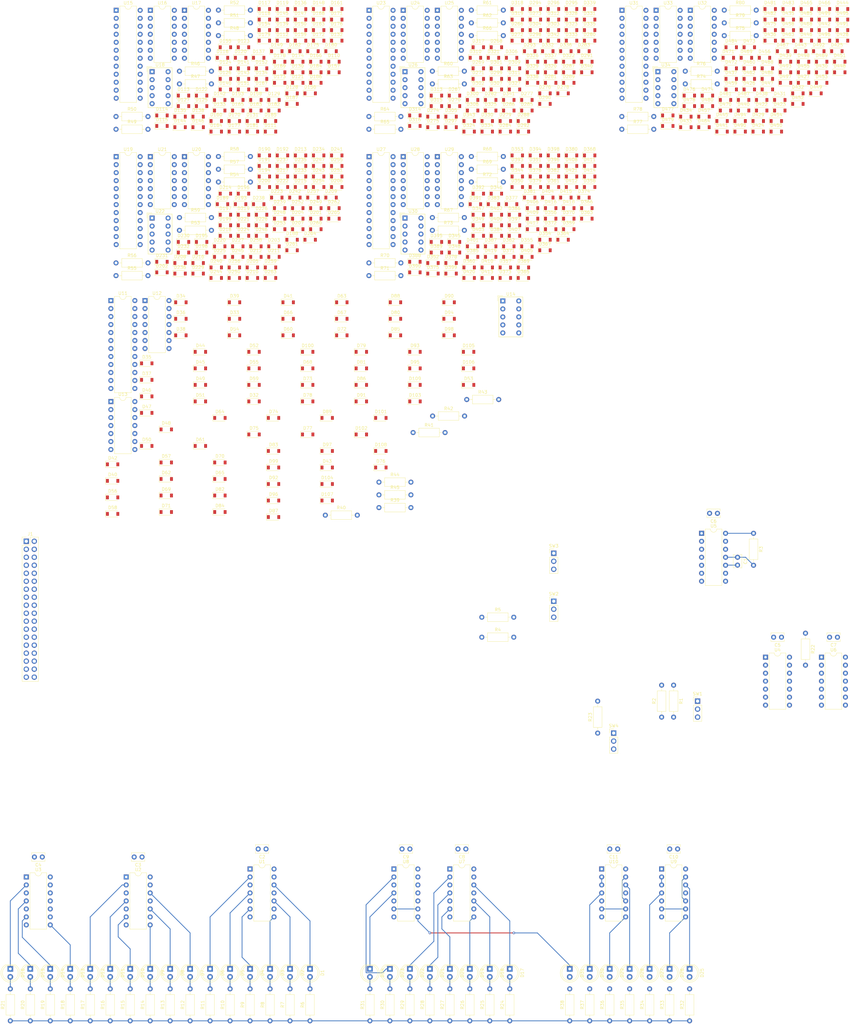
<source format=kicad_pcb>
(kicad_pcb (version 20171130) (host pcbnew "(5.1.0)-1")
  (layers (0 F.Cu signal) (31 B.Cu signal) (34 B.Paste user) (35 F.Paste user) (36 B.SilkS user) (37 F.SilkS user) (38 B.Mask user) (39 F.Mask user) (44 Edge.Cuts user))
  (net 0 "")
  (net 1 "Net-(C1-Pad2)")
  (net 2 "Net-(C1-Pad1)")
  (net 3 "Net-(D1-Pad2)")
  (net 4 "Net-(D1-Pad1)")
  (net 5 "Net-(D2-Pad2)")
  (net 6 "Net-(D2-Pad1)")
  (net 7 "Net-(D3-Pad2)")
  (net 8 "Net-(D3-Pad1)")
  (net 9 "Net-(D4-Pad2)")
  (net 10 "Net-(D4-Pad1)")
  (net 11 "Net-(D5-Pad2)")
  (net 12 "Net-(D5-Pad1)")
  (net 13 "Net-(D6-Pad2)")
  (net 14 "Net-(D6-Pad1)")
  (net 15 "Net-(D7-Pad2)")
  (net 16 "Net-(D7-Pad1)")
  (net 17 "Net-(D8-Pad2)")
  (net 18 "Net-(D8-Pad1)")
  (net 19 "Net-(D9-Pad2)")
  (net 20 "Net-(D9-Pad1)")
  (net 21 "Net-(D10-Pad2)")
  (net 22 "Net-(D10-Pad1)")
  (net 23 "Net-(D11-Pad2)")
  (net 24 "Net-(D11-Pad1)")
  (net 25 "Net-(D12-Pad2)")
  (net 26 "Net-(D12-Pad1)")
  (net 27 "Net-(D13-Pad2)")
  (net 28 "Net-(D13-Pad1)")
  (net 29 "Net-(D14-Pad2)")
  (net 30 "Net-(D14-Pad1)")
  (net 31 "Net-(D15-Pad2)")
  (net 32 "Net-(D15-Pad1)")
  (net 33 "Net-(D16-Pad2)")
  (net 34 "Net-(D16-Pad1)")
  (net 35 "Net-(D17-Pad2)")
  (net 36 "Net-(D17-Pad1)")
  (net 37 "Net-(D18-Pad2)")
  (net 38 "Net-(D18-Pad1)")
  (net 39 "Net-(D19-Pad2)")
  (net 40 "Net-(D19-Pad1)")
  (net 41 "Net-(D20-Pad2)")
  (net 42 "Net-(D20-Pad1)")
  (net 43 "Net-(D21-Pad2)")
  (net 44 "Net-(D21-Pad1)")
  (net 45 "Net-(D22-Pad2)")
  (net 46 "Net-(D22-Pad1)")
  (net 47 "Net-(D23-Pad2)")
  (net 48 "Net-(D23-Pad1)")
  (net 49 "Net-(D24-Pad2)")
  (net 50 "Net-(D24-Pad1)")
  (net 51 "Net-(D25-Pad2)")
  (net 52 "Net-(D25-Pad1)")
  (net 53 "Net-(D26-Pad2)")
  (net 54 "Net-(D26-Pad1)")
  (net 55 "Net-(D27-Pad2)")
  (net 56 "Net-(D27-Pad1)")
  (net 57 "Net-(D28-Pad2)")
  (net 58 "Net-(D28-Pad1)")
  (net 59 "Net-(D29-Pad2)")
  (net 60 "Net-(D29-Pad1)")
  (net 61 "Net-(D30-Pad2)")
  (net 62 "Net-(D30-Pad1)")
  (net 63 "Net-(D31-Pad2)")
  (net 64 "Net-(D31-Pad1)")
  (net 65 GND)
  (net 66 +5V)
  (net 67 /HALT)
  (net 68 /RESET)
  (net 69 /M1)
  (net 70 /Addr_15)
  (net 71 /WR)
  (net 72 /Addr_14)
  (net 73 /RD)
  (net 74 /Addr_13)
  (net 75 /IORQ)
  (net 76 /Addr_12)
  (net 77 /MREQ)
  (net 78 /Addr_11)
  (net 79 /WAIT)
  (net 80 /Addr_10)
  (net 81 /BUSACK)
  (net 82 /Addr_9)
  (net 83 /BUSREQ)
  (net 84 /Addr_8)
  (net 85 /Data_7)
  (net 86 /Addr_7)
  (net 87 /Data_6)
  (net 88 /Addr_6)
  (net 89 /Data_5)
  (net 90 /Addr_5)
  (net 91 /Data_4)
  (net 92 /Addr_4)
  (net 93 /Data_3)
  (net 94 /Addr_3)
  (net 95 /Data_2)
  (net 96 /Addr_2)
  (net 97 /Data_1)
  (net 98 /Addr_1)
  (net 99 /Data_0)
  (net 100 /Addr_0)
  (net 101 "Net-(R1-Pad2)")
  (net 102 "Net-(R2-Pad1)")
  (net 103 "Net-(R22-Pad2)")
  (net 104 "Net-(R23-Pad1)")
  (net 105 "Net-(SW4-Pad3)")
  (net 106 "Net-(U4-Pad2)")
  (net 107 "Net-(U4-Pad3)")
  (net 108 "Net-(U4-Pad9)")
  (net 109 "Net-(U5-Pad6)")
  (net 110 "Net-(U5-Pad5)")
  (net 111 "Net-(U5-Pad9)")
  (net 112 "Net-(U5-Pad1)")
  (net 113 "Net-(U6-Pad5)")
  (net 114 "Net-(U8-Pad6)")
  (net 115 "Net-(U9-Pad10)")
  (net 116 "Net-(U9-Pad6)")
  (net 117 "Net-(U9-Pad2)")
  (net 118 "Net-(U10-Pad10)")
  (net 119 "Net-(U10-Pad6)")
  (net 120 "Net-(U10-Pad2)")
  (net 121 "Net-(D32-Pad2)")
  (net 122 "Net-(D32-Pad1)")
  (net 123 "Net-(D33-Pad2)")
  (net 124 "Net-(D34-Pad2)")
  (net 125 "Net-(D100-Pad2)")
  (net 126 "Net-(D101-Pad2)")
  (net 127 "Net-(D37-Pad2)")
  (net 128 "Net-(D102-Pad2)")
  (net 129 "Net-(D103-Pad2)")
  (net 130 "Net-(D104-Pad2)")
  (net 131 "Net-(D106-Pad2)")
  (net 132 "Net-(D108-Pad2)")
  (net 133 "Net-(D109-Pad2)")
  (net 134 "Net-(D44-Pad1)")
  (net 135 "Net-(D45-Pad2)")
  (net 136 "Net-(D48-Pad2)")
  (net 137 "Net-(D107-Pad2)")
  (net 138 "Net-(D54-Pad1)")
  (net 139 "Net-(D105-Pad2)")
  (net 140 "Net-(D66-Pad1)")
  (net 141 "Net-(D76-Pad1)")
  (net 142 "Net-(D86-Pad1)")
  (net 143 "Net-(D100-Pad1)")
  (net 144 "Net-(R39-Pad2)")
  (net 145 "Net-(R39-Pad1)")
  (net 146 "Net-(R40-Pad2)")
  (net 147 "Net-(R40-Pad1)")
  (net 148 "Net-(R41-Pad2)")
  (net 149 "Net-(R41-Pad1)")
  (net 150 "Net-(R42-Pad2)")
  (net 151 "Net-(R42-Pad1)")
  (net 152 "Net-(R43-Pad2)")
  (net 153 "Net-(R43-Pad1)")
  (net 154 "Net-(R44-Pad2)")
  (net 155 "Net-(R44-Pad1)")
  (net 156 "Net-(R45-Pad2)")
  (net 157 "Net-(R45-Pad1)")
  (net 158 "Net-(U14-Pad7)")
  (net 159 "Net-(D110-Pad2)")
  (net 160 "Net-(D110-Pad1)")
  (net 161 "Net-(D111-Pad2)")
  (net 162 "Net-(D112-Pad2)")
  (net 163 "Net-(D113-Pad2)")
  (net 164 "Net-(D114-Pad2)")
  (net 165 "Net-(D115-Pad2)")
  (net 166 "Net-(D116-Pad2)")
  (net 167 "Net-(D117-Pad2)")
  (net 168 "Net-(D118-Pad2)")
  (net 169 "Net-(D119-Pad2)")
  (net 170 "Net-(D120-Pad2)")
  (net 171 "Net-(D121-Pad2)")
  (net 172 "Net-(D122-Pad1)")
  (net 173 "Net-(D123-Pad2)")
  (net 174 "Net-(D126-Pad2)")
  (net 175 "Net-(D131-Pad2)")
  (net 176 "Net-(D132-Pad1)")
  (net 177 "Net-(D142-Pad2)")
  (net 178 "Net-(D144-Pad1)")
  (net 179 "Net-(D154-Pad1)")
  (net 180 "Net-(D164-Pad1)")
  (net 181 "Net-(D175-Pad1)")
  (net 182 "Net-(D188-Pad2)")
  (net 183 "Net-(D188-Pad1)")
  (net 184 "Net-(D189-Pad2)")
  (net 185 "Net-(D190-Pad2)")
  (net 186 "Net-(D191-Pad2)")
  (net 187 "Net-(D192-Pad2)")
  (net 188 "Net-(D193-Pad2)")
  (net 189 "Net-(D194-Pad2)")
  (net 190 "Net-(D195-Pad2)")
  (net 191 "Net-(D196-Pad2)")
  (net 192 "Net-(D197-Pad2)")
  (net 193 "Net-(D198-Pad2)")
  (net 194 "Net-(D199-Pad2)")
  (net 195 "Net-(D200-Pad1)")
  (net 196 "Net-(D201-Pad2)")
  (net 197 "Net-(D204-Pad2)")
  (net 198 "Net-(D209-Pad2)")
  (net 199 "Net-(D210-Pad1)")
  (net 200 "Net-(D220-Pad2)")
  (net 201 "Net-(D222-Pad1)")
  (net 202 "Net-(D232-Pad1)")
  (net 203 "Net-(D242-Pad1)")
  (net 204 "Net-(D253-Pad1)")
  (net 205 "Net-(D266-Pad2)")
  (net 206 "Net-(D266-Pad1)")
  (net 207 "Net-(D267-Pad2)")
  (net 208 "Net-(D268-Pad2)")
  (net 209 "Net-(D269-Pad2)")
  (net 210 "Net-(D270-Pad2)")
  (net 211 "Net-(D271-Pad2)")
  (net 212 "Net-(D272-Pad2)")
  (net 213 "Net-(D273-Pad2)")
  (net 214 "Net-(D274-Pad2)")
  (net 215 "Net-(D275-Pad2)")
  (net 216 "Net-(D276-Pad2)")
  (net 217 "Net-(D277-Pad2)")
  (net 218 "Net-(D278-Pad1)")
  (net 219 "Net-(D279-Pad2)")
  (net 220 "Net-(D282-Pad2)")
  (net 221 "Net-(D287-Pad2)")
  (net 222 "Net-(D288-Pad1)")
  (net 223 "Net-(D298-Pad2)")
  (net 224 "Net-(D300-Pad1)")
  (net 225 "Net-(D310-Pad1)")
  (net 226 "Net-(D320-Pad1)")
  (net 227 "Net-(D331-Pad1)")
  (net 228 "Net-(D344-Pad2)")
  (net 229 "Net-(D344-Pad1)")
  (net 230 "Net-(D345-Pad2)")
  (net 231 "Net-(D346-Pad2)")
  (net 232 "Net-(D347-Pad2)")
  (net 233 "Net-(D348-Pad2)")
  (net 234 "Net-(D349-Pad2)")
  (net 235 "Net-(D350-Pad2)")
  (net 236 "Net-(D351-Pad2)")
  (net 237 "Net-(D352-Pad2)")
  (net 238 "Net-(D353-Pad2)")
  (net 239 "Net-(D354-Pad2)")
  (net 240 "Net-(D355-Pad2)")
  (net 241 "Net-(D356-Pad1)")
  (net 242 "Net-(D357-Pad2)")
  (net 243 "Net-(D360-Pad2)")
  (net 244 "Net-(D365-Pad2)")
  (net 245 "Net-(D366-Pad1)")
  (net 246 "Net-(D376-Pad2)")
  (net 247 "Net-(D378-Pad1)")
  (net 248 "Net-(D388-Pad1)")
  (net 249 "Net-(D398-Pad1)")
  (net 250 "Net-(D409-Pad1)")
  (net 251 "Net-(D422-Pad2)")
  (net 252 "Net-(D422-Pad1)")
  (net 253 "Net-(D423-Pad2)")
  (net 254 "Net-(D424-Pad2)")
  (net 255 "Net-(D425-Pad2)")
  (net 256 "Net-(D426-Pad2)")
  (net 257 "Net-(D427-Pad2)")
  (net 258 "Net-(D428-Pad2)")
  (net 259 "Net-(D429-Pad2)")
  (net 260 "Net-(D430-Pad2)")
  (net 261 "Net-(D431-Pad2)")
  (net 262 "Net-(D432-Pad2)")
  (net 263 "Net-(D433-Pad2)")
  (net 264 "Net-(D434-Pad1)")
  (net 265 "Net-(D435-Pad2)")
  (net 266 "Net-(D438-Pad2)")
  (net 267 "Net-(D443-Pad2)")
  (net 268 "Net-(D444-Pad1)")
  (net 269 "Net-(D454-Pad2)")
  (net 270 "Net-(D456-Pad1)")
  (net 271 "Net-(D466-Pad1)")
  (net 272 "Net-(D476-Pad1)")
  (net 273 "Net-(D487-Pad1)")
  (net 274 "Net-(R46-Pad2)")
  (net 275 "Net-(R46-Pad1)")
  (net 276 "Net-(R47-Pad2)")
  (net 277 "Net-(R47-Pad1)")
  (net 278 "Net-(R48-Pad2)")
  (net 279 "Net-(R48-Pad1)")
  (net 280 "Net-(R49-Pad2)")
  (net 281 "Net-(R49-Pad1)")
  (net 282 "Net-(R50-Pad2)")
  (net 283 "Net-(R50-Pad1)")
  (net 284 "Net-(R51-Pad2)")
  (net 285 "Net-(R51-Pad1)")
  (net 286 "Net-(R52-Pad2)")
  (net 287 "Net-(R52-Pad1)")
  (net 288 "Net-(R53-Pad2)")
  (net 289 "Net-(R53-Pad1)")
  (net 290 "Net-(R54-Pad2)")
  (net 291 "Net-(R54-Pad1)")
  (net 292 "Net-(R55-Pad2)")
  (net 293 "Net-(R55-Pad1)")
  (net 294 "Net-(R56-Pad2)")
  (net 295 "Net-(R56-Pad1)")
  (net 296 "Net-(R57-Pad2)")
  (net 297 "Net-(R57-Pad1)")
  (net 298 "Net-(R58-Pad2)")
  (net 299 "Net-(R58-Pad1)")
  (net 300 "Net-(R59-Pad2)")
  (net 301 "Net-(R59-Pad1)")
  (net 302 "Net-(R60-Pad2)")
  (net 303 "Net-(R60-Pad1)")
  (net 304 "Net-(R61-Pad2)")
  (net 305 "Net-(R61-Pad1)")
  (net 306 "Net-(R62-Pad2)")
  (net 307 "Net-(R62-Pad1)")
  (net 308 "Net-(R63-Pad2)")
  (net 309 "Net-(R63-Pad1)")
  (net 310 "Net-(R64-Pad2)")
  (net 311 "Net-(R64-Pad1)")
  (net 312 "Net-(R65-Pad2)")
  (net 313 "Net-(R65-Pad1)")
  (net 314 "Net-(R66-Pad2)")
  (net 315 "Net-(R66-Pad1)")
  (net 316 "Net-(R67-Pad2)")
  (net 317 "Net-(R67-Pad1)")
  (net 318 "Net-(R68-Pad2)")
  (net 319 "Net-(R68-Pad1)")
  (net 320 "Net-(R69-Pad2)")
  (net 321 "Net-(R69-Pad1)")
  (net 322 "Net-(R70-Pad2)")
  (net 323 "Net-(R70-Pad1)")
  (net 324 "Net-(R71-Pad2)")
  (net 325 "Net-(R71-Pad1)")
  (net 326 "Net-(R72-Pad2)")
  (net 327 "Net-(R72-Pad1)")
  (net 328 "Net-(R73-Pad2)")
  (net 329 "Net-(R73-Pad1)")
  (net 330 "Net-(R74-Pad2)")
  (net 331 "Net-(R74-Pad1)")
  (net 332 "Net-(R75-Pad2)")
  (net 333 "Net-(R75-Pad1)")
  (net 334 "Net-(R76-Pad2)")
  (net 335 "Net-(R76-Pad1)")
  (net 336 "Net-(R77-Pad2)")
  (net 337 "Net-(R77-Pad1)")
  (net 338 "Net-(R78-Pad2)")
  (net 339 "Net-(R78-Pad1)")
  (net 340 "Net-(R79-Pad2)")
  (net 341 "Net-(R79-Pad1)")
  (net 342 "Net-(R80-Pad2)")
  (net 343 "Net-(R80-Pad1)")
  (net 344 "Net-(U18-Pad7)")
  (net 345 "Net-(U22-Pad7)")
  (net 346 "Net-(U26-Pad7)")
  (net 347 "Net-(U30-Pad7)")
  (net 348 "Net-(U34-Pad7)")
  (module Display_7Segment:HDSP-A401 (layer F.Cu) (at 223.605 -114.945)
    (fp_text reference U34 (at 2.54 -2.159) (layer F.SilkS))
    (fp_text value HDSP-A401)
    (pad 10 thru_hole circle (at 5.08 0) (size 1.6 1.6) (drill 0.8) (layers *.Cu *.Mask) (net 331 "Net-(R74-Pad1)"))
    (pad 9 thru_hole circle (at 5.08 2.54) (size 1.6 1.6) (drill 0.8) (layers *.Cu *.Mask) (net 333 "Net-(R75-Pad1)"))
    (pad 8 thru_hole circle (at 5.08 5.08) (size 1.6 1.6) (drill 0.8) (layers *.Cu *.Mask) (net 335 "Net-(R76-Pad1)"))
    (pad 7 thru_hole circle (at 5.08 7.62) (size 1.6 1.6) (drill 0.8) (layers *.Cu *.Mask) (net 348 "Net-(U34-Pad7)"))
    (pad 6 thru_hole circle (at 5.08 10.16) (size 1.6 1.6) (drill 0.8) (layers *.Cu *.Mask) (net 66 +5V))
    (pad 5 thru_hole circle (at 0 10.16) (size 1.6 1.6) (drill 0.8) (layers *.Cu *.Mask) (net 337 "Net-(R77-Pad1)"))
    (pad 4 thru_hole circle (at 0 7.62) (size 1.6 1.6) (drill 0.8) (layers *.Cu *.Mask) (net 339 "Net-(R78-Pad1)"))
    (pad 3 thru_hole circle (at 0 5.08) (size 1.6 1.6) (drill 0.8) (layers *.Cu *.Mask) (net 343 "Net-(R80-Pad1)"))
    (pad 2 thru_hole circle (at 0 2.54) (size 1.6 1.6) (drill 0.8) (layers *.Cu *.Mask) (net 341 "Net-(R79-Pad1)"))
    (pad 1 thru_hole rect (at 0 0) (size 1.6 1.6) (drill 0.8) (layers *.Cu *.Mask) (net 66 +5V))
  )
  (module Package_DIP:DIP-14_W7.62mm (layer F.Cu) (at 223.04 -134.46)
    (fp_text reference U33 (at 3.81 -2.33) (layer F.SilkS))
    (fp_text value 74LS04)
    (pad 14 thru_hole oval (at 7.62 0) (size 1.6 1.6) (drill 0.8) (layers *.Cu *.Mask))
    (pad 7 thru_hole oval (at 0 15.24) (size 1.6 1.6) (drill 0.8) (layers *.Cu *.Mask))
    (pad 13 thru_hole oval (at 7.62 2.54) (size 1.6 1.6) (drill 0.8) (layers *.Cu *.Mask))
    (pad 6 thru_hole oval (at 0 12.7) (size 1.6 1.6) (drill 0.8) (layers *.Cu *.Mask))
    (pad 12 thru_hole oval (at 7.62 5.08) (size 1.6 1.6) (drill 0.8) (layers *.Cu *.Mask))
    (pad 5 thru_hole oval (at 0 10.16) (size 1.6 1.6) (drill 0.8) (layers *.Cu *.Mask))
    (pad 11 thru_hole oval (at 7.62 7.62) (size 1.6 1.6) (drill 0.8) (layers *.Cu *.Mask))
    (pad 4 thru_hole oval (at 0 7.62) (size 1.6 1.6) (drill 0.8) (layers *.Cu *.Mask))
    (pad 10 thru_hole oval (at 7.62 10.16) (size 1.6 1.6) (drill 0.8) (layers *.Cu *.Mask))
    (pad 3 thru_hole oval (at 0 5.08) (size 1.6 1.6) (drill 0.8) (layers *.Cu *.Mask))
    (pad 9 thru_hole oval (at 7.62 12.7) (size 1.6 1.6) (drill 0.8) (layers *.Cu *.Mask))
    (pad 2 thru_hole oval (at 0 2.54) (size 1.6 1.6) (drill 0.8) (layers *.Cu *.Mask) (net 342 "Net-(R80-Pad2)"))
    (pad 8 thru_hole oval (at 7.62 15.24) (size 1.6 1.6) (drill 0.8) (layers *.Cu *.Mask))
    (pad 1 thru_hole rect (at 0 0) (size 1.6 1.6) (drill 0.8) (layers *.Cu *.Mask) (net 273 "Net-(D487-Pad1)"))
  )
  (module Package_DIP:DIP-14_W7.62mm (layer F.Cu) (at 233.89 -134.46)
    (fp_text reference U32 (at 3.81 -2.33) (layer F.SilkS))
    (fp_text value 74LS04)
    (pad 14 thru_hole oval (at 7.62 0) (size 1.6 1.6) (drill 0.8) (layers *.Cu *.Mask))
    (pad 7 thru_hole oval (at 0 15.24) (size 1.6 1.6) (drill 0.8) (layers *.Cu *.Mask))
    (pad 13 thru_hole oval (at 7.62 2.54) (size 1.6 1.6) (drill 0.8) (layers *.Cu *.Mask) (net 272 "Net-(D476-Pad1)"))
    (pad 6 thru_hole oval (at 0 12.7) (size 1.6 1.6) (drill 0.8) (layers *.Cu *.Mask) (net 334 "Net-(R76-Pad2)"))
    (pad 12 thru_hole oval (at 7.62 5.08) (size 1.6 1.6) (drill 0.8) (layers *.Cu *.Mask) (net 340 "Net-(R79-Pad2)"))
    (pad 5 thru_hole oval (at 0 10.16) (size 1.6 1.6) (drill 0.8) (layers *.Cu *.Mask) (net 268 "Net-(D444-Pad1)"))
    (pad 11 thru_hole oval (at 7.62 7.62) (size 1.6 1.6) (drill 0.8) (layers *.Cu *.Mask) (net 271 "Net-(D466-Pad1)"))
    (pad 4 thru_hole oval (at 0 7.62) (size 1.6 1.6) (drill 0.8) (layers *.Cu *.Mask) (net 332 "Net-(R75-Pad2)"))
    (pad 10 thru_hole oval (at 7.62 10.16) (size 1.6 1.6) (drill 0.8) (layers *.Cu *.Mask) (net 338 "Net-(R78-Pad2)"))
    (pad 3 thru_hole oval (at 0 5.08) (size 1.6 1.6) (drill 0.8) (layers *.Cu *.Mask) (net 264 "Net-(D434-Pad1)"))
    (pad 9 thru_hole oval (at 7.62 12.7) (size 1.6 1.6) (drill 0.8) (layers *.Cu *.Mask) (net 270 "Net-(D456-Pad1)"))
    (pad 2 thru_hole oval (at 0 2.54) (size 1.6 1.6) (drill 0.8) (layers *.Cu *.Mask) (net 330 "Net-(R74-Pad2)"))
    (pad 8 thru_hole oval (at 7.62 15.24) (size 1.6 1.6) (drill 0.8) (layers *.Cu *.Mask) (net 336 "Net-(R77-Pad2)"))
    (pad 1 thru_hole rect (at 0 0) (size 1.6 1.6) (drill 0.8) (layers *.Cu *.Mask) (net 252 "Net-(D422-Pad1)"))
  )
  (module Package_DIP:DIP-24_W7.62mm (layer F.Cu) (at 212.19 -134.46)
    (fp_text reference U31 (at 3.81 -2.33) (layer F.SilkS))
    (fp_text value 74LS154)
    (pad 24 thru_hole oval (at 7.62 0) (size 1.6 1.6) (drill 0.8) (layers *.Cu *.Mask) (net 66 +5V))
    (pad 12 thru_hole oval (at 0 27.94) (size 1.6 1.6) (drill 0.8) (layers *.Cu *.Mask) (net 65 GND))
    (pad 23 thru_hole oval (at 7.62 2.54) (size 1.6 1.6) (drill 0.8) (layers *.Cu *.Mask) (net 100 /Addr_0))
    (pad 11 thru_hole oval (at 0 25.4) (size 1.6 1.6) (drill 0.8) (layers *.Cu *.Mask) (net 260 "Net-(D430-Pad2)"))
    (pad 22 thru_hole oval (at 7.62 5.08) (size 1.6 1.6) (drill 0.8) (layers *.Cu *.Mask) (net 98 /Addr_1))
    (pad 10 thru_hole oval (at 0 22.86) (size 1.6 1.6) (drill 0.8) (layers *.Cu *.Mask) (net 259 "Net-(D429-Pad2)"))
    (pad 21 thru_hole oval (at 7.62 7.62) (size 1.6 1.6) (drill 0.8) (layers *.Cu *.Mask) (net 96 /Addr_2))
    (pad 9 thru_hole oval (at 0 20.32) (size 1.6 1.6) (drill 0.8) (layers *.Cu *.Mask) (net 258 "Net-(D428-Pad2)"))
    (pad 20 thru_hole oval (at 7.62 10.16) (size 1.6 1.6) (drill 0.8) (layers *.Cu *.Mask) (net 94 /Addr_3))
    (pad 8 thru_hole oval (at 0 17.78) (size 1.6 1.6) (drill 0.8) (layers *.Cu *.Mask) (net 257 "Net-(D427-Pad2)"))
    (pad 19 thru_hole oval (at 7.62 12.7) (size 1.6 1.6) (drill 0.8) (layers *.Cu *.Mask) (net 65 GND))
    (pad 7 thru_hole oval (at 0 15.24) (size 1.6 1.6) (drill 0.8) (layers *.Cu *.Mask) (net 256 "Net-(D426-Pad2)"))
    (pad 18 thru_hole oval (at 7.62 15.24) (size 1.6 1.6) (drill 0.8) (layers *.Cu *.Mask) (net 65 GND))
    (pad 6 thru_hole oval (at 0 12.7) (size 1.6 1.6) (drill 0.8) (layers *.Cu *.Mask) (net 255 "Net-(D425-Pad2)"))
    (pad 17 thru_hole oval (at 7.62 17.78) (size 1.6 1.6) (drill 0.8) (layers *.Cu *.Mask) (net 263 "Net-(D433-Pad2)"))
    (pad 5 thru_hole oval (at 0 10.16) (size 1.6 1.6) (drill 0.8) (layers *.Cu *.Mask) (net 266 "Net-(D438-Pad2)"))
    (pad 16 thru_hole oval (at 7.62 20.32) (size 1.6 1.6) (drill 0.8) (layers *.Cu *.Mask) (net 262 "Net-(D432-Pad2)"))
    (pad 4 thru_hole oval (at 0 7.62) (size 1.6 1.6) (drill 0.8) (layers *.Cu *.Mask) (net 254 "Net-(D424-Pad2)"))
    (pad 15 thru_hole oval (at 7.62 22.86) (size 1.6 1.6) (drill 0.8) (layers *.Cu *.Mask) (net 267 "Net-(D443-Pad2)"))
    (pad 3 thru_hole oval (at 0 5.08) (size 1.6 1.6) (drill 0.8) (layers *.Cu *.Mask) (net 253 "Net-(D423-Pad2)"))
    (pad 14 thru_hole oval (at 7.62 25.4) (size 1.6 1.6) (drill 0.8) (layers *.Cu *.Mask) (net 261 "Net-(D431-Pad2)"))
    (pad 2 thru_hole oval (at 0 2.54) (size 1.6 1.6) (drill 0.8) (layers *.Cu *.Mask) (net 265 "Net-(D435-Pad2)"))
    (pad 13 thru_hole oval (at 7.62 27.94) (size 1.6 1.6) (drill 0.8) (layers *.Cu *.Mask) (net 269 "Net-(D454-Pad2)"))
    (pad 1 thru_hole rect (at 0 0) (size 1.6 1.6) (drill 0.8) (layers *.Cu *.Mask) (net 251 "Net-(D422-Pad2)"))
  )
  (module Display_7Segment:HDSP-A401 (layer F.Cu) (at 143.225 -68.425)
    (fp_text reference U30 (at 2.54 -2.159) (layer F.SilkS))
    (fp_text value HDSP-A401)
    (pad 10 thru_hole circle (at 5.08 0) (size 1.6 1.6) (drill 0.8) (layers *.Cu *.Mask) (net 317 "Net-(R67-Pad1)"))
    (pad 9 thru_hole circle (at 5.08 2.54) (size 1.6 1.6) (drill 0.8) (layers *.Cu *.Mask) (net 319 "Net-(R68-Pad1)"))
    (pad 8 thru_hole circle (at 5.08 5.08) (size 1.6 1.6) (drill 0.8) (layers *.Cu *.Mask) (net 321 "Net-(R69-Pad1)"))
    (pad 7 thru_hole circle (at 5.08 7.62) (size 1.6 1.6) (drill 0.8) (layers *.Cu *.Mask) (net 347 "Net-(U30-Pad7)"))
    (pad 6 thru_hole circle (at 5.08 10.16) (size 1.6 1.6) (drill 0.8) (layers *.Cu *.Mask) (net 66 +5V))
    (pad 5 thru_hole circle (at 0 10.16) (size 1.6 1.6) (drill 0.8) (layers *.Cu *.Mask) (net 323 "Net-(R70-Pad1)"))
    (pad 4 thru_hole circle (at 0 7.62) (size 1.6 1.6) (drill 0.8) (layers *.Cu *.Mask) (net 325 "Net-(R71-Pad1)"))
    (pad 3 thru_hole circle (at 0 5.08) (size 1.6 1.6) (drill 0.8) (layers *.Cu *.Mask) (net 329 "Net-(R73-Pad1)"))
    (pad 2 thru_hole circle (at 0 2.54) (size 1.6 1.6) (drill 0.8) (layers *.Cu *.Mask) (net 327 "Net-(R72-Pad1)"))
    (pad 1 thru_hole rect (at 0 0) (size 1.6 1.6) (drill 0.8) (layers *.Cu *.Mask) (net 66 +5V))
  )
  (module Package_DIP:DIP-14_W7.62mm (layer F.Cu) (at 153.51 -87.94)
    (fp_text reference U29 (at 3.81 -2.33) (layer F.SilkS))
    (fp_text value 74LS04)
    (pad 14 thru_hole oval (at 7.62 0) (size 1.6 1.6) (drill 0.8) (layers *.Cu *.Mask))
    (pad 7 thru_hole oval (at 0 15.24) (size 1.6 1.6) (drill 0.8) (layers *.Cu *.Mask))
    (pad 13 thru_hole oval (at 7.62 2.54) (size 1.6 1.6) (drill 0.8) (layers *.Cu *.Mask))
    (pad 6 thru_hole oval (at 0 12.7) (size 1.6 1.6) (drill 0.8) (layers *.Cu *.Mask))
    (pad 12 thru_hole oval (at 7.62 5.08) (size 1.6 1.6) (drill 0.8) (layers *.Cu *.Mask))
    (pad 5 thru_hole oval (at 0 10.16) (size 1.6 1.6) (drill 0.8) (layers *.Cu *.Mask))
    (pad 11 thru_hole oval (at 7.62 7.62) (size 1.6 1.6) (drill 0.8) (layers *.Cu *.Mask))
    (pad 4 thru_hole oval (at 0 7.62) (size 1.6 1.6) (drill 0.8) (layers *.Cu *.Mask))
    (pad 10 thru_hole oval (at 7.62 10.16) (size 1.6 1.6) (drill 0.8) (layers *.Cu *.Mask))
    (pad 3 thru_hole oval (at 0 5.08) (size 1.6 1.6) (drill 0.8) (layers *.Cu *.Mask))
    (pad 9 thru_hole oval (at 7.62 12.7) (size 1.6 1.6) (drill 0.8) (layers *.Cu *.Mask))
    (pad 2 thru_hole oval (at 0 2.54) (size 1.6 1.6) (drill 0.8) (layers *.Cu *.Mask) (net 328 "Net-(R73-Pad2)"))
    (pad 8 thru_hole oval (at 7.62 15.24) (size 1.6 1.6) (drill 0.8) (layers *.Cu *.Mask))
    (pad 1 thru_hole rect (at 0 0) (size 1.6 1.6) (drill 0.8) (layers *.Cu *.Mask) (net 250 "Net-(D409-Pad1)"))
  )
  (module Package_DIP:DIP-14_W7.62mm (layer F.Cu) (at 142.66 -87.94)
    (fp_text reference U28 (at 3.81 -2.33) (layer F.SilkS))
    (fp_text value 74LS04)
    (pad 14 thru_hole oval (at 7.62 0) (size 1.6 1.6) (drill 0.8) (layers *.Cu *.Mask))
    (pad 7 thru_hole oval (at 0 15.24) (size 1.6 1.6) (drill 0.8) (layers *.Cu *.Mask))
    (pad 13 thru_hole oval (at 7.62 2.54) (size 1.6 1.6) (drill 0.8) (layers *.Cu *.Mask) (net 249 "Net-(D398-Pad1)"))
    (pad 6 thru_hole oval (at 0 12.7) (size 1.6 1.6) (drill 0.8) (layers *.Cu *.Mask) (net 320 "Net-(R69-Pad2)"))
    (pad 12 thru_hole oval (at 7.62 5.08) (size 1.6 1.6) (drill 0.8) (layers *.Cu *.Mask) (net 326 "Net-(R72-Pad2)"))
    (pad 5 thru_hole oval (at 0 10.16) (size 1.6 1.6) (drill 0.8) (layers *.Cu *.Mask) (net 245 "Net-(D366-Pad1)"))
    (pad 11 thru_hole oval (at 7.62 7.62) (size 1.6 1.6) (drill 0.8) (layers *.Cu *.Mask) (net 248 "Net-(D388-Pad1)"))
    (pad 4 thru_hole oval (at 0 7.62) (size 1.6 1.6) (drill 0.8) (layers *.Cu *.Mask) (net 318 "Net-(R68-Pad2)"))
    (pad 10 thru_hole oval (at 7.62 10.16) (size 1.6 1.6) (drill 0.8) (layers *.Cu *.Mask) (net 324 "Net-(R71-Pad2)"))
    (pad 3 thru_hole oval (at 0 5.08) (size 1.6 1.6) (drill 0.8) (layers *.Cu *.Mask) (net 241 "Net-(D356-Pad1)"))
    (pad 9 thru_hole oval (at 7.62 12.7) (size 1.6 1.6) (drill 0.8) (layers *.Cu *.Mask) (net 247 "Net-(D378-Pad1)"))
    (pad 2 thru_hole oval (at 0 2.54) (size 1.6 1.6) (drill 0.8) (layers *.Cu *.Mask) (net 316 "Net-(R67-Pad2)"))
    (pad 8 thru_hole oval (at 7.62 15.24) (size 1.6 1.6) (drill 0.8) (layers *.Cu *.Mask) (net 322 "Net-(R70-Pad2)"))
    (pad 1 thru_hole rect (at 0 0) (size 1.6 1.6) (drill 0.8) (layers *.Cu *.Mask) (net 229 "Net-(D344-Pad1)"))
  )
  (module Package_DIP:DIP-24_W7.62mm (layer F.Cu) (at 131.81 -87.94)
    (fp_text reference U27 (at 3.81 -2.33) (layer F.SilkS))
    (fp_text value 74LS154)
    (pad 24 thru_hole oval (at 7.62 0) (size 1.6 1.6) (drill 0.8) (layers *.Cu *.Mask) (net 66 +5V))
    (pad 12 thru_hole oval (at 0 27.94) (size 1.6 1.6) (drill 0.8) (layers *.Cu *.Mask) (net 65 GND))
    (pad 23 thru_hole oval (at 7.62 2.54) (size 1.6 1.6) (drill 0.8) (layers *.Cu *.Mask) (net 92 /Addr_4))
    (pad 11 thru_hole oval (at 0 25.4) (size 1.6 1.6) (drill 0.8) (layers *.Cu *.Mask) (net 237 "Net-(D352-Pad2)"))
    (pad 22 thru_hole oval (at 7.62 5.08) (size 1.6 1.6) (drill 0.8) (layers *.Cu *.Mask) (net 90 /Addr_5))
    (pad 10 thru_hole oval (at 0 22.86) (size 1.6 1.6) (drill 0.8) (layers *.Cu *.Mask) (net 236 "Net-(D351-Pad2)"))
    (pad 21 thru_hole oval (at 7.62 7.62) (size 1.6 1.6) (drill 0.8) (layers *.Cu *.Mask) (net 88 /Addr_6))
    (pad 9 thru_hole oval (at 0 20.32) (size 1.6 1.6) (drill 0.8) (layers *.Cu *.Mask) (net 235 "Net-(D350-Pad2)"))
    (pad 20 thru_hole oval (at 7.62 10.16) (size 1.6 1.6) (drill 0.8) (layers *.Cu *.Mask) (net 86 /Addr_7))
    (pad 8 thru_hole oval (at 0 17.78) (size 1.6 1.6) (drill 0.8) (layers *.Cu *.Mask) (net 234 "Net-(D349-Pad2)"))
    (pad 19 thru_hole oval (at 7.62 12.7) (size 1.6 1.6) (drill 0.8) (layers *.Cu *.Mask) (net 65 GND))
    (pad 7 thru_hole oval (at 0 15.24) (size 1.6 1.6) (drill 0.8) (layers *.Cu *.Mask) (net 233 "Net-(D348-Pad2)"))
    (pad 18 thru_hole oval (at 7.62 15.24) (size 1.6 1.6) (drill 0.8) (layers *.Cu *.Mask) (net 65 GND))
    (pad 6 thru_hole oval (at 0 12.7) (size 1.6 1.6) (drill 0.8) (layers *.Cu *.Mask) (net 232 "Net-(D347-Pad2)"))
    (pad 17 thru_hole oval (at 7.62 17.78) (size 1.6 1.6) (drill 0.8) (layers *.Cu *.Mask) (net 240 "Net-(D355-Pad2)"))
    (pad 5 thru_hole oval (at 0 10.16) (size 1.6 1.6) (drill 0.8) (layers *.Cu *.Mask) (net 243 "Net-(D360-Pad2)"))
    (pad 16 thru_hole oval (at 7.62 20.32) (size 1.6 1.6) (drill 0.8) (layers *.Cu *.Mask) (net 239 "Net-(D354-Pad2)"))
    (pad 4 thru_hole oval (at 0 7.62) (size 1.6 1.6) (drill 0.8) (layers *.Cu *.Mask) (net 231 "Net-(D346-Pad2)"))
    (pad 15 thru_hole oval (at 7.62 22.86) (size 1.6 1.6) (drill 0.8) (layers *.Cu *.Mask) (net 244 "Net-(D365-Pad2)"))
    (pad 3 thru_hole oval (at 0 5.08) (size 1.6 1.6) (drill 0.8) (layers *.Cu *.Mask) (net 230 "Net-(D345-Pad2)"))
    (pad 14 thru_hole oval (at 7.62 25.4) (size 1.6 1.6) (drill 0.8) (layers *.Cu *.Mask) (net 238 "Net-(D353-Pad2)"))
    (pad 2 thru_hole oval (at 0 2.54) (size 1.6 1.6) (drill 0.8) (layers *.Cu *.Mask) (net 242 "Net-(D357-Pad2)"))
    (pad 13 thru_hole oval (at 7.62 27.94) (size 1.6 1.6) (drill 0.8) (layers *.Cu *.Mask) (net 246 "Net-(D376-Pad2)"))
    (pad 1 thru_hole rect (at 0 0) (size 1.6 1.6) (drill 0.8) (layers *.Cu *.Mask) (net 228 "Net-(D344-Pad2)"))
  )
  (module Display_7Segment:HDSP-A401 (layer F.Cu) (at 143.225 -114.945)
    (fp_text reference U26 (at 2.54 -2.159) (layer F.SilkS))
    (fp_text value HDSP-A401)
    (pad 10 thru_hole circle (at 5.08 0) (size 1.6 1.6) (drill 0.8) (layers *.Cu *.Mask) (net 303 "Net-(R60-Pad1)"))
    (pad 9 thru_hole circle (at 5.08 2.54) (size 1.6 1.6) (drill 0.8) (layers *.Cu *.Mask) (net 305 "Net-(R61-Pad1)"))
    (pad 8 thru_hole circle (at 5.08 5.08) (size 1.6 1.6) (drill 0.8) (layers *.Cu *.Mask) (net 307 "Net-(R62-Pad1)"))
    (pad 7 thru_hole circle (at 5.08 7.62) (size 1.6 1.6) (drill 0.8) (layers *.Cu *.Mask) (net 346 "Net-(U26-Pad7)"))
    (pad 6 thru_hole circle (at 5.08 10.16) (size 1.6 1.6) (drill 0.8) (layers *.Cu *.Mask) (net 66 +5V))
    (pad 5 thru_hole circle (at 0 10.16) (size 1.6 1.6) (drill 0.8) (layers *.Cu *.Mask) (net 309 "Net-(R63-Pad1)"))
    (pad 4 thru_hole circle (at 0 7.62) (size 1.6 1.6) (drill 0.8) (layers *.Cu *.Mask) (net 311 "Net-(R64-Pad1)"))
    (pad 3 thru_hole circle (at 0 5.08) (size 1.6 1.6) (drill 0.8) (layers *.Cu *.Mask) (net 315 "Net-(R66-Pad1)"))
    (pad 2 thru_hole circle (at 0 2.54) (size 1.6 1.6) (drill 0.8) (layers *.Cu *.Mask) (net 313 "Net-(R65-Pad1)"))
    (pad 1 thru_hole rect (at 0 0) (size 1.6 1.6) (drill 0.8) (layers *.Cu *.Mask) (net 66 +5V))
  )
  (module Package_DIP:DIP-14_W7.62mm (layer F.Cu) (at 153.51 -134.46)
    (fp_text reference U25 (at 3.81 -2.33) (layer F.SilkS))
    (fp_text value 74LS04)
    (pad 14 thru_hole oval (at 7.62 0) (size 1.6 1.6) (drill 0.8) (layers *.Cu *.Mask))
    (pad 7 thru_hole oval (at 0 15.24) (size 1.6 1.6) (drill 0.8) (layers *.Cu *.Mask))
    (pad 13 thru_hole oval (at 7.62 2.54) (size 1.6 1.6) (drill 0.8) (layers *.Cu *.Mask))
    (pad 6 thru_hole oval (at 0 12.7) (size 1.6 1.6) (drill 0.8) (layers *.Cu *.Mask))
    (pad 12 thru_hole oval (at 7.62 5.08) (size 1.6 1.6) (drill 0.8) (layers *.Cu *.Mask))
    (pad 5 thru_hole oval (at 0 10.16) (size 1.6 1.6) (drill 0.8) (layers *.Cu *.Mask))
    (pad 11 thru_hole oval (at 7.62 7.62) (size 1.6 1.6) (drill 0.8) (layers *.Cu *.Mask))
    (pad 4 thru_hole oval (at 0 7.62) (size 1.6 1.6) (drill 0.8) (layers *.Cu *.Mask))
    (pad 10 thru_hole oval (at 7.62 10.16) (size 1.6 1.6) (drill 0.8) (layers *.Cu *.Mask))
    (pad 3 thru_hole oval (at 0 5.08) (size 1.6 1.6) (drill 0.8) (layers *.Cu *.Mask))
    (pad 9 thru_hole oval (at 7.62 12.7) (size 1.6 1.6) (drill 0.8) (layers *.Cu *.Mask))
    (pad 2 thru_hole oval (at 0 2.54) (size 1.6 1.6) (drill 0.8) (layers *.Cu *.Mask) (net 314 "Net-(R66-Pad2)"))
    (pad 8 thru_hole oval (at 7.62 15.24) (size 1.6 1.6) (drill 0.8) (layers *.Cu *.Mask))
    (pad 1 thru_hole rect (at 0 0) (size 1.6 1.6) (drill 0.8) (layers *.Cu *.Mask) (net 227 "Net-(D331-Pad1)"))
  )
  (module Package_DIP:DIP-14_W7.62mm (layer F.Cu) (at 142.66 -134.46)
    (fp_text reference U24 (at 3.81 -2.33) (layer F.SilkS))
    (fp_text value 74LS04)
    (pad 14 thru_hole oval (at 7.62 0) (size 1.6 1.6) (drill 0.8) (layers *.Cu *.Mask))
    (pad 7 thru_hole oval (at 0 15.24) (size 1.6 1.6) (drill 0.8) (layers *.Cu *.Mask))
    (pad 13 thru_hole oval (at 7.62 2.54) (size 1.6 1.6) (drill 0.8) (layers *.Cu *.Mask) (net 226 "Net-(D320-Pad1)"))
    (pad 6 thru_hole oval (at 0 12.7) (size 1.6 1.6) (drill 0.8) (layers *.Cu *.Mask) (net 306 "Net-(R62-Pad2)"))
    (pad 12 thru_hole oval (at 7.62 5.08) (size 1.6 1.6) (drill 0.8) (layers *.Cu *.Mask) (net 312 "Net-(R65-Pad2)"))
    (pad 5 thru_hole oval (at 0 10.16) (size 1.6 1.6) (drill 0.8) (layers *.Cu *.Mask) (net 222 "Net-(D288-Pad1)"))
    (pad 11 thru_hole oval (at 7.62 7.62) (size 1.6 1.6) (drill 0.8) (layers *.Cu *.Mask) (net 225 "Net-(D310-Pad1)"))
    (pad 4 thru_hole oval (at 0 7.62) (size 1.6 1.6) (drill 0.8) (layers *.Cu *.Mask) (net 304 "Net-(R61-Pad2)"))
    (pad 10 thru_hole oval (at 7.62 10.16) (size 1.6 1.6) (drill 0.8) (layers *.Cu *.Mask) (net 310 "Net-(R64-Pad2)"))
    (pad 3 thru_hole oval (at 0 5.08) (size 1.6 1.6) (drill 0.8) (layers *.Cu *.Mask) (net 218 "Net-(D278-Pad1)"))
    (pad 9 thru_hole oval (at 7.62 12.7) (size 1.6 1.6) (drill 0.8) (layers *.Cu *.Mask) (net 224 "Net-(D300-Pad1)"))
    (pad 2 thru_hole oval (at 0 2.54) (size 1.6 1.6) (drill 0.8) (layers *.Cu *.Mask) (net 302 "Net-(R60-Pad2)"))
    (pad 8 thru_hole oval (at 7.62 15.24) (size 1.6 1.6) (drill 0.8) (layers *.Cu *.Mask) (net 308 "Net-(R63-Pad2)"))
    (pad 1 thru_hole rect (at 0 0) (size 1.6 1.6) (drill 0.8) (layers *.Cu *.Mask) (net 206 "Net-(D266-Pad1)"))
  )
  (module Package_DIP:DIP-24_W7.62mm (layer F.Cu) (at 131.81 -134.46)
    (fp_text reference U23 (at 3.81 -2.33) (layer F.SilkS))
    (fp_text value 74LS154)
    (pad 24 thru_hole oval (at 7.62 0) (size 1.6 1.6) (drill 0.8) (layers *.Cu *.Mask) (net 66 +5V))
    (pad 12 thru_hole oval (at 0 27.94) (size 1.6 1.6) (drill 0.8) (layers *.Cu *.Mask) (net 65 GND))
    (pad 23 thru_hole oval (at 7.62 2.54) (size 1.6 1.6) (drill 0.8) (layers *.Cu *.Mask) (net 84 /Addr_8))
    (pad 11 thru_hole oval (at 0 25.4) (size 1.6 1.6) (drill 0.8) (layers *.Cu *.Mask) (net 214 "Net-(D274-Pad2)"))
    (pad 22 thru_hole oval (at 7.62 5.08) (size 1.6 1.6) (drill 0.8) (layers *.Cu *.Mask) (net 82 /Addr_9))
    (pad 10 thru_hole oval (at 0 22.86) (size 1.6 1.6) (drill 0.8) (layers *.Cu *.Mask) (net 213 "Net-(D273-Pad2)"))
    (pad 21 thru_hole oval (at 7.62 7.62) (size 1.6 1.6) (drill 0.8) (layers *.Cu *.Mask) (net 80 /Addr_10))
    (pad 9 thru_hole oval (at 0 20.32) (size 1.6 1.6) (drill 0.8) (layers *.Cu *.Mask) (net 212 "Net-(D272-Pad2)"))
    (pad 20 thru_hole oval (at 7.62 10.16) (size 1.6 1.6) (drill 0.8) (layers *.Cu *.Mask) (net 78 /Addr_11))
    (pad 8 thru_hole oval (at 0 17.78) (size 1.6 1.6) (drill 0.8) (layers *.Cu *.Mask) (net 211 "Net-(D271-Pad2)"))
    (pad 19 thru_hole oval (at 7.62 12.7) (size 1.6 1.6) (drill 0.8) (layers *.Cu *.Mask) (net 65 GND))
    (pad 7 thru_hole oval (at 0 15.24) (size 1.6 1.6) (drill 0.8) (layers *.Cu *.Mask) (net 210 "Net-(D270-Pad2)"))
    (pad 18 thru_hole oval (at 7.62 15.24) (size 1.6 1.6) (drill 0.8) (layers *.Cu *.Mask) (net 65 GND))
    (pad 6 thru_hole oval (at 0 12.7) (size 1.6 1.6) (drill 0.8) (layers *.Cu *.Mask) (net 209 "Net-(D269-Pad2)"))
    (pad 17 thru_hole oval (at 7.62 17.78) (size 1.6 1.6) (drill 0.8) (layers *.Cu *.Mask) (net 217 "Net-(D277-Pad2)"))
    (pad 5 thru_hole oval (at 0 10.16) (size 1.6 1.6) (drill 0.8) (layers *.Cu *.Mask) (net 220 "Net-(D282-Pad2)"))
    (pad 16 thru_hole oval (at 7.62 20.32) (size 1.6 1.6) (drill 0.8) (layers *.Cu *.Mask) (net 216 "Net-(D276-Pad2)"))
    (pad 4 thru_hole oval (at 0 7.62) (size 1.6 1.6) (drill 0.8) (layers *.Cu *.Mask) (net 208 "Net-(D268-Pad2)"))
    (pad 15 thru_hole oval (at 7.62 22.86) (size 1.6 1.6) (drill 0.8) (layers *.Cu *.Mask) (net 221 "Net-(D287-Pad2)"))
    (pad 3 thru_hole oval (at 0 5.08) (size 1.6 1.6) (drill 0.8) (layers *.Cu *.Mask) (net 207 "Net-(D267-Pad2)"))
    (pad 14 thru_hole oval (at 7.62 25.4) (size 1.6 1.6) (drill 0.8) (layers *.Cu *.Mask) (net 215 "Net-(D275-Pad2)"))
    (pad 2 thru_hole oval (at 0 2.54) (size 1.6 1.6) (drill 0.8) (layers *.Cu *.Mask) (net 219 "Net-(D279-Pad2)"))
    (pad 13 thru_hole oval (at 7.62 27.94) (size 1.6 1.6) (drill 0.8) (layers *.Cu *.Mask) (net 223 "Net-(D298-Pad2)"))
    (pad 1 thru_hole rect (at 0 0) (size 1.6 1.6) (drill 0.8) (layers *.Cu *.Mask) (net 205 "Net-(D266-Pad2)"))
  )
  (module Display_7Segment:HDSP-A401 (layer F.Cu) (at 62.845 -68.425)
    (fp_text reference U22 (at 2.54 -2.159) (layer F.SilkS))
    (fp_text value HDSP-A401)
    (pad 10 thru_hole circle (at 5.08 0) (size 1.6 1.6) (drill 0.8) (layers *.Cu *.Mask) (net 289 "Net-(R53-Pad1)"))
    (pad 9 thru_hole circle (at 5.08 2.54) (size 1.6 1.6) (drill 0.8) (layers *.Cu *.Mask) (net 291 "Net-(R54-Pad1)"))
    (pad 8 thru_hole circle (at 5.08 5.08) (size 1.6 1.6) (drill 0.8) (layers *.Cu *.Mask) (net 293 "Net-(R55-Pad1)"))
    (pad 7 thru_hole circle (at 5.08 7.62) (size 1.6 1.6) (drill 0.8) (layers *.Cu *.Mask) (net 345 "Net-(U22-Pad7)"))
    (pad 6 thru_hole circle (at 5.08 10.16) (size 1.6 1.6) (drill 0.8) (layers *.Cu *.Mask) (net 66 +5V))
    (pad 5 thru_hole circle (at 0 10.16) (size 1.6 1.6) (drill 0.8) (layers *.Cu *.Mask) (net 295 "Net-(R56-Pad1)"))
    (pad 4 thru_hole circle (at 0 7.62) (size 1.6 1.6) (drill 0.8) (layers *.Cu *.Mask) (net 297 "Net-(R57-Pad1)"))
    (pad 3 thru_hole circle (at 0 5.08) (size 1.6 1.6) (drill 0.8) (layers *.Cu *.Mask) (net 301 "Net-(R59-Pad1)"))
    (pad 2 thru_hole circle (at 0 2.54) (size 1.6 1.6) (drill 0.8) (layers *.Cu *.Mask) (net 299 "Net-(R58-Pad1)"))
    (pad 1 thru_hole rect (at 0 0) (size 1.6 1.6) (drill 0.8) (layers *.Cu *.Mask) (net 66 +5V))
  )
  (module Package_DIP:DIP-14_W7.62mm (layer F.Cu) (at 62.28 -87.94)
    (fp_text reference U21 (at 3.81 -2.33) (layer F.SilkS))
    (fp_text value 74LS04)
    (pad 14 thru_hole oval (at 7.62 0) (size 1.6 1.6) (drill 0.8) (layers *.Cu *.Mask))
    (pad 7 thru_hole oval (at 0 15.24) (size 1.6 1.6) (drill 0.8) (layers *.Cu *.Mask))
    (pad 13 thru_hole oval (at 7.62 2.54) (size 1.6 1.6) (drill 0.8) (layers *.Cu *.Mask))
    (pad 6 thru_hole oval (at 0 12.7) (size 1.6 1.6) (drill 0.8) (layers *.Cu *.Mask))
    (pad 12 thru_hole oval (at 7.62 5.08) (size 1.6 1.6) (drill 0.8) (layers *.Cu *.Mask))
    (pad 5 thru_hole oval (at 0 10.16) (size 1.6 1.6) (drill 0.8) (layers *.Cu *.Mask))
    (pad 11 thru_hole oval (at 7.62 7.62) (size 1.6 1.6) (drill 0.8) (layers *.Cu *.Mask))
    (pad 4 thru_hole oval (at 0 7.62) (size 1.6 1.6) (drill 0.8) (layers *.Cu *.Mask))
    (pad 10 thru_hole oval (at 7.62 10.16) (size 1.6 1.6) (drill 0.8) (layers *.Cu *.Mask))
    (pad 3 thru_hole oval (at 0 5.08) (size 1.6 1.6) (drill 0.8) (layers *.Cu *.Mask))
    (pad 9 thru_hole oval (at 7.62 12.7) (size 1.6 1.6) (drill 0.8) (layers *.Cu *.Mask))
    (pad 2 thru_hole oval (at 0 2.54) (size 1.6 1.6) (drill 0.8) (layers *.Cu *.Mask) (net 300 "Net-(R59-Pad2)"))
    (pad 8 thru_hole oval (at 7.62 15.24) (size 1.6 1.6) (drill 0.8) (layers *.Cu *.Mask))
    (pad 1 thru_hole rect (at 0 0) (size 1.6 1.6) (drill 0.8) (layers *.Cu *.Mask) (net 204 "Net-(D253-Pad1)"))
  )
  (module Package_DIP:DIP-14_W7.62mm (layer F.Cu) (at 73.13 -87.94)
    (fp_text reference U20 (at 3.81 -2.33) (layer F.SilkS))
    (fp_text value 74LS04)
    (pad 14 thru_hole oval (at 7.62 0) (size 1.6 1.6) (drill 0.8) (layers *.Cu *.Mask))
    (pad 7 thru_hole oval (at 0 15.24) (size 1.6 1.6) (drill 0.8) (layers *.Cu *.Mask))
    (pad 13 thru_hole oval (at 7.62 2.54) (size 1.6 1.6) (drill 0.8) (layers *.Cu *.Mask) (net 203 "Net-(D242-Pad1)"))
    (pad 6 thru_hole oval (at 0 12.7) (size 1.6 1.6) (drill 0.8) (layers *.Cu *.Mask) (net 292 "Net-(R55-Pad2)"))
    (pad 12 thru_hole oval (at 7.62 5.08) (size 1.6 1.6) (drill 0.8) (layers *.Cu *.Mask) (net 298 "Net-(R58-Pad2)"))
    (pad 5 thru_hole oval (at 0 10.16) (size 1.6 1.6) (drill 0.8) (layers *.Cu *.Mask) (net 199 "Net-(D210-Pad1)"))
    (pad 11 thru_hole oval (at 7.62 7.62) (size 1.6 1.6) (drill 0.8) (layers *.Cu *.Mask) (net 202 "Net-(D232-Pad1)"))
    (pad 4 thru_hole oval (at 0 7.62) (size 1.6 1.6) (drill 0.8) (layers *.Cu *.Mask) (net 290 "Net-(R54-Pad2)"))
    (pad 10 thru_hole oval (at 7.62 10.16) (size 1.6 1.6) (drill 0.8) (layers *.Cu *.Mask) (net 296 "Net-(R57-Pad2)"))
    (pad 3 thru_hole oval (at 0 5.08) (size 1.6 1.6) (drill 0.8) (layers *.Cu *.Mask) (net 195 "Net-(D200-Pad1)"))
    (pad 9 thru_hole oval (at 7.62 12.7) (size 1.6 1.6) (drill 0.8) (layers *.Cu *.Mask) (net 201 "Net-(D222-Pad1)"))
    (pad 2 thru_hole oval (at 0 2.54) (size 1.6 1.6) (drill 0.8) (layers *.Cu *.Mask) (net 288 "Net-(R53-Pad2)"))
    (pad 8 thru_hole oval (at 7.62 15.24) (size 1.6 1.6) (drill 0.8) (layers *.Cu *.Mask) (net 294 "Net-(R56-Pad2)"))
    (pad 1 thru_hole rect (at 0 0) (size 1.6 1.6) (drill 0.8) (layers *.Cu *.Mask) (net 183 "Net-(D188-Pad1)"))
  )
  (module Package_DIP:DIP-24_W7.62mm (layer F.Cu) (at 51.43 -87.94)
    (fp_text reference U19 (at 3.81 -2.33) (layer F.SilkS))
    (fp_text value 74LS154)
    (pad 24 thru_hole oval (at 7.62 0) (size 1.6 1.6) (drill 0.8) (layers *.Cu *.Mask) (net 66 +5V))
    (pad 12 thru_hole oval (at 0 27.94) (size 1.6 1.6) (drill 0.8) (layers *.Cu *.Mask) (net 65 GND))
    (pad 23 thru_hole oval (at 7.62 2.54) (size 1.6 1.6) (drill 0.8) (layers *.Cu *.Mask) (net 76 /Addr_12))
    (pad 11 thru_hole oval (at 0 25.4) (size 1.6 1.6) (drill 0.8) (layers *.Cu *.Mask) (net 191 "Net-(D196-Pad2)"))
    (pad 22 thru_hole oval (at 7.62 5.08) (size 1.6 1.6) (drill 0.8) (layers *.Cu *.Mask) (net 74 /Addr_13))
    (pad 10 thru_hole oval (at 0 22.86) (size 1.6 1.6) (drill 0.8) (layers *.Cu *.Mask) (net 190 "Net-(D195-Pad2)"))
    (pad 21 thru_hole oval (at 7.62 7.62) (size 1.6 1.6) (drill 0.8) (layers *.Cu *.Mask) (net 72 /Addr_14))
    (pad 9 thru_hole oval (at 0 20.32) (size 1.6 1.6) (drill 0.8) (layers *.Cu *.Mask) (net 189 "Net-(D194-Pad2)"))
    (pad 20 thru_hole oval (at 7.62 10.16) (size 1.6 1.6) (drill 0.8) (layers *.Cu *.Mask) (net 70 /Addr_15))
    (pad 8 thru_hole oval (at 0 17.78) (size 1.6 1.6) (drill 0.8) (layers *.Cu *.Mask) (net 188 "Net-(D193-Pad2)"))
    (pad 19 thru_hole oval (at 7.62 12.7) (size 1.6 1.6) (drill 0.8) (layers *.Cu *.Mask) (net 65 GND))
    (pad 7 thru_hole oval (at 0 15.24) (size 1.6 1.6) (drill 0.8) (layers *.Cu *.Mask) (net 187 "Net-(D192-Pad2)"))
    (pad 18 thru_hole oval (at 7.62 15.24) (size 1.6 1.6) (drill 0.8) (layers *.Cu *.Mask) (net 65 GND))
    (pad 6 thru_hole oval (at 0 12.7) (size 1.6 1.6) (drill 0.8) (layers *.Cu *.Mask) (net 186 "Net-(D191-Pad2)"))
    (pad 17 thru_hole oval (at 7.62 17.78) (size 1.6 1.6) (drill 0.8) (layers *.Cu *.Mask) (net 194 "Net-(D199-Pad2)"))
    (pad 5 thru_hole oval (at 0 10.16) (size 1.6 1.6) (drill 0.8) (layers *.Cu *.Mask) (net 197 "Net-(D204-Pad2)"))
    (pad 16 thru_hole oval (at 7.62 20.32) (size 1.6 1.6) (drill 0.8) (layers *.Cu *.Mask) (net 193 "Net-(D198-Pad2)"))
    (pad 4 thru_hole oval (at 0 7.62) (size 1.6 1.6) (drill 0.8) (layers *.Cu *.Mask) (net 185 "Net-(D190-Pad2)"))
    (pad 15 thru_hole oval (at 7.62 22.86) (size 1.6 1.6) (drill 0.8) (layers *.Cu *.Mask) (net 198 "Net-(D209-Pad2)"))
    (pad 3 thru_hole oval (at 0 5.08) (size 1.6 1.6) (drill 0.8) (layers *.Cu *.Mask) (net 184 "Net-(D189-Pad2)"))
    (pad 14 thru_hole oval (at 7.62 25.4) (size 1.6 1.6) (drill 0.8) (layers *.Cu *.Mask) (net 192 "Net-(D197-Pad2)"))
    (pad 2 thru_hole oval (at 0 2.54) (size 1.6 1.6) (drill 0.8) (layers *.Cu *.Mask) (net 196 "Net-(D201-Pad2)"))
    (pad 13 thru_hole oval (at 7.62 27.94) (size 1.6 1.6) (drill 0.8) (layers *.Cu *.Mask) (net 200 "Net-(D220-Pad2)"))
    (pad 1 thru_hole rect (at 0 0) (size 1.6 1.6) (drill 0.8) (layers *.Cu *.Mask) (net 182 "Net-(D188-Pad2)"))
  )
  (module Display_7Segment:HDSP-A401 (layer F.Cu) (at 62.845 -114.945)
    (fp_text reference U18 (at 2.54 -2.159) (layer F.SilkS))
    (fp_text value HDSP-A401)
    (pad 10 thru_hole circle (at 5.08 0) (size 1.6 1.6) (drill 0.8) (layers *.Cu *.Mask) (net 275 "Net-(R46-Pad1)"))
    (pad 9 thru_hole circle (at 5.08 2.54) (size 1.6 1.6) (drill 0.8) (layers *.Cu *.Mask) (net 277 "Net-(R47-Pad1)"))
    (pad 8 thru_hole circle (at 5.08 5.08) (size 1.6 1.6) (drill 0.8) (layers *.Cu *.Mask) (net 279 "Net-(R48-Pad1)"))
    (pad 7 thru_hole circle (at 5.08 7.62) (size 1.6 1.6) (drill 0.8) (layers *.Cu *.Mask) (net 344 "Net-(U18-Pad7)"))
    (pad 6 thru_hole circle (at 5.08 10.16) (size 1.6 1.6) (drill 0.8) (layers *.Cu *.Mask) (net 66 +5V))
    (pad 5 thru_hole circle (at 0 10.16) (size 1.6 1.6) (drill 0.8) (layers *.Cu *.Mask) (net 281 "Net-(R49-Pad1)"))
    (pad 4 thru_hole circle (at 0 7.62) (size 1.6 1.6) (drill 0.8) (layers *.Cu *.Mask) (net 283 "Net-(R50-Pad1)"))
    (pad 3 thru_hole circle (at 0 5.08) (size 1.6 1.6) (drill 0.8) (layers *.Cu *.Mask) (net 287 "Net-(R52-Pad1)"))
    (pad 2 thru_hole circle (at 0 2.54) (size 1.6 1.6) (drill 0.8) (layers *.Cu *.Mask) (net 285 "Net-(R51-Pad1)"))
    (pad 1 thru_hole rect (at 0 0) (size 1.6 1.6) (drill 0.8) (layers *.Cu *.Mask) (net 66 +5V))
  )
  (module Package_DIP:DIP-14_W7.62mm (layer F.Cu) (at 73.13 -134.46)
    (fp_text reference U17 (at 3.81 -2.33) (layer F.SilkS))
    (fp_text value 74LS04)
    (pad 14 thru_hole oval (at 7.62 0) (size 1.6 1.6) (drill 0.8) (layers *.Cu *.Mask))
    (pad 7 thru_hole oval (at 0 15.24) (size 1.6 1.6) (drill 0.8) (layers *.Cu *.Mask))
    (pad 13 thru_hole oval (at 7.62 2.54) (size 1.6 1.6) (drill 0.8) (layers *.Cu *.Mask))
    (pad 6 thru_hole oval (at 0 12.7) (size 1.6 1.6) (drill 0.8) (layers *.Cu *.Mask))
    (pad 12 thru_hole oval (at 7.62 5.08) (size 1.6 1.6) (drill 0.8) (layers *.Cu *.Mask))
    (pad 5 thru_hole oval (at 0 10.16) (size 1.6 1.6) (drill 0.8) (layers *.Cu *.Mask))
    (pad 11 thru_hole oval (at 7.62 7.62) (size 1.6 1.6) (drill 0.8) (layers *.Cu *.Mask))
    (pad 4 thru_hole oval (at 0 7.62) (size 1.6 1.6) (drill 0.8) (layers *.Cu *.Mask))
    (pad 10 thru_hole oval (at 7.62 10.16) (size 1.6 1.6) (drill 0.8) (layers *.Cu *.Mask))
    (pad 3 thru_hole oval (at 0 5.08) (size 1.6 1.6) (drill 0.8) (layers *.Cu *.Mask))
    (pad 9 thru_hole oval (at 7.62 12.7) (size 1.6 1.6) (drill 0.8) (layers *.Cu *.Mask))
    (pad 2 thru_hole oval (at 0 2.54) (size 1.6 1.6) (drill 0.8) (layers *.Cu *.Mask) (net 286 "Net-(R52-Pad2)"))
    (pad 8 thru_hole oval (at 7.62 15.24) (size 1.6 1.6) (drill 0.8) (layers *.Cu *.Mask))
    (pad 1 thru_hole rect (at 0 0) (size 1.6 1.6) (drill 0.8) (layers *.Cu *.Mask) (net 181 "Net-(D175-Pad1)"))
  )
  (module Package_DIP:DIP-14_W7.62mm (layer F.Cu) (at 62.28 -134.46)
    (fp_text reference U16 (at 3.81 -2.33) (layer F.SilkS))
    (fp_text value 74LS04)
    (pad 14 thru_hole oval (at 7.62 0) (size 1.6 1.6) (drill 0.8) (layers *.Cu *.Mask))
    (pad 7 thru_hole oval (at 0 15.24) (size 1.6 1.6) (drill 0.8) (layers *.Cu *.Mask))
    (pad 13 thru_hole oval (at 7.62 2.54) (size 1.6 1.6) (drill 0.8) (layers *.Cu *.Mask) (net 180 "Net-(D164-Pad1)"))
    (pad 6 thru_hole oval (at 0 12.7) (size 1.6 1.6) (drill 0.8) (layers *.Cu *.Mask) (net 278 "Net-(R48-Pad2)"))
    (pad 12 thru_hole oval (at 7.62 5.08) (size 1.6 1.6) (drill 0.8) (layers *.Cu *.Mask) (net 284 "Net-(R51-Pad2)"))
    (pad 5 thru_hole oval (at 0 10.16) (size 1.6 1.6) (drill 0.8) (layers *.Cu *.Mask) (net 176 "Net-(D132-Pad1)"))
    (pad 11 thru_hole oval (at 7.62 7.62) (size 1.6 1.6) (drill 0.8) (layers *.Cu *.Mask) (net 179 "Net-(D154-Pad1)"))
    (pad 4 thru_hole oval (at 0 7.62) (size 1.6 1.6) (drill 0.8) (layers *.Cu *.Mask) (net 276 "Net-(R47-Pad2)"))
    (pad 10 thru_hole oval (at 7.62 10.16) (size 1.6 1.6) (drill 0.8) (layers *.Cu *.Mask) (net 282 "Net-(R50-Pad2)"))
    (pad 3 thru_hole oval (at 0 5.08) (size 1.6 1.6) (drill 0.8) (layers *.Cu *.Mask) (net 172 "Net-(D122-Pad1)"))
    (pad 9 thru_hole oval (at 7.62 12.7) (size 1.6 1.6) (drill 0.8) (layers *.Cu *.Mask) (net 178 "Net-(D144-Pad1)"))
    (pad 2 thru_hole oval (at 0 2.54) (size 1.6 1.6) (drill 0.8) (layers *.Cu *.Mask) (net 274 "Net-(R46-Pad2)"))
    (pad 8 thru_hole oval (at 7.62 15.24) (size 1.6 1.6) (drill 0.8) (layers *.Cu *.Mask) (net 280 "Net-(R49-Pad2)"))
    (pad 1 thru_hole rect (at 0 0) (size 1.6 1.6) (drill 0.8) (layers *.Cu *.Mask) (net 160 "Net-(D110-Pad1)"))
  )
  (module Package_DIP:DIP-24_W7.62mm (layer F.Cu) (at 51.43 -134.46)
    (fp_text reference U15 (at 3.81 -2.33) (layer F.SilkS))
    (fp_text value 74LS154)
    (pad 24 thru_hole oval (at 7.62 0) (size 1.6 1.6) (drill 0.8) (layers *.Cu *.Mask) (net 66 +5V))
    (pad 12 thru_hole oval (at 0 27.94) (size 1.6 1.6) (drill 0.8) (layers *.Cu *.Mask) (net 65 GND))
    (pad 23 thru_hole oval (at 7.62 2.54) (size 1.6 1.6) (drill 0.8) (layers *.Cu *.Mask) (net 99 /Data_0))
    (pad 11 thru_hole oval (at 0 25.4) (size 1.6 1.6) (drill 0.8) (layers *.Cu *.Mask) (net 168 "Net-(D118-Pad2)"))
    (pad 22 thru_hole oval (at 7.62 5.08) (size 1.6 1.6) (drill 0.8) (layers *.Cu *.Mask) (net 97 /Data_1))
    (pad 10 thru_hole oval (at 0 22.86) (size 1.6 1.6) (drill 0.8) (layers *.Cu *.Mask) (net 167 "Net-(D117-Pad2)"))
    (pad 21 thru_hole oval (at 7.62 7.62) (size 1.6 1.6) (drill 0.8) (layers *.Cu *.Mask) (net 95 /Data_2))
    (pad 9 thru_hole oval (at 0 20.32) (size 1.6 1.6) (drill 0.8) (layers *.Cu *.Mask) (net 166 "Net-(D116-Pad2)"))
    (pad 20 thru_hole oval (at 7.62 10.16) (size 1.6 1.6) (drill 0.8) (layers *.Cu *.Mask) (net 93 /Data_3))
    (pad 8 thru_hole oval (at 0 17.78) (size 1.6 1.6) (drill 0.8) (layers *.Cu *.Mask) (net 165 "Net-(D115-Pad2)"))
    (pad 19 thru_hole oval (at 7.62 12.7) (size 1.6 1.6) (drill 0.8) (layers *.Cu *.Mask) (net 65 GND))
    (pad 7 thru_hole oval (at 0 15.24) (size 1.6 1.6) (drill 0.8) (layers *.Cu *.Mask) (net 164 "Net-(D114-Pad2)"))
    (pad 18 thru_hole oval (at 7.62 15.24) (size 1.6 1.6) (drill 0.8) (layers *.Cu *.Mask) (net 65 GND))
    (pad 6 thru_hole oval (at 0 12.7) (size 1.6 1.6) (drill 0.8) (layers *.Cu *.Mask) (net 163 "Net-(D113-Pad2)"))
    (pad 17 thru_hole oval (at 7.62 17.78) (size 1.6 1.6) (drill 0.8) (layers *.Cu *.Mask) (net 171 "Net-(D121-Pad2)"))
    (pad 5 thru_hole oval (at 0 10.16) (size 1.6 1.6) (drill 0.8) (layers *.Cu *.Mask) (net 174 "Net-(D126-Pad2)"))
    (pad 16 thru_hole oval (at 7.62 20.32) (size 1.6 1.6) (drill 0.8) (layers *.Cu *.Mask) (net 170 "Net-(D120-Pad2)"))
    (pad 4 thru_hole oval (at 0 7.62) (size 1.6 1.6) (drill 0.8) (layers *.Cu *.Mask) (net 162 "Net-(D112-Pad2)"))
    (pad 15 thru_hole oval (at 7.62 22.86) (size 1.6 1.6) (drill 0.8) (layers *.Cu *.Mask) (net 175 "Net-(D131-Pad2)"))
    (pad 3 thru_hole oval (at 0 5.08) (size 1.6 1.6) (drill 0.8) (layers *.Cu *.Mask) (net 161 "Net-(D111-Pad2)"))
    (pad 14 thru_hole oval (at 7.62 25.4) (size 1.6 1.6) (drill 0.8) (layers *.Cu *.Mask) (net 169 "Net-(D119-Pad2)"))
    (pad 2 thru_hole oval (at 0 2.54) (size 1.6 1.6) (drill 0.8) (layers *.Cu *.Mask) (net 173 "Net-(D123-Pad2)"))
    (pad 13 thru_hole oval (at 7.62 27.94) (size 1.6 1.6) (drill 0.8) (layers *.Cu *.Mask) (net 177 "Net-(D142-Pad2)"))
    (pad 1 thru_hole rect (at 0 0) (size 1.6 1.6) (drill 0.8) (layers *.Cu *.Mask) (net 159 "Net-(D110-Pad2)"))
  )
  (module Resistor_THT:R_Axial_DIN0207_L6.3mm_D2.5mm_P10.16mm_Horizontal (layer F.Cu) (at 244.69 -134.51)
    (fp_text reference R80 (at 5.08 -2.37) (layer F.SilkS))
    (fp_text value 330)
    (pad 2 thru_hole oval (at 10.16 0) (size 1.6 1.6) (drill 0.8) (layers *.Cu *.Mask) (net 342 "Net-(R80-Pad2)"))
    (pad 1 thru_hole circle (at 0 0) (size 1.6 1.6) (drill 0.8) (layers *.Cu *.Mask) (net 343 "Net-(R80-Pad1)"))
  )
  (module Resistor_THT:R_Axial_DIN0207_L6.3mm_D2.5mm_P10.16mm_Horizontal (layer F.Cu) (at 244.69 -130.46)
    (fp_text reference R79 (at 5.08 -2.37) (layer F.SilkS))
    (fp_text value 330)
    (pad 2 thru_hole oval (at 10.16 0) (size 1.6 1.6) (drill 0.8) (layers *.Cu *.Mask) (net 340 "Net-(R79-Pad2)"))
    (pad 1 thru_hole circle (at 0 0) (size 1.6 1.6) (drill 0.8) (layers *.Cu *.Mask) (net 341 "Net-(R79-Pad1)"))
  )
  (module Resistor_THT:R_Axial_DIN0207_L6.3mm_D2.5mm_P10.16mm_Horizontal (layer F.Cu) (at 212.14 -100.7)
    (fp_text reference R78 (at 5.08 -2.37) (layer F.SilkS))
    (fp_text value 330)
    (pad 2 thru_hole oval (at 10.16 0) (size 1.6 1.6) (drill 0.8) (layers *.Cu *.Mask) (net 338 "Net-(R78-Pad2)"))
    (pad 1 thru_hole circle (at 0 0) (size 1.6 1.6) (drill 0.8) (layers *.Cu *.Mask) (net 339 "Net-(R78-Pad1)"))
  )
  (module Resistor_THT:R_Axial_DIN0207_L6.3mm_D2.5mm_P10.16mm_Horizontal (layer F.Cu) (at 212.14 -96.65)
    (fp_text reference R77 (at 5.08 -2.37) (layer F.SilkS))
    (fp_text value 330)
    (pad 2 thru_hole oval (at 10.16 0) (size 1.6 1.6) (drill 0.8) (layers *.Cu *.Mask) (net 336 "Net-(R77-Pad2)"))
    (pad 1 thru_hole circle (at 0 0) (size 1.6 1.6) (drill 0.8) (layers *.Cu *.Mask) (net 337 "Net-(R77-Pad1)"))
  )
  (module Resistor_THT:R_Axial_DIN0207_L6.3mm_D2.5mm_P10.16mm_Horizontal (layer F.Cu) (at 232.3 -115.11)
    (fp_text reference R76 (at 5.08 -2.37) (layer F.SilkS))
    (fp_text value 330)
    (pad 2 thru_hole oval (at 10.16 0) (size 1.6 1.6) (drill 0.8) (layers *.Cu *.Mask) (net 334 "Net-(R76-Pad2)"))
    (pad 1 thru_hole circle (at 0 0) (size 1.6 1.6) (drill 0.8) (layers *.Cu *.Mask) (net 335 "Net-(R76-Pad1)"))
  )
  (module Resistor_THT:R_Axial_DIN0207_L6.3mm_D2.5mm_P10.16mm_Horizontal (layer F.Cu) (at 244.69 -126.41)
    (fp_text reference R75 (at 5.08 -2.37) (layer F.SilkS))
    (fp_text value 330)
    (pad 2 thru_hole oval (at 10.16 0) (size 1.6 1.6) (drill 0.8) (layers *.Cu *.Mask) (net 332 "Net-(R75-Pad2)"))
    (pad 1 thru_hole circle (at 0 0) (size 1.6 1.6) (drill 0.8) (layers *.Cu *.Mask) (net 333 "Net-(R75-Pad1)"))
  )
  (module Resistor_THT:R_Axial_DIN0207_L6.3mm_D2.5mm_P10.16mm_Horizontal (layer F.Cu) (at 232.3 -111.06)
    (fp_text reference R74 (at 5.08 -2.37) (layer F.SilkS))
    (fp_text value 330)
    (pad 2 thru_hole oval (at 10.16 0) (size 1.6 1.6) (drill 0.8) (layers *.Cu *.Mask) (net 330 "Net-(R74-Pad2)"))
    (pad 1 thru_hole circle (at 0 0) (size 1.6 1.6) (drill 0.8) (layers *.Cu *.Mask) (net 331 "Net-(R74-Pad1)"))
  )
  (module Resistor_THT:R_Axial_DIN0207_L6.3mm_D2.5mm_P10.16mm_Horizontal (layer F.Cu) (at 151.92 -64.54)
    (fp_text reference R73 (at 5.08 -2.37) (layer F.SilkS))
    (fp_text value 330)
    (pad 2 thru_hole oval (at 10.16 0) (size 1.6 1.6) (drill 0.8) (layers *.Cu *.Mask) (net 328 "Net-(R73-Pad2)"))
    (pad 1 thru_hole circle (at 0 0) (size 1.6 1.6) (drill 0.8) (layers *.Cu *.Mask) (net 329 "Net-(R73-Pad1)"))
  )
  (module Resistor_THT:R_Axial_DIN0207_L6.3mm_D2.5mm_P10.16mm_Horizontal (layer F.Cu) (at 164.31 -79.89)
    (fp_text reference R72 (at 5.08 -2.37) (layer F.SilkS))
    (fp_text value 330)
    (pad 2 thru_hole oval (at 10.16 0) (size 1.6 1.6) (drill 0.8) (layers *.Cu *.Mask) (net 326 "Net-(R72-Pad2)"))
    (pad 1 thru_hole circle (at 0 0) (size 1.6 1.6) (drill 0.8) (layers *.Cu *.Mask) (net 327 "Net-(R72-Pad1)"))
  )
  (module Resistor_THT:R_Axial_DIN0207_L6.3mm_D2.5mm_P10.16mm_Horizontal (layer F.Cu) (at 131.76 -50.13)
    (fp_text reference R71 (at 5.08 -2.37) (layer F.SilkS))
    (fp_text value 330)
    (pad 2 thru_hole oval (at 10.16 0) (size 1.6 1.6) (drill 0.8) (layers *.Cu *.Mask) (net 324 "Net-(R71-Pad2)"))
    (pad 1 thru_hole circle (at 0 0) (size 1.6 1.6) (drill 0.8) (layers *.Cu *.Mask) (net 325 "Net-(R71-Pad1)"))
  )
  (module Resistor_THT:R_Axial_DIN0207_L6.3mm_D2.5mm_P10.16mm_Horizontal (layer F.Cu) (at 131.76 -54.18)
    (fp_text reference R70 (at 5.08 -2.37) (layer F.SilkS))
    (fp_text value 330)
    (pad 2 thru_hole oval (at 10.16 0) (size 1.6 1.6) (drill 0.8) (layers *.Cu *.Mask) (net 322 "Net-(R70-Pad2)"))
    (pad 1 thru_hole circle (at 0 0) (size 1.6 1.6) (drill 0.8) (layers *.Cu *.Mask) (net 323 "Net-(R70-Pad1)"))
  )
  (module Resistor_THT:R_Axial_DIN0207_L6.3mm_D2.5mm_P10.16mm_Horizontal (layer F.Cu) (at 164.31 -83.94)
    (fp_text reference R69 (at 5.08 -2.37) (layer F.SilkS))
    (fp_text value 330)
    (pad 2 thru_hole oval (at 10.16 0) (size 1.6 1.6) (drill 0.8) (layers *.Cu *.Mask) (net 320 "Net-(R69-Pad2)"))
    (pad 1 thru_hole circle (at 0 0) (size 1.6 1.6) (drill 0.8) (layers *.Cu *.Mask) (net 321 "Net-(R69-Pad1)"))
  )
  (module Resistor_THT:R_Axial_DIN0207_L6.3mm_D2.5mm_P10.16mm_Horizontal (layer F.Cu) (at 164.31 -87.99)
    (fp_text reference R68 (at 5.08 -2.37) (layer F.SilkS))
    (fp_text value 330)
    (pad 2 thru_hole oval (at 10.16 0) (size 1.6 1.6) (drill 0.8) (layers *.Cu *.Mask) (net 318 "Net-(R68-Pad2)"))
    (pad 1 thru_hole circle (at 0 0) (size 1.6 1.6) (drill 0.8) (layers *.Cu *.Mask) (net 319 "Net-(R68-Pad1)"))
  )
  (module Resistor_THT:R_Axial_DIN0207_L6.3mm_D2.5mm_P10.16mm_Horizontal (layer F.Cu) (at 151.92 -68.59)
    (fp_text reference R67 (at 5.08 -2.37) (layer F.SilkS))
    (fp_text value 330)
    (pad 2 thru_hole oval (at 10.16 0) (size 1.6 1.6) (drill 0.8) (layers *.Cu *.Mask) (net 316 "Net-(R67-Pad2)"))
    (pad 1 thru_hole circle (at 0 0) (size 1.6 1.6) (drill 0.8) (layers *.Cu *.Mask) (net 317 "Net-(R67-Pad1)"))
  )
  (module Resistor_THT:R_Axial_DIN0207_L6.3mm_D2.5mm_P10.16mm_Horizontal (layer F.Cu) (at 164.31 -126.41)
    (fp_text reference R66 (at 5.08 -2.37) (layer F.SilkS))
    (fp_text value 330)
    (pad 2 thru_hole oval (at 10.16 0) (size 1.6 1.6) (drill 0.8) (layers *.Cu *.Mask) (net 314 "Net-(R66-Pad2)"))
    (pad 1 thru_hole circle (at 0 0) (size 1.6 1.6) (drill 0.8) (layers *.Cu *.Mask) (net 315 "Net-(R66-Pad1)"))
  )
  (module Resistor_THT:R_Axial_DIN0207_L6.3mm_D2.5mm_P10.16mm_Horizontal (layer F.Cu) (at 131.76 -96.65)
    (fp_text reference R65 (at 5.08 -2.37) (layer F.SilkS))
    (fp_text value 330)
    (pad 2 thru_hole oval (at 10.16 0) (size 1.6 1.6) (drill 0.8) (layers *.Cu *.Mask) (net 312 "Net-(R65-Pad2)"))
    (pad 1 thru_hole circle (at 0 0) (size 1.6 1.6) (drill 0.8) (layers *.Cu *.Mask) (net 313 "Net-(R65-Pad1)"))
  )
  (module Resistor_THT:R_Axial_DIN0207_L6.3mm_D2.5mm_P10.16mm_Horizontal (layer F.Cu) (at 131.76 -100.7)
    (fp_text reference R64 (at 5.08 -2.37) (layer F.SilkS))
    (fp_text value 330)
    (pad 2 thru_hole oval (at 10.16 0) (size 1.6 1.6) (drill 0.8) (layers *.Cu *.Mask) (net 310 "Net-(R64-Pad2)"))
    (pad 1 thru_hole circle (at 0 0) (size 1.6 1.6) (drill 0.8) (layers *.Cu *.Mask) (net 311 "Net-(R64-Pad1)"))
  )
  (module Resistor_THT:R_Axial_DIN0207_L6.3mm_D2.5mm_P10.16mm_Horizontal (layer F.Cu) (at 151.92 -111.06)
    (fp_text reference R63 (at 5.08 -2.37) (layer F.SilkS))
    (fp_text value 330)
    (pad 2 thru_hole oval (at 10.16 0) (size 1.6 1.6) (drill 0.8) (layers *.Cu *.Mask) (net 308 "Net-(R63-Pad2)"))
    (pad 1 thru_hole circle (at 0 0) (size 1.6 1.6) (drill 0.8) (layers *.Cu *.Mask) (net 309 "Net-(R63-Pad1)"))
  )
  (module Resistor_THT:R_Axial_DIN0207_L6.3mm_D2.5mm_P10.16mm_Horizontal (layer F.Cu) (at 164.31 -130.46)
    (fp_text reference R62 (at 5.08 -2.37) (layer F.SilkS))
    (fp_text value 330)
    (pad 2 thru_hole oval (at 10.16 0) (size 1.6 1.6) (drill 0.8) (layers *.Cu *.Mask) (net 306 "Net-(R62-Pad2)"))
    (pad 1 thru_hole circle (at 0 0) (size 1.6 1.6) (drill 0.8) (layers *.Cu *.Mask) (net 307 "Net-(R62-Pad1)"))
  )
  (module Resistor_THT:R_Axial_DIN0207_L6.3mm_D2.5mm_P10.16mm_Horizontal (layer F.Cu) (at 164.31 -134.51)
    (fp_text reference R61 (at 5.08 -2.37) (layer F.SilkS))
    (fp_text value 330)
    (pad 2 thru_hole oval (at 10.16 0) (size 1.6 1.6) (drill 0.8) (layers *.Cu *.Mask) (net 304 "Net-(R61-Pad2)"))
    (pad 1 thru_hole circle (at 0 0) (size 1.6 1.6) (drill 0.8) (layers *.Cu *.Mask) (net 305 "Net-(R61-Pad1)"))
  )
  (module Resistor_THT:R_Axial_DIN0207_L6.3mm_D2.5mm_P10.16mm_Horizontal (layer F.Cu) (at 151.92 -115.11)
    (fp_text reference R60 (at 5.08 -2.37) (layer F.SilkS))
    (fp_text value 330)
    (pad 2 thru_hole oval (at 10.16 0) (size 1.6 1.6) (drill 0.8) (layers *.Cu *.Mask) (net 302 "Net-(R60-Pad2)"))
    (pad 1 thru_hole circle (at 0 0) (size 1.6 1.6) (drill 0.8) (layers *.Cu *.Mask) (net 303 "Net-(R60-Pad1)"))
  )
  (module Resistor_THT:R_Axial_DIN0207_L6.3mm_D2.5mm_P10.16mm_Horizontal (layer F.Cu) (at 71.54 -68.59)
    (fp_text reference R59 (at 5.08 -2.37) (layer F.SilkS))
    (fp_text value 330)
    (pad 2 thru_hole oval (at 10.16 0) (size 1.6 1.6) (drill 0.8) (layers *.Cu *.Mask) (net 300 "Net-(R59-Pad2)"))
    (pad 1 thru_hole circle (at 0 0) (size 1.6 1.6) (drill 0.8) (layers *.Cu *.Mask) (net 301 "Net-(R59-Pad1)"))
  )
  (module Resistor_THT:R_Axial_DIN0207_L6.3mm_D2.5mm_P10.16mm_Horizontal (layer F.Cu) (at 83.93 -87.99)
    (fp_text reference R58 (at 5.08 -2.37) (layer F.SilkS))
    (fp_text value 330)
    (pad 2 thru_hole oval (at 10.16 0) (size 1.6 1.6) (drill 0.8) (layers *.Cu *.Mask) (net 298 "Net-(R58-Pad2)"))
    (pad 1 thru_hole circle (at 0 0) (size 1.6 1.6) (drill 0.8) (layers *.Cu *.Mask) (net 299 "Net-(R58-Pad1)"))
  )
  (module Resistor_THT:R_Axial_DIN0207_L6.3mm_D2.5mm_P10.16mm_Horizontal (layer F.Cu) (at 83.93 -83.94)
    (fp_text reference R57 (at 5.08 -2.37) (layer F.SilkS))
    (fp_text value 330)
    (pad 2 thru_hole oval (at 10.16 0) (size 1.6 1.6) (drill 0.8) (layers *.Cu *.Mask) (net 296 "Net-(R57-Pad2)"))
    (pad 1 thru_hole circle (at 0 0) (size 1.6 1.6) (drill 0.8) (layers *.Cu *.Mask) (net 297 "Net-(R57-Pad1)"))
  )
  (module Resistor_THT:R_Axial_DIN0207_L6.3mm_D2.5mm_P10.16mm_Horizontal (layer F.Cu) (at 51.38 -54.18)
    (fp_text reference R56 (at 5.08 -2.37) (layer F.SilkS))
    (fp_text value 330)
    (pad 2 thru_hole oval (at 10.16 0) (size 1.6 1.6) (drill 0.8) (layers *.Cu *.Mask) (net 294 "Net-(R56-Pad2)"))
    (pad 1 thru_hole circle (at 0 0) (size 1.6 1.6) (drill 0.8) (layers *.Cu *.Mask) (net 295 "Net-(R56-Pad1)"))
  )
  (module Resistor_THT:R_Axial_DIN0207_L6.3mm_D2.5mm_P10.16mm_Horizontal (layer F.Cu) (at 51.38 -50.13)
    (fp_text reference R55 (at 5.08 -2.37) (layer F.SilkS))
    (fp_text value 330)
    (pad 2 thru_hole oval (at 10.16 0) (size 1.6 1.6) (drill 0.8) (layers *.Cu *.Mask) (net 292 "Net-(R55-Pad2)"))
    (pad 1 thru_hole circle (at 0 0) (size 1.6 1.6) (drill 0.8) (layers *.Cu *.Mask) (net 293 "Net-(R55-Pad1)"))
  )
  (module Resistor_THT:R_Axial_DIN0207_L6.3mm_D2.5mm_P10.16mm_Horizontal (layer F.Cu) (at 83.93 -79.89)
    (fp_text reference R54 (at 5.08 -2.37) (layer F.SilkS))
    (fp_text value 330)
    (pad 2 thru_hole oval (at 10.16 0) (size 1.6 1.6) (drill 0.8) (layers *.Cu *.Mask) (net 290 "Net-(R54-Pad2)"))
    (pad 1 thru_hole circle (at 0 0) (size 1.6 1.6) (drill 0.8) (layers *.Cu *.Mask) (net 291 "Net-(R54-Pad1)"))
  )
  (module Resistor_THT:R_Axial_DIN0207_L6.3mm_D2.5mm_P10.16mm_Horizontal (layer F.Cu) (at 71.54 -64.54)
    (fp_text reference R53 (at 5.08 -2.37) (layer F.SilkS))
    (fp_text value 330)
    (pad 2 thru_hole oval (at 10.16 0) (size 1.6 1.6) (drill 0.8) (layers *.Cu *.Mask) (net 288 "Net-(R53-Pad2)"))
    (pad 1 thru_hole circle (at 0 0) (size 1.6 1.6) (drill 0.8) (layers *.Cu *.Mask) (net 289 "Net-(R53-Pad1)"))
  )
  (module Resistor_THT:R_Axial_DIN0207_L6.3mm_D2.5mm_P10.16mm_Horizontal (layer F.Cu) (at 83.93 -134.51)
    (fp_text reference R52 (at 5.08 -2.37) (layer F.SilkS))
    (fp_text value 330)
    (pad 2 thru_hole oval (at 10.16 0) (size 1.6 1.6) (drill 0.8) (layers *.Cu *.Mask) (net 286 "Net-(R52-Pad2)"))
    (pad 1 thru_hole circle (at 0 0) (size 1.6 1.6) (drill 0.8) (layers *.Cu *.Mask) (net 287 "Net-(R52-Pad1)"))
  )
  (module Resistor_THT:R_Axial_DIN0207_L6.3mm_D2.5mm_P10.16mm_Horizontal (layer F.Cu) (at 83.93 -130.46)
    (fp_text reference R51 (at 5.08 -2.37) (layer F.SilkS))
    (fp_text value 330)
    (pad 2 thru_hole oval (at 10.16 0) (size 1.6 1.6) (drill 0.8) (layers *.Cu *.Mask) (net 284 "Net-(R51-Pad2)"))
    (pad 1 thru_hole circle (at 0 0) (size 1.6 1.6) (drill 0.8) (layers *.Cu *.Mask) (net 285 "Net-(R51-Pad1)"))
  )
  (module Resistor_THT:R_Axial_DIN0207_L6.3mm_D2.5mm_P10.16mm_Horizontal (layer F.Cu) (at 51.38 -100.7)
    (fp_text reference R50 (at 5.08 -2.37) (layer F.SilkS))
    (fp_text value 330)
    (pad 2 thru_hole oval (at 10.16 0) (size 1.6 1.6) (drill 0.8) (layers *.Cu *.Mask) (net 282 "Net-(R50-Pad2)"))
    (pad 1 thru_hole circle (at 0 0) (size 1.6 1.6) (drill 0.8) (layers *.Cu *.Mask) (net 283 "Net-(R50-Pad1)"))
  )
  (module Resistor_THT:R_Axial_DIN0207_L6.3mm_D2.5mm_P10.16mm_Horizontal (layer F.Cu) (at 51.38 -96.65)
    (fp_text reference R49 (at 5.08 -2.37) (layer F.SilkS))
    (fp_text value 330)
    (pad 2 thru_hole oval (at 10.16 0) (size 1.6 1.6) (drill 0.8) (layers *.Cu *.Mask) (net 280 "Net-(R49-Pad2)"))
    (pad 1 thru_hole circle (at 0 0) (size 1.6 1.6) (drill 0.8) (layers *.Cu *.Mask) (net 281 "Net-(R49-Pad1)"))
  )
  (module Resistor_THT:R_Axial_DIN0207_L6.3mm_D2.5mm_P10.16mm_Horizontal (layer F.Cu) (at 83.93 -126.41)
    (fp_text reference R48 (at 5.08 -2.37) (layer F.SilkS))
    (fp_text value 330)
    (pad 2 thru_hole oval (at 10.16 0) (size 1.6 1.6) (drill 0.8) (layers *.Cu *.Mask) (net 278 "Net-(R48-Pad2)"))
    (pad 1 thru_hole circle (at 0 0) (size 1.6 1.6) (drill 0.8) (layers *.Cu *.Mask) (net 279 "Net-(R48-Pad1)"))
  )
  (module Resistor_THT:R_Axial_DIN0207_L6.3mm_D2.5mm_P10.16mm_Horizontal (layer F.Cu) (at 71.54 -111.06)
    (fp_text reference R47 (at 5.08 -2.37) (layer F.SilkS))
    (fp_text value 330)
    (pad 2 thru_hole oval (at 10.16 0) (size 1.6 1.6) (drill 0.8) (layers *.Cu *.Mask) (net 276 "Net-(R47-Pad2)"))
    (pad 1 thru_hole circle (at 0 0) (size 1.6 1.6) (drill 0.8) (layers *.Cu *.Mask) (net 277 "Net-(R47-Pad1)"))
  )
  (module Resistor_THT:R_Axial_DIN0207_L6.3mm_D2.5mm_P10.16mm_Horizontal (layer F.Cu) (at 71.54 -115.11)
    (fp_text reference R46 (at 5.08 -2.37) (layer F.SilkS))
    (fp_text value 330)
    (pad 2 thru_hole oval (at 10.16 0) (size 1.6 1.6) (drill 0.8) (layers *.Cu *.Mask) (net 274 "Net-(R46-Pad2)"))
    (pad 1 thru_hole circle (at 0 0) (size 1.6 1.6) (drill 0.8) (layers *.Cu *.Mask) (net 275 "Net-(R46-Pad1)"))
  )
  (module Diode_SMD:D_SOD-123 (layer F.Cu) (at 276.55 -131.51)
    (fp_text reference D499 (at 0 -2) (layer F.SilkS))
    (fp_text value D)
    (pad 2 smd rect (at 1.65 0) (size 0.9 1.2) (layers F.Cu F.Paste F.Mask) (net 263 "Net-(D433-Pad2)"))
    (pad 1 smd rect (at -1.65 0) (size 0.9 1.2) (layers F.Cu F.Paste F.Mask) (net 273 "Net-(D487-Pad1)"))
  )
  (module Diode_SMD:D_SOD-123 (layer F.Cu) (at 269.91 -118.11)
    (fp_text reference D498 (at 0 -2) (layer F.SilkS))
    (fp_text value D)
    (pad 2 smd rect (at 1.65 0) (size 0.9 1.2) (layers F.Cu F.Paste F.Mask) (net 262 "Net-(D432-Pad2)"))
    (pad 1 smd rect (at -1.65 0) (size 0.9 1.2) (layers F.Cu F.Paste F.Mask) (net 273 "Net-(D487-Pad1)"))
  )
  (module Diode_SMD:D_SOD-123 (layer F.Cu) (at 264.16 -111.41)
    (fp_text reference D497 (at 0 -2) (layer F.SilkS))
    (fp_text value D)
    (pad 2 smd rect (at 1.65 0) (size 0.9 1.2) (layers F.Cu F.Paste F.Mask) (net 267 "Net-(D443-Pad2)"))
    (pad 1 smd rect (at -1.65 0) (size 0.9 1.2) (layers F.Cu F.Paste F.Mask) (net 273 "Net-(D487-Pad1)"))
  )
  (module Diode_SMD:D_SOD-123 (layer F.Cu) (at 276.55 -124.81)
    (fp_text reference D496 (at 0 -2) (layer F.SilkS))
    (fp_text value D)
    (pad 2 smd rect (at 1.65 0) (size 0.9 1.2) (layers F.Cu F.Paste F.Mask) (net 261 "Net-(D431-Pad2)"))
    (pad 1 smd rect (at -1.65 0) (size 0.9 1.2) (layers F.Cu F.Paste F.Mask) (net 273 "Net-(D487-Pad1)"))
  )
  (module Diode_SMD:D_SOD-123 (layer F.Cu) (at 282.3 -131.51)
    (fp_text reference D495 (at 0 -2) (layer F.SilkS))
    (fp_text value D)
    (pad 2 smd rect (at 1.65 0) (size 0.9 1.2) (layers F.Cu F.Paste F.Mask) (net 269 "Net-(D454-Pad2)"))
    (pad 1 smd rect (at -1.65 0) (size 0.9 1.2) (layers F.Cu F.Paste F.Mask) (net 273 "Net-(D487-Pad1)"))
  )
  (module Diode_SMD:D_SOD-123 (layer F.Cu) (at 249.75 -99.26)
    (fp_text reference D494 (at 0 -2) (layer F.SilkS))
    (fp_text value D)
    (pad 2 smd rect (at 1.65 0) (size 0.9 1.2) (layers F.Cu F.Paste F.Mask) (net 260 "Net-(D430-Pad2)"))
    (pad 1 smd rect (at -1.65 0) (size 0.9 1.2) (layers F.Cu F.Paste F.Mask) (net 273 "Net-(D487-Pad1)"))
  )
  (module Diode_SMD:D_SOD-123 (layer F.Cu) (at 264.16 -114.76)
    (fp_text reference D493 (at 0 -2) (layer F.SilkS))
    (fp_text value D)
    (pad 2 smd rect (at 1.65 0) (size 0.9 1.2) (layers F.Cu F.Paste F.Mask) (net 259 "Net-(D429-Pad2)"))
    (pad 1 smd rect (at -1.65 0) (size 0.9 1.2) (layers F.Cu F.Paste F.Mask) (net 273 "Net-(D487-Pad1)"))
  )
  (module Diode_SMD:D_SOD-123 (layer F.Cu) (at 274.74 -121.46)
    (fp_text reference D492 (at 0 -2) (layer F.SilkS))
    (fp_text value D)
    (pad 2 smd rect (at 1.65 0) (size 0.9 1.2) (layers F.Cu F.Paste F.Mask) (net 258 "Net-(D428-Pad2)"))
    (pad 1 smd rect (at -1.65 0) (size 0.9 1.2) (layers F.Cu F.Paste F.Mask) (net 273 "Net-(D487-Pad1)"))
  )
  (module Diode_SMD:D_SOD-123 (layer F.Cu) (at 282.3 -128.16)
    (fp_text reference D491 (at 0 -2) (layer F.SilkS))
    (fp_text value D)
    (pad 2 smd rect (at 1.65 0) (size 0.9 1.2) (layers F.Cu F.Paste F.Mask) (net 256 "Net-(D426-Pad2)"))
    (pad 1 smd rect (at -1.65 0) (size 0.9 1.2) (layers F.Cu F.Paste F.Mask) (net 273 "Net-(D487-Pad1)"))
  )
  (module Diode_SMD:D_SOD-123 (layer F.Cu) (at 249.75 -95.91)
    (fp_text reference D490 (at 0 -2) (layer F.SilkS))
    (fp_text value D)
    (pad 2 smd rect (at 1.65 0) (size 0.9 1.2) (layers F.Cu F.Paste F.Mask) (net 255 "Net-(D425-Pad2)"))
    (pad 1 smd rect (at -1.65 0) (size 0.9 1.2) (layers F.Cu F.Paste F.Mask) (net 273 "Net-(D487-Pad1)"))
  )
  (module Diode_SMD:D_SOD-123 (layer F.Cu) (at 275.66 -118.11)
    (fp_text reference D489 (at 0 -2) (layer F.SilkS))
    (fp_text value D)
    (pad 2 smd rect (at 1.65 0) (size 0.9 1.2) (layers F.Cu F.Paste F.Mask) (net 266 "Net-(D438-Pad2)"))
    (pad 1 smd rect (at -1.65 0) (size 0.9 1.2) (layers F.Cu F.Paste F.Mask) (net 273 "Net-(D487-Pad1)"))
  )
  (module Diode_SMD:D_SOD-123 (layer F.Cu) (at 258.41 -116.01)
    (fp_text reference D488 (at 0 -2) (layer F.SilkS))
    (fp_text value D)
    (pad 2 smd rect (at 1.65 0) (size 0.9 1.2) (layers F.Cu F.Paste F.Mask) (net 254 "Net-(D424-Pad2)"))
    (pad 1 smd rect (at -1.65 0) (size 0.9 1.2) (layers F.Cu F.Paste F.Mask) (net 273 "Net-(D487-Pad1)"))
  )
  (module Diode_SMD:D_SOD-123 (layer F.Cu) (at 250.85 -105.96)
    (fp_text reference D487 (at 0 -2) (layer F.SilkS))
    (fp_text value D)
    (pad 2 smd rect (at 1.65 0) (size 0.9 1.2) (layers F.Cu F.Paste F.Mask) (net 253 "Net-(D423-Pad2)"))
    (pad 1 smd rect (at -1.65 0) (size 0.9 1.2) (layers F.Cu F.Paste F.Mask) (net 273 "Net-(D487-Pad1)"))
  )
  (module Diode_SMD:D_SOD-123 (layer F.Cu) (at 258.41 -112.66)
    (fp_text reference D486 (at 0 -2) (layer F.SilkS))
    (fp_text value D)
    (pad 2 smd rect (at 1.65 0) (size 0.9 1.2) (layers F.Cu F.Paste F.Mask) (net 263 "Net-(D433-Pad2)"))
    (pad 1 smd rect (at -1.65 0) (size 0.9 1.2) (layers F.Cu F.Paste F.Mask) (net 272 "Net-(D476-Pad1)"))
  )
  (module Diode_SMD:D_SOD-123 (layer F.Cu) (at 270.8 -131.51)
    (fp_text reference D485 (at 0 -2) (layer F.SilkS))
    (fp_text value D)
    (pad 2 smd rect (at 1.65 0) (size 0.9 1.2) (layers F.Cu F.Paste F.Mask) (net 262 "Net-(D432-Pad2)"))
    (pad 1 smd rect (at -1.65 0) (size 0.9 1.2) (layers F.Cu F.Paste F.Mask) (net 272 "Net-(D476-Pad1)"))
  )
  (module Diode_SMD:D_SOD-123 (layer F.Cu) (at 246.91 -122.71)
    (fp_text reference D484 (at 0 -2) (layer F.SilkS))
    (fp_text value D)
    (pad 2 smd rect (at 1.65 0) (size 0.9 1.2) (layers F.Cu F.Paste F.Mask) (net 261 "Net-(D431-Pad2)"))
    (pad 1 smd rect (at -1.65 0) (size 0.9 1.2) (layers F.Cu F.Paste F.Mask) (net 272 "Net-(D476-Pad1)"))
  )
  (module Diode_SMD:D_SOD-123 (layer F.Cu) (at 265.05 -134.86)
    (fp_text reference D483 (at 0 -2) (layer F.SilkS))
    (fp_text value D)
    (pad 2 smd rect (at 1.65 0) (size 0.9 1.2) (layers F.Cu F.Paste F.Mask) (net 269 "Net-(D454-Pad2)"))
    (pad 1 smd rect (at -1.65 0) (size 0.9 1.2) (layers F.Cu F.Paste F.Mask) (net 272 "Net-(D476-Pad1)"))
  )
  (module Diode_SMD:D_SOD-123 (layer F.Cu) (at 259.3 -131.51)
    (fp_text reference D482 (at 0 -2) (layer F.SilkS))
    (fp_text value D)
    (pad 2 smd rect (at 1.65 0) (size 0.9 1.2) (layers F.Cu F.Paste F.Mask) (net 260 "Net-(D430-Pad2)"))
    (pad 1 smd rect (at -1.65 0) (size 0.9 1.2) (layers F.Cu F.Paste F.Mask) (net 272 "Net-(D476-Pad1)"))
  )
  (module Diode_SMD:D_SOD-123 (layer F.Cu) (at 259.3 -134.86)
    (fp_text reference D481 (at 0 -2) (layer F.SilkS))
    (fp_text value D)
    (pad 2 smd rect (at 1.65 0) (size 0.9 1.2) (layers F.Cu F.Paste F.Mask) (net 259 "Net-(D429-Pad2)"))
    (pad 1 smd rect (at -1.65 0) (size 0.9 1.2) (layers F.Cu F.Paste F.Mask) (net 272 "Net-(D476-Pad1)"))
  )
  (module Diode_SMD:D_SOD-123 (layer F.Cu) (at 239.35 -104.01)
    (fp_text reference D480 (at 0 -2) (layer F.SilkS))
    (fp_text value D)
    (pad 2 smd rect (at 1.65 0) (size 0.9 1.2) (layers F.Cu F.Paste F.Mask) (net 258 "Net-(D428-Pad2)"))
    (pad 1 smd rect (at -1.65 0) (size 0.9 1.2) (layers F.Cu F.Paste F.Mask) (net 272 "Net-(D476-Pad1)"))
  )
  (module Diode_SMD:D_SOD-123 (layer F.Cu) (at 226.75 -97.7)
    (fp_text reference D479 (at 0 -2) (layer F.SilkS))
    (fp_text value D)
    (pad 2 smd rect (at 1.65 0) (size 0.9 1.2) (layers F.Cu F.Paste F.Mask) (net 256 "Net-(D426-Pad2)"))
    (pad 1 smd rect (at -1.65 0) (size 0.9 1.2) (layers F.Cu F.Paste F.Mask) (net 272 "Net-(D476-Pad1)"))
  )
  (module Diode_SMD:D_SOD-123 (layer F.Cu) (at 233.6 -104.01)
    (fp_text reference D478 (at 0 -2) (layer F.SilkS))
    (fp_text value D)
    (pad 2 smd rect (at 1.65 0) (size 0.9 1.2) (layers F.Cu F.Paste F.Mask) (net 255 "Net-(D425-Pad2)"))
    (pad 1 smd rect (at -1.65 0) (size 0.9 1.2) (layers F.Cu F.Paste F.Mask) (net 272 "Net-(D476-Pad1)"))
  )
  (module Diode_SMD:D_SOD-123 (layer F.Cu) (at 226.75 -101.05)
    (fp_text reference D477 (at 0 -2) (layer F.SilkS))
    (fp_text value D)
    (pad 2 smd rect (at 1.65 0) (size 0.9 1.2) (layers F.Cu F.Paste F.Mask) (net 266 "Net-(D438-Pad2)"))
    (pad 1 smd rect (at -1.65 0) (size 0.9 1.2) (layers F.Cu F.Paste F.Mask) (net 272 "Net-(D476-Pad1)"))
  )
  (module Diode_SMD:D_SOD-123 (layer F.Cu) (at 233.6 -107.36)
    (fp_text reference D476 (at 0 -2) (layer F.SilkS))
    (fp_text value D)
    (pad 2 smd rect (at 1.65 0) (size 0.9 1.2) (layers F.Cu F.Paste F.Mask) (net 251 "Net-(D422-Pad2)"))
    (pad 1 smd rect (at -1.65 0) (size 0.9 1.2) (layers F.Cu F.Paste F.Mask) (net 272 "Net-(D476-Pad1)"))
  )
  (module Diode_SMD:D_SOD-123 (layer F.Cu) (at 259.3 -128.16)
    (fp_text reference D475 (at 0 -2) (layer F.SilkS))
    (fp_text value D)
    (pad 2 smd rect (at 1.65 0) (size 0.9 1.2) (layers F.Cu F.Paste F.Mask) (net 263 "Net-(D433-Pad2)"))
    (pad 1 smd rect (at -1.65 0) (size 0.9 1.2) (layers F.Cu F.Paste F.Mask) (net 271 "Net-(D466-Pad1)"))
  )
  (module Diode_SMD:D_SOD-123 (layer F.Cu) (at 239.35 -107.36)
    (fp_text reference D474 (at 0 -2) (layer F.SilkS))
    (fp_text value D)
    (pad 2 smd rect (at 1.65 0) (size 0.9 1.2) (layers F.Cu F.Paste F.Mask) (net 262 "Net-(D432-Pad2)"))
    (pad 1 smd rect (at -1.65 0) (size 0.9 1.2) (layers F.Cu F.Paste F.Mask) (net 271 "Net-(D466-Pad1)"))
  )
  (module Diode_SMD:D_SOD-123 (layer F.Cu) (at 252.66 -122.71)
    (fp_text reference D473 (at 0 -2) (layer F.SilkS))
    (fp_text value D)
    (pad 2 smd rect (at 1.65 0) (size 0.9 1.2) (layers F.Cu F.Paste F.Mask) (net 267 "Net-(D443-Pad2)"))
    (pad 1 smd rect (at -1.65 0) (size 0.9 1.2) (layers F.Cu F.Paste F.Mask) (net 271 "Net-(D466-Pad1)"))
  )
  (module Diode_SMD:D_SOD-123 (layer F.Cu) (at 246.91 -116.01)
    (fp_text reference D472 (at 0 -2) (layer F.SilkS))
    (fp_text value D)
    (pad 2 smd rect (at 1.65 0) (size 0.9 1.2) (layers F.Cu F.Paste F.Mask) (net 261 "Net-(D431-Pad2)"))
    (pad 1 smd rect (at -1.65 0) (size 0.9 1.2) (layers F.Cu F.Paste F.Mask) (net 271 "Net-(D466-Pad1)"))
  )
  (module Diode_SMD:D_SOD-123 (layer F.Cu) (at 245.99 -119.36)
    (fp_text reference D471 (at 0 -2) (layer F.SilkS))
    (fp_text value D)
    (pad 2 smd rect (at 1.65 0) (size 0.9 1.2) (layers F.Cu F.Paste F.Mask) (net 269 "Net-(D454-Pad2)"))
    (pad 1 smd rect (at -1.65 0) (size 0.9 1.2) (layers F.Cu F.Paste F.Mask) (net 271 "Net-(D466-Pad1)"))
  )
  (module Diode_SMD:D_SOD-123 (layer F.Cu) (at 245.1 -102.61)
    (fp_text reference D470 (at 0 -2) (layer F.SilkS))
    (fp_text value D)
    (pad 2 smd rect (at 1.65 0) (size 0.9 1.2) (layers F.Cu F.Paste F.Mask) (net 260 "Net-(D430-Pad2)"))
    (pad 1 smd rect (at -1.65 0) (size 0.9 1.2) (layers F.Cu F.Paste F.Mask) (net 271 "Net-(D466-Pad1)"))
  )
  (module Diode_SMD:D_SOD-123 (layer F.Cu) (at 251.74 -119.36)
    (fp_text reference D469 (at 0 -2) (layer F.SilkS))
    (fp_text value D)
    (pad 2 smd rect (at 1.65 0) (size 0.9 1.2) (layers F.Cu F.Paste F.Mask) (net 258 "Net-(D428-Pad2)"))
    (pad 1 smd rect (at -1.65 0) (size 0.9 1.2) (layers F.Cu F.Paste F.Mask) (net 271 "Net-(D466-Pad1)"))
  )
  (module Diode_SMD:D_SOD-123 (layer F.Cu) (at 270.8 -128.16)
    (fp_text reference D468 (at 0 -2) (layer F.SilkS))
    (fp_text value D)
    (pad 2 smd rect (at 1.65 0) (size 0.9 1.2) (layers F.Cu F.Paste F.Mask) (net 256 "Net-(D426-Pad2)"))
    (pad 1 smd rect (at -1.65 0) (size 0.9 1.2) (layers F.Cu F.Paste F.Mask) (net 271 "Net-(D466-Pad1)"))
  )
  (module Diode_SMD:D_SOD-123 (layer F.Cu) (at 263.24 -121.46)
    (fp_text reference D467 (at 0 -2) (layer F.SilkS))
    (fp_text value D)
    (pad 2 smd rect (at 1.65 0) (size 0.9 1.2) (layers F.Cu F.Paste F.Mask) (net 253 "Net-(D423-Pad2)"))
    (pad 1 smd rect (at -1.65 0) (size 0.9 1.2) (layers F.Cu F.Paste F.Mask) (net 271 "Net-(D466-Pad1)"))
  )
  (module Diode_SMD:D_SOD-123 (layer F.Cu) (at 276.55 -134.86)
    (fp_text reference D466 (at 0 -2) (layer F.SilkS))
    (fp_text value D)
    (pad 2 smd rect (at 1.65 0) (size 0.9 1.2) (layers F.Cu F.Paste F.Mask) (net 251 "Net-(D422-Pad2)"))
    (pad 1 smd rect (at -1.65 0) (size 0.9 1.2) (layers F.Cu F.Paste F.Mask) (net 271 "Net-(D466-Pad1)"))
  )
  (module Diode_SMD:D_SOD-123 (layer F.Cu) (at 270.8 -134.86)
    (fp_text reference D465 (at 0 -2) (layer F.SilkS))
    (fp_text value D)
    (pad 2 smd rect (at 1.65 0) (size 0.9 1.2) (layers F.Cu F.Paste F.Mask) (net 262 "Net-(D432-Pad2)"))
    (pad 1 smd rect (at -1.65 0) (size 0.9 1.2) (layers F.Cu F.Paste F.Mask) (net 270 "Net-(D456-Pad1)"))
  )
  (module Diode_SMD:D_SOD-123 (layer F.Cu) (at 238.25 -97.31)
    (fp_text reference D464 (at 0 -2) (layer F.SilkS))
    (fp_text value D)
    (pad 2 smd rect (at 1.65 0) (size 0.9 1.2) (layers F.Cu F.Paste F.Mask) (net 267 "Net-(D443-Pad2)"))
    (pad 1 smd rect (at -1.65 0) (size 0.9 1.2) (layers F.Cu F.Paste F.Mask) (net 270 "Net-(D456-Pad1)"))
  )
  (module Diode_SMD:D_SOD-123 (layer F.Cu) (at 265.05 -124.81)
    (fp_text reference D463 (at 0 -2) (layer F.SilkS))
    (fp_text value D)
    (pad 2 smd rect (at 1.65 0) (size 0.9 1.2) (layers F.Cu F.Paste F.Mask) (net 261 "Net-(D431-Pad2)"))
    (pad 1 smd rect (at -1.65 0) (size 0.9 1.2) (layers F.Cu F.Paste F.Mask) (net 270 "Net-(D456-Pad1)"))
  )
  (module Diode_SMD:D_SOD-123 (layer F.Cu) (at 252.66 -112.66)
    (fp_text reference D462 (at 0 -2) (layer F.SilkS))
    (fp_text value D)
    (pad 2 smd rect (at 1.65 0) (size 0.9 1.2) (layers F.Cu F.Paste F.Mask) (net 269 "Net-(D454-Pad2)"))
    (pad 1 smd rect (at -1.65 0) (size 0.9 1.2) (layers F.Cu F.Paste F.Mask) (net 270 "Net-(D456-Pad1)"))
  )
  (module Diode_SMD:D_SOD-123 (layer F.Cu) (at 245.1 -105.96)
    (fp_text reference D461 (at 0 -2) (layer F.SilkS))
    (fp_text value D)
    (pad 2 smd rect (at 1.65 0) (size 0.9 1.2) (layers F.Cu F.Paste F.Mask) (net 258 "Net-(D428-Pad2)"))
    (pad 1 smd rect (at -1.65 0) (size 0.9 1.2) (layers F.Cu F.Paste F.Mask) (net 270 "Net-(D456-Pad1)"))
  )
  (module Diode_SMD:D_SOD-123 (layer F.Cu) (at 252.66 -116.01)
    (fp_text reference D460 (at 0 -2) (layer F.SilkS))
    (fp_text value D)
    (pad 2 smd rect (at 1.65 0) (size 0.9 1.2) (layers F.Cu F.Paste F.Mask) (net 256 "Net-(D426-Pad2)"))
    (pad 1 smd rect (at -1.65 0) (size 0.9 1.2) (layers F.Cu F.Paste F.Mask) (net 270 "Net-(D456-Pad1)"))
  )
  (module Diode_SMD:D_SOD-123 (layer F.Cu) (at 246.91 -109.31)
    (fp_text reference D459 (at 0 -2) (layer F.SilkS))
    (fp_text value D)
    (pad 2 smd rect (at 1.65 0) (size 0.9 1.2) (layers F.Cu F.Paste F.Mask) (net 255 "Net-(D425-Pad2)"))
    (pad 1 smd rect (at -1.65 0) (size 0.9 1.2) (layers F.Cu F.Paste F.Mask) (net 270 "Net-(D456-Pad1)"))
  )
  (module Diode_SMD:D_SOD-123 (layer F.Cu) (at 265.05 -128.16)
    (fp_text reference D458 (at 0 -2) (layer F.SilkS))
    (fp_text value D)
    (pad 2 smd rect (at 1.65 0) (size 0.9 1.2) (layers F.Cu F.Paste F.Mask) (net 254 "Net-(D424-Pad2)"))
    (pad 1 smd rect (at -1.65 0) (size 0.9 1.2) (layers F.Cu F.Paste F.Mask) (net 270 "Net-(D456-Pad1)"))
  )
  (module Diode_SMD:D_SOD-123 (layer F.Cu) (at 238.25 -100.66)
    (fp_text reference D457 (at 0 -2) (layer F.SilkS))
    (fp_text value D)
    (pad 2 smd rect (at 1.65 0) (size 0.9 1.2) (layers F.Cu F.Paste F.Mask) (net 253 "Net-(D423-Pad2)"))
    (pad 1 smd rect (at -1.65 0) (size 0.9 1.2) (layers F.Cu F.Paste F.Mask) (net 270 "Net-(D456-Pad1)"))
  )
  (module Diode_SMD:D_SOD-123 (layer F.Cu) (at 257.49 -119.36)
    (fp_text reference D456 (at 0 -2) (layer F.SilkS))
    (fp_text value D)
    (pad 2 smd rect (at 1.65 0) (size 0.9 1.2) (layers F.Cu F.Paste F.Mask) (net 251 "Net-(D422-Pad2)"))
    (pad 1 smd rect (at -1.65 0) (size 0.9 1.2) (layers F.Cu F.Paste F.Mask) (net 270 "Net-(D456-Pad1)"))
  )
  (module Diode_SMD:D_SOD-123 (layer F.Cu) (at 269.91 -114.76)
    (fp_text reference D455 (at 0 -2) (layer F.SilkS))
    (fp_text value D)
    (pad 2 smd rect (at 1.65 0) (size 0.9 1.2) (layers F.Cu F.Paste F.Mask) (net 267 "Net-(D443-Pad2)"))
    (pad 1 smd rect (at -1.65 0) (size 0.9 1.2) (layers F.Cu F.Paste F.Mask) (net 268 "Net-(D444-Pad1)"))
  )
  (module Diode_SMD:D_SOD-123 (layer F.Cu) (at 261.25 -99.26)
    (fp_text reference D454 (at 0 -2) (layer F.SilkS))
    (fp_text value D)
    (pad 2 smd rect (at 1.65 0) (size 0.9 1.2) (layers F.Cu F.Paste F.Mask) (net 269 "Net-(D454-Pad2)"))
    (pad 1 smd rect (at -1.65 0) (size 0.9 1.2) (layers F.Cu F.Paste F.Mask) (net 268 "Net-(D444-Pad1)"))
  )
  (module Diode_SMD:D_SOD-123 (layer F.Cu) (at 275.66 -111.41)
    (fp_text reference D453 (at 0 -2) (layer F.SilkS))
    (fp_text value D)
    (pad 2 smd rect (at 1.65 0) (size 0.9 1.2) (layers F.Cu F.Paste F.Mask) (net 260 "Net-(D430-Pad2)"))
    (pad 1 smd rect (at -1.65 0) (size 0.9 1.2) (layers F.Cu F.Paste F.Mask) (net 268 "Net-(D444-Pad1)"))
  )
  (module Diode_SMD:D_SOD-123 (layer F.Cu) (at 268.1 -104.71)
    (fp_text reference D452 (at 0 -2) (layer F.SilkS))
    (fp_text value D)
    (pad 2 smd rect (at 1.65 0) (size 0.9 1.2) (layers F.Cu F.Paste F.Mask) (net 259 "Net-(D429-Pad2)"))
    (pad 1 smd rect (at -1.65 0) (size 0.9 1.2) (layers F.Cu F.Paste F.Mask) (net 268 "Net-(D444-Pad1)"))
  )
  (module Diode_SMD:D_SOD-123 (layer F.Cu) (at 281.41 -118.11)
    (fp_text reference D451 (at 0 -2) (layer F.SilkS))
    (fp_text value D)
    (pad 2 smd rect (at 1.65 0) (size 0.9 1.2) (layers F.Cu F.Paste F.Mask) (net 258 "Net-(D428-Pad2)"))
    (pad 1 smd rect (at -1.65 0) (size 0.9 1.2) (layers F.Cu F.Paste F.Mask) (net 268 "Net-(D444-Pad1)"))
  )
  (module Diode_SMD:D_SOD-123 (layer F.Cu) (at 261.25 -95.91)
    (fp_text reference D450 (at 0 -2) (layer F.SilkS))
    (fp_text value D)
    (pad 2 smd rect (at 1.65 0) (size 0.9 1.2) (layers F.Cu F.Paste F.Mask) (net 257 "Net-(D427-Pad2)"))
    (pad 1 smd rect (at -1.65 0) (size 0.9 1.2) (layers F.Cu F.Paste F.Mask) (net 268 "Net-(D444-Pad1)"))
  )
  (module Diode_SMD:D_SOD-123 (layer F.Cu) (at 273.85 -108.06)
    (fp_text reference D449 (at 0 -2) (layer F.SilkS))
    (fp_text value D)
    (pad 2 smd rect (at 1.65 0) (size 0.9 1.2) (layers F.Cu F.Paste F.Mask) (net 256 "Net-(D426-Pad2)"))
    (pad 1 smd rect (at -1.65 0) (size 0.9 1.2) (layers F.Cu F.Paste F.Mask) (net 268 "Net-(D444-Pad1)"))
  )
  (module Diode_SMD:D_SOD-123 (layer F.Cu) (at 281.41 -114.76)
    (fp_text reference D448 (at 0 -2) (layer F.SilkS))
    (fp_text value D)
    (pad 2 smd rect (at 1.65 0) (size 0.9 1.2) (layers F.Cu F.Paste F.Mask) (net 255 "Net-(D425-Pad2)"))
    (pad 1 smd rect (at -1.65 0) (size 0.9 1.2) (layers F.Cu F.Paste F.Mask) (net 268 "Net-(D444-Pad1)"))
  )
  (module Diode_SMD:D_SOD-123 (layer F.Cu) (at 258.41 -109.31)
    (fp_text reference D447 (at 0 -2) (layer F.SilkS))
    (fp_text value D)
    (pad 2 smd rect (at 1.65 0) (size 0.9 1.2) (layers F.Cu F.Paste F.Mask) (net 266 "Net-(D438-Pad2)"))
    (pad 1 smd rect (at -1.65 0) (size 0.9 1.2) (layers F.Cu F.Paste F.Mask) (net 268 "Net-(D444-Pad1)"))
  )
  (module Diode_SMD:D_SOD-123 (layer F.Cu) (at 270.8 -124.81)
    (fp_text reference D446 (at 0 -2) (layer F.SilkS))
    (fp_text value D)
    (pad 2 smd rect (at 1.65 0) (size 0.9 1.2) (layers F.Cu F.Paste F.Mask) (net 254 "Net-(D424-Pad2)"))
    (pad 1 smd rect (at -1.65 0) (size 0.9 1.2) (layers F.Cu F.Paste F.Mask) (net 268 "Net-(D444-Pad1)"))
  )
  (module Diode_SMD:D_SOD-123 (layer F.Cu) (at 244 -99.26)
    (fp_text reference D445 (at 0 -2) (layer F.SilkS))
    (fp_text value D)
    (pad 2 smd rect (at 1.65 0) (size 0.9 1.2) (layers F.Cu F.Paste F.Mask) (net 265 "Net-(D435-Pad2)"))
    (pad 1 smd rect (at -1.65 0) (size 0.9 1.2) (layers F.Cu F.Paste F.Mask) (net 268 "Net-(D444-Pad1)"))
  )
  (module Diode_SMD:D_SOD-123 (layer F.Cu) (at 282.3 -134.86)
    (fp_text reference D444 (at 0 -2) (layer F.SilkS))
    (fp_text value D)
    (pad 2 smd rect (at 1.65 0) (size 0.9 1.2) (layers F.Cu F.Paste F.Mask) (net 251 "Net-(D422-Pad2)"))
    (pad 1 smd rect (at -1.65 0) (size 0.9 1.2) (layers F.Cu F.Paste F.Mask) (net 268 "Net-(D444-Pad1)"))
  )
  (module Diode_SMD:D_SOD-123 (layer F.Cu) (at 268.99 -121.46)
    (fp_text reference D443 (at 0 -2) (layer F.SilkS))
    (fp_text value D)
    (pad 2 smd rect (at 1.65 0) (size 0.9 1.2) (layers F.Cu F.Paste F.Mask) (net 267 "Net-(D443-Pad2)"))
    (pad 1 smd rect (at -1.65 0) (size 0.9 1.2) (layers F.Cu F.Paste F.Mask) (net 264 "Net-(D434-Pad1)"))
  )
  (module Diode_SMD:D_SOD-123 (layer F.Cu) (at 276.55 -128.16)
    (fp_text reference D442 (at 0 -2) (layer F.SilkS))
    (fp_text value D)
    (pad 2 smd rect (at 1.65 0) (size 0.9 1.2) (layers F.Cu F.Paste F.Mask) (net 260 "Net-(D430-Pad2)"))
    (pad 1 smd rect (at -1.65 0) (size 0.9 1.2) (layers F.Cu F.Paste F.Mask) (net 264 "Net-(D434-Pad1)"))
  )
  (module Diode_SMD:D_SOD-123 (layer F.Cu) (at 244 -95.91)
    (fp_text reference D441 (at 0 -2) (layer F.SilkS))
    (fp_text value D)
    (pad 2 smd rect (at 1.65 0) (size 0.9 1.2) (layers F.Cu F.Paste F.Mask) (net 259 "Net-(D429-Pad2)"))
    (pad 1 smd rect (at -1.65 0) (size 0.9 1.2) (layers F.Cu F.Paste F.Mask) (net 264 "Net-(D434-Pad1)"))
  )
  (module Diode_SMD:D_SOD-123 (layer F.Cu) (at 250.85 -102.61)
    (fp_text reference D440 (at 0 -2) (layer F.SilkS))
    (fp_text value D)
    (pad 2 smd rect (at 1.65 0) (size 0.9 1.2) (layers F.Cu F.Paste F.Mask) (net 258 "Net-(D428-Pad2)"))
    (pad 1 smd rect (at -1.65 0) (size 0.9 1.2) (layers F.Cu F.Paste F.Mask) (net 264 "Net-(D434-Pad1)"))
  )
  (module Diode_SMD:D_SOD-123 (layer F.Cu) (at 264.16 -118.11)
    (fp_text reference D439 (at 0 -2) (layer F.SilkS))
    (fp_text value D)
    (pad 2 smd rect (at 1.65 0) (size 0.9 1.2) (layers F.Cu F.Paste F.Mask) (net 257 "Net-(D427-Pad2)"))
    (pad 1 smd rect (at -1.65 0) (size 0.9 1.2) (layers F.Cu F.Paste F.Mask) (net 264 "Net-(D434-Pad1)"))
  )
  (module Diode_SMD:D_SOD-123 (layer F.Cu) (at 256.6 -105.96)
    (fp_text reference D438 (at 0 -2) (layer F.SilkS))
    (fp_text value D)
    (pad 2 smd rect (at 1.65 0) (size 0.9 1.2) (layers F.Cu F.Paste F.Mask) (net 266 "Net-(D438-Pad2)"))
    (pad 1 smd rect (at -1.65 0) (size 0.9 1.2) (layers F.Cu F.Paste F.Mask) (net 264 "Net-(D434-Pad1)"))
  )
  (module Diode_SMD:D_SOD-123 (layer F.Cu) (at 246.91 -112.66)
    (fp_text reference D437 (at 0 -2) (layer F.SilkS))
    (fp_text value D)
    (pad 2 smd rect (at 1.65 0) (size 0.9 1.2) (layers F.Cu F.Paste F.Mask) (net 254 "Net-(D424-Pad2)"))
    (pad 1 smd rect (at -1.65 0) (size 0.9 1.2) (layers F.Cu F.Paste F.Mask) (net 264 "Net-(D434-Pad1)"))
  )
  (module Diode_SMD:D_SOD-123 (layer F.Cu) (at 259.3 -124.81)
    (fp_text reference D436 (at 0 -2) (layer F.SilkS))
    (fp_text value D)
    (pad 2 smd rect (at 1.65 0) (size 0.9 1.2) (layers F.Cu F.Paste F.Mask) (net 253 "Net-(D423-Pad2)"))
    (pad 1 smd rect (at -1.65 0) (size 0.9 1.2) (layers F.Cu F.Paste F.Mask) (net 264 "Net-(D434-Pad1)"))
  )
  (module Diode_SMD:D_SOD-123 (layer F.Cu) (at 265.05 -131.51)
    (fp_text reference D435 (at 0 -2) (layer F.SilkS))
    (fp_text value D)
    (pad 2 smd rect (at 1.65 0) (size 0.9 1.2) (layers F.Cu F.Paste F.Mask) (net 265 "Net-(D435-Pad2)"))
    (pad 1 smd rect (at -1.65 0) (size 0.9 1.2) (layers F.Cu F.Paste F.Mask) (net 264 "Net-(D434-Pad1)"))
  )
  (module Diode_SMD:D_SOD-123 (layer F.Cu) (at 232.5 -100.66)
    (fp_text reference D434 (at 0 -2) (layer F.SilkS))
    (fp_text value D)
    (pad 2 smd rect (at 1.65 0) (size 0.9 1.2) (layers F.Cu F.Paste F.Mask) (net 251 "Net-(D422-Pad2)"))
    (pad 1 smd rect (at -1.65 0) (size 0.9 1.2) (layers F.Cu F.Paste F.Mask) (net 264 "Net-(D434-Pad1)"))
  )
  (module Diode_SMD:D_SOD-123 (layer F.Cu) (at 232.5 -97.31)
    (fp_text reference D433 (at 0 -2) (layer F.SilkS))
    (fp_text value D)
    (pad 2 smd rect (at 1.65 0) (size 0.9 1.2) (layers F.Cu F.Paste F.Mask) (net 263 "Net-(D433-Pad2)"))
    (pad 1 smd rect (at -1.65 0) (size 0.9 1.2) (layers F.Cu F.Paste F.Mask) (net 252 "Net-(D422-Pad1)"))
  )
  (module Diode_SMD:D_SOD-123 (layer F.Cu) (at 268.1 -108.06)
    (fp_text reference D432 (at 0 -2) (layer F.SilkS))
    (fp_text value D)
    (pad 2 smd rect (at 1.65 0) (size 0.9 1.2) (layers F.Cu F.Paste F.Mask) (net 262 "Net-(D432-Pad2)"))
    (pad 1 smd rect (at -1.65 0) (size 0.9 1.2) (layers F.Cu F.Paste F.Mask) (net 252 "Net-(D422-Pad1)"))
  )
  (module Diode_SMD:D_SOD-123 (layer F.Cu) (at 262.35 -105.96)
    (fp_text reference D431 (at 0 -2) (layer F.SilkS))
    (fp_text value D)
    (pad 2 smd rect (at 1.65 0) (size 0.9 1.2) (layers F.Cu F.Paste F.Mask) (net 261 "Net-(D431-Pad2)"))
    (pad 1 smd rect (at -1.65 0) (size 0.9 1.2) (layers F.Cu F.Paste F.Mask) (net 252 "Net-(D422-Pad1)"))
  )
  (module Diode_SMD:D_SOD-123 (layer F.Cu) (at 275.66 -114.76)
    (fp_text reference D430 (at 0 -2) (layer F.SilkS))
    (fp_text value D)
    (pad 2 smd rect (at 1.65 0) (size 0.9 1.2) (layers F.Cu F.Paste F.Mask) (net 260 "Net-(D430-Pad2)"))
    (pad 1 smd rect (at -1.65 0) (size 0.9 1.2) (layers F.Cu F.Paste F.Mask) (net 252 "Net-(D422-Pad1)"))
  )
  (module Diode_SMD:D_SOD-123 (layer F.Cu) (at 255.5 -99.26)
    (fp_text reference D429 (at 0 -2) (layer F.SilkS))
    (fp_text value D)
    (pad 2 smd rect (at 1.65 0) (size 0.9 1.2) (layers F.Cu F.Paste F.Mask) (net 259 "Net-(D429-Pad2)"))
    (pad 1 smd rect (at -1.65 0) (size 0.9 1.2) (layers F.Cu F.Paste F.Mask) (net 252 "Net-(D422-Pad1)"))
  )
  (module Diode_SMD:D_SOD-123 (layer F.Cu) (at 282.3 -124.81)
    (fp_text reference D428 (at 0 -2) (layer F.SilkS))
    (fp_text value D)
    (pad 2 smd rect (at 1.65 0) (size 0.9 1.2) (layers F.Cu F.Paste F.Mask) (net 258 "Net-(D428-Pad2)"))
    (pad 1 smd rect (at -1.65 0) (size 0.9 1.2) (layers F.Cu F.Paste F.Mask) (net 252 "Net-(D422-Pad1)"))
  )
  (module Diode_SMD:D_SOD-123 (layer F.Cu) (at 269.91 -111.41)
    (fp_text reference D427 (at 0 -2) (layer F.SilkS))
    (fp_text value D)
    (pad 2 smd rect (at 1.65 0) (size 0.9 1.2) (layers F.Cu F.Paste F.Mask) (net 257 "Net-(D427-Pad2)"))
    (pad 1 smd rect (at -1.65 0) (size 0.9 1.2) (layers F.Cu F.Paste F.Mask) (net 252 "Net-(D422-Pad1)"))
  )
  (module Diode_SMD:D_SOD-123 (layer F.Cu) (at 252.66 -109.31)
    (fp_text reference D426 (at 0 -2) (layer F.SilkS))
    (fp_text value D)
    (pad 2 smd rect (at 1.65 0) (size 0.9 1.2) (layers F.Cu F.Paste F.Mask) (net 256 "Net-(D426-Pad2)"))
    (pad 1 smd rect (at -1.65 0) (size 0.9 1.2) (layers F.Cu F.Paste F.Mask) (net 252 "Net-(D422-Pad1)"))
  )
  (module Diode_SMD:D_SOD-123 (layer F.Cu) (at 280.49 -121.46)
    (fp_text reference D425 (at 0 -2) (layer F.SilkS))
    (fp_text value D)
    (pad 2 smd rect (at 1.65 0) (size 0.9 1.2) (layers F.Cu F.Paste F.Mask) (net 255 "Net-(D425-Pad2)"))
    (pad 1 smd rect (at -1.65 0) (size 0.9 1.2) (layers F.Cu F.Paste F.Mask) (net 252 "Net-(D422-Pad1)"))
  )
  (module Diode_SMD:D_SOD-123 (layer F.Cu) (at 255.5 -95.91)
    (fp_text reference D424 (at 0 -2) (layer F.SilkS))
    (fp_text value D)
    (pad 2 smd rect (at 1.65 0) (size 0.9 1.2) (layers F.Cu F.Paste F.Mask) (net 254 "Net-(D424-Pad2)"))
    (pad 1 smd rect (at -1.65 0) (size 0.9 1.2) (layers F.Cu F.Paste F.Mask) (net 252 "Net-(D422-Pad1)"))
  )
  (module Diode_SMD:D_SOD-123 (layer F.Cu) (at 262.35 -102.61)
    (fp_text reference D423 (at 0 -2) (layer F.SilkS))
    (fp_text value D)
    (pad 2 smd rect (at 1.65 0) (size 0.9 1.2) (layers F.Cu F.Paste F.Mask) (net 253 "Net-(D423-Pad2)"))
    (pad 1 smd rect (at -1.65 0) (size 0.9 1.2) (layers F.Cu F.Paste F.Mask) (net 252 "Net-(D422-Pad1)"))
  )
  (module Diode_SMD:D_SOD-123 (layer F.Cu) (at 256.6 -102.61)
    (fp_text reference D422 (at 0 -2) (layer F.SilkS))
    (fp_text value D)
    (pad 2 smd rect (at 1.65 0) (size 0.9 1.2) (layers F.Cu F.Paste F.Mask) (net 251 "Net-(D422-Pad2)"))
    (pad 1 smd rect (at -1.65 0) (size 0.9 1.2) (layers F.Cu F.Paste F.Mask) (net 252 "Net-(D422-Pad1)"))
  )
  (module Diode_SMD:D_SOD-123 (layer F.Cu) (at 196.17 -81.64)
    (fp_text reference D421 (at 0 -2) (layer F.SilkS))
    (fp_text value D)
    (pad 2 smd rect (at 1.65 0) (size 0.9 1.2) (layers F.Cu F.Paste F.Mask) (net 240 "Net-(D355-Pad2)"))
    (pad 1 smd rect (at -1.65 0) (size 0.9 1.2) (layers F.Cu F.Paste F.Mask) (net 250 "Net-(D409-Pad1)"))
  )
  (module Diode_SMD:D_SOD-123 (layer F.Cu) (at 163.62 -49.39)
    (fp_text reference D420 (at 0 -2) (layer F.SilkS))
    (fp_text value D)
    (pad 2 smd rect (at 1.65 0) (size 0.9 1.2) (layers F.Cu F.Paste F.Mask) (net 239 "Net-(D354-Pad2)"))
    (pad 1 smd rect (at -1.65 0) (size 0.9 1.2) (layers F.Cu F.Paste F.Mask) (net 250 "Net-(D409-Pad1)"))
  )
  (module Diode_SMD:D_SOD-123 (layer F.Cu) (at 170.47 -56.09)
    (fp_text reference D419 (at 0 -2) (layer F.SilkS))
    (fp_text value D)
    (pad 2 smd rect (at 1.65 0) (size 0.9 1.2) (layers F.Cu F.Paste F.Mask) (net 244 "Net-(D365-Pad2)"))
    (pad 1 smd rect (at -1.65 0) (size 0.9 1.2) (layers F.Cu F.Paste F.Mask) (net 250 "Net-(D409-Pad1)"))
  )
  (module Diode_SMD:D_SOD-123 (layer F.Cu) (at 195.28 -71.59)
    (fp_text reference D418 (at 0 -2) (layer F.SilkS))
    (fp_text value D)
    (pad 2 smd rect (at 1.65 0) (size 0.9 1.2) (layers F.Cu F.Paste F.Mask) (net 238 "Net-(D353-Pad2)"))
    (pad 1 smd rect (at -1.65 0) (size 0.9 1.2) (layers F.Cu F.Paste F.Mask) (net 250 "Net-(D409-Pad1)"))
  )
  (module Diode_SMD:D_SOD-123 (layer F.Cu) (at 183.78 -64.89)
    (fp_text reference D417 (at 0 -2) (layer F.SilkS))
    (fp_text value D)
    (pad 2 smd rect (at 1.65 0) (size 0.9 1.2) (layers F.Cu F.Paste F.Mask) (net 246 "Net-(D376-Pad2)"))
    (pad 1 smd rect (at -1.65 0) (size 0.9 1.2) (layers F.Cu F.Paste F.Mask) (net 250 "Net-(D409-Pad1)"))
  )
  (module Diode_SMD:D_SOD-123 (layer F.Cu) (at 189.53 -71.59)
    (fp_text reference D416 (at 0 -2) (layer F.SilkS))
    (fp_text value D)
    (pad 2 smd rect (at 1.65 0) (size 0.9 1.2) (layers F.Cu F.Paste F.Mask) (net 237 "Net-(D352-Pad2)"))
    (pad 1 smd rect (at -1.65 0) (size 0.9 1.2) (layers F.Cu F.Paste F.Mask) (net 250 "Net-(D409-Pad1)"))
  )
  (module Diode_SMD:D_SOD-123 (layer F.Cu) (at 194.36 -74.94)
    (fp_text reference D415 (at 0 -2) (layer F.SilkS))
    (fp_text value D)
    (pad 2 smd rect (at 1.65 0) (size 0.9 1.2) (layers F.Cu F.Paste F.Mask) (net 236 "Net-(D351-Pad2)"))
    (pad 1 smd rect (at -1.65 0) (size 0.9 1.2) (layers F.Cu F.Paste F.Mask) (net 250 "Net-(D409-Pad1)"))
  )
  (module Diode_SMD:D_SOD-123 (layer F.Cu) (at 201.92 -81.64)
    (fp_text reference D414 (at 0 -2) (layer F.SilkS))
    (fp_text value D)
    (pad 2 smd rect (at 1.65 0) (size 0.9 1.2) (layers F.Cu F.Paste F.Mask) (net 235 "Net-(D350-Pad2)"))
    (pad 1 smd rect (at -1.65 0) (size 0.9 1.2) (layers F.Cu F.Paste F.Mask) (net 250 "Net-(D409-Pad1)"))
  )
  (module Diode_SMD:D_SOD-123 (layer F.Cu) (at 169.37 -49.39)
    (fp_text reference D413 (at 0 -2) (layer F.SilkS))
    (fp_text value D)
    (pad 2 smd rect (at 1.65 0) (size 0.9 1.2) (layers F.Cu F.Paste F.Mask) (net 233 "Net-(D348-Pad2)"))
    (pad 1 smd rect (at -1.65 0) (size 0.9 1.2) (layers F.Cu F.Paste F.Mask) (net 250 "Net-(D409-Pad1)"))
  )
  (module Diode_SMD:D_SOD-123 (layer F.Cu) (at 196.17 -78.29)
    (fp_text reference D412 (at 0 -2) (layer F.SilkS))
    (fp_text value D)
    (pad 2 smd rect (at 1.65 0) (size 0.9 1.2) (layers F.Cu F.Paste F.Mask) (net 232 "Net-(D347-Pad2)"))
    (pad 1 smd rect (at -1.65 0) (size 0.9 1.2) (layers F.Cu F.Paste F.Mask) (net 250 "Net-(D409-Pad1)"))
  )
  (module Diode_SMD:D_SOD-123 (layer F.Cu) (at 201.92 -84.99)
    (fp_text reference D411 (at 0 -2) (layer F.SilkS))
    (fp_text value D)
    (pad 2 smd rect (at 1.65 0) (size 0.9 1.2) (layers F.Cu F.Paste F.Mask) (net 243 "Net-(D360-Pad2)"))
    (pad 1 smd rect (at -1.65 0) (size 0.9 1.2) (layers F.Cu F.Paste F.Mask) (net 250 "Net-(D409-Pad1)"))
  )
  (module Diode_SMD:D_SOD-123 (layer F.Cu) (at 169.37 -52.74)
    (fp_text reference D410 (at 0 -2) (layer F.SilkS))
    (fp_text value D)
    (pad 2 smd rect (at 1.65 0) (size 0.9 1.2) (layers F.Cu F.Paste F.Mask) (net 231 "Net-(D346-Pad2)"))
    (pad 1 smd rect (at -1.65 0) (size 0.9 1.2) (layers F.Cu F.Paste F.Mask) (net 250 "Net-(D409-Pad1)"))
  )
  (module Diode_SMD:D_SOD-123 (layer F.Cu) (at 183.78 -68.24)
    (fp_text reference D409 (at 0 -2) (layer F.SilkS))
    (fp_text value D)
    (pad 2 smd rect (at 1.65 0) (size 0.9 1.2) (layers F.Cu F.Paste F.Mask) (net 230 "Net-(D345-Pad2)"))
    (pad 1 smd rect (at -1.65 0) (size 0.9 1.2) (layers F.Cu F.Paste F.Mask) (net 250 "Net-(D409-Pad1)"))
  )
  (module Diode_SMD:D_SOD-123 (layer F.Cu) (at 196.17 -84.99)
    (fp_text reference D408 (at 0 -2) (layer F.SilkS))
    (fp_text value D)
    (pad 2 smd rect (at 1.65 0) (size 0.9 1.2) (layers F.Cu F.Paste F.Mask) (net 240 "Net-(D355-Pad2)"))
    (pad 1 smd rect (at -1.65 0) (size 0.9 1.2) (layers F.Cu F.Paste F.Mask) (net 249 "Net-(D398-Pad1)"))
  )
  (module Diode_SMD:D_SOD-123 (layer F.Cu) (at 178.03 -62.79)
    (fp_text reference D407 (at 0 -2) (layer F.SilkS))
    (fp_text value D)
    (pad 2 smd rect (at 1.65 0) (size 0.9 1.2) (layers F.Cu F.Paste F.Mask) (net 239 "Net-(D354-Pad2)"))
    (pad 1 smd rect (at -1.65 0) (size 0.9 1.2) (layers F.Cu F.Paste F.Mask) (net 249 "Net-(D398-Pad1)"))
  )
  (module Diode_SMD:D_SOD-123 (layer F.Cu) (at 183.78 -71.59)
    (fp_text reference D406 (at 0 -2) (layer F.SilkS))
    (fp_text value D)
    (pad 2 smd rect (at 1.65 0) (size 0.9 1.2) (layers F.Cu F.Paste F.Mask) (net 238 "Net-(D353-Pad2)"))
    (pad 1 smd rect (at -1.65 0) (size 0.9 1.2) (layers F.Cu F.Paste F.Mask) (net 249 "Net-(D398-Pad1)"))
  )
  (module Diode_SMD:D_SOD-123 (layer F.Cu) (at 181.97 -56.09)
    (fp_text reference D405 (at 0 -2) (layer F.SilkS))
    (fp_text value D)
    (pad 2 smd rect (at 1.65 0) (size 0.9 1.2) (layers F.Cu F.Paste F.Mask) (net 246 "Net-(D376-Pad2)"))
    (pad 1 smd rect (at -1.65 0) (size 0.9 1.2) (layers F.Cu F.Paste F.Mask) (net 249 "Net-(D398-Pad1)"))
  )
  (module Diode_SMD:D_SOD-123 (layer F.Cu) (at 188.61 -74.94)
    (fp_text reference D404 (at 0 -2) (layer F.SilkS))
    (fp_text value D)
    (pad 2 smd rect (at 1.65 0) (size 0.9 1.2) (layers F.Cu F.Paste F.Mask) (net 237 "Net-(D352-Pad2)"))
    (pad 1 smd rect (at -1.65 0) (size 0.9 1.2) (layers F.Cu F.Paste F.Mask) (net 249 "Net-(D398-Pad1)"))
  )
  (module Diode_SMD:D_SOD-123 (layer F.Cu) (at 166.53 -62.79)
    (fp_text reference D403 (at 0 -2) (layer F.SilkS))
    (fp_text value D)
    (pad 2 smd rect (at 1.65 0) (size 0.9 1.2) (layers F.Cu F.Paste F.Mask) (net 236 "Net-(D351-Pad2)"))
    (pad 1 smd rect (at -1.65 0) (size 0.9 1.2) (layers F.Cu F.Paste F.Mask) (net 249 "Net-(D398-Pad1)"))
  )
  (module Diode_SMD:D_SOD-123 (layer F.Cu) (at 172.28 -69.49)
    (fp_text reference D402 (at 0 -2) (layer F.SilkS))
    (fp_text value D)
    (pad 2 smd rect (at 1.65 0) (size 0.9 1.2) (layers F.Cu F.Paste F.Mask) (net 235 "Net-(D350-Pad2)"))
    (pad 1 smd rect (at -1.65 0) (size 0.9 1.2) (layers F.Cu F.Paste F.Mask) (net 249 "Net-(D398-Pad1)"))
  )
  (module Diode_SMD:D_SOD-123 (layer F.Cu) (at 164.72 -59.44)
    (fp_text reference D401 (at 0 -2) (layer F.SilkS))
    (fp_text value D)
    (pad 2 smd rect (at 1.65 0) (size 0.9 1.2) (layers F.Cu F.Paste F.Mask) (net 233 "Net-(D348-Pad2)"))
    (pad 1 smd rect (at -1.65 0) (size 0.9 1.2) (layers F.Cu F.Paste F.Mask) (net 249 "Net-(D398-Pad1)"))
  )
  (module Diode_SMD:D_SOD-123 (layer F.Cu) (at 172.28 -66.14)
    (fp_text reference D400 (at 0 -2) (layer F.SilkS))
    (fp_text value D)
    (pad 2 smd rect (at 1.65 0) (size 0.9 1.2) (layers F.Cu F.Paste F.Mask) (net 232 "Net-(D347-Pad2)"))
    (pad 1 smd rect (at -1.65 0) (size 0.9 1.2) (layers F.Cu F.Paste F.Mask) (net 249 "Net-(D398-Pad1)"))
  )
  (module Diode_SMD:D_SOD-123 (layer F.Cu) (at 157.87 -50.79)
    (fp_text reference D399 (at 0 -2) (layer F.SilkS))
    (fp_text value D)
    (pad 2 smd rect (at 1.65 0) (size 0.9 1.2) (layers F.Cu F.Paste F.Mask) (net 243 "Net-(D360-Pad2)"))
    (pad 1 smd rect (at -1.65 0) (size 0.9 1.2) (layers F.Cu F.Paste F.Mask) (net 249 "Net-(D398-Pad1)"))
  )
  (module Diode_SMD:D_SOD-123 (layer F.Cu) (at 190.42 -88.34)
    (fp_text reference D398 (at 0 -2) (layer F.SilkS))
    (fp_text value D)
    (pad 2 smd rect (at 1.65 0) (size 0.9 1.2) (layers F.Cu F.Paste F.Mask) (net 228 "Net-(D344-Pad2)"))
    (pad 1 smd rect (at -1.65 0) (size 0.9 1.2) (layers F.Cu F.Paste F.Mask) (net 249 "Net-(D398-Pad1)"))
  )
  (module Diode_SMD:D_SOD-123 (layer F.Cu) (at 178.03 -66.14)
    (fp_text reference D397 (at 0 -2) (layer F.SilkS))
    (fp_text value D)
    (pad 2 smd rect (at 1.65 0) (size 0.9 1.2) (layers F.Cu F.Paste F.Mask) (net 240 "Net-(D355-Pad2)"))
    (pad 1 smd rect (at -1.65 0) (size 0.9 1.2) (layers F.Cu F.Paste F.Mask) (net 248 "Net-(D388-Pad1)"))
  )
  (module Diode_SMD:D_SOD-123 (layer F.Cu) (at 190.42 -84.99)
    (fp_text reference D396 (at 0 -2) (layer F.SilkS))
    (fp_text value D)
    (pad 2 smd rect (at 1.65 0) (size 0.9 1.2) (layers F.Cu F.Paste F.Mask) (net 239 "Net-(D354-Pad2)"))
    (pad 1 smd rect (at -1.65 0) (size 0.9 1.2) (layers F.Cu F.Paste F.Mask) (net 248 "Net-(D388-Pad1)"))
  )
  (module Diode_SMD:D_SOD-123 (layer F.Cu) (at 153.22 -60.84)
    (fp_text reference D395 (at 0 -2) (layer F.SilkS))
    (fp_text value D)
    (pad 2 smd rect (at 1.65 0) (size 0.9 1.2) (layers F.Cu F.Paste F.Mask) (net 244 "Net-(D365-Pad2)"))
    (pad 1 smd rect (at -1.65 0) (size 0.9 1.2) (layers F.Cu F.Paste F.Mask) (net 248 "Net-(D388-Pad1)"))
  )
  (module Diode_SMD:D_SOD-123 (layer F.Cu) (at 184.67 -88.34)
    (fp_text reference D394 (at 0 -2) (layer F.SilkS))
    (fp_text value D)
    (pad 2 smd rect (at 1.65 0) (size 0.9 1.2) (layers F.Cu F.Paste F.Mask) (net 238 "Net-(D353-Pad2)"))
    (pad 1 smd rect (at -1.65 0) (size 0.9 1.2) (layers F.Cu F.Paste F.Mask) (net 248 "Net-(D388-Pad1)"))
  )
  (module Diode_SMD:D_SOD-123 (layer F.Cu) (at 178.92 -84.99)
    (fp_text reference D393 (at 0 -2) (layer F.SilkS))
    (fp_text value D)
    (pad 2 smd rect (at 1.65 0) (size 0.9 1.2) (layers F.Cu F.Paste F.Mask) (net 246 "Net-(D376-Pad2)"))
    (pad 1 smd rect (at -1.65 0) (size 0.9 1.2) (layers F.Cu F.Paste F.Mask) (net 248 "Net-(D388-Pad1)"))
  )
  (module Diode_SMD:D_SOD-123 (layer F.Cu) (at 166.53 -76.19)
    (fp_text reference D392 (at 0 -2) (layer F.SilkS))
    (fp_text value D)
    (pad 2 smd rect (at 1.65 0) (size 0.9 1.2) (layers F.Cu F.Paste F.Mask) (net 237 "Net-(D352-Pad2)"))
    (pad 1 smd rect (at -1.65 0) (size 0.9 1.2) (layers F.Cu F.Paste F.Mask) (net 248 "Net-(D388-Pad1)"))
  )
  (module Diode_SMD:D_SOD-123 (layer F.Cu) (at 165.61 -72.84)
    (fp_text reference D391 (at 0 -2) (layer F.SilkS))
    (fp_text value D)
    (pad 2 smd rect (at 1.65 0) (size 0.9 1.2) (layers F.Cu F.Paste F.Mask) (net 235 "Net-(D350-Pad2)"))
    (pad 1 smd rect (at -1.65 0) (size 0.9 1.2) (layers F.Cu F.Paste F.Mask) (net 248 "Net-(D388-Pad1)"))
  )
  (module Diode_SMD:D_SOD-123 (layer F.Cu) (at 146.37 -51.18)
    (fp_text reference D390 (at 0 -2) (layer F.SilkS))
    (fp_text value D)
    (pad 2 smd rect (at 1.65 0) (size 0.9 1.2) (layers F.Cu F.Paste F.Mask) (net 233 "Net-(D348-Pad2)"))
    (pad 1 smd rect (at -1.65 0) (size 0.9 1.2) (layers F.Cu F.Paste F.Mask) (net 248 "Net-(D388-Pad1)"))
  )
  (module Diode_SMD:D_SOD-123 (layer F.Cu) (at 153.22 -57.49)
    (fp_text reference D389 (at 0 -2) (layer F.SilkS))
    (fp_text value D)
    (pad 2 smd rect (at 1.65 0) (size 0.9 1.2) (layers F.Cu F.Paste F.Mask) (net 230 "Net-(D345-Pad2)"))
    (pad 1 smd rect (at -1.65 0) (size 0.9 1.2) (layers F.Cu F.Paste F.Mask) (net 248 "Net-(D388-Pad1)"))
  )
  (module Diode_SMD:D_SOD-123 (layer F.Cu) (at 146.37 -54.53)
    (fp_text reference D388 (at 0 -2) (layer F.SilkS))
    (fp_text value D)
    (pad 2 smd rect (at 1.65 0) (size 0.9 1.2) (layers F.Cu F.Paste F.Mask) (net 228 "Net-(D344-Pad2)"))
    (pad 1 smd rect (at -1.65 0) (size 0.9 1.2) (layers F.Cu F.Paste F.Mask) (net 248 "Net-(D388-Pad1)"))
  )
  (module Diode_SMD:D_SOD-123 (layer F.Cu) (at 170.47 -59.44)
    (fp_text reference D387 (at 0 -2) (layer F.SilkS))
    (fp_text value D)
    (pad 2 smd rect (at 1.65 0) (size 0.9 1.2) (layers F.Cu F.Paste F.Mask) (net 239 "Net-(D354-Pad2)"))
    (pad 1 smd rect (at -1.65 0) (size 0.9 1.2) (layers F.Cu F.Paste F.Mask) (net 247 "Net-(D378-Pad1)"))
  )
  (module Diode_SMD:D_SOD-123 (layer F.Cu) (at 178.03 -69.49)
    (fp_text reference D386 (at 0 -2) (layer F.SilkS))
    (fp_text value D)
    (pad 2 smd rect (at 1.65 0) (size 0.9 1.2) (layers F.Cu F.Paste F.Mask) (net 244 "Net-(D365-Pad2)"))
    (pad 1 smd rect (at -1.65 0) (size 0.9 1.2) (layers F.Cu F.Paste F.Mask) (net 247 "Net-(D378-Pad1)"))
  )
  (module Diode_SMD:D_SOD-123 (layer F.Cu) (at 164.72 -56.09)
    (fp_text reference D385 (at 0 -2) (layer F.SilkS))
    (fp_text value D)
    (pad 2 smd rect (at 1.65 0) (size 0.9 1.2) (layers F.Cu F.Paste F.Mask) (net 238 "Net-(D353-Pad2)"))
    (pad 1 smd rect (at -1.65 0) (size 0.9 1.2) (layers F.Cu F.Paste F.Mask) (net 247 "Net-(D378-Pad1)"))
  )
  (module Diode_SMD:D_SOD-123 (layer F.Cu) (at 172.28 -62.79)
    (fp_text reference D384 (at 0 -2) (layer F.SilkS))
    (fp_text value D)
    (pad 2 smd rect (at 1.65 0) (size 0.9 1.2) (layers F.Cu F.Paste F.Mask) (net 246 "Net-(D376-Pad2)"))
    (pad 1 smd rect (at -1.65 0) (size 0.9 1.2) (layers F.Cu F.Paste F.Mask) (net 247 "Net-(D378-Pad1)"))
  )
  (module Diode_SMD:D_SOD-123 (layer F.Cu) (at 171.36 -72.84)
    (fp_text reference D383 (at 0 -2) (layer F.SilkS))
    (fp_text value D)
    (pad 2 smd rect (at 1.65 0) (size 0.9 1.2) (layers F.Cu F.Paste F.Mask) (net 235 "Net-(D350-Pad2)"))
    (pad 1 smd rect (at -1.65 0) (size 0.9 1.2) (layers F.Cu F.Paste F.Mask) (net 247 "Net-(D378-Pad1)"))
  )
  (module Diode_SMD:D_SOD-123 (layer F.Cu) (at 190.42 -81.64)
    (fp_text reference D382 (at 0 -2) (layer F.SilkS))
    (fp_text value D)
    (pad 2 smd rect (at 1.65 0) (size 0.9 1.2) (layers F.Cu F.Paste F.Mask) (net 233 "Net-(D348-Pad2)"))
    (pad 1 smd rect (at -1.65 0) (size 0.9 1.2) (layers F.Cu F.Paste F.Mask) (net 247 "Net-(D378-Pad1)"))
  )
  (module Diode_SMD:D_SOD-123 (layer F.Cu) (at 182.86 -74.94)
    (fp_text reference D381 (at 0 -2) (layer F.SilkS))
    (fp_text value D)
    (pad 2 smd rect (at 1.65 0) (size 0.9 1.2) (layers F.Cu F.Paste F.Mask) (net 232 "Net-(D347-Pad2)"))
    (pad 1 smd rect (at -1.65 0) (size 0.9 1.2) (layers F.Cu F.Paste F.Mask) (net 247 "Net-(D378-Pad1)"))
  )
  (module Diode_SMD:D_SOD-123 (layer F.Cu) (at 196.17 -88.34)
    (fp_text reference D380 (at 0 -2) (layer F.SilkS))
    (fp_text value D)
    (pad 2 smd rect (at 1.65 0) (size 0.9 1.2) (layers F.Cu F.Paste F.Mask) (net 231 "Net-(D346-Pad2)"))
    (pad 1 smd rect (at -1.65 0) (size 0.9 1.2) (layers F.Cu F.Paste F.Mask) (net 247 "Net-(D378-Pad1)"))
  )
  (module Diode_SMD:D_SOD-123 (layer F.Cu) (at 184.67 -78.29)
    (fp_text reference D379 (at 0 -2) (layer F.SilkS))
    (fp_text value D)
    (pad 2 smd rect (at 1.65 0) (size 0.9 1.2) (layers F.Cu F.Paste F.Mask) (net 230 "Net-(D345-Pad2)"))
    (pad 1 smd rect (at -1.65 0) (size 0.9 1.2) (layers F.Cu F.Paste F.Mask) (net 247 "Net-(D378-Pad1)"))
  )
  (module Diode_SMD:D_SOD-123 (layer F.Cu) (at 157.87 -54.14)
    (fp_text reference D378 (at 0 -2) (layer F.SilkS))
    (fp_text value D)
    (pad 2 smd rect (at 1.65 0) (size 0.9 1.2) (layers F.Cu F.Paste F.Mask) (net 228 "Net-(D344-Pad2)"))
    (pad 1 smd rect (at -1.65 0) (size 0.9 1.2) (layers F.Cu F.Paste F.Mask) (net 247 "Net-(D378-Pad1)"))
  )
  (module Diode_SMD:D_SOD-123 (layer F.Cu) (at 177.11 -72.84)
    (fp_text reference D377 (at 0 -2) (layer F.SilkS))
    (fp_text value D)
    (pad 2 smd rect (at 1.65 0) (size 0.9 1.2) (layers F.Cu F.Paste F.Mask) (net 244 "Net-(D365-Pad2)"))
    (pad 1 smd rect (at -1.65 0) (size 0.9 1.2) (layers F.Cu F.Paste F.Mask) (net 245 "Net-(D366-Pad1)"))
  )
  (module Diode_SMD:D_SOD-123 (layer F.Cu) (at 184.67 -81.64)
    (fp_text reference D376 (at 0 -2) (layer F.SilkS))
    (fp_text value D)
    (pad 2 smd rect (at 1.65 0) (size 0.9 1.2) (layers F.Cu F.Paste F.Mask) (net 246 "Net-(D376-Pad2)"))
    (pad 1 smd rect (at -1.65 0) (size 0.9 1.2) (layers F.Cu F.Paste F.Mask) (net 245 "Net-(D366-Pad1)"))
  )
  (module Diode_SMD:D_SOD-123 (layer F.Cu) (at 152.12 -50.79)
    (fp_text reference D375 (at 0 -2) (layer F.SilkS))
    (fp_text value D)
    (pad 2 smd rect (at 1.65 0) (size 0.9 1.2) (layers F.Cu F.Paste F.Mask) (net 237 "Net-(D352-Pad2)"))
    (pad 1 smd rect (at -1.65 0) (size 0.9 1.2) (layers F.Cu F.Paste F.Mask) (net 245 "Net-(D366-Pad1)"))
  )
  (module Diode_SMD:D_SOD-123 (layer F.Cu) (at 200.11 -74.94)
    (fp_text reference D374 (at 0 -2) (layer F.SilkS))
    (fp_text value D)
    (pad 2 smd rect (at 1.65 0) (size 0.9 1.2) (layers F.Cu F.Paste F.Mask) (net 236 "Net-(D351-Pad2)"))
    (pad 1 smd rect (at -1.65 0) (size 0.9 1.2) (layers F.Cu F.Paste F.Mask) (net 245 "Net-(D366-Pad1)"))
  )
  (module Diode_SMD:D_SOD-123 (layer F.Cu) (at 175.12 -49.39)
    (fp_text reference D373 (at 0 -2) (layer F.SilkS))
    (fp_text value D)
    (pad 2 smd rect (at 1.65 0) (size 0.9 1.2) (layers F.Cu F.Paste F.Mask) (net 235 "Net-(D350-Pad2)"))
    (pad 1 smd rect (at -1.65 0) (size 0.9 1.2) (layers F.Cu F.Paste F.Mask) (net 245 "Net-(D366-Pad1)"))
  )
  (module Diode_SMD:D_SOD-123 (layer F.Cu) (at 189.53 -64.89)
    (fp_text reference D372 (at 0 -2) (layer F.SilkS))
    (fp_text value D)
    (pad 2 smd rect (at 1.65 0) (size 0.9 1.2) (layers F.Cu F.Paste F.Mask) (net 234 "Net-(D349-Pad2)"))
    (pad 1 smd rect (at -1.65 0) (size 0.9 1.2) (layers F.Cu F.Paste F.Mask) (net 245 "Net-(D366-Pad1)"))
  )
  (module Diode_SMD:D_SOD-123 (layer F.Cu) (at 176.22 -56.09)
    (fp_text reference D371 (at 0 -2) (layer F.SilkS))
    (fp_text value D)
    (pad 2 smd rect (at 1.65 0) (size 0.9 1.2) (layers F.Cu F.Paste F.Mask) (net 233 "Net-(D348-Pad2)"))
    (pad 1 smd rect (at -1.65 0) (size 0.9 1.2) (layers F.Cu F.Paste F.Mask) (net 245 "Net-(D366-Pad1)"))
  )
  (module Diode_SMD:D_SOD-123 (layer F.Cu) (at 195.28 -68.24)
    (fp_text reference D370 (at 0 -2) (layer F.SilkS))
    (fp_text value D)
    (pad 2 smd rect (at 1.65 0) (size 0.9 1.2) (layers F.Cu F.Paste F.Mask) (net 232 "Net-(D347-Pad2)"))
    (pad 1 smd rect (at -1.65 0) (size 0.9 1.2) (layers F.Cu F.Paste F.Mask) (net 245 "Net-(D366-Pad1)"))
  )
  (module Diode_SMD:D_SOD-123 (layer F.Cu) (at 180.87 -52.74)
    (fp_text reference D369 (at 0 -2) (layer F.SilkS))
    (fp_text value D)
    (pad 2 smd rect (at 1.65 0) (size 0.9 1.2) (layers F.Cu F.Paste F.Mask) (net 243 "Net-(D360-Pad2)"))
    (pad 1 smd rect (at -1.65 0) (size 0.9 1.2) (layers F.Cu F.Paste F.Mask) (net 245 "Net-(D366-Pad1)"))
  )
  (module Diode_SMD:D_SOD-123 (layer F.Cu) (at 201.92 -88.34)
    (fp_text reference D368 (at 0 -2) (layer F.SilkS))
    (fp_text value D)
    (pad 2 smd rect (at 1.65 0) (size 0.9 1.2) (layers F.Cu F.Paste F.Mask) (net 231 "Net-(D346-Pad2)"))
    (pad 1 smd rect (at -1.65 0) (size 0.9 1.2) (layers F.Cu F.Paste F.Mask) (net 245 "Net-(D366-Pad1)"))
  )
  (module Diode_SMD:D_SOD-123 (layer F.Cu) (at 187.72 -58.19)
    (fp_text reference D367 (at 0 -2) (layer F.SilkS))
    (fp_text value D)
    (pad 2 smd rect (at 1.65 0) (size 0.9 1.2) (layers F.Cu F.Paste F.Mask) (net 242 "Net-(D357-Pad2)"))
    (pad 1 smd rect (at -1.65 0) (size 0.9 1.2) (layers F.Cu F.Paste F.Mask) (net 245 "Net-(D366-Pad1)"))
  )
  (module Diode_SMD:D_SOD-123 (layer F.Cu) (at 201.03 -71.59)
    (fp_text reference D366 (at 0 -2) (layer F.SilkS))
    (fp_text value D)
    (pad 2 smd rect (at 1.65 0) (size 0.9 1.2) (layers F.Cu F.Paste F.Mask) (net 228 "Net-(D344-Pad2)"))
    (pad 1 smd rect (at -1.65 0) (size 0.9 1.2) (layers F.Cu F.Paste F.Mask) (net 245 "Net-(D366-Pad1)"))
  )
  (module Diode_SMD:D_SOD-123 (layer F.Cu) (at 180.87 -49.39)
    (fp_text reference D365 (at 0 -2) (layer F.SilkS))
    (fp_text value D)
    (pad 2 smd rect (at 1.65 0) (size 0.9 1.2) (layers F.Cu F.Paste F.Mask) (net 244 "Net-(D365-Pad2)"))
    (pad 1 smd rect (at -1.65 0) (size 0.9 1.2) (layers F.Cu F.Paste F.Mask) (net 241 "Net-(D356-Pad1)"))
  )
  (module Diode_SMD:D_SOD-123 (layer F.Cu) (at 193.47 -61.54)
    (fp_text reference D364 (at 0 -2) (layer F.SilkS))
    (fp_text value D)
    (pad 2 smd rect (at 1.65 0) (size 0.9 1.2) (layers F.Cu F.Paste F.Mask) (net 237 "Net-(D352-Pad2)"))
    (pad 1 smd rect (at -1.65 0) (size 0.9 1.2) (layers F.Cu F.Paste F.Mask) (net 241 "Net-(D356-Pad1)"))
  )
  (module Diode_SMD:D_SOD-123 (layer F.Cu) (at 201.03 -68.24)
    (fp_text reference D363 (at 0 -2) (layer F.SilkS))
    (fp_text value D)
    (pad 2 smd rect (at 1.65 0) (size 0.9 1.2) (layers F.Cu F.Paste F.Mask) (net 236 "Net-(D351-Pad2)"))
    (pad 1 smd rect (at -1.65 0) (size 0.9 1.2) (layers F.Cu F.Paste F.Mask) (net 241 "Net-(D356-Pad1)"))
  )
  (module Diode_SMD:D_SOD-123 (layer F.Cu) (at 176.22 -59.44)
    (fp_text reference D362 (at 0 -2) (layer F.SilkS))
    (fp_text value D)
    (pad 2 smd rect (at 1.65 0) (size 0.9 1.2) (layers F.Cu F.Paste F.Mask) (net 235 "Net-(D350-Pad2)"))
    (pad 1 smd rect (at -1.65 0) (size 0.9 1.2) (layers F.Cu F.Paste F.Mask) (net 241 "Net-(D356-Pad1)"))
  )
  (module Diode_SMD:D_SOD-123 (layer F.Cu) (at 190.42 -78.29)
    (fp_text reference D361 (at 0 -2) (layer F.SilkS))
    (fp_text value D)
    (pad 2 smd rect (at 1.65 0) (size 0.9 1.2) (layers F.Cu F.Paste F.Mask) (net 234 "Net-(D349-Pad2)"))
    (pad 1 smd rect (at -1.65 0) (size 0.9 1.2) (layers F.Cu F.Paste F.Mask) (net 241 "Net-(D356-Pad1)"))
  )
  (module Diode_SMD:D_SOD-123 (layer F.Cu) (at 163.62 -52.74)
    (fp_text reference D360 (at 0 -2) (layer F.SilkS))
    (fp_text value D)
    (pad 2 smd rect (at 1.65 0) (size 0.9 1.2) (layers F.Cu F.Paste F.Mask) (net 243 "Net-(D360-Pad2)"))
    (pad 1 smd rect (at -1.65 0) (size 0.9 1.2) (layers F.Cu F.Paste F.Mask) (net 241 "Net-(D356-Pad1)"))
  )
  (module Diode_SMD:D_SOD-123 (layer F.Cu) (at 195.28 -64.89)
    (fp_text reference D359 (at 0 -2) (layer F.SilkS))
    (fp_text value D)
    (pad 2 smd rect (at 1.65 0) (size 0.9 1.2) (layers F.Cu F.Paste F.Mask) (net 231 "Net-(D346-Pad2)"))
    (pad 1 smd rect (at -1.65 0) (size 0.9 1.2) (layers F.Cu F.Paste F.Mask) (net 241 "Net-(D356-Pad1)"))
  )
  (module Diode_SMD:D_SOD-123 (layer F.Cu) (at 201.92 -78.29)
    (fp_text reference D358 (at 0 -2) (layer F.SilkS))
    (fp_text value D)
    (pad 2 smd rect (at 1.65 0) (size 0.9 1.2) (layers F.Cu F.Paste F.Mask) (net 230 "Net-(D345-Pad2)"))
    (pad 1 smd rect (at -1.65 0) (size 0.9 1.2) (layers F.Cu F.Paste F.Mask) (net 241 "Net-(D356-Pad1)"))
  )
  (module Diode_SMD:D_SOD-123 (layer F.Cu) (at 175.12 -52.74)
    (fp_text reference D357 (at 0 -2) (layer F.SilkS))
    (fp_text value D)
    (pad 2 smd rect (at 1.65 0) (size 0.9 1.2) (layers F.Cu F.Paste F.Mask) (net 242 "Net-(D357-Pad2)"))
    (pad 1 smd rect (at -1.65 0) (size 0.9 1.2) (layers F.Cu F.Paste F.Mask) (net 241 "Net-(D356-Pad1)"))
  )
  (module Diode_SMD:D_SOD-123 (layer F.Cu) (at 189.53 -68.24)
    (fp_text reference D356 (at 0 -2) (layer F.SilkS))
    (fp_text value D)
    (pad 2 smd rect (at 1.65 0) (size 0.9 1.2) (layers F.Cu F.Paste F.Mask) (net 228 "Net-(D344-Pad2)"))
    (pad 1 smd rect (at -1.65 0) (size 0.9 1.2) (layers F.Cu F.Paste F.Mask) (net 241 "Net-(D356-Pad1)"))
  )
  (module Diode_SMD:D_SOD-123 (layer F.Cu) (at 181.97 -59.44)
    (fp_text reference D355 (at 0 -2) (layer F.SilkS))
    (fp_text value D)
    (pad 2 smd rect (at 1.65 0) (size 0.9 1.2) (layers F.Cu F.Paste F.Mask) (net 240 "Net-(D355-Pad2)"))
    (pad 1 smd rect (at -1.65 0) (size 0.9 1.2) (layers F.Cu F.Paste F.Mask) (net 229 "Net-(D344-Pad1)"))
  )
  (module Diode_SMD:D_SOD-123 (layer F.Cu) (at 187.72 -61.54)
    (fp_text reference D354 (at 0 -2) (layer F.SilkS))
    (fp_text value D)
    (pad 2 smd rect (at 1.65 0) (size 0.9 1.2) (layers F.Cu F.Paste F.Mask) (net 239 "Net-(D354-Pad2)"))
    (pad 1 smd rect (at -1.65 0) (size 0.9 1.2) (layers F.Cu F.Paste F.Mask) (net 229 "Net-(D344-Pad1)"))
  )
  (module Diode_SMD:D_SOD-123 (layer F.Cu) (at 178.92 -88.34)
    (fp_text reference D353 (at 0 -2) (layer F.SilkS))
    (fp_text value D)
    (pad 2 smd rect (at 1.65 0) (size 0.9 1.2) (layers F.Cu F.Paste F.Mask) (net 238 "Net-(D353-Pad2)"))
    (pad 1 smd rect (at -1.65 0) (size 0.9 1.2) (layers F.Cu F.Paste F.Mask) (net 229 "Net-(D344-Pad1)"))
  )
  (module Diode_SMD:D_SOD-123 (layer F.Cu) (at 152.12 -54.14)
    (fp_text reference D352 (at 0 -2) (layer F.SilkS))
    (fp_text value D)
    (pad 2 smd rect (at 1.65 0) (size 0.9 1.2) (layers F.Cu F.Paste F.Mask) (net 237 "Net-(D352-Pad2)"))
    (pad 1 smd rect (at -1.65 0) (size 0.9 1.2) (layers F.Cu F.Paste F.Mask) (net 229 "Net-(D344-Pad1)"))
  )
  (module Diode_SMD:D_SOD-123 (layer F.Cu) (at 184.67 -84.99)
    (fp_text reference D351 (at 0 -2) (layer F.SilkS))
    (fp_text value D)
    (pad 2 smd rect (at 1.65 0) (size 0.9 1.2) (layers F.Cu F.Paste F.Mask) (net 236 "Net-(D351-Pad2)"))
    (pad 1 smd rect (at -1.65 0) (size 0.9 1.2) (layers F.Cu F.Paste F.Mask) (net 229 "Net-(D344-Pad1)"))
  )
  (module Diode_SMD:D_SOD-123 (layer F.Cu) (at 178.92 -78.29)
    (fp_text reference D350 (at 0 -2) (layer F.SilkS))
    (fp_text value D)
    (pad 2 smd rect (at 1.65 0) (size 0.9 1.2) (layers F.Cu F.Paste F.Mask) (net 235 "Net-(D350-Pad2)"))
    (pad 1 smd rect (at -1.65 0) (size 0.9 1.2) (layers F.Cu F.Paste F.Mask) (net 229 "Net-(D344-Pad1)"))
  )
  (module Diode_SMD:D_SOD-123 (layer F.Cu) (at 166.53 -66.14)
    (fp_text reference D349 (at 0 -2) (layer F.SilkS))
    (fp_text value D)
    (pad 2 smd rect (at 1.65 0) (size 0.9 1.2) (layers F.Cu F.Paste F.Mask) (net 234 "Net-(D349-Pad2)"))
    (pad 1 smd rect (at -1.65 0) (size 0.9 1.2) (layers F.Cu F.Paste F.Mask) (net 229 "Net-(D344-Pad1)"))
  )
  (module Diode_SMD:D_SOD-123 (layer F.Cu) (at 158.97 -57.49)
    (fp_text reference D348 (at 0 -2) (layer F.SilkS))
    (fp_text value D)
    (pad 2 smd rect (at 1.65 0) (size 0.9 1.2) (layers F.Cu F.Paste F.Mask) (net 233 "Net-(D348-Pad2)"))
    (pad 1 smd rect (at -1.65 0) (size 0.9 1.2) (layers F.Cu F.Paste F.Mask) (net 229 "Net-(D344-Pad1)"))
  )
  (module Diode_SMD:D_SOD-123 (layer F.Cu) (at 166.53 -69.49)
    (fp_text reference D347 (at 0 -2) (layer F.SilkS))
    (fp_text value D)
    (pad 2 smd rect (at 1.65 0) (size 0.9 1.2) (layers F.Cu F.Paste F.Mask) (net 232 "Net-(D347-Pad2)"))
    (pad 1 smd rect (at -1.65 0) (size 0.9 1.2) (layers F.Cu F.Paste F.Mask) (net 229 "Net-(D344-Pad1)"))
  )
  (module Diode_SMD:D_SOD-123 (layer F.Cu) (at 172.28 -76.19)
    (fp_text reference D346 (at 0 -2) (layer F.SilkS))
    (fp_text value D)
    (pad 2 smd rect (at 1.65 0) (size 0.9 1.2) (layers F.Cu F.Paste F.Mask) (net 231 "Net-(D346-Pad2)"))
    (pad 1 smd rect (at -1.65 0) (size 0.9 1.2) (layers F.Cu F.Paste F.Mask) (net 229 "Net-(D344-Pad1)"))
  )
  (module Diode_SMD:D_SOD-123 (layer F.Cu) (at 158.97 -60.84)
    (fp_text reference D345 (at 0 -2) (layer F.SilkS))
    (fp_text value D)
    (pad 2 smd rect (at 1.65 0) (size 0.9 1.2) (layers F.Cu F.Paste F.Mask) (net 230 "Net-(D345-Pad2)"))
    (pad 1 smd rect (at -1.65 0) (size 0.9 1.2) (layers F.Cu F.Paste F.Mask) (net 229 "Net-(D344-Pad1)"))
  )
  (module Diode_SMD:D_SOD-123 (layer F.Cu) (at 178.92 -81.64)
    (fp_text reference D344 (at 0 -2) (layer F.SilkS))
    (fp_text value D)
    (pad 2 smd rect (at 1.65 0) (size 0.9 1.2) (layers F.Cu F.Paste F.Mask) (net 228 "Net-(D344-Pad2)"))
    (pad 1 smd rect (at -1.65 0) (size 0.9 1.2) (layers F.Cu F.Paste F.Mask) (net 229 "Net-(D344-Pad1)"))
  )
  (module Diode_SMD:D_SOD-123 (layer F.Cu) (at 163.62 -99.26)
    (fp_text reference D343 (at 0 -2) (layer F.SilkS))
    (fp_text value D)
    (pad 2 smd rect (at 1.65 0) (size 0.9 1.2) (layers F.Cu F.Paste F.Mask) (net 217 "Net-(D277-Pad2)"))
    (pad 1 smd rect (at -1.65 0) (size 0.9 1.2) (layers F.Cu F.Paste F.Mask) (net 227 "Net-(D331-Pad1)"))
  )
  (module Diode_SMD:D_SOD-123 (layer F.Cu) (at 190.42 -124.81)
    (fp_text reference D342 (at 0 -2) (layer F.SilkS))
    (fp_text value D)
    (pad 2 smd rect (at 1.65 0) (size 0.9 1.2) (layers F.Cu F.Paste F.Mask) (net 216 "Net-(D276-Pad2)"))
    (pad 1 smd rect (at -1.65 0) (size 0.9 1.2) (layers F.Cu F.Paste F.Mask) (net 227 "Net-(D331-Pad1)"))
  )
  (module Diode_SMD:D_SOD-123 (layer F.Cu) (at 176.22 -105.96)
    (fp_text reference D341 (at 0 -2) (layer F.SilkS))
    (fp_text value D)
    (pad 2 smd rect (at 1.65 0) (size 0.9 1.2) (layers F.Cu F.Paste F.Mask) (net 221 "Net-(D287-Pad2)"))
    (pad 1 smd rect (at -1.65 0) (size 0.9 1.2) (layers F.Cu F.Paste F.Mask) (net 227 "Net-(D331-Pad1)"))
  )
  (module Diode_SMD:D_SOD-123 (layer F.Cu) (at 201.03 -114.76)
    (fp_text reference D340 (at 0 -2) (layer F.SilkS))
    (fp_text value D)
    (pad 2 smd rect (at 1.65 0) (size 0.9 1.2) (layers F.Cu F.Paste F.Mask) (net 215 "Net-(D275-Pad2)"))
    (pad 1 smd rect (at -1.65 0) (size 0.9 1.2) (layers F.Cu F.Paste F.Mask) (net 227 "Net-(D331-Pad1)"))
  )
  (module Diode_SMD:D_SOD-123 (layer F.Cu) (at 201.92 -134.86)
    (fp_text reference D339 (at 0 -2) (layer F.SilkS))
    (fp_text value D)
    (pad 2 smd rect (at 1.65 0) (size 0.9 1.2) (layers F.Cu F.Paste F.Mask) (net 223 "Net-(D298-Pad2)"))
    (pad 1 smd rect (at -1.65 0) (size 0.9 1.2) (layers F.Cu F.Paste F.Mask) (net 227 "Net-(D331-Pad1)"))
  )
  (module Diode_SMD:D_SOD-123 (layer F.Cu) (at 183.78 -111.41)
    (fp_text reference D338 (at 0 -2) (layer F.SilkS))
    (fp_text value D)
    (pad 2 smd rect (at 1.65 0) (size 0.9 1.2) (layers F.Cu F.Paste F.Mask) (net 214 "Net-(D274-Pad2)"))
    (pad 1 smd rect (at -1.65 0) (size 0.9 1.2) (layers F.Cu F.Paste F.Mask) (net 227 "Net-(D331-Pad1)"))
  )
  (module Diode_SMD:D_SOD-123 (layer F.Cu) (at 189.53 -118.11)
    (fp_text reference D337 (at 0 -2) (layer F.SilkS))
    (fp_text value D)
    (pad 2 smd rect (at 1.65 0) (size 0.9 1.2) (layers F.Cu F.Paste F.Mask) (net 213 "Net-(D273-Pad2)"))
    (pad 1 smd rect (at -1.65 0) (size 0.9 1.2) (layers F.Cu F.Paste F.Mask) (net 227 "Net-(D331-Pad1)"))
  )
  (module Diode_SMD:D_SOD-123 (layer F.Cu) (at 194.36 -121.46)
    (fp_text reference D336 (at 0 -2) (layer F.SilkS))
    (fp_text value D)
    (pad 2 smd rect (at 1.65 0) (size 0.9 1.2) (layers F.Cu F.Paste F.Mask) (net 212 "Net-(D272-Pad2)"))
    (pad 1 smd rect (at -1.65 0) (size 0.9 1.2) (layers F.Cu F.Paste F.Mask) (net 227 "Net-(D331-Pad1)"))
  )
  (module Diode_SMD:D_SOD-123 (layer F.Cu) (at 201.92 -128.16)
    (fp_text reference D335 (at 0 -2) (layer F.SilkS))
    (fp_text value D)
    (pad 2 smd rect (at 1.65 0) (size 0.9 1.2) (layers F.Cu F.Paste F.Mask) (net 210 "Net-(D270-Pad2)"))
    (pad 1 smd rect (at -1.65 0) (size 0.9 1.2) (layers F.Cu F.Paste F.Mask) (net 227 "Net-(D331-Pad1)"))
  )
  (module Diode_SMD:D_SOD-123 (layer F.Cu) (at 169.37 -95.91)
    (fp_text reference D334 (at 0 -2) (layer F.SilkS))
    (fp_text value D)
    (pad 2 smd rect (at 1.65 0) (size 0.9 1.2) (layers F.Cu F.Paste F.Mask) (net 209 "Net-(D269-Pad2)"))
    (pad 1 smd rect (at -1.65 0) (size 0.9 1.2) (layers F.Cu F.Paste F.Mask) (net 227 "Net-(D331-Pad1)"))
  )
  (module Diode_SMD:D_SOD-123 (layer F.Cu) (at 196.17 -124.81)
    (fp_text reference D333 (at 0 -2) (layer F.SilkS))
    (fp_text value D)
    (pad 2 smd rect (at 1.65 0) (size 0.9 1.2) (layers F.Cu F.Paste F.Mask) (net 220 "Net-(D282-Pad2)"))
    (pad 1 smd rect (at -1.65 0) (size 0.9 1.2) (layers F.Cu F.Paste F.Mask) (net 227 "Net-(D331-Pad1)"))
  )
  (module Diode_SMD:D_SOD-123 (layer F.Cu) (at 188.61 -121.46)
    (fp_text reference D332 (at 0 -2) (layer F.SilkS))
    (fp_text value D)
    (pad 2 smd rect (at 1.65 0) (size 0.9 1.2) (layers F.Cu F.Paste F.Mask) (net 208 "Net-(D268-Pad2)"))
    (pad 1 smd rect (at -1.65 0) (size 0.9 1.2) (layers F.Cu F.Paste F.Mask) (net 227 "Net-(D331-Pad1)"))
  )
  (module Diode_SMD:D_SOD-123 (layer F.Cu) (at 201.92 -131.51)
    (fp_text reference D331 (at 0 -2) (layer F.SilkS))
    (fp_text value D)
    (pad 2 smd rect (at 1.65 0) (size 0.9 1.2) (layers F.Cu F.Paste F.Mask) (net 207 "Net-(D267-Pad2)"))
    (pad 1 smd rect (at -1.65 0) (size 0.9 1.2) (layers F.Cu F.Paste F.Mask) (net 227 "Net-(D331-Pad1)"))
  )
  (module Diode_SMD:D_SOD-123 (layer F.Cu) (at 169.37 -99.26)
    (fp_text reference D330 (at 0 -2) (layer F.SilkS))
    (fp_text value D)
    (pad 2 smd rect (at 1.65 0) (size 0.9 1.2) (layers F.Cu F.Paste F.Mask) (net 217 "Net-(D277-Pad2)"))
    (pad 1 smd rect (at -1.65 0) (size 0.9 1.2) (layers F.Cu F.Paste F.Mask) (net 226 "Net-(D320-Pad1)"))
  )
  (module Diode_SMD:D_SOD-123 (layer F.Cu) (at 183.78 -114.76)
    (fp_text reference D329 (at 0 -2) (layer F.SilkS))
    (fp_text value D)
    (pad 2 smd rect (at 1.65 0) (size 0.9 1.2) (layers F.Cu F.Paste F.Mask) (net 216 "Net-(D276-Pad2)"))
    (pad 1 smd rect (at -1.65 0) (size 0.9 1.2) (layers F.Cu F.Paste F.Mask) (net 226 "Net-(D320-Pad1)"))
  )
  (module Diode_SMD:D_SOD-123 (layer F.Cu) (at 196.17 -131.51)
    (fp_text reference D328 (at 0 -2) (layer F.SilkS))
    (fp_text value D)
    (pad 2 smd rect (at 1.65 0) (size 0.9 1.2) (layers F.Cu F.Paste F.Mask) (net 215 "Net-(D275-Pad2)"))
    (pad 1 smd rect (at -1.65 0) (size 0.9 1.2) (layers F.Cu F.Paste F.Mask) (net 226 "Net-(D320-Pad1)"))
  )
  (module Diode_SMD:D_SOD-123 (layer F.Cu) (at 178.03 -109.31)
    (fp_text reference D327 (at 0 -2) (layer F.SilkS))
    (fp_text value D)
    (pad 2 smd rect (at 1.65 0) (size 0.9 1.2) (layers F.Cu F.Paste F.Mask) (net 223 "Net-(D298-Pad2)"))
    (pad 1 smd rect (at -1.65 0) (size 0.9 1.2) (layers F.Cu F.Paste F.Mask) (net 226 "Net-(D320-Pad1)"))
  )
  (module Diode_SMD:D_SOD-123 (layer F.Cu) (at 183.78 -118.11)
    (fp_text reference D326 (at 0 -2) (layer F.SilkS))
    (fp_text value D)
    (pad 2 smd rect (at 1.65 0) (size 0.9 1.2) (layers F.Cu F.Paste F.Mask) (net 214 "Net-(D274-Pad2)"))
    (pad 1 smd rect (at -1.65 0) (size 0.9 1.2) (layers F.Cu F.Paste F.Mask) (net 226 "Net-(D320-Pad1)"))
  )
  (module Diode_SMD:D_SOD-123 (layer F.Cu) (at 170.47 -102.61)
    (fp_text reference D325 (at 0 -2) (layer F.SilkS))
    (fp_text value D)
    (pad 2 smd rect (at 1.65 0) (size 0.9 1.2) (layers F.Cu F.Paste F.Mask) (net 213 "Net-(D273-Pad2)"))
    (pad 1 smd rect (at -1.65 0) (size 0.9 1.2) (layers F.Cu F.Paste F.Mask) (net 226 "Net-(D320-Pad1)"))
  )
  (module Diode_SMD:D_SOD-123 (layer F.Cu) (at 163.62 -95.91)
    (fp_text reference D324 (at 0 -2) (layer F.SilkS))
    (fp_text value D)
    (pad 2 smd rect (at 1.65 0) (size 0.9 1.2) (layers F.Cu F.Paste F.Mask) (net 212 "Net-(D272-Pad2)"))
    (pad 1 smd rect (at -1.65 0) (size 0.9 1.2) (layers F.Cu F.Paste F.Mask) (net 226 "Net-(D320-Pad1)"))
  )
  (module Diode_SMD:D_SOD-123 (layer F.Cu) (at 196.17 -128.16)
    (fp_text reference D323 (at 0 -2) (layer F.SilkS))
    (fp_text value D)
    (pad 2 smd rect (at 1.65 0) (size 0.9 1.2) (layers F.Cu F.Paste F.Mask) (net 210 "Net-(D270-Pad2)"))
    (pad 1 smd rect (at -1.65 0) (size 0.9 1.2) (layers F.Cu F.Paste F.Mask) (net 226 "Net-(D320-Pad1)"))
  )
  (module Diode_SMD:D_SOD-123 (layer F.Cu) (at 195.28 -118.11)
    (fp_text reference D322 (at 0 -2) (layer F.SilkS))
    (fp_text value D)
    (pad 2 smd rect (at 1.65 0) (size 0.9 1.2) (layers F.Cu F.Paste F.Mask) (net 209 "Net-(D269-Pad2)"))
    (pad 1 smd rect (at -1.65 0) (size 0.9 1.2) (layers F.Cu F.Paste F.Mask) (net 226 "Net-(D320-Pad1)"))
  )
  (module Diode_SMD:D_SOD-123 (layer F.Cu) (at 171.36 -119.36)
    (fp_text reference D321 (at 0 -2) (layer F.SilkS))
    (fp_text value D)
    (pad 2 smd rect (at 1.65 0) (size 0.9 1.2) (layers F.Cu F.Paste F.Mask) (net 220 "Net-(D282-Pad2)"))
    (pad 1 smd rect (at -1.65 0) (size 0.9 1.2) (layers F.Cu F.Paste F.Mask) (net 226 "Net-(D320-Pad1)"))
  )
  (module Diode_SMD:D_SOD-123 (layer F.Cu) (at 189.53 -114.76)
    (fp_text reference D320 (at 0 -2) (layer F.SilkS))
    (fp_text value D)
    (pad 2 smd rect (at 1.65 0) (size 0.9 1.2) (layers F.Cu F.Paste F.Mask) (net 205 "Net-(D266-Pad2)"))
    (pad 1 smd rect (at -1.65 0) (size 0.9 1.2) (layers F.Cu F.Paste F.Mask) (net 226 "Net-(D320-Pad1)"))
  )
  (module Diode_SMD:D_SOD-123 (layer F.Cu) (at 178.92 -131.51)
    (fp_text reference D319 (at 0 -2) (layer F.SilkS))
    (fp_text value D)
    (pad 2 smd rect (at 1.65 0) (size 0.9 1.2) (layers F.Cu F.Paste F.Mask) (net 217 "Net-(D277-Pad2)"))
    (pad 1 smd rect (at -1.65 0) (size 0.9 1.2) (layers F.Cu F.Paste F.Mask) (net 225 "Net-(D310-Pad1)"))
  )
  (module Diode_SMD:D_SOD-123 (layer F.Cu) (at 178.92 -134.86)
    (fp_text reference D318 (at 0 -2) (layer F.SilkS))
    (fp_text value D)
    (pad 2 smd rect (at 1.65 0) (size 0.9 1.2) (layers F.Cu F.Paste F.Mask) (net 216 "Net-(D276-Pad2)"))
    (pad 1 smd rect (at -1.65 0) (size 0.9 1.2) (layers F.Cu F.Paste F.Mask) (net 225 "Net-(D310-Pad1)"))
  )
  (module Diode_SMD:D_SOD-123 (layer F.Cu) (at 166.53 -122.71)
    (fp_text reference D317 (at 0 -2) (layer F.SilkS))
    (fp_text value D)
    (pad 2 smd rect (at 1.65 0) (size 0.9 1.2) (layers F.Cu F.Paste F.Mask) (net 221 "Net-(D287-Pad2)"))
    (pad 1 smd rect (at -1.65 0) (size 0.9 1.2) (layers F.Cu F.Paste F.Mask) (net 225 "Net-(D310-Pad1)"))
  )
  (module Diode_SMD:D_SOD-123 (layer F.Cu) (at 146.37 -97.7)
    (fp_text reference D316 (at 0 -2) (layer F.SilkS))
    (fp_text value D)
    (pad 2 smd rect (at 1.65 0) (size 0.9 1.2) (layers F.Cu F.Paste F.Mask) (net 215 "Net-(D275-Pad2)"))
    (pad 1 smd rect (at -1.65 0) (size 0.9 1.2) (layers F.Cu F.Paste F.Mask) (net 225 "Net-(D310-Pad1)"))
  )
  (module Diode_SMD:D_SOD-123 (layer F.Cu) (at 153.22 -104.01)
    (fp_text reference D315 (at 0 -2) (layer F.SilkS))
    (fp_text value D)
    (pad 2 smd rect (at 1.65 0) (size 0.9 1.2) (layers F.Cu F.Paste F.Mask) (net 223 "Net-(D298-Pad2)"))
    (pad 1 smd rect (at -1.65 0) (size 0.9 1.2) (layers F.Cu F.Paste F.Mask) (net 225 "Net-(D310-Pad1)"))
  )
  (module Diode_SMD:D_SOD-123 (layer F.Cu) (at 146.37 -101.05)
    (fp_text reference D314 (at 0 -2) (layer F.SilkS))
    (fp_text value D)
    (pad 2 smd rect (at 1.65 0) (size 0.9 1.2) (layers F.Cu F.Paste F.Mask) (net 214 "Net-(D274-Pad2)"))
    (pad 1 smd rect (at -1.65 0) (size 0.9 1.2) (layers F.Cu F.Paste F.Mask) (net 225 "Net-(D310-Pad1)"))
  )
  (module Diode_SMD:D_SOD-123 (layer F.Cu) (at 153.22 -107.36)
    (fp_text reference D313 (at 0 -2) (layer F.SilkS))
    (fp_text value D)
    (pad 2 smd rect (at 1.65 0) (size 0.9 1.2) (layers F.Cu F.Paste F.Mask) (net 212 "Net-(D272-Pad2)"))
    (pad 1 smd rect (at -1.65 0) (size 0.9 1.2) (layers F.Cu F.Paste F.Mask) (net 225 "Net-(D310-Pad1)"))
  )
  (module Diode_SMD:D_SOD-123 (layer F.Cu) (at 190.42 -131.51)
    (fp_text reference D312 (at 0 -2) (layer F.SilkS))
    (fp_text value D)
    (pad 2 smd rect (at 1.65 0) (size 0.9 1.2) (layers F.Cu F.Paste F.Mask) (net 210 "Net-(D270-Pad2)"))
    (pad 1 smd rect (at -1.65 0) (size 0.9 1.2) (layers F.Cu F.Paste F.Mask) (net 225 "Net-(D310-Pad1)"))
  )
  (module Diode_SMD:D_SOD-123 (layer F.Cu) (at 178.03 -112.66)
    (fp_text reference D311 (at 0 -2) (layer F.SilkS))
    (fp_text value D)
    (pad 2 smd rect (at 1.65 0) (size 0.9 1.2) (layers F.Cu F.Paste F.Mask) (net 207 "Net-(D267-Pad2)"))
    (pad 1 smd rect (at -1.65 0) (size 0.9 1.2) (layers F.Cu F.Paste F.Mask) (net 225 "Net-(D310-Pad1)"))
  )
  (module Diode_SMD:D_SOD-123 (layer F.Cu) (at 165.61 -119.36)
    (fp_text reference D310 (at 0 -2) (layer F.SilkS))
    (fp_text value D)
    (pad 2 smd rect (at 1.65 0) (size 0.9 1.2) (layers F.Cu F.Paste F.Mask) (net 205 "Net-(D266-Pad2)"))
    (pad 1 smd rect (at -1.65 0) (size 0.9 1.2) (layers F.Cu F.Paste F.Mask) (net 225 "Net-(D310-Pad1)"))
  )
  (module Diode_SMD:D_SOD-123 (layer F.Cu) (at 178.03 -116.01)
    (fp_text reference D309 (at 0 -2) (layer F.SilkS))
    (fp_text value D)
    (pad 2 smd rect (at 1.65 0) (size 0.9 1.2) (layers F.Cu F.Paste F.Mask) (net 216 "Net-(D276-Pad2)"))
    (pad 1 smd rect (at -1.65 0) (size 0.9 1.2) (layers F.Cu F.Paste F.Mask) (net 224 "Net-(D300-Pad1)"))
  )
  (module Diode_SMD:D_SOD-123 (layer F.Cu) (at 164.72 -102.61)
    (fp_text reference D308 (at 0 -2) (layer F.SilkS))
    (fp_text value D)
    (pad 2 smd rect (at 1.65 0) (size 0.9 1.2) (layers F.Cu F.Paste F.Mask) (net 221 "Net-(D287-Pad2)"))
    (pad 1 smd rect (at -1.65 0) (size 0.9 1.2) (layers F.Cu F.Paste F.Mask) (net 224 "Net-(D300-Pad1)"))
  )
  (module Diode_SMD:D_SOD-123 (layer F.Cu) (at 172.28 -109.31)
    (fp_text reference D307 (at 0 -2) (layer F.SilkS))
    (fp_text value D)
    (pad 2 smd rect (at 1.65 0) (size 0.9 1.2) (layers F.Cu F.Paste F.Mask) (net 215 "Net-(D275-Pad2)"))
    (pad 1 smd rect (at -1.65 0) (size 0.9 1.2) (layers F.Cu F.Paste F.Mask) (net 224 "Net-(D300-Pad1)"))
  )
  (module Diode_SMD:D_SOD-123 (layer F.Cu) (at 177.11 -119.36)
    (fp_text reference D306 (at 0 -2) (layer F.SilkS))
    (fp_text value D)
    (pad 2 smd rect (at 1.65 0) (size 0.9 1.2) (layers F.Cu F.Paste F.Mask) (net 223 "Net-(D298-Pad2)"))
    (pad 1 smd rect (at -1.65 0) (size 0.9 1.2) (layers F.Cu F.Paste F.Mask) (net 224 "Net-(D300-Pad1)"))
  )
  (module Diode_SMD:D_SOD-123 (layer F.Cu) (at 157.87 -100.66)
    (fp_text reference D305 (at 0 -2) (layer F.SilkS))
    (fp_text value D)
    (pad 2 smd rect (at 1.65 0) (size 0.9 1.2) (layers F.Cu F.Paste F.Mask) (net 212 "Net-(D272-Pad2)"))
    (pad 1 smd rect (at -1.65 0) (size 0.9 1.2) (layers F.Cu F.Paste F.Mask) (net 224 "Net-(D300-Pad1)"))
  )
  (module Diode_SMD:D_SOD-123 (layer F.Cu) (at 184.67 -128.16)
    (fp_text reference D304 (at 0 -2) (layer F.SilkS))
    (fp_text value D)
    (pad 2 smd rect (at 1.65 0) (size 0.9 1.2) (layers F.Cu F.Paste F.Mask) (net 210 "Net-(D270-Pad2)"))
    (pad 1 smd rect (at -1.65 0) (size 0.9 1.2) (layers F.Cu F.Paste F.Mask) (net 224 "Net-(D300-Pad1)"))
  )
  (module Diode_SMD:D_SOD-123 (layer F.Cu) (at 190.42 -128.16)
    (fp_text reference D303 (at 0 -2) (layer F.SilkS))
    (fp_text value D)
    (pad 2 smd rect (at 1.65 0) (size 0.9 1.2) (layers F.Cu F.Paste F.Mask) (net 209 "Net-(D269-Pad2)"))
    (pad 1 smd rect (at -1.65 0) (size 0.9 1.2) (layers F.Cu F.Paste F.Mask) (net 224 "Net-(D300-Pad1)"))
  )
  (module Diode_SMD:D_SOD-123 (layer F.Cu) (at 166.53 -109.31)
    (fp_text reference D302 (at 0 -2) (layer F.SilkS))
    (fp_text value D)
    (pad 2 smd rect (at 1.65 0) (size 0.9 1.2) (layers F.Cu F.Paste F.Mask) (net 208 "Net-(D268-Pad2)"))
    (pad 1 smd rect (at -1.65 0) (size 0.9 1.2) (layers F.Cu F.Paste F.Mask) (net 224 "Net-(D300-Pad1)"))
  )
  (module Diode_SMD:D_SOD-123 (layer F.Cu) (at 172.28 -116.01)
    (fp_text reference D301 (at 0 -2) (layer F.SilkS))
    (fp_text value D)
    (pad 2 smd rect (at 1.65 0) (size 0.9 1.2) (layers F.Cu F.Paste F.Mask) (net 207 "Net-(D267-Pad2)"))
    (pad 1 smd rect (at -1.65 0) (size 0.9 1.2) (layers F.Cu F.Paste F.Mask) (net 224 "Net-(D300-Pad1)"))
  )
  (module Diode_SMD:D_SOD-123 (layer F.Cu) (at 164.72 -105.96)
    (fp_text reference D300 (at 0 -2) (layer F.SilkS))
    (fp_text value D)
    (pad 2 smd rect (at 1.65 0) (size 0.9 1.2) (layers F.Cu F.Paste F.Mask) (net 205 "Net-(D266-Pad2)"))
    (pad 1 smd rect (at -1.65 0) (size 0.9 1.2) (layers F.Cu F.Paste F.Mask) (net 224 "Net-(D300-Pad1)"))
  )
  (module Diode_SMD:D_SOD-123 (layer F.Cu) (at 172.28 -112.66)
    (fp_text reference D299 (at 0 -2) (layer F.SilkS))
    (fp_text value D)
    (pad 2 smd rect (at 1.65 0) (size 0.9 1.2) (layers F.Cu F.Paste F.Mask) (net 221 "Net-(D287-Pad2)"))
    (pad 1 smd rect (at -1.65 0) (size 0.9 1.2) (layers F.Cu F.Paste F.Mask) (net 222 "Net-(D288-Pad1)"))
  )
  (module Diode_SMD:D_SOD-123 (layer F.Cu) (at 184.67 -124.81)
    (fp_text reference D298 (at 0 -2) (layer F.SilkS))
    (fp_text value D)
    (pad 2 smd rect (at 1.65 0) (size 0.9 1.2) (layers F.Cu F.Paste F.Mask) (net 223 "Net-(D298-Pad2)"))
    (pad 1 smd rect (at -1.65 0) (size 0.9 1.2) (layers F.Cu F.Paste F.Mask) (net 222 "Net-(D288-Pad1)"))
  )
  (module Diode_SMD:D_SOD-123 (layer F.Cu) (at 157.87 -97.31)
    (fp_text reference D297 (at 0 -2) (layer F.SilkS))
    (fp_text value D)
    (pad 2 smd rect (at 1.65 0) (size 0.9 1.2) (layers F.Cu F.Paste F.Mask) (net 214 "Net-(D274-Pad2)"))
    (pad 1 smd rect (at -1.65 0) (size 0.9 1.2) (layers F.Cu F.Paste F.Mask) (net 222 "Net-(D288-Pad1)"))
  )
  (module Diode_SMD:D_SOD-123 (layer F.Cu) (at 190.42 -134.86)
    (fp_text reference D296 (at 0 -2) (layer F.SilkS))
    (fp_text value D)
    (pad 2 smd rect (at 1.65 0) (size 0.9 1.2) (layers F.Cu F.Paste F.Mask) (net 213 "Net-(D273-Pad2)"))
    (pad 1 smd rect (at -1.65 0) (size 0.9 1.2) (layers F.Cu F.Paste F.Mask) (net 222 "Net-(D288-Pad1)"))
  )
  (module Diode_SMD:D_SOD-123 (layer F.Cu) (at 196.17 -134.86)
    (fp_text reference D295 (at 0 -2) (layer F.SilkS))
    (fp_text value D)
    (pad 2 smd rect (at 1.65 0) (size 0.9 1.2) (layers F.Cu F.Paste F.Mask) (net 212 "Net-(D272-Pad2)"))
    (pad 1 smd rect (at -1.65 0) (size 0.9 1.2) (layers F.Cu F.Paste F.Mask) (net 222 "Net-(D288-Pad1)"))
  )
  (module Diode_SMD:D_SOD-123 (layer F.Cu) (at 184.67 -134.86)
    (fp_text reference D294 (at 0 -2) (layer F.SilkS))
    (fp_text value D)
    (pad 2 smd rect (at 1.65 0) (size 0.9 1.2) (layers F.Cu F.Paste F.Mask) (net 211 "Net-(D271-Pad2)"))
    (pad 1 smd rect (at -1.65 0) (size 0.9 1.2) (layers F.Cu F.Paste F.Mask) (net 222 "Net-(D288-Pad1)"))
  )
  (module Diode_SMD:D_SOD-123 (layer F.Cu) (at 182.86 -121.46)
    (fp_text reference D293 (at 0 -2) (layer F.SilkS))
    (fp_text value D)
    (pad 2 smd rect (at 1.65 0) (size 0.9 1.2) (layers F.Cu F.Paste F.Mask) (net 210 "Net-(D270-Pad2)"))
    (pad 1 smd rect (at -1.65 0) (size 0.9 1.2) (layers F.Cu F.Paste F.Mask) (net 222 "Net-(D288-Pad1)"))
  )
  (module Diode_SMD:D_SOD-123 (layer F.Cu) (at 180.87 -95.91)
    (fp_text reference D292 (at 0 -2) (layer F.SilkS))
    (fp_text value D)
    (pad 2 smd rect (at 1.65 0) (size 0.9 1.2) (layers F.Cu F.Paste F.Mask) (net 209 "Net-(D269-Pad2)"))
    (pad 1 smd rect (at -1.65 0) (size 0.9 1.2) (layers F.Cu F.Paste F.Mask) (net 222 "Net-(D288-Pad1)"))
  )
  (module Diode_SMD:D_SOD-123 (layer F.Cu) (at 201.03 -118.11)
    (fp_text reference D291 (at 0 -2) (layer F.SilkS))
    (fp_text value D)
    (pad 2 smd rect (at 1.65 0) (size 0.9 1.2) (layers F.Cu F.Paste F.Mask) (net 220 "Net-(D282-Pad2)"))
    (pad 1 smd rect (at -1.65 0) (size 0.9 1.2) (layers F.Cu F.Paste F.Mask) (net 222 "Net-(D288-Pad1)"))
  )
  (module Diode_SMD:D_SOD-123 (layer F.Cu) (at 187.72 -104.71)
    (fp_text reference D290 (at 0 -2) (layer F.SilkS))
    (fp_text value D)
    (pad 2 smd rect (at 1.65 0) (size 0.9 1.2) (layers F.Cu F.Paste F.Mask) (net 208 "Net-(D268-Pad2)"))
    (pad 1 smd rect (at -1.65 0) (size 0.9 1.2) (layers F.Cu F.Paste F.Mask) (net 222 "Net-(D288-Pad1)"))
  )
  (module Diode_SMD:D_SOD-123 (layer F.Cu) (at 195.28 -111.41)
    (fp_text reference D289 (at 0 -2) (layer F.SilkS))
    (fp_text value D)
    (pad 2 smd rect (at 1.65 0) (size 0.9 1.2) (layers F.Cu F.Paste F.Mask) (net 219 "Net-(D279-Pad2)"))
    (pad 1 smd rect (at -1.65 0) (size 0.9 1.2) (layers F.Cu F.Paste F.Mask) (net 222 "Net-(D288-Pad1)"))
  )
  (module Diode_SMD:D_SOD-123 (layer F.Cu) (at 180.87 -99.26)
    (fp_text reference D288 (at 0 -2) (layer F.SilkS))
    (fp_text value D)
    (pad 2 smd rect (at 1.65 0) (size 0.9 1.2) (layers F.Cu F.Paste F.Mask) (net 205 "Net-(D266-Pad2)"))
    (pad 1 smd rect (at -1.65 0) (size 0.9 1.2) (layers F.Cu F.Paste F.Mask) (net 222 "Net-(D288-Pad1)"))
  )
  (module Diode_SMD:D_SOD-123 (layer F.Cu) (at 195.28 -114.76)
    (fp_text reference D287 (at 0 -2) (layer F.SilkS))
    (fp_text value D)
    (pad 2 smd rect (at 1.65 0) (size 0.9 1.2) (layers F.Cu F.Paste F.Mask) (net 221 "Net-(D287-Pad2)"))
    (pad 1 smd rect (at -1.65 0) (size 0.9 1.2) (layers F.Cu F.Paste F.Mask) (net 218 "Net-(D278-Pad1)"))
  )
  (module Diode_SMD:D_SOD-123 (layer F.Cu) (at 176.22 -102.61)
    (fp_text reference D286 (at 0 -2) (layer F.SilkS))
    (fp_text value D)
    (pad 2 smd rect (at 1.65 0) (size 0.9 1.2) (layers F.Cu F.Paste F.Mask) (net 214 "Net-(D274-Pad2)"))
    (pad 1 smd rect (at -1.65 0) (size 0.9 1.2) (layers F.Cu F.Paste F.Mask) (net 218 "Net-(D278-Pad1)"))
  )
  (module Diode_SMD:D_SOD-123 (layer F.Cu) (at 181.97 -102.61)
    (fp_text reference D285 (at 0 -2) (layer F.SilkS))
    (fp_text value D)
    (pad 2 smd rect (at 1.65 0) (size 0.9 1.2) (layers F.Cu F.Paste F.Mask) (net 213 "Net-(D273-Pad2)"))
    (pad 1 smd rect (at -1.65 0) (size 0.9 1.2) (layers F.Cu F.Paste F.Mask) (net 218 "Net-(D278-Pad1)"))
  )
  (module Diode_SMD:D_SOD-123 (layer F.Cu) (at 175.12 -95.91)
    (fp_text reference D284 (at 0 -2) (layer F.SilkS))
    (fp_text value D)
    (pad 2 smd rect (at 1.65 0) (size 0.9 1.2) (layers F.Cu F.Paste F.Mask) (net 212 "Net-(D272-Pad2)"))
    (pad 1 smd rect (at -1.65 0) (size 0.9 1.2) (layers F.Cu F.Paste F.Mask) (net 218 "Net-(D278-Pad1)"))
  )
  (module Diode_SMD:D_SOD-123 (layer F.Cu) (at 200.11 -121.46)
    (fp_text reference D283 (at 0 -2) (layer F.SilkS))
    (fp_text value D)
    (pad 2 smd rect (at 1.65 0) (size 0.9 1.2) (layers F.Cu F.Paste F.Mask) (net 211 "Net-(D271-Pad2)"))
    (pad 1 smd rect (at -1.65 0) (size 0.9 1.2) (layers F.Cu F.Paste F.Mask) (net 218 "Net-(D278-Pad1)"))
  )
  (module Diode_SMD:D_SOD-123 (layer F.Cu) (at 170.47 -105.96)
    (fp_text reference D282 (at 0 -2) (layer F.SilkS))
    (fp_text value D)
    (pad 2 smd rect (at 1.65 0) (size 0.9 1.2) (layers F.Cu F.Paste F.Mask) (net 220 "Net-(D282-Pad2)"))
    (pad 1 smd rect (at -1.65 0) (size 0.9 1.2) (layers F.Cu F.Paste F.Mask) (net 218 "Net-(D278-Pad1)"))
  )
  (module Diode_SMD:D_SOD-123 (layer F.Cu) (at 189.53 -111.41)
    (fp_text reference D281 (at 0 -2) (layer F.SilkS))
    (fp_text value D)
    (pad 2 smd rect (at 1.65 0) (size 0.9 1.2) (layers F.Cu F.Paste F.Mask) (net 208 "Net-(D268-Pad2)"))
    (pad 1 smd rect (at -1.65 0) (size 0.9 1.2) (layers F.Cu F.Paste F.Mask) (net 218 "Net-(D278-Pad1)"))
  )
  (module Diode_SMD:D_SOD-123 (layer F.Cu) (at 201.92 -124.81)
    (fp_text reference D280 (at 0 -2) (layer F.SilkS))
    (fp_text value D)
    (pad 2 smd rect (at 1.65 0) (size 0.9 1.2) (layers F.Cu F.Paste F.Mask) (net 207 "Net-(D267-Pad2)"))
    (pad 1 smd rect (at -1.65 0) (size 0.9 1.2) (layers F.Cu F.Paste F.Mask) (net 218 "Net-(D278-Pad1)"))
  )
  (module Diode_SMD:D_SOD-123 (layer F.Cu) (at 175.12 -99.26)
    (fp_text reference D279 (at 0 -2) (layer F.SilkS))
    (fp_text value D)
    (pad 2 smd rect (at 1.65 0) (size 0.9 1.2) (layers F.Cu F.Paste F.Mask) (net 219 "Net-(D279-Pad2)"))
    (pad 1 smd rect (at -1.65 0) (size 0.9 1.2) (layers F.Cu F.Paste F.Mask) (net 218 "Net-(D278-Pad1)"))
  )
  (module Diode_SMD:D_SOD-123 (layer F.Cu) (at 193.47 -108.06)
    (fp_text reference D278 (at 0 -2) (layer F.SilkS))
    (fp_text value D)
    (pad 2 smd rect (at 1.65 0) (size 0.9 1.2) (layers F.Cu F.Paste F.Mask) (net 205 "Net-(D266-Pad2)"))
    (pad 1 smd rect (at -1.65 0) (size 0.9 1.2) (layers F.Cu F.Paste F.Mask) (net 218 "Net-(D278-Pad1)"))
  )
  (module Diode_SMD:D_SOD-123 (layer F.Cu) (at 181.97 -105.96)
    (fp_text reference D277 (at 0 -2) (layer F.SilkS))
    (fp_text value D)
    (pad 2 smd rect (at 1.65 0) (size 0.9 1.2) (layers F.Cu F.Paste F.Mask) (net 217 "Net-(D277-Pad2)"))
    (pad 1 smd rect (at -1.65 0) (size 0.9 1.2) (layers F.Cu F.Paste F.Mask) (net 206 "Net-(D266-Pad1)"))
  )
  (module Diode_SMD:D_SOD-123 (layer F.Cu) (at 187.72 -108.06)
    (fp_text reference D276 (at 0 -2) (layer F.SilkS))
    (fp_text value D)
    (pad 2 smd rect (at 1.65 0) (size 0.9 1.2) (layers F.Cu F.Paste F.Mask) (net 216 "Net-(D276-Pad2)"))
    (pad 1 smd rect (at -1.65 0) (size 0.9 1.2) (layers F.Cu F.Paste F.Mask) (net 206 "Net-(D266-Pad1)"))
  )
  (module Diode_SMD:D_SOD-123 (layer F.Cu) (at 152.12 -97.31)
    (fp_text reference D275 (at 0 -2) (layer F.SilkS))
    (fp_text value D)
    (pad 2 smd rect (at 1.65 0) (size 0.9 1.2) (layers F.Cu F.Paste F.Mask) (net 215 "Net-(D275-Pad2)"))
    (pad 1 smd rect (at -1.65 0) (size 0.9 1.2) (layers F.Cu F.Paste F.Mask) (net 206 "Net-(D266-Pad1)"))
  )
  (module Diode_SMD:D_SOD-123 (layer F.Cu) (at 152.12 -100.66)
    (fp_text reference D274 (at 0 -2) (layer F.SilkS))
    (fp_text value D)
    (pad 2 smd rect (at 1.65 0) (size 0.9 1.2) (layers F.Cu F.Paste F.Mask) (net 214 "Net-(D274-Pad2)"))
    (pad 1 smd rect (at -1.65 0) (size 0.9 1.2) (layers F.Cu F.Paste F.Mask) (net 206 "Net-(D266-Pad1)"))
  )
  (module Diode_SMD:D_SOD-123 (layer F.Cu) (at 184.67 -131.51)
    (fp_text reference D273 (at 0 -2) (layer F.SilkS))
    (fp_text value D)
    (pad 2 smd rect (at 1.65 0) (size 0.9 1.2) (layers F.Cu F.Paste F.Mask) (net 213 "Net-(D273-Pad2)"))
    (pad 1 smd rect (at -1.65 0) (size 0.9 1.2) (layers F.Cu F.Paste F.Mask) (net 206 "Net-(D266-Pad1)"))
  )
  (module Diode_SMD:D_SOD-123 (layer F.Cu) (at 178.92 -124.81)
    (fp_text reference D272 (at 0 -2) (layer F.SilkS))
    (fp_text value D)
    (pad 2 smd rect (at 1.65 0) (size 0.9 1.2) (layers F.Cu F.Paste F.Mask) (net 212 "Net-(D272-Pad2)"))
    (pad 1 smd rect (at -1.65 0) (size 0.9 1.2) (layers F.Cu F.Paste F.Mask) (net 206 "Net-(D266-Pad1)"))
  )
  (module Diode_SMD:D_SOD-123 (layer F.Cu) (at 166.53 -112.66)
    (fp_text reference D271 (at 0 -2) (layer F.SilkS))
    (fp_text value D)
    (pad 2 smd rect (at 1.65 0) (size 0.9 1.2) (layers F.Cu F.Paste F.Mask) (net 211 "Net-(D271-Pad2)"))
    (pad 1 smd rect (at -1.65 0) (size 0.9 1.2) (layers F.Cu F.Paste F.Mask) (net 206 "Net-(D266-Pad1)"))
  )
  (module Diode_SMD:D_SOD-123 (layer F.Cu) (at 158.97 -104.01)
    (fp_text reference D270 (at 0 -2) (layer F.SilkS))
    (fp_text value D)
    (pad 2 smd rect (at 1.65 0) (size 0.9 1.2) (layers F.Cu F.Paste F.Mask) (net 210 "Net-(D270-Pad2)"))
    (pad 1 smd rect (at -1.65 0) (size 0.9 1.2) (layers F.Cu F.Paste F.Mask) (net 206 "Net-(D266-Pad1)"))
  )
  (module Diode_SMD:D_SOD-123 (layer F.Cu) (at 166.53 -116.01)
    (fp_text reference D269 (at 0 -2) (layer F.SilkS))
    (fp_text value D)
    (pad 2 smd rect (at 1.65 0) (size 0.9 1.2) (layers F.Cu F.Paste F.Mask) (net 209 "Net-(D269-Pad2)"))
    (pad 1 smd rect (at -1.65 0) (size 0.9 1.2) (layers F.Cu F.Paste F.Mask) (net 206 "Net-(D266-Pad1)"))
  )
  (module Diode_SMD:D_SOD-123 (layer F.Cu) (at 172.28 -122.71)
    (fp_text reference D268 (at 0 -2) (layer F.SilkS))
    (fp_text value D)
    (pad 2 smd rect (at 1.65 0) (size 0.9 1.2) (layers F.Cu F.Paste F.Mask) (net 208 "Net-(D268-Pad2)"))
    (pad 1 smd rect (at -1.65 0) (size 0.9 1.2) (layers F.Cu F.Paste F.Mask) (net 206 "Net-(D266-Pad1)"))
  )
  (module Diode_SMD:D_SOD-123 (layer F.Cu) (at 158.97 -107.36)
    (fp_text reference D267 (at 0 -2) (layer F.SilkS))
    (fp_text value D)
    (pad 2 smd rect (at 1.65 0) (size 0.9 1.2) (layers F.Cu F.Paste F.Mask) (net 207 "Net-(D267-Pad2)"))
    (pad 1 smd rect (at -1.65 0) (size 0.9 1.2) (layers F.Cu F.Paste F.Mask) (net 206 "Net-(D266-Pad1)"))
  )
  (module Diode_SMD:D_SOD-123 (layer F.Cu) (at 178.92 -128.16)
    (fp_text reference D266 (at 0 -2) (layer F.SilkS))
    (fp_text value D)
    (pad 2 smd rect (at 1.65 0) (size 0.9 1.2) (layers F.Cu F.Paste F.Mask) (net 205 "Net-(D266-Pad2)"))
    (pad 1 smd rect (at -1.65 0) (size 0.9 1.2) (layers F.Cu F.Paste F.Mask) (net 206 "Net-(D266-Pad1)"))
  )
  (module Diode_SMD:D_SOD-123 (layer F.Cu) (at 120.65 -68.24)
    (fp_text reference D265 (at 0 -2) (layer F.SilkS))
    (fp_text value D)
    (pad 2 smd rect (at 1.65 0) (size 0.9 1.2) (layers F.Cu F.Paste F.Mask) (net 194 "Net-(D199-Pad2)"))
    (pad 1 smd rect (at -1.65 0) (size 0.9 1.2) (layers F.Cu F.Paste F.Mask) (net 204 "Net-(D253-Pad1)"))
  )
  (module Diode_SMD:D_SOD-123 (layer F.Cu) (at 113.09 -61.54)
    (fp_text reference D264 (at 0 -2) (layer F.SilkS))
    (fp_text value D)
    (pad 2 smd rect (at 1.65 0) (size 0.9 1.2) (layers F.Cu F.Paste F.Mask) (net 193 "Net-(D198-Pad2)"))
    (pad 1 smd rect (at -1.65 0) (size 0.9 1.2) (layers F.Cu F.Paste F.Mask) (net 204 "Net-(D253-Pad1)"))
  )
  (module Diode_SMD:D_SOD-123 (layer F.Cu) (at 100.49 -49.39)
    (fp_text reference D263 (at 0 -2) (layer F.SilkS))
    (fp_text value D)
    (pad 2 smd rect (at 1.65 0) (size 0.9 1.2) (layers F.Cu F.Paste F.Mask) (net 198 "Net-(D209-Pad2)"))
    (pad 1 smd rect (at -1.65 0) (size 0.9 1.2) (layers F.Cu F.Paste F.Mask) (net 204 "Net-(D253-Pad1)"))
  )
  (module Diode_SMD:D_SOD-123 (layer F.Cu) (at 120.65 -71.59)
    (fp_text reference D262 (at 0 -2) (layer F.SilkS))
    (fp_text value D)
    (pad 2 smd rect (at 1.65 0) (size 0.9 1.2) (layers F.Cu F.Paste F.Mask) (net 192 "Net-(D197-Pad2)"))
    (pad 1 smd rect (at -1.65 0) (size 0.9 1.2) (layers F.Cu F.Paste F.Mask) (net 204 "Net-(D253-Pad1)"))
  )
  (module Diode_SMD:D_SOD-123 (layer F.Cu) (at 107.34 -58.19)
    (fp_text reference D261 (at 0 -2) (layer F.SilkS))
    (fp_text value D)
    (pad 2 smd rect (at 1.65 0) (size 0.9 1.2) (layers F.Cu F.Paste F.Mask) (net 200 "Net-(D220-Pad2)"))
    (pad 1 smd rect (at -1.65 0) (size 0.9 1.2) (layers F.Cu F.Paste F.Mask) (net 204 "Net-(D253-Pad1)"))
  )
  (module Diode_SMD:D_SOD-123 (layer F.Cu) (at 114.9 -64.89)
    (fp_text reference D260 (at 0 -2) (layer F.SilkS))
    (fp_text value D)
    (pad 2 smd rect (at 1.65 0) (size 0.9 1.2) (layers F.Cu F.Paste F.Mask) (net 191 "Net-(D196-Pad2)"))
    (pad 1 smd rect (at -1.65 0) (size 0.9 1.2) (layers F.Cu F.Paste F.Mask) (net 204 "Net-(D253-Pad1)"))
  )
  (module Diode_SMD:D_SOD-123 (layer F.Cu) (at 100.49 -52.74)
    (fp_text reference D259 (at 0 -2) (layer F.SilkS))
    (fp_text value D)
    (pad 2 smd rect (at 1.65 0) (size 0.9 1.2) (layers F.Cu F.Paste F.Mask) (net 190 "Net-(D195-Pad2)"))
    (pad 1 smd rect (at -1.65 0) (size 0.9 1.2) (layers F.Cu F.Paste F.Mask) (net 204 "Net-(D253-Pad1)"))
  )
  (module Diode_SMD:D_SOD-123 (layer F.Cu) (at 95.84 -59.44)
    (fp_text reference D258 (at 0 -2) (layer F.SilkS))
    (fp_text value D)
    (pad 2 smd rect (at 1.65 0) (size 0.9 1.2) (layers F.Cu F.Paste F.Mask) (net 189 "Net-(D194-Pad2)"))
    (pad 1 smd rect (at -1.65 0) (size 0.9 1.2) (layers F.Cu F.Paste F.Mask) (net 204 "Net-(D253-Pad1)"))
  )
  (module Diode_SMD:D_SOD-123 (layer F.Cu) (at 113.98 -74.94)
    (fp_text reference D257 (at 0 -2) (layer F.SilkS))
    (fp_text value D)
    (pad 2 smd rect (at 1.65 0) (size 0.9 1.2) (layers F.Cu F.Paste F.Mask) (net 187 "Net-(D192-Pad2)"))
    (pad 1 smd rect (at -1.65 0) (size 0.9 1.2) (layers F.Cu F.Paste F.Mask) (net 204 "Net-(D253-Pad1)"))
  )
  (module Diode_SMD:D_SOD-123 (layer F.Cu) (at 88.99 -52.74)
    (fp_text reference D256 (at 0 -2) (layer F.SilkS))
    (fp_text value D)
    (pad 2 smd rect (at 1.65 0) (size 0.9 1.2) (layers F.Cu F.Paste F.Mask) (net 186 "Net-(D191-Pad2)"))
    (pad 1 smd rect (at -1.65 0) (size 0.9 1.2) (layers F.Cu F.Paste F.Mask) (net 204 "Net-(D253-Pad1)"))
  )
  (module Diode_SMD:D_SOD-123 (layer F.Cu) (at 121.54 -84.99)
    (fp_text reference D255 (at 0 -2) (layer F.SilkS))
    (fp_text value D)
    (pad 2 smd rect (at 1.65 0) (size 0.9 1.2) (layers F.Cu F.Paste F.Mask) (net 197 "Net-(D204-Pad2)"))
    (pad 1 smd rect (at -1.65 0) (size 0.9 1.2) (layers F.Cu F.Paste F.Mask) (net 204 "Net-(D253-Pad1)"))
  )
  (module Diode_SMD:D_SOD-123 (layer F.Cu) (at 115.79 -78.29)
    (fp_text reference D254 (at 0 -2) (layer F.SilkS))
    (fp_text value D)
    (pad 2 smd rect (at 1.65 0) (size 0.9 1.2) (layers F.Cu F.Paste F.Mask) (net 185 "Net-(D190-Pad2)"))
    (pad 1 smd rect (at -1.65 0) (size 0.9 1.2) (layers F.Cu F.Paste F.Mask) (net 204 "Net-(D253-Pad1)"))
  )
  (module Diode_SMD:D_SOD-123 (layer F.Cu) (at 103.4 -64.89)
    (fp_text reference D253 (at 0 -2) (layer F.SilkS))
    (fp_text value D)
    (pad 2 smd rect (at 1.65 0) (size 0.9 1.2) (layers F.Cu F.Paste F.Mask) (net 184 "Net-(D189-Pad2)"))
    (pad 1 smd rect (at -1.65 0) (size 0.9 1.2) (layers F.Cu F.Paste F.Mask) (net 204 "Net-(D253-Pad1)"))
  )
  (module Diode_SMD:D_SOD-123 (layer F.Cu) (at 109.15 -71.59)
    (fp_text reference D252 (at 0 -2) (layer F.SilkS))
    (fp_text value D)
    (pad 2 smd rect (at 1.65 0) (size 0.9 1.2) (layers F.Cu F.Paste F.Mask) (net 194 "Net-(D199-Pad2)"))
    (pad 1 smd rect (at -1.65 0) (size 0.9 1.2) (layers F.Cu F.Paste F.Mask) (net 203 "Net-(D242-Pad1)"))
  )
  (module Diode_SMD:D_SOD-123 (layer F.Cu) (at 121.54 -81.64)
    (fp_text reference D251 (at 0 -2) (layer F.SilkS))
    (fp_text value D)
    (pad 2 smd rect (at 1.65 0) (size 0.9 1.2) (layers F.Cu F.Paste F.Mask) (net 193 "Net-(D198-Pad2)"))
    (pad 1 smd rect (at -1.65 0) (size 0.9 1.2) (layers F.Cu F.Paste F.Mask) (net 203 "Net-(D242-Pad1)"))
  )
  (module Diode_SMD:D_SOD-123 (layer F.Cu) (at 88.99 -49.39)
    (fp_text reference D250 (at 0 -2) (layer F.SilkS))
    (fp_text value D)
    (pad 2 smd rect (at 1.65 0) (size 0.9 1.2) (layers F.Cu F.Paste F.Mask) (net 192 "Net-(D197-Pad2)"))
    (pad 1 smd rect (at -1.65 0) (size 0.9 1.2) (layers F.Cu F.Paste F.Mask) (net 203 "Net-(D242-Pad1)"))
  )
  (module Diode_SMD:D_SOD-123 (layer F.Cu) (at 114.9 -71.59)
    (fp_text reference D249 (at 0 -2) (layer F.SilkS))
    (fp_text value D)
    (pad 2 smd rect (at 1.65 0) (size 0.9 1.2) (layers F.Cu F.Paste F.Mask) (net 200 "Net-(D220-Pad2)"))
    (pad 1 smd rect (at -1.65 0) (size 0.9 1.2) (layers F.Cu F.Paste F.Mask) (net 203 "Net-(D242-Pad1)"))
  )
  (module Diode_SMD:D_SOD-123 (layer F.Cu) (at 103.4 -68.24)
    (fp_text reference D248 (at 0 -2) (layer F.SilkS))
    (fp_text value D)
    (pad 2 smd rect (at 1.65 0) (size 0.9 1.2) (layers F.Cu F.Paste F.Mask) (net 191 "Net-(D196-Pad2)"))
    (pad 1 smd rect (at -1.65 0) (size 0.9 1.2) (layers F.Cu F.Paste F.Mask) (net 203 "Net-(D242-Pad1)"))
  )
  (module Diode_SMD:D_SOD-123 (layer F.Cu) (at 115.79 -84.99)
    (fp_text reference D247 (at 0 -2) (layer F.SilkS))
    (fp_text value D)
    (pad 2 smd rect (at 1.65 0) (size 0.9 1.2) (layers F.Cu F.Paste F.Mask) (net 190 "Net-(D195-Pad2)"))
    (pad 1 smd rect (at -1.65 0) (size 0.9 1.2) (layers F.Cu F.Paste F.Mask) (net 203 "Net-(D242-Pad1)"))
  )
  (module Diode_SMD:D_SOD-123 (layer F.Cu) (at 97.65 -62.79)
    (fp_text reference D246 (at 0 -2) (layer F.SilkS))
    (fp_text value D)
    (pad 2 smd rect (at 1.65 0) (size 0.9 1.2) (layers F.Cu F.Paste F.Mask) (net 189 "Net-(D194-Pad2)"))
    (pad 1 smd rect (at -1.65 0) (size 0.9 1.2) (layers F.Cu F.Paste F.Mask) (net 203 "Net-(D242-Pad1)"))
  )
  (module Diode_SMD:D_SOD-123 (layer F.Cu) (at 90.09 -56.09)
    (fp_text reference D245 (at 0 -2) (layer F.SilkS))
    (fp_text value D)
    (pad 2 smd rect (at 1.65 0) (size 0.9 1.2) (layers F.Cu F.Paste F.Mask) (net 187 "Net-(D192-Pad2)"))
    (pad 1 smd rect (at -1.65 0) (size 0.9 1.2) (layers F.Cu F.Paste F.Mask) (net 203 "Net-(D242-Pad1)"))
  )
  (module Diode_SMD:D_SOD-123 (layer F.Cu) (at 83.24 -49.39)
    (fp_text reference D244 (at 0 -2) (layer F.SilkS))
    (fp_text value D)
    (pad 2 smd rect (at 1.65 0) (size 0.9 1.2) (layers F.Cu F.Paste F.Mask) (net 186 "Net-(D191-Pad2)"))
    (pad 1 smd rect (at -1.65 0) (size 0.9 1.2) (layers F.Cu F.Paste F.Mask) (net 203 "Net-(D242-Pad1)"))
  )
  (module Diode_SMD:D_SOD-123 (layer F.Cu) (at 115.79 -81.64)
    (fp_text reference D243 (at 0 -2) (layer F.SilkS))
    (fp_text value D)
    (pad 2 smd rect (at 1.65 0) (size 0.9 1.2) (layers F.Cu F.Paste F.Mask) (net 197 "Net-(D204-Pad2)"))
    (pad 1 smd rect (at -1.65 0) (size 0.9 1.2) (layers F.Cu F.Paste F.Mask) (net 203 "Net-(D242-Pad1)"))
  )
  (module Diode_SMD:D_SOD-123 (layer F.Cu) (at 108.23 -74.94)
    (fp_text reference D242 (at 0 -2) (layer F.SilkS))
    (fp_text value D)
    (pad 2 smd rect (at 1.65 0) (size 0.9 1.2) (layers F.Cu F.Paste F.Mask) (net 182 "Net-(D188-Pad2)"))
    (pad 1 smd rect (at -1.65 0) (size 0.9 1.2) (layers F.Cu F.Paste F.Mask) (net 203 "Net-(D242-Pad1)"))
  )
  (module Diode_SMD:D_SOD-123 (layer F.Cu) (at 121.54 -88.34)
    (fp_text reference D241 (at 0 -2) (layer F.SilkS))
    (fp_text value D)
    (pad 2 smd rect (at 1.65 0) (size 0.9 1.2) (layers F.Cu F.Paste F.Mask) (net 194 "Net-(D199-Pad2)"))
    (pad 1 smd rect (at -1.65 0) (size 0.9 1.2) (layers F.Cu F.Paste F.Mask) (net 202 "Net-(D232-Pad1)"))
  )
  (module Diode_SMD:D_SOD-123 (layer F.Cu) (at 83.24 -52.74)
    (fp_text reference D240 (at 0 -2) (layer F.SilkS))
    (fp_text value D)
    (pad 2 smd rect (at 1.65 0) (size 0.9 1.2) (layers F.Cu F.Paste F.Mask) (net 193 "Net-(D198-Pad2)"))
    (pad 1 smd rect (at -1.65 0) (size 0.9 1.2) (layers F.Cu F.Paste F.Mask) (net 202 "Net-(D232-Pad1)"))
  )
  (module Diode_SMD:D_SOD-123 (layer F.Cu) (at 103.4 -71.59)
    (fp_text reference D239 (at 0 -2) (layer F.SilkS))
    (fp_text value D)
    (pad 2 smd rect (at 1.65 0) (size 0.9 1.2) (layers F.Cu F.Paste F.Mask) (net 198 "Net-(D209-Pad2)"))
    (pad 1 smd rect (at -1.65 0) (size 0.9 1.2) (layers F.Cu F.Paste F.Mask) (net 202 "Net-(D232-Pad1)"))
  )
  (module Diode_SMD:D_SOD-123 (layer F.Cu) (at 96.73 -72.84)
    (fp_text reference D238 (at 0 -2) (layer F.SilkS))
    (fp_text value D)
    (pad 2 smd rect (at 1.65 0) (size 0.9 1.2) (layers F.Cu F.Paste F.Mask) (net 192 "Net-(D197-Pad2)"))
    (pad 1 smd rect (at -1.65 0) (size 0.9 1.2) (layers F.Cu F.Paste F.Mask) (net 202 "Net-(D232-Pad1)"))
  )
  (module Diode_SMD:D_SOD-123 (layer F.Cu) (at 104.29 -84.99)
    (fp_text reference D237 (at 0 -2) (layer F.SilkS))
    (fp_text value D)
    (pad 2 smd rect (at 1.65 0) (size 0.9 1.2) (layers F.Cu F.Paste F.Mask) (net 200 "Net-(D220-Pad2)"))
    (pad 1 smd rect (at -1.65 0) (size 0.9 1.2) (layers F.Cu F.Paste F.Mask) (net 202 "Net-(D232-Pad1)"))
  )
  (module Diode_SMD:D_SOD-123 (layer F.Cu) (at 71.74 -50.79)
    (fp_text reference D236 (at 0 -2) (layer F.SilkS))
    (fp_text value D)
    (pad 2 smd rect (at 1.65 0) (size 0.9 1.2) (layers F.Cu F.Paste F.Mask) (net 191 "Net-(D196-Pad2)"))
    (pad 1 smd rect (at -1.65 0) (size 0.9 1.2) (layers F.Cu F.Paste F.Mask) (net 202 "Net-(D232-Pad1)"))
  )
  (module Diode_SMD:D_SOD-123 (layer F.Cu) (at 110.04 -84.99)
    (fp_text reference D235 (at 0 -2) (layer F.SilkS))
    (fp_text value D)
    (pad 2 smd rect (at 1.65 0) (size 0.9 1.2) (layers F.Cu F.Paste F.Mask) (net 189 "Net-(D194-Pad2)"))
    (pad 1 smd rect (at -1.65 0) (size 0.9 1.2) (layers F.Cu F.Paste F.Mask) (net 202 "Net-(D232-Pad1)"))
  )
  (module Diode_SMD:D_SOD-123 (layer F.Cu) (at 115.79 -88.34)
    (fp_text reference D234 (at 0 -2) (layer F.SilkS))
    (fp_text value D)
    (pad 2 smd rect (at 1.65 0) (size 0.9 1.2) (layers F.Cu F.Paste F.Mask) (net 187 "Net-(D192-Pad2)"))
    (pad 1 smd rect (at -1.65 0) (size 0.9 1.2) (layers F.Cu F.Paste F.Mask) (net 202 "Net-(D232-Pad1)"))
  )
  (module Diode_SMD:D_SOD-123 (layer F.Cu) (at 110.04 -81.64)
    (fp_text reference D233 (at 0 -2) (layer F.SilkS))
    (fp_text value D)
    (pad 2 smd rect (at 1.65 0) (size 0.9 1.2) (layers F.Cu F.Paste F.Mask) (net 184 "Net-(D189-Pad2)"))
    (pad 1 smd rect (at -1.65 0) (size 0.9 1.2) (layers F.Cu F.Paste F.Mask) (net 202 "Net-(D232-Pad1)"))
  )
  (module Diode_SMD:D_SOD-123 (layer F.Cu) (at 72.84 -57.49)
    (fp_text reference D232 (at 0 -2) (layer F.SilkS))
    (fp_text value D)
    (pad 2 smd rect (at 1.65 0) (size 0.9 1.2) (layers F.Cu F.Paste F.Mask) (net 182 "Net-(D188-Pad2)"))
    (pad 1 smd rect (at -1.65 0) (size 0.9 1.2) (layers F.Cu F.Paste F.Mask) (net 202 "Net-(D232-Pad1)"))
  )
  (module Diode_SMD:D_SOD-123 (layer F.Cu) (at 65.99 -54.53)
    (fp_text reference D231 (at 0 -2) (layer F.SilkS))
    (fp_text value D)
    (pad 2 smd rect (at 1.65 0) (size 0.9 1.2) (layers F.Cu F.Paste F.Mask) (net 193 "Net-(D198-Pad2)"))
    (pad 1 smd rect (at -1.65 0) (size 0.9 1.2) (layers F.Cu F.Paste F.Mask) (net 201 "Net-(D222-Pad1)"))
  )
  (module Diode_SMD:D_SOD-123 (layer F.Cu) (at 72.84 -60.84)
    (fp_text reference D230 (at 0 -2) (layer F.SilkS))
    (fp_text value D)
    (pad 2 smd rect (at 1.65 0) (size 0.9 1.2) (layers F.Cu F.Paste F.Mask) (net 198 "Net-(D209-Pad2)"))
    (pad 1 smd rect (at -1.65 0) (size 0.9 1.2) (layers F.Cu F.Paste F.Mask) (net 201 "Net-(D222-Pad1)"))
  )
  (module Diode_SMD:D_SOD-123 (layer F.Cu) (at 77.49 -50.79)
    (fp_text reference D229 (at 0 -2) (layer F.SilkS))
    (fp_text value D)
    (pad 2 smd rect (at 1.65 0) (size 0.9 1.2) (layers F.Cu F.Paste F.Mask) (net 192 "Net-(D197-Pad2)"))
    (pad 1 smd rect (at -1.65 0) (size 0.9 1.2) (layers F.Cu F.Paste F.Mask) (net 201 "Net-(D222-Pad1)"))
  )
  (module Diode_SMD:D_SOD-123 (layer F.Cu) (at 97.65 -66.14)
    (fp_text reference D228 (at 0 -2) (layer F.SilkS))
    (fp_text value D)
    (pad 2 smd rect (at 1.65 0) (size 0.9 1.2) (layers F.Cu F.Paste F.Mask) (net 200 "Net-(D220-Pad2)"))
    (pad 1 smd rect (at -1.65 0) (size 0.9 1.2) (layers F.Cu F.Paste F.Mask) (net 201 "Net-(D222-Pad1)"))
  )
  (module Diode_SMD:D_SOD-123 (layer F.Cu) (at 90.09 -59.44)
    (fp_text reference D227 (at 0 -2) (layer F.SilkS))
    (fp_text value D)
    (pad 2 smd rect (at 1.65 0) (size 0.9 1.2) (layers F.Cu F.Paste F.Mask) (net 189 "Net-(D194-Pad2)"))
    (pad 1 smd rect (at -1.65 0) (size 0.9 1.2) (layers F.Cu F.Paste F.Mask) (net 201 "Net-(D222-Pad1)"))
  )
  (module Diode_SMD:D_SOD-123 (layer F.Cu) (at 97.65 -69.49)
    (fp_text reference D226 (at 0 -2) (layer F.SilkS))
    (fp_text value D)
    (pad 2 smd rect (at 1.65 0) (size 0.9 1.2) (layers F.Cu F.Paste F.Mask) (net 187 "Net-(D192-Pad2)"))
    (pad 1 smd rect (at -1.65 0) (size 0.9 1.2) (layers F.Cu F.Paste F.Mask) (net 201 "Net-(D222-Pad1)"))
  )
  (module Diode_SMD:D_SOD-123 (layer F.Cu) (at 84.34 -56.09)
    (fp_text reference D225 (at 0 -2) (layer F.SilkS))
    (fp_text value D)
    (pad 2 smd rect (at 1.65 0) (size 0.9 1.2) (layers F.Cu F.Paste F.Mask) (net 186 "Net-(D191-Pad2)"))
    (pad 1 smd rect (at -1.65 0) (size 0.9 1.2) (layers F.Cu F.Paste F.Mask) (net 201 "Net-(D222-Pad1)"))
  )
  (module Diode_SMD:D_SOD-123 (layer F.Cu) (at 91.9 -62.79)
    (fp_text reference D224 (at 0 -2) (layer F.SilkS))
    (fp_text value D)
    (pad 2 smd rect (at 1.65 0) (size 0.9 1.2) (layers F.Cu F.Paste F.Mask) (net 185 "Net-(D190-Pad2)"))
    (pad 1 smd rect (at -1.65 0) (size 0.9 1.2) (layers F.Cu F.Paste F.Mask) (net 201 "Net-(D222-Pad1)"))
  )
  (module Diode_SMD:D_SOD-123 (layer F.Cu) (at 102.48 -74.94)
    (fp_text reference D223 (at 0 -2) (layer F.SilkS))
    (fp_text value D)
    (pad 2 smd rect (at 1.65 0) (size 0.9 1.2) (layers F.Cu F.Paste F.Mask) (net 184 "Net-(D189-Pad2)"))
    (pad 1 smd rect (at -1.65 0) (size 0.9 1.2) (layers F.Cu F.Paste F.Mask) (net 201 "Net-(D222-Pad1)"))
  )
  (module Diode_SMD:D_SOD-123 (layer F.Cu) (at 104.29 -78.29)
    (fp_text reference D222 (at 0 -2) (layer F.SilkS))
    (fp_text value D)
    (pad 2 smd rect (at 1.65 0) (size 0.9 1.2) (layers F.Cu F.Paste F.Mask) (net 182 "Net-(D188-Pad2)"))
    (pad 1 smd rect (at -1.65 0) (size 0.9 1.2) (layers F.Cu F.Paste F.Mask) (net 201 "Net-(D222-Pad1)"))
  )
  (module Diode_SMD:D_SOD-123 (layer F.Cu) (at 91.9 -66.14)
    (fp_text reference D221 (at 0 -2) (layer F.SilkS))
    (fp_text value D)
    (pad 2 smd rect (at 1.65 0) (size 0.9 1.2) (layers F.Cu F.Paste F.Mask) (net 198 "Net-(D209-Pad2)"))
    (pad 1 smd rect (at -1.65 0) (size 0.9 1.2) (layers F.Cu F.Paste F.Mask) (net 199 "Net-(D210-Pad1)"))
  )
  (module Diode_SMD:D_SOD-123 (layer F.Cu) (at 84.34 -59.44)
    (fp_text reference D220 (at 0 -2) (layer F.SilkS))
    (fp_text value D)
    (pad 2 smd rect (at 1.65 0) (size 0.9 1.2) (layers F.Cu F.Paste F.Mask) (net 200 "Net-(D220-Pad2)"))
    (pad 1 smd rect (at -1.65 0) (size 0.9 1.2) (layers F.Cu F.Paste F.Mask) (net 199 "Net-(D210-Pad1)"))
  )
  (module Diode_SMD:D_SOD-123 (layer F.Cu) (at 91.9 -69.49)
    (fp_text reference D219 (at 0 -2) (layer F.SilkS))
    (fp_text value D)
    (pad 2 smd rect (at 1.65 0) (size 0.9 1.2) (layers F.Cu F.Paste F.Mask) (net 191 "Net-(D196-Pad2)"))
    (pad 1 smd rect (at -1.65 0) (size 0.9 1.2) (layers F.Cu F.Paste F.Mask) (net 199 "Net-(D210-Pad1)"))
  )
  (module Diode_SMD:D_SOD-123 (layer F.Cu) (at 86.15 -62.79)
    (fp_text reference D218 (at 0 -2) (layer F.SilkS))
    (fp_text value D)
    (pad 2 smd rect (at 1.65 0) (size 0.9 1.2) (layers F.Cu F.Paste F.Mask) (net 190 "Net-(D195-Pad2)"))
    (pad 1 smd rect (at -1.65 0) (size 0.9 1.2) (layers F.Cu F.Paste F.Mask) (net 199 "Net-(D210-Pad1)"))
  )
  (module Diode_SMD:D_SOD-123 (layer F.Cu) (at 104.29 -81.64)
    (fp_text reference D217 (at 0 -2) (layer F.SilkS))
    (fp_text value D)
    (pad 2 smd rect (at 1.65 0) (size 0.9 1.2) (layers F.Cu F.Paste F.Mask) (net 189 "Net-(D194-Pad2)"))
    (pad 1 smd rect (at -1.65 0) (size 0.9 1.2) (layers F.Cu F.Paste F.Mask) (net 199 "Net-(D210-Pad1)"))
  )
  (module Diode_SMD:D_SOD-123 (layer F.Cu) (at 77.49 -54.14)
    (fp_text reference D216 (at 0 -2) (layer F.SilkS))
    (fp_text value D)
    (pad 2 smd rect (at 1.65 0) (size 0.9 1.2) (layers F.Cu F.Paste F.Mask) (net 188 "Net-(D193-Pad2)"))
    (pad 1 smd rect (at -1.65 0) (size 0.9 1.2) (layers F.Cu F.Paste F.Mask) (net 199 "Net-(D210-Pad1)"))
  )
  (module Diode_SMD:D_SOD-123 (layer F.Cu) (at 110.04 -78.29)
    (fp_text reference D215 (at 0 -2) (layer F.SilkS))
    (fp_text value D)
    (pad 2 smd rect (at 1.65 0) (size 0.9 1.2) (layers F.Cu F.Paste F.Mask) (net 187 "Net-(D192-Pad2)"))
    (pad 1 smd rect (at -1.65 0) (size 0.9 1.2) (layers F.Cu F.Paste F.Mask) (net 199 "Net-(D210-Pad1)"))
  )
  (module Diode_SMD:D_SOD-123 (layer F.Cu) (at 86.15 -76.19)
    (fp_text reference D214 (at 0 -2) (layer F.SilkS))
    (fp_text value D)
    (pad 2 smd rect (at 1.65 0) (size 0.9 1.2) (layers F.Cu F.Paste F.Mask) (net 186 "Net-(D191-Pad2)"))
    (pad 1 smd rect (at -1.65 0) (size 0.9 1.2) (layers F.Cu F.Paste F.Mask) (net 199 "Net-(D210-Pad1)"))
  )
  (module Diode_SMD:D_SOD-123 (layer F.Cu) (at 110.04 -88.34)
    (fp_text reference D213 (at 0 -2) (layer F.SilkS))
    (fp_text value D)
    (pad 2 smd rect (at 1.65 0) (size 0.9 1.2) (layers F.Cu F.Paste F.Mask) (net 197 "Net-(D204-Pad2)"))
    (pad 1 smd rect (at -1.65 0) (size 0.9 1.2) (layers F.Cu F.Paste F.Mask) (net 199 "Net-(D210-Pad1)"))
  )
  (module Diode_SMD:D_SOD-123 (layer F.Cu) (at 95.84 -56.09)
    (fp_text reference D212 (at 0 -2) (layer F.SilkS))
    (fp_text value D)
    (pad 2 smd rect (at 1.65 0) (size 0.9 1.2) (layers F.Cu F.Paste F.Mask) (net 185 "Net-(D190-Pad2)"))
    (pad 1 smd rect (at -1.65 0) (size 0.9 1.2) (layers F.Cu F.Paste F.Mask) (net 199 "Net-(D210-Pad1)"))
  )
  (module Diode_SMD:D_SOD-123 (layer F.Cu) (at 101.59 -56.09)
    (fp_text reference D211 (at 0 -2) (layer F.SilkS))
    (fp_text value D)
    (pad 2 smd rect (at 1.65 0) (size 0.9 1.2) (layers F.Cu F.Paste F.Mask) (net 196 "Net-(D201-Pad2)"))
    (pad 1 smd rect (at -1.65 0) (size 0.9 1.2) (layers F.Cu F.Paste F.Mask) (net 199 "Net-(D210-Pad1)"))
  )
  (module Diode_SMD:D_SOD-123 (layer F.Cu) (at 94.74 -49.39)
    (fp_text reference D210 (at 0 -2) (layer F.SilkS))
    (fp_text value D)
    (pad 2 smd rect (at 1.65 0) (size 0.9 1.2) (layers F.Cu F.Paste F.Mask) (net 182 "Net-(D188-Pad2)"))
    (pad 1 smd rect (at -1.65 0) (size 0.9 1.2) (layers F.Cu F.Paste F.Mask) (net 199 "Net-(D210-Pad1)"))
  )
  (module Diode_SMD:D_SOD-123 (layer F.Cu) (at 119.73 -74.94)
    (fp_text reference D209 (at 0 -2) (layer F.SilkS))
    (fp_text value D)
    (pad 2 smd rect (at 1.65 0) (size 0.9 1.2) (layers F.Cu F.Paste F.Mask) (net 198 "Net-(D209-Pad2)"))
    (pad 1 smd rect (at -1.65 0) (size 0.9 1.2) (layers F.Cu F.Paste F.Mask) (net 195 "Net-(D200-Pad1)"))
  )
  (module Diode_SMD:D_SOD-123 (layer F.Cu) (at 71.74 -54.14)
    (fp_text reference D208 (at 0 -2) (layer F.SilkS))
    (fp_text value D)
    (pad 2 smd rect (at 1.65 0) (size 0.9 1.2) (layers F.Cu F.Paste F.Mask) (net 191 "Net-(D196-Pad2)"))
    (pad 1 smd rect (at -1.65 0) (size 0.9 1.2) (layers F.Cu F.Paste F.Mask) (net 195 "Net-(D200-Pad1)"))
  )
  (module Diode_SMD:D_SOD-123 (layer F.Cu) (at 109.15 -64.89)
    (fp_text reference D207 (at 0 -2) (layer F.SilkS))
    (fp_text value D)
    (pad 2 smd rect (at 1.65 0) (size 0.9 1.2) (layers F.Cu F.Paste F.Mask) (net 190 "Net-(D195-Pad2)"))
    (pad 1 smd rect (at -1.65 0) (size 0.9 1.2) (layers F.Cu F.Paste F.Mask) (net 195 "Net-(D200-Pad1)"))
  )
  (module Diode_SMD:D_SOD-123 (layer F.Cu) (at 121.54 -78.29)
    (fp_text reference D206 (at 0 -2) (layer F.SilkS))
    (fp_text value D)
    (pad 2 smd rect (at 1.65 0) (size 0.9 1.2) (layers F.Cu F.Paste F.Mask) (net 189 "Net-(D194-Pad2)"))
    (pad 1 smd rect (at -1.65 0) (size 0.9 1.2) (layers F.Cu F.Paste F.Mask) (net 195 "Net-(D200-Pad1)"))
  )
  (module Diode_SMD:D_SOD-123 (layer F.Cu) (at 94.74 -52.74)
    (fp_text reference D205 (at 0 -2) (layer F.SilkS))
    (fp_text value D)
    (pad 2 smd rect (at 1.65 0) (size 0.9 1.2) (layers F.Cu F.Paste F.Mask) (net 188 "Net-(D193-Pad2)"))
    (pad 1 smd rect (at -1.65 0) (size 0.9 1.2) (layers F.Cu F.Paste F.Mask) (net 195 "Net-(D200-Pad1)"))
  )
  (module Diode_SMD:D_SOD-123 (layer F.Cu) (at 109.15 -68.24)
    (fp_text reference D204 (at 0 -2) (layer F.SilkS))
    (fp_text value D)
    (pad 2 smd rect (at 1.65 0) (size 0.9 1.2) (layers F.Cu F.Paste F.Mask) (net 197 "Net-(D204-Pad2)"))
    (pad 1 smd rect (at -1.65 0) (size 0.9 1.2) (layers F.Cu F.Paste F.Mask) (net 195 "Net-(D200-Pad1)"))
  )
  (module Diode_SMD:D_SOD-123 (layer F.Cu) (at 101.59 -59.44)
    (fp_text reference D203 (at 0 -2) (layer F.SilkS))
    (fp_text value D)
    (pad 2 smd rect (at 1.65 0) (size 0.9 1.2) (layers F.Cu F.Paste F.Mask) (net 185 "Net-(D190-Pad2)"))
    (pad 1 smd rect (at -1.65 0) (size 0.9 1.2) (layers F.Cu F.Paste F.Mask) (net 195 "Net-(D200-Pad1)"))
  )
  (module Diode_SMD:D_SOD-123 (layer F.Cu) (at 65.99 -51.18)
    (fp_text reference D202 (at 0 -2) (layer F.SilkS))
    (fp_text value D)
    (pad 2 smd rect (at 1.65 0) (size 0.9 1.2) (layers F.Cu F.Paste F.Mask) (net 184 "Net-(D189-Pad2)"))
    (pad 1 smd rect (at -1.65 0) (size 0.9 1.2) (layers F.Cu F.Paste F.Mask) (net 195 "Net-(D200-Pad1)"))
  )
  (module Diode_SMD:D_SOD-123 (layer F.Cu) (at 114.9 -68.24)
    (fp_text reference D201 (at 0 -2) (layer F.SilkS))
    (fp_text value D)
    (pad 2 smd rect (at 1.65 0) (size 0.9 1.2) (layers F.Cu F.Paste F.Mask) (net 196 "Net-(D201-Pad2)"))
    (pad 1 smd rect (at -1.65 0) (size 0.9 1.2) (layers F.Cu F.Paste F.Mask) (net 195 "Net-(D200-Pad1)"))
  )
  (module Diode_SMD:D_SOD-123 (layer F.Cu) (at 98.54 -78.29)
    (fp_text reference D200 (at 0 -2) (layer F.SilkS))
    (fp_text value D)
    (pad 2 smd rect (at 1.65 0) (size 0.9 1.2) (layers F.Cu F.Paste F.Mask) (net 182 "Net-(D188-Pad2)"))
    (pad 1 smd rect (at -1.65 0) (size 0.9 1.2) (layers F.Cu F.Paste F.Mask) (net 195 "Net-(D200-Pad1)"))
  )
  (module Diode_SMD:D_SOD-123 (layer F.Cu) (at 86.15 -66.14)
    (fp_text reference D199 (at 0 -2) (layer F.SilkS))
    (fp_text value D)
    (pad 2 smd rect (at 1.65 0) (size 0.9 1.2) (layers F.Cu F.Paste F.Mask) (net 194 "Net-(D199-Pad2)"))
    (pad 1 smd rect (at -1.65 0) (size 0.9 1.2) (layers F.Cu F.Paste F.Mask) (net 183 "Net-(D188-Pad1)"))
  )
  (module Diode_SMD:D_SOD-123 (layer F.Cu) (at 78.59 -57.49)
    (fp_text reference D198 (at 0 -2) (layer F.SilkS))
    (fp_text value D)
    (pad 2 smd rect (at 1.65 0) (size 0.9 1.2) (layers F.Cu F.Paste F.Mask) (net 193 "Net-(D198-Pad2)"))
    (pad 1 smd rect (at -1.65 0) (size 0.9 1.2) (layers F.Cu F.Paste F.Mask) (net 183 "Net-(D188-Pad1)"))
  )
  (module Diode_SMD:D_SOD-123 (layer F.Cu) (at 86.15 -69.49)
    (fp_text reference D197 (at 0 -2) (layer F.SilkS))
    (fp_text value D)
    (pad 2 smd rect (at 1.65 0) (size 0.9 1.2) (layers F.Cu F.Paste F.Mask) (net 192 "Net-(D197-Pad2)"))
    (pad 1 smd rect (at -1.65 0) (size 0.9 1.2) (layers F.Cu F.Paste F.Mask) (net 183 "Net-(D188-Pad1)"))
  )
  (module Diode_SMD:D_SOD-123 (layer F.Cu) (at 91.9 -76.19)
    (fp_text reference D196 (at 0 -2) (layer F.SilkS))
    (fp_text value D)
    (pad 2 smd rect (at 1.65 0) (size 0.9 1.2) (layers F.Cu F.Paste F.Mask) (net 191 "Net-(D196-Pad2)"))
    (pad 1 smd rect (at -1.65 0) (size 0.9 1.2) (layers F.Cu F.Paste F.Mask) (net 183 "Net-(D188-Pad1)"))
  )
  (module Diode_SMD:D_SOD-123 (layer F.Cu) (at 78.59 -60.84)
    (fp_text reference D195 (at 0 -2) (layer F.SilkS))
    (fp_text value D)
    (pad 2 smd rect (at 1.65 0) (size 0.9 1.2) (layers F.Cu F.Paste F.Mask) (net 190 "Net-(D195-Pad2)"))
    (pad 1 smd rect (at -1.65 0) (size 0.9 1.2) (layers F.Cu F.Paste F.Mask) (net 183 "Net-(D188-Pad1)"))
  )
  (module Diode_SMD:D_SOD-123 (layer F.Cu) (at 98.54 -81.64)
    (fp_text reference D194 (at 0 -2) (layer F.SilkS))
    (fp_text value D)
    (pad 2 smd rect (at 1.65 0) (size 0.9 1.2) (layers F.Cu F.Paste F.Mask) (net 189 "Net-(D194-Pad2)"))
    (pad 1 smd rect (at -1.65 0) (size 0.9 1.2) (layers F.Cu F.Paste F.Mask) (net 183 "Net-(D188-Pad1)"))
  )
  (module Diode_SMD:D_SOD-123 (layer F.Cu) (at 90.98 -72.84)
    (fp_text reference D193 (at 0 -2) (layer F.SilkS))
    (fp_text value D)
    (pad 2 smd rect (at 1.65 0) (size 0.9 1.2) (layers F.Cu F.Paste F.Mask) (net 188 "Net-(D193-Pad2)"))
    (pad 1 smd rect (at -1.65 0) (size 0.9 1.2) (layers F.Cu F.Paste F.Mask) (net 183 "Net-(D188-Pad1)"))
  )
  (module Diode_SMD:D_SOD-123 (layer F.Cu) (at 104.29 -88.34)
    (fp_text reference D192 (at 0 -2) (layer F.SilkS))
    (fp_text value D)
    (pad 2 smd rect (at 1.65 0) (size 0.9 1.2) (layers F.Cu F.Paste F.Mask) (net 187 "Net-(D192-Pad2)"))
    (pad 1 smd rect (at -1.65 0) (size 0.9 1.2) (layers F.Cu F.Paste F.Mask) (net 183 "Net-(D188-Pad1)"))
  )
  (module Diode_SMD:D_SOD-123 (layer F.Cu) (at 98.54 -84.99)
    (fp_text reference D191 (at 0 -2) (layer F.SilkS))
    (fp_text value D)
    (pad 2 smd rect (at 1.65 0) (size 0.9 1.2) (layers F.Cu F.Paste F.Mask) (net 186 "Net-(D191-Pad2)"))
    (pad 1 smd rect (at -1.65 0) (size 0.9 1.2) (layers F.Cu F.Paste F.Mask) (net 183 "Net-(D188-Pad1)"))
  )
  (module Diode_SMD:D_SOD-123 (layer F.Cu) (at 98.54 -88.34)
    (fp_text reference D190 (at 0 -2) (layer F.SilkS))
    (fp_text value D)
    (pad 2 smd rect (at 1.65 0) (size 0.9 1.2) (layers F.Cu F.Paste F.Mask) (net 185 "Net-(D190-Pad2)"))
    (pad 1 smd rect (at -1.65 0) (size 0.9 1.2) (layers F.Cu F.Paste F.Mask) (net 183 "Net-(D188-Pad1)"))
  )
  (module Diode_SMD:D_SOD-123 (layer F.Cu) (at 85.23 -72.84)
    (fp_text reference D189 (at 0 -2) (layer F.SilkS))
    (fp_text value D)
    (pad 2 smd rect (at 1.65 0) (size 0.9 1.2) (layers F.Cu F.Paste F.Mask) (net 184 "Net-(D189-Pad2)"))
    (pad 1 smd rect (at -1.65 0) (size 0.9 1.2) (layers F.Cu F.Paste F.Mask) (net 183 "Net-(D188-Pad1)"))
  )
  (module Diode_SMD:D_SOD-123 (layer F.Cu) (at 107.34 -61.54)
    (fp_text reference D188 (at 0 -2) (layer F.SilkS))
    (fp_text value D)
    (pad 2 smd rect (at 1.65 0) (size 0.9 1.2) (layers F.Cu F.Paste F.Mask) (net 182 "Net-(D188-Pad2)"))
    (pad 1 smd rect (at -1.65 0) (size 0.9 1.2) (layers F.Cu F.Paste F.Mask) (net 183 "Net-(D188-Pad1)"))
  )
  (module Diode_SMD:D_SOD-123 (layer F.Cu) (at 107.34 -104.71)
    (fp_text reference D187 (at 0 -2) (layer F.SilkS))
    (fp_text value D)
    (pad 2 smd rect (at 1.65 0) (size 0.9 1.2) (layers F.Cu F.Paste F.Mask) (net 171 "Net-(D121-Pad2)"))
    (pad 1 smd rect (at -1.65 0) (size 0.9 1.2) (layers F.Cu F.Paste F.Mask) (net 181 "Net-(D175-Pad1)"))
  )
  (module Diode_SMD:D_SOD-123 (layer F.Cu) (at 114.9 -111.41)
    (fp_text reference D186 (at 0 -2) (layer F.SilkS))
    (fp_text value D)
    (pad 2 smd rect (at 1.65 0) (size 0.9 1.2) (layers F.Cu F.Paste F.Mask) (net 170 "Net-(D120-Pad2)"))
    (pad 1 smd rect (at -1.65 0) (size 0.9 1.2) (layers F.Cu F.Paste F.Mask) (net 181 "Net-(D175-Pad1)"))
  )
  (module Diode_SMD:D_SOD-123 (layer F.Cu) (at 100.49 -99.26)
    (fp_text reference D185 (at 0 -2) (layer F.SilkS))
    (fp_text value D)
    (pad 2 smd rect (at 1.65 0) (size 0.9 1.2) (layers F.Cu F.Paste F.Mask) (net 175 "Net-(D131-Pad2)"))
    (pad 1 smd rect (at -1.65 0) (size 0.9 1.2) (layers F.Cu F.Paste F.Mask) (net 181 "Net-(D175-Pad1)"))
  )
  (module Diode_SMD:D_SOD-123 (layer F.Cu) (at 114.9 -114.76)
    (fp_text reference D184 (at 0 -2) (layer F.SilkS))
    (fp_text value D)
    (pad 2 smd rect (at 1.65 0) (size 0.9 1.2) (layers F.Cu F.Paste F.Mask) (net 169 "Net-(D119-Pad2)"))
    (pad 1 smd rect (at -1.65 0) (size 0.9 1.2) (layers F.Cu F.Paste F.Mask) (net 181 "Net-(D175-Pad1)"))
  )
  (module Diode_SMD:D_SOD-123 (layer F.Cu) (at 95.84 -102.61)
    (fp_text reference D183 (at 0 -2) (layer F.SilkS))
    (fp_text value D)
    (pad 2 smd rect (at 1.65 0) (size 0.9 1.2) (layers F.Cu F.Paste F.Mask) (net 177 "Net-(D142-Pad2)"))
    (pad 1 smd rect (at -1.65 0) (size 0.9 1.2) (layers F.Cu F.Paste F.Mask) (net 181 "Net-(D175-Pad1)"))
  )
  (module Diode_SMD:D_SOD-123 (layer F.Cu) (at 101.59 -102.61)
    (fp_text reference D182 (at 0 -2) (layer F.SilkS))
    (fp_text value D)
    (pad 2 smd rect (at 1.65 0) (size 0.9 1.2) (layers F.Cu F.Paste F.Mask) (net 168 "Net-(D118-Pad2)"))
    (pad 1 smd rect (at -1.65 0) (size 0.9 1.2) (layers F.Cu F.Paste F.Mask) (net 181 "Net-(D175-Pad1)"))
  )
  (module Diode_SMD:D_SOD-123 (layer F.Cu) (at 94.74 -95.91)
    (fp_text reference D181 (at 0 -2) (layer F.SilkS))
    (fp_text value D)
    (pad 2 smd rect (at 1.65 0) (size 0.9 1.2) (layers F.Cu F.Paste F.Mask) (net 167 "Net-(D117-Pad2)"))
    (pad 1 smd rect (at -1.65 0) (size 0.9 1.2) (layers F.Cu F.Paste F.Mask) (net 181 "Net-(D175-Pad1)"))
  )
  (module Diode_SMD:D_SOD-123 (layer F.Cu) (at 119.73 -121.46)
    (fp_text reference D180 (at 0 -2) (layer F.SilkS))
    (fp_text value D)
    (pad 2 smd rect (at 1.65 0) (size 0.9 1.2) (layers F.Cu F.Paste F.Mask) (net 166 "Net-(D116-Pad2)"))
    (pad 1 smd rect (at -1.65 0) (size 0.9 1.2) (layers F.Cu F.Paste F.Mask) (net 181 "Net-(D175-Pad1)"))
  )
  (module Diode_SMD:D_SOD-123 (layer F.Cu) (at 98.54 -124.81)
    (fp_text reference D179 (at 0 -2) (layer F.SilkS))
    (fp_text value D)
    (pad 2 smd rect (at 1.65 0) (size 0.9 1.2) (layers F.Cu F.Paste F.Mask) (net 164 "Net-(D114-Pad2)"))
    (pad 1 smd rect (at -1.65 0) (size 0.9 1.2) (layers F.Cu F.Paste F.Mask) (net 181 "Net-(D175-Pad1)"))
  )
  (module Diode_SMD:D_SOD-123 (layer F.Cu) (at 103.4 -118.11)
    (fp_text reference D178 (at 0 -2) (layer F.SilkS))
    (fp_text value D)
    (pad 2 smd rect (at 1.65 0) (size 0.9 1.2) (layers F.Cu F.Paste F.Mask) (net 163 "Net-(D113-Pad2)"))
    (pad 1 smd rect (at -1.65 0) (size 0.9 1.2) (layers F.Cu F.Paste F.Mask) (net 181 "Net-(D175-Pad1)"))
  )
  (module Diode_SMD:D_SOD-123 (layer F.Cu) (at 88.99 -95.91)
    (fp_text reference D177 (at 0 -2) (layer F.SilkS))
    (fp_text value D)
    (pad 2 smd rect (at 1.65 0) (size 0.9 1.2) (layers F.Cu F.Paste F.Mask) (net 174 "Net-(D126-Pad2)"))
    (pad 1 smd rect (at -1.65 0) (size 0.9 1.2) (layers F.Cu F.Paste F.Mask) (net 181 "Net-(D175-Pad1)"))
  )
  (module Diode_SMD:D_SOD-123 (layer F.Cu) (at 121.54 -128.16)
    (fp_text reference D176 (at 0 -2) (layer F.SilkS))
    (fp_text value D)
    (pad 2 smd rect (at 1.65 0) (size 0.9 1.2) (layers F.Cu F.Paste F.Mask) (net 162 "Net-(D112-Pad2)"))
    (pad 1 smd rect (at -1.65 0) (size 0.9 1.2) (layers F.Cu F.Paste F.Mask) (net 181 "Net-(D175-Pad1)"))
  )
  (module Diode_SMD:D_SOD-123 (layer F.Cu) (at 113.98 -121.46)
    (fp_text reference D175 (at 0 -2) (layer F.SilkS))
    (fp_text value D)
    (pad 2 smd rect (at 1.65 0) (size 0.9 1.2) (layers F.Cu F.Paste F.Mask) (net 161 "Net-(D111-Pad2)"))
    (pad 1 smd rect (at -1.65 0) (size 0.9 1.2) (layers F.Cu F.Paste F.Mask) (net 181 "Net-(D175-Pad1)"))
  )
  (module Diode_SMD:D_SOD-123 (layer F.Cu) (at 109.15 -118.11)
    (fp_text reference D174 (at 0 -2) (layer F.SilkS))
    (fp_text value D)
    (pad 2 smd rect (at 1.65 0) (size 0.9 1.2) (layers F.Cu F.Paste F.Mask) (net 171 "Net-(D121-Pad2)"))
    (pad 1 smd rect (at -1.65 0) (size 0.9 1.2) (layers F.Cu F.Paste F.Mask) (net 180 "Net-(D164-Pad1)"))
  )
  (module Diode_SMD:D_SOD-123 (layer F.Cu) (at 103.4 -111.41)
    (fp_text reference D173 (at 0 -2) (layer F.SilkS))
    (fp_text value D)
    (pad 2 smd rect (at 1.65 0) (size 0.9 1.2) (layers F.Cu F.Paste F.Mask) (net 170 "Net-(D120-Pad2)"))
    (pad 1 smd rect (at -1.65 0) (size 0.9 1.2) (layers F.Cu F.Paste F.Mask) (net 180 "Net-(D164-Pad1)"))
  )
  (module Diode_SMD:D_SOD-123 (layer F.Cu) (at 115.79 -124.81)
    (fp_text reference D172 (at 0 -2) (layer F.SilkS))
    (fp_text value D)
    (pad 2 smd rect (at 1.65 0) (size 0.9 1.2) (layers F.Cu F.Paste F.Mask) (net 169 "Net-(D119-Pad2)"))
    (pad 1 smd rect (at -1.65 0) (size 0.9 1.2) (layers F.Cu F.Paste F.Mask) (net 180 "Net-(D164-Pad1)"))
  )
  (module Diode_SMD:D_SOD-123 (layer F.Cu) (at 121.54 -131.51)
    (fp_text reference D171 (at 0 -2) (layer F.SilkS))
    (fp_text value D)
    (pad 2 smd rect (at 1.65 0) (size 0.9 1.2) (layers F.Cu F.Paste F.Mask) (net 177 "Net-(D142-Pad2)"))
    (pad 1 smd rect (at -1.65 0) (size 0.9 1.2) (layers F.Cu F.Paste F.Mask) (net 180 "Net-(D164-Pad1)"))
  )
  (module Diode_SMD:D_SOD-123 (layer F.Cu) (at 88.99 -99.26)
    (fp_text reference D170 (at 0 -2) (layer F.SilkS))
    (fp_text value D)
    (pad 2 smd rect (at 1.65 0) (size 0.9 1.2) (layers F.Cu F.Paste F.Mask) (net 168 "Net-(D118-Pad2)"))
    (pad 1 smd rect (at -1.65 0) (size 0.9 1.2) (layers F.Cu F.Paste F.Mask) (net 180 "Net-(D164-Pad1)"))
  )
  (module Diode_SMD:D_SOD-123 (layer F.Cu) (at 103.4 -114.76)
    (fp_text reference D169 (at 0 -2) (layer F.SilkS))
    (fp_text value D)
    (pad 2 smd rect (at 1.65 0) (size 0.9 1.2) (layers F.Cu F.Paste F.Mask) (net 167 "Net-(D117-Pad2)"))
    (pad 1 smd rect (at -1.65 0) (size 0.9 1.2) (layers F.Cu F.Paste F.Mask) (net 180 "Net-(D164-Pad1)"))
  )
  (module Diode_SMD:D_SOD-123 (layer F.Cu) (at 115.79 -131.51)
    (fp_text reference D168 (at 0 -2) (layer F.SilkS))
    (fp_text value D)
    (pad 2 smd rect (at 1.65 0) (size 0.9 1.2) (layers F.Cu F.Paste F.Mask) (net 166 "Net-(D116-Pad2)"))
    (pad 1 smd rect (at -1.65 0) (size 0.9 1.2) (layers F.Cu F.Paste F.Mask) (net 180 "Net-(D164-Pad1)"))
  )
  (module Diode_SMD:D_SOD-123 (layer F.Cu) (at 97.65 -109.31)
    (fp_text reference D167 (at 0 -2) (layer F.SilkS))
    (fp_text value D)
    (pad 2 smd rect (at 1.65 0) (size 0.9 1.2) (layers F.Cu F.Paste F.Mask) (net 164 "Net-(D114-Pad2)"))
    (pad 1 smd rect (at -1.65 0) (size 0.9 1.2) (layers F.Cu F.Paste F.Mask) (net 180 "Net-(D164-Pad1)"))
  )
  (module Diode_SMD:D_SOD-123 (layer F.Cu) (at 114.9 -118.11)
    (fp_text reference D166 (at 0 -2) (layer F.SilkS))
    (fp_text value D)
    (pad 2 smd rect (at 1.65 0) (size 0.9 1.2) (layers F.Cu F.Paste F.Mask) (net 163 "Net-(D113-Pad2)"))
    (pad 1 smd rect (at -1.65 0) (size 0.9 1.2) (layers F.Cu F.Paste F.Mask) (net 180 "Net-(D164-Pad1)"))
  )
  (module Diode_SMD:D_SOD-123 (layer F.Cu) (at 90.09 -102.61)
    (fp_text reference D165 (at 0 -2) (layer F.SilkS))
    (fp_text value D)
    (pad 2 smd rect (at 1.65 0) (size 0.9 1.2) (layers F.Cu F.Paste F.Mask) (net 174 "Net-(D126-Pad2)"))
    (pad 1 smd rect (at -1.65 0) (size 0.9 1.2) (layers F.Cu F.Paste F.Mask) (net 180 "Net-(D164-Pad1)"))
  )
  (module Diode_SMD:D_SOD-123 (layer F.Cu) (at 83.24 -95.91)
    (fp_text reference D164 (at 0 -2) (layer F.SilkS))
    (fp_text value D)
    (pad 2 smd rect (at 1.65 0) (size 0.9 1.2) (layers F.Cu F.Paste F.Mask) (net 159 "Net-(D110-Pad2)"))
    (pad 1 smd rect (at -1.65 0) (size 0.9 1.2) (layers F.Cu F.Paste F.Mask) (net 180 "Net-(D164-Pad1)"))
  )
  (module Diode_SMD:D_SOD-123 (layer F.Cu) (at 115.79 -128.16)
    (fp_text reference D163 (at 0 -2) (layer F.SilkS))
    (fp_text value D)
    (pad 2 smd rect (at 1.65 0) (size 0.9 1.2) (layers F.Cu F.Paste F.Mask) (net 171 "Net-(D121-Pad2)"))
    (pad 1 smd rect (at -1.65 0) (size 0.9 1.2) (layers F.Cu F.Paste F.Mask) (net 179 "Net-(D154-Pad1)"))
  )
  (module Diode_SMD:D_SOD-123 (layer F.Cu) (at 108.23 -121.46)
    (fp_text reference D162 (at 0 -2) (layer F.SilkS))
    (fp_text value D)
    (pad 2 smd rect (at 1.65 0) (size 0.9 1.2) (layers F.Cu F.Paste F.Mask) (net 170 "Net-(D120-Pad2)"))
    (pad 1 smd rect (at -1.65 0) (size 0.9 1.2) (layers F.Cu F.Paste F.Mask) (net 179 "Net-(D154-Pad1)"))
  )
  (module Diode_SMD:D_SOD-123 (layer F.Cu) (at 121.54 -134.86)
    (fp_text reference D161 (at 0 -2) (layer F.SilkS))
    (fp_text value D)
    (pad 2 smd rect (at 1.65 0) (size 0.9 1.2) (layers F.Cu F.Paste F.Mask) (net 175 "Net-(D131-Pad2)"))
    (pad 1 smd rect (at -1.65 0) (size 0.9 1.2) (layers F.Cu F.Paste F.Mask) (net 179 "Net-(D154-Pad1)"))
  )
  (module Diode_SMD:D_SOD-123 (layer F.Cu) (at 83.24 -99.26)
    (fp_text reference D160 (at 0 -2) (layer F.SilkS))
    (fp_text value D)
    (pad 2 smd rect (at 1.65 0) (size 0.9 1.2) (layers F.Cu F.Paste F.Mask) (net 169 "Net-(D119-Pad2)"))
    (pad 1 smd rect (at -1.65 0) (size 0.9 1.2) (layers F.Cu F.Paste F.Mask) (net 179 "Net-(D154-Pad1)"))
  )
  (module Diode_SMD:D_SOD-123 (layer F.Cu) (at 110.04 -124.81)
    (fp_text reference D159 (at 0 -2) (layer F.SilkS))
    (fp_text value D)
    (pad 2 smd rect (at 1.65 0) (size 0.9 1.2) (layers F.Cu F.Paste F.Mask) (net 177 "Net-(D142-Pad2)"))
    (pad 1 smd rect (at -1.65 0) (size 0.9 1.2) (layers F.Cu F.Paste F.Mask) (net 179 "Net-(D154-Pad1)"))
  )
  (module Diode_SMD:D_SOD-123 (layer F.Cu) (at 95.84 -105.96)
    (fp_text reference D158 (at 0 -2) (layer F.SilkS))
    (fp_text value D)
    (pad 2 smd rect (at 1.65 0) (size 0.9 1.2) (layers F.Cu F.Paste F.Mask) (net 168 "Net-(D118-Pad2)"))
    (pad 1 smd rect (at -1.65 0) (size 0.9 1.2) (layers F.Cu F.Paste F.Mask) (net 179 "Net-(D154-Pad1)"))
  )
  (module Diode_SMD:D_SOD-123 (layer F.Cu) (at 120.65 -114.76)
    (fp_text reference D157 (at 0 -2) (layer F.SilkS))
    (fp_text value D)
    (pad 2 smd rect (at 1.65 0) (size 0.9 1.2) (layers F.Cu F.Paste F.Mask) (net 166 "Net-(D116-Pad2)"))
    (pad 1 smd rect (at -1.65 0) (size 0.9 1.2) (layers F.Cu F.Paste F.Mask) (net 179 "Net-(D154-Pad1)"))
  )
  (module Diode_SMD:D_SOD-123 (layer F.Cu) (at 113.09 -108.06)
    (fp_text reference D156 (at 0 -2) (layer F.SilkS))
    (fp_text value D)
    (pad 2 smd rect (at 1.65 0) (size 0.9 1.2) (layers F.Cu F.Paste F.Mask) (net 164 "Net-(D114-Pad2)"))
    (pad 1 smd rect (at -1.65 0) (size 0.9 1.2) (layers F.Cu F.Paste F.Mask) (net 179 "Net-(D154-Pad1)"))
  )
  (module Diode_SMD:D_SOD-123 (layer F.Cu) (at 86.15 -122.71)
    (fp_text reference D155 (at 0 -2) (layer F.SilkS))
    (fp_text value D)
    (pad 2 smd rect (at 1.65 0) (size 0.9 1.2) (layers F.Cu F.Paste F.Mask) (net 161 "Net-(D111-Pad2)"))
    (pad 1 smd rect (at -1.65 0) (size 0.9 1.2) (layers F.Cu F.Paste F.Mask) (net 179 "Net-(D154-Pad1)"))
  )
  (module Diode_SMD:D_SOD-123 (layer F.Cu) (at 98.54 -128.16)
    (fp_text reference D154 (at 0 -2) (layer F.SilkS))
    (fp_text value D)
    (pad 2 smd rect (at 1.65 0) (size 0.9 1.2) (layers F.Cu F.Paste F.Mask) (net 159 "Net-(D110-Pad2)"))
    (pad 1 smd rect (at -1.65 0) (size 0.9 1.2) (layers F.Cu F.Paste F.Mask) (net 179 "Net-(D154-Pad1)"))
  )
  (module Diode_SMD:D_SOD-123 (layer F.Cu) (at 90.09 -105.96)
    (fp_text reference D153 (at 0 -2) (layer F.SilkS))
    (fp_text value D)
    (pad 2 smd rect (at 1.65 0) (size 0.9 1.2) (layers F.Cu F.Paste F.Mask) (net 170 "Net-(D120-Pad2)"))
    (pad 1 smd rect (at -1.65 0) (size 0.9 1.2) (layers F.Cu F.Paste F.Mask) (net 178 "Net-(D144-Pad1)"))
  )
  (module Diode_SMD:D_SOD-123 (layer F.Cu) (at 97.65 -116.01)
    (fp_text reference D152 (at 0 -2) (layer F.SilkS))
    (fp_text value D)
    (pad 2 smd rect (at 1.65 0) (size 0.9 1.2) (layers F.Cu F.Paste F.Mask) (net 175 "Net-(D131-Pad2)"))
    (pad 1 smd rect (at -1.65 0) (size 0.9 1.2) (layers F.Cu F.Paste F.Mask) (net 178 "Net-(D144-Pad1)"))
  )
  (module Diode_SMD:D_SOD-123 (layer F.Cu) (at 91.9 -109.31)
    (fp_text reference D151 (at 0 -2) (layer F.SilkS))
    (fp_text value D)
    (pad 2 smd rect (at 1.65 0) (size 0.9 1.2) (layers F.Cu F.Paste F.Mask) (net 169 "Net-(D119-Pad2)"))
    (pad 1 smd rect (at -1.65 0) (size 0.9 1.2) (layers F.Cu F.Paste F.Mask) (net 178 "Net-(D144-Pad1)"))
  )
  (module Diode_SMD:D_SOD-123 (layer F.Cu) (at 110.04 -128.16)
    (fp_text reference D150 (at 0 -2) (layer F.SilkS))
    (fp_text value D)
    (pad 2 smd rect (at 1.65 0) (size 0.9 1.2) (layers F.Cu F.Paste F.Mask) (net 177 "Net-(D142-Pad2)"))
    (pad 1 smd rect (at -1.65 0) (size 0.9 1.2) (layers F.Cu F.Paste F.Mask) (net 178 "Net-(D144-Pad1)"))
  )
  (module Diode_SMD:D_SOD-123 (layer F.Cu) (at 102.48 -121.46)
    (fp_text reference D149 (at 0 -2) (layer F.SilkS))
    (fp_text value D)
    (pad 2 smd rect (at 1.65 0) (size 0.9 1.2) (layers F.Cu F.Paste F.Mask) (net 166 "Net-(D116-Pad2)"))
    (pad 1 smd rect (at -1.65 0) (size 0.9 1.2) (layers F.Cu F.Paste F.Mask) (net 178 "Net-(D144-Pad1)"))
  )
  (module Diode_SMD:D_SOD-123 (layer F.Cu) (at 115.79 -134.86)
    (fp_text reference D148 (at 0 -2) (layer F.SilkS))
    (fp_text value D)
    (pad 2 smd rect (at 1.65 0) (size 0.9 1.2) (layers F.Cu F.Paste F.Mask) (net 164 "Net-(D114-Pad2)"))
    (pad 1 smd rect (at -1.65 0) (size 0.9 1.2) (layers F.Cu F.Paste F.Mask) (net 178 "Net-(D144-Pad1)"))
  )
  (module Diode_SMD:D_SOD-123 (layer F.Cu) (at 110.04 -131.51)
    (fp_text reference D147 (at 0 -2) (layer F.SilkS))
    (fp_text value D)
    (pad 2 smd rect (at 1.65 0) (size 0.9 1.2) (layers F.Cu F.Paste F.Mask) (net 163 "Net-(D113-Pad2)"))
    (pad 1 smd rect (at -1.65 0) (size 0.9 1.2) (layers F.Cu F.Paste F.Mask) (net 178 "Net-(D144-Pad1)"))
  )
  (module Diode_SMD:D_SOD-123 (layer F.Cu) (at 77.49 -97.31)
    (fp_text reference D146 (at 0 -2) (layer F.SilkS))
    (fp_text value D)
    (pad 2 smd rect (at 1.65 0) (size 0.9 1.2) (layers F.Cu F.Paste F.Mask) (net 162 "Net-(D112-Pad2)"))
    (pad 1 smd rect (at -1.65 0) (size 0.9 1.2) (layers F.Cu F.Paste F.Mask) (net 178 "Net-(D144-Pad1)"))
  )
  (module Diode_SMD:D_SOD-123 (layer F.Cu) (at 104.29 -131.51)
    (fp_text reference D145 (at 0 -2) (layer F.SilkS))
    (fp_text value D)
    (pad 2 smd rect (at 1.65 0) (size 0.9 1.2) (layers F.Cu F.Paste F.Mask) (net 161 "Net-(D111-Pad2)"))
    (pad 1 smd rect (at -1.65 0) (size 0.9 1.2) (layers F.Cu F.Paste F.Mask) (net 178 "Net-(D144-Pad1)"))
  )
  (module Diode_SMD:D_SOD-123 (layer F.Cu) (at 71.74 -97.31)
    (fp_text reference D144 (at 0 -2) (layer F.SilkS))
    (fp_text value D)
    (pad 2 smd rect (at 1.65 0) (size 0.9 1.2) (layers F.Cu F.Paste F.Mask) (net 159 "Net-(D110-Pad2)"))
    (pad 1 smd rect (at -1.65 0) (size 0.9 1.2) (layers F.Cu F.Paste F.Mask) (net 178 "Net-(D144-Pad1)"))
  )
  (module Diode_SMD:D_SOD-123 (layer F.Cu) (at 91.9 -112.66)
    (fp_text reference D143 (at 0 -2) (layer F.SilkS))
    (fp_text value D)
    (pad 2 smd rect (at 1.65 0) (size 0.9 1.2) (layers F.Cu F.Paste F.Mask) (net 175 "Net-(D131-Pad2)"))
    (pad 1 smd rect (at -1.65 0) (size 0.9 1.2) (layers F.Cu F.Paste F.Mask) (net 176 "Net-(D132-Pad1)"))
  )
  (module Diode_SMD:D_SOD-123 (layer F.Cu) (at 84.34 -105.96)
    (fp_text reference D142 (at 0 -2) (layer F.SilkS))
    (fp_text value D)
    (pad 2 smd rect (at 1.65 0) (size 0.9 1.2) (layers F.Cu F.Paste F.Mask) (net 177 "Net-(D142-Pad2)"))
    (pad 1 smd rect (at -1.65 0) (size 0.9 1.2) (layers F.Cu F.Paste F.Mask) (net 176 "Net-(D132-Pad1)"))
  )
  (module Diode_SMD:D_SOD-123 (layer F.Cu) (at 91.9 -116.01)
    (fp_text reference D141 (at 0 -2) (layer F.SilkS))
    (fp_text value D)
    (pad 2 smd rect (at 1.65 0) (size 0.9 1.2) (layers F.Cu F.Paste F.Mask) (net 168 "Net-(D118-Pad2)"))
    (pad 1 smd rect (at -1.65 0) (size 0.9 1.2) (layers F.Cu F.Paste F.Mask) (net 176 "Net-(D132-Pad1)"))
  )
  (module Diode_SMD:D_SOD-123 (layer F.Cu) (at 86.15 -109.31)
    (fp_text reference D140 (at 0 -2) (layer F.SilkS))
    (fp_text value D)
    (pad 2 smd rect (at 1.65 0) (size 0.9 1.2) (layers F.Cu F.Paste F.Mask) (net 167 "Net-(D117-Pad2)"))
    (pad 1 smd rect (at -1.65 0) (size 0.9 1.2) (layers F.Cu F.Paste F.Mask) (net 176 "Net-(D132-Pad1)"))
  )
  (module Diode_SMD:D_SOD-123 (layer F.Cu) (at 104.29 -128.16)
    (fp_text reference D139 (at 0 -2) (layer F.SilkS))
    (fp_text value D)
    (pad 2 smd rect (at 1.65 0) (size 0.9 1.2) (layers F.Cu F.Paste F.Mask) (net 166 "Net-(D116-Pad2)"))
    (pad 1 smd rect (at -1.65 0) (size 0.9 1.2) (layers F.Cu F.Paste F.Mask) (net 176 "Net-(D132-Pad1)"))
  )
  (module Diode_SMD:D_SOD-123 (layer F.Cu) (at 77.49 -100.66)
    (fp_text reference D138 (at 0 -2) (layer F.SilkS))
    (fp_text value D)
    (pad 2 smd rect (at 1.65 0) (size 0.9 1.2) (layers F.Cu F.Paste F.Mask) (net 165 "Net-(D115-Pad2)"))
    (pad 1 smd rect (at -1.65 0) (size 0.9 1.2) (layers F.Cu F.Paste F.Mask) (net 176 "Net-(D132-Pad1)"))
  )
  (module Diode_SMD:D_SOD-123 (layer F.Cu) (at 96.73 -119.36)
    (fp_text reference D137 (at 0 -2) (layer F.SilkS))
    (fp_text value D)
    (pad 2 smd rect (at 1.65 0) (size 0.9 1.2) (layers F.Cu F.Paste F.Mask) (net 164 "Net-(D114-Pad2)"))
    (pad 1 smd rect (at -1.65 0) (size 0.9 1.2) (layers F.Cu F.Paste F.Mask) (net 176 "Net-(D132-Pad1)"))
  )
  (module Diode_SMD:D_SOD-123 (layer F.Cu) (at 110.04 -134.86)
    (fp_text reference D136 (at 0 -2) (layer F.SilkS))
    (fp_text value D)
    (pad 2 smd rect (at 1.65 0) (size 0.9 1.2) (layers F.Cu F.Paste F.Mask) (net 163 "Net-(D113-Pad2)"))
    (pad 1 smd rect (at -1.65 0) (size 0.9 1.2) (layers F.Cu F.Paste F.Mask) (net 176 "Net-(D132-Pad1)"))
  )
  (module Diode_SMD:D_SOD-123 (layer F.Cu) (at 71.74 -100.66)
    (fp_text reference D135 (at 0 -2) (layer F.SilkS))
    (fp_text value D)
    (pad 2 smd rect (at 1.65 0) (size 0.9 1.2) (layers F.Cu F.Paste F.Mask) (net 174 "Net-(D126-Pad2)"))
    (pad 1 smd rect (at -1.65 0) (size 0.9 1.2) (layers F.Cu F.Paste F.Mask) (net 176 "Net-(D132-Pad1)"))
  )
  (module Diode_SMD:D_SOD-123 (layer F.Cu) (at 97.65 -112.66)
    (fp_text reference D134 (at 0 -2) (layer F.SilkS))
    (fp_text value D)
    (pad 2 smd rect (at 1.65 0) (size 0.9 1.2) (layers F.Cu F.Paste F.Mask) (net 162 "Net-(D112-Pad2)"))
    (pad 1 smd rect (at -1.65 0) (size 0.9 1.2) (layers F.Cu F.Paste F.Mask) (net 176 "Net-(D132-Pad1)"))
  )
  (module Diode_SMD:D_SOD-123 (layer F.Cu) (at 84.34 -102.61)
    (fp_text reference D133 (at 0 -2) (layer F.SilkS))
    (fp_text value D)
    (pad 2 smd rect (at 1.65 0) (size 0.9 1.2) (layers F.Cu F.Paste F.Mask) (net 173 "Net-(D123-Pad2)"))
    (pad 1 smd rect (at -1.65 0) (size 0.9 1.2) (layers F.Cu F.Paste F.Mask) (net 176 "Net-(D132-Pad1)"))
  )
  (module Diode_SMD:D_SOD-123 (layer F.Cu) (at 121.54 -124.81)
    (fp_text reference D132 (at 0 -2) (layer F.SilkS))
    (fp_text value D)
    (pad 2 smd rect (at 1.65 0) (size 0.9 1.2) (layers F.Cu F.Paste F.Mask) (net 159 "Net-(D110-Pad2)"))
    (pad 1 smd rect (at -1.65 0) (size 0.9 1.2) (layers F.Cu F.Paste F.Mask) (net 176 "Net-(D132-Pad1)"))
  )
  (module Diode_SMD:D_SOD-123 (layer F.Cu) (at 94.74 -99.26)
    (fp_text reference D131 (at 0 -2) (layer F.SilkS))
    (fp_text value D)
    (pad 2 smd rect (at 1.65 0) (size 0.9 1.2) (layers F.Cu F.Paste F.Mask) (net 175 "Net-(D131-Pad2)"))
    (pad 1 smd rect (at -1.65 0) (size 0.9 1.2) (layers F.Cu F.Paste F.Mask) (net 172 "Net-(D122-Pad1)"))
  )
  (module Diode_SMD:D_SOD-123 (layer F.Cu) (at 109.15 -114.76)
    (fp_text reference D130 (at 0 -2) (layer F.SilkS))
    (fp_text value D)
    (pad 2 smd rect (at 1.65 0) (size 0.9 1.2) (layers F.Cu F.Paste F.Mask) (net 168 "Net-(D118-Pad2)"))
    (pad 1 smd rect (at -1.65 0) (size 0.9 1.2) (layers F.Cu F.Paste F.Mask) (net 172 "Net-(D122-Pad1)"))
  )
  (module Diode_SMD:D_SOD-123 (layer F.Cu) (at 101.59 -105.96)
    (fp_text reference D129 (at 0 -2) (layer F.SilkS))
    (fp_text value D)
    (pad 2 smd rect (at 1.65 0) (size 0.9 1.2) (layers F.Cu F.Paste F.Mask) (net 167 "Net-(D117-Pad2)"))
    (pad 1 smd rect (at -1.65 0) (size 0.9 1.2) (layers F.Cu F.Paste F.Mask) (net 172 "Net-(D122-Pad1)"))
  )
  (module Diode_SMD:D_SOD-123 (layer F.Cu) (at 107.34 -108.06)
    (fp_text reference D128 (at 0 -2) (layer F.SilkS))
    (fp_text value D)
    (pad 2 smd rect (at 1.65 0) (size 0.9 1.2) (layers F.Cu F.Paste F.Mask) (net 166 "Net-(D116-Pad2)"))
    (pad 1 smd rect (at -1.65 0) (size 0.9 1.2) (layers F.Cu F.Paste F.Mask) (net 172 "Net-(D122-Pad1)"))
  )
  (module Diode_SMD:D_SOD-123 (layer F.Cu) (at 72.84 -104.01)
    (fp_text reference D127 (at 0 -2) (layer F.SilkS))
    (fp_text value D)
    (pad 2 smd rect (at 1.65 0) (size 0.9 1.2) (layers F.Cu F.Paste F.Mask) (net 165 "Net-(D115-Pad2)"))
    (pad 1 smd rect (at -1.65 0) (size 0.9 1.2) (layers F.Cu F.Paste F.Mask) (net 172 "Net-(D122-Pad1)"))
  )
  (module Diode_SMD:D_SOD-123 (layer F.Cu) (at 86.15 -112.66)
    (fp_text reference D126 (at 0 -2) (layer F.SilkS))
    (fp_text value D)
    (pad 2 smd rect (at 1.65 0) (size 0.9 1.2) (layers F.Cu F.Paste F.Mask) (net 174 "Net-(D126-Pad2)"))
    (pad 1 smd rect (at -1.65 0) (size 0.9 1.2) (layers F.Cu F.Paste F.Mask) (net 172 "Net-(D122-Pad1)"))
  )
  (module Diode_SMD:D_SOD-123 (layer F.Cu) (at 78.59 -104.01)
    (fp_text reference D125 (at 0 -2) (layer F.SilkS))
    (fp_text value D)
    (pad 2 smd rect (at 1.65 0) (size 0.9 1.2) (layers F.Cu F.Paste F.Mask) (net 162 "Net-(D112-Pad2)"))
    (pad 1 smd rect (at -1.65 0) (size 0.9 1.2) (layers F.Cu F.Paste F.Mask) (net 172 "Net-(D122-Pad1)"))
  )
  (module Diode_SMD:D_SOD-123 (layer F.Cu) (at 86.15 -116.01)
    (fp_text reference D124 (at 0 -2) (layer F.SilkS))
    (fp_text value D)
    (pad 2 smd rect (at 1.65 0) (size 0.9 1.2) (layers F.Cu F.Paste F.Mask) (net 161 "Net-(D111-Pad2)"))
    (pad 1 smd rect (at -1.65 0) (size 0.9 1.2) (layers F.Cu F.Paste F.Mask) (net 172 "Net-(D122-Pad1)"))
  )
  (module Diode_SMD:D_SOD-123 (layer F.Cu) (at 91.9 -122.71)
    (fp_text reference D123 (at 0 -2) (layer F.SilkS))
    (fp_text value D)
    (pad 2 smd rect (at 1.65 0) (size 0.9 1.2) (layers F.Cu F.Paste F.Mask) (net 173 "Net-(D123-Pad2)"))
    (pad 1 smd rect (at -1.65 0) (size 0.9 1.2) (layers F.Cu F.Paste F.Mask) (net 172 "Net-(D122-Pad1)"))
  )
  (module Diode_SMD:D_SOD-123 (layer F.Cu) (at 78.59 -107.36)
    (fp_text reference D122 (at 0 -2) (layer F.SilkS))
    (fp_text value D)
    (pad 2 smd rect (at 1.65 0) (size 0.9 1.2) (layers F.Cu F.Paste F.Mask) (net 159 "Net-(D110-Pad2)"))
    (pad 1 smd rect (at -1.65 0) (size 0.9 1.2) (layers F.Cu F.Paste F.Mask) (net 172 "Net-(D122-Pad1)"))
  )
  (module Diode_SMD:D_SOD-123 (layer F.Cu) (at 109.15 -111.41)
    (fp_text reference D121 (at 0 -2) (layer F.SilkS))
    (fp_text value D)
    (pad 2 smd rect (at 1.65 0) (size 0.9 1.2) (layers F.Cu F.Paste F.Mask) (net 171 "Net-(D121-Pad2)"))
    (pad 1 smd rect (at -1.65 0) (size 0.9 1.2) (layers F.Cu F.Paste F.Mask) (net 160 "Net-(D110-Pad1)"))
  )
  (module Diode_SMD:D_SOD-123 (layer F.Cu) (at 90.98 -119.36)
    (fp_text reference D120 (at 0 -2) (layer F.SilkS))
    (fp_text value D)
    (pad 2 smd rect (at 1.65 0) (size 0.9 1.2) (layers F.Cu F.Paste F.Mask) (net 170 "Net-(D120-Pad2)"))
    (pad 1 smd rect (at -1.65 0) (size 0.9 1.2) (layers F.Cu F.Paste F.Mask) (net 160 "Net-(D110-Pad1)"))
  )
  (module Diode_SMD:D_SOD-123 (layer F.Cu) (at 104.29 -134.86)
    (fp_text reference D119 (at 0 -2) (layer F.SilkS))
    (fp_text value D)
    (pad 2 smd rect (at 1.65 0) (size 0.9 1.2) (layers F.Cu F.Paste F.Mask) (net 169 "Net-(D119-Pad2)"))
    (pad 1 smd rect (at -1.65 0) (size 0.9 1.2) (layers F.Cu F.Paste F.Mask) (net 160 "Net-(D110-Pad1)"))
  )
  (module Diode_SMD:D_SOD-123 (layer F.Cu) (at 98.54 -131.51)
    (fp_text reference D118 (at 0 -2) (layer F.SilkS))
    (fp_text value D)
    (pad 2 smd rect (at 1.65 0) (size 0.9 1.2) (layers F.Cu F.Paste F.Mask) (net 168 "Net-(D118-Pad2)"))
    (pad 1 smd rect (at -1.65 0) (size 0.9 1.2) (layers F.Cu F.Paste F.Mask) (net 160 "Net-(D110-Pad1)"))
  )
  (module Diode_SMD:D_SOD-123 (layer F.Cu) (at 98.54 -134.86)
    (fp_text reference D117 (at 0 -2) (layer F.SilkS))
    (fp_text value D)
    (pad 2 smd rect (at 1.65 0) (size 0.9 1.2) (layers F.Cu F.Paste F.Mask) (net 167 "Net-(D117-Pad2)"))
    (pad 1 smd rect (at -1.65 0) (size 0.9 1.2) (layers F.Cu F.Paste F.Mask) (net 160 "Net-(D110-Pad1)"))
  )
  (module Diode_SMD:D_SOD-123 (layer F.Cu) (at 85.23 -119.36)
    (fp_text reference D116 (at 0 -2) (layer F.SilkS))
    (fp_text value D)
    (pad 2 smd rect (at 1.65 0) (size 0.9 1.2) (layers F.Cu F.Paste F.Mask) (net 166 "Net-(D116-Pad2)"))
    (pad 1 smd rect (at -1.65 0) (size 0.9 1.2) (layers F.Cu F.Paste F.Mask) (net 160 "Net-(D110-Pad1)"))
  )
  (module Diode_SMD:D_SOD-123 (layer F.Cu) (at 65.99 -97.7)
    (fp_text reference D115 (at 0 -2) (layer F.SilkS))
    (fp_text value D)
    (pad 2 smd rect (at 1.65 0) (size 0.9 1.2) (layers F.Cu F.Paste F.Mask) (net 165 "Net-(D115-Pad2)"))
    (pad 1 smd rect (at -1.65 0) (size 0.9 1.2) (layers F.Cu F.Paste F.Mask) (net 160 "Net-(D110-Pad1)"))
  )
  (module Diode_SMD:D_SOD-123 (layer F.Cu) (at 65.99 -101.05)
    (fp_text reference D114 (at 0 -2) (layer F.SilkS))
    (fp_text value D)
    (pad 2 smd rect (at 1.65 0) (size 0.9 1.2) (layers F.Cu F.Paste F.Mask) (net 164 "Net-(D114-Pad2)"))
    (pad 1 smd rect (at -1.65 0) (size 0.9 1.2) (layers F.Cu F.Paste F.Mask) (net 160 "Net-(D110-Pad1)"))
  )
  (module Diode_SMD:D_SOD-123 (layer F.Cu) (at 72.84 -107.36)
    (fp_text reference D113 (at 0 -2) (layer F.SilkS))
    (fp_text value D)
    (pad 2 smd rect (at 1.65 0) (size 0.9 1.2) (layers F.Cu F.Paste F.Mask) (net 163 "Net-(D113-Pad2)"))
    (pad 1 smd rect (at -1.65 0) (size 0.9 1.2) (layers F.Cu F.Paste F.Mask) (net 160 "Net-(D110-Pad1)"))
  )
  (module Diode_SMD:D_SOD-123 (layer F.Cu) (at 104.29 -124.81)
    (fp_text reference D112 (at 0 -2) (layer F.SilkS))
    (fp_text value D)
    (pad 2 smd rect (at 1.65 0) (size 0.9 1.2) (layers F.Cu F.Paste F.Mask) (net 162 "Net-(D112-Pad2)"))
    (pad 1 smd rect (at -1.65 0) (size 0.9 1.2) (layers F.Cu F.Paste F.Mask) (net 160 "Net-(D110-Pad1)"))
  )
  (module Diode_SMD:D_SOD-123 (layer F.Cu) (at 100.49 -95.91)
    (fp_text reference D111 (at 0 -2) (layer F.SilkS))
    (fp_text value D)
    (pad 2 smd rect (at 1.65 0) (size 0.9 1.2) (layers F.Cu F.Paste F.Mask) (net 161 "Net-(D111-Pad2)"))
    (pad 1 smd rect (at -1.65 0) (size 0.9 1.2) (layers F.Cu F.Paste F.Mask) (net 160 "Net-(D110-Pad1)"))
  )
  (module Diode_SMD:D_SOD-123 (layer F.Cu) (at 120.65 -118.11)
    (fp_text reference D110 (at 0 -2) (layer F.SilkS))
    (fp_text value D)
    (pad 2 smd rect (at 1.65 0) (size 0.9 1.2) (layers F.Cu F.Paste F.Mask) (net 159 "Net-(D110-Pad2)"))
    (pad 1 smd rect (at -1.65 0) (size 0.9 1.2) (layers F.Cu F.Paste F.Mask) (net 160 "Net-(D110-Pad1)"))
  )
  (module Diode_SMD:D_SOD-123 (layer F.Cu) (at 146.4 -15.41)
    (fp_text reference D109 (at 0 -2) (layer F.SilkS))
    (fp_text value D)
    (pad 2 smd rect (at 1.65 0) (size 0.9 1.2) (layers F.Cu F.Paste F.Mask) (net 133 "Net-(D109-Pad2)"))
    (pad 1 smd rect (at -1.65 0) (size 0.9 1.2) (layers F.Cu F.Paste F.Mask) (net 143 "Net-(D100-Pad1)"))
  )
  (module Diode_SMD:D_SOD-123 (layer F.Cu) (at 135.55 5.59)
    (fp_text reference D108 (at 0 -2) (layer F.SilkS))
    (fp_text value D)
    (pad 2 smd rect (at 1.65 0) (size 0.9 1.2) (layers F.Cu F.Paste F.Mask) (net 132 "Net-(D108-Pad2)"))
    (pad 1 smd rect (at -1.65 0) (size 0.9 1.2) (layers F.Cu F.Paste F.Mask) (net 143 "Net-(D100-Pad1)"))
  )
  (module Diode_SMD:D_SOD-123 (layer F.Cu) (at 118.5 21.34)
    (fp_text reference D107 (at 0 -2) (layer F.SilkS))
    (fp_text value D)
    (pad 2 smd rect (at 1.65 0) (size 0.9 1.2) (layers F.Cu F.Paste F.Mask) (net 137 "Net-(D107-Pad2)"))
    (pad 1 smd rect (at -1.65 0) (size 0.9 1.2) (layers F.Cu F.Paste F.Mask) (net 143 "Net-(D100-Pad1)"))
  )
  (module Diode_SMD:D_SOD-123 (layer F.Cu) (at 163.45 -20.66)
    (fp_text reference D106 (at 0 -2) (layer F.SilkS))
    (fp_text value D)
    (pad 2 smd rect (at 1.65 0) (size 0.9 1.2) (layers F.Cu F.Paste F.Mask) (net 131 "Net-(D106-Pad2)"))
    (pad 1 smd rect (at -1.65 0) (size 0.9 1.2) (layers F.Cu F.Paste F.Mask) (net 143 "Net-(D100-Pad1)"))
  )
  (module Diode_SMD:D_SOD-123 (layer F.Cu) (at 163.45 -25.91)
    (fp_text reference D105 (at 0 -2) (layer F.SilkS))
    (fp_text value D)
    (pad 2 smd rect (at 1.65 0) (size 0.9 1.2) (layers F.Cu F.Paste F.Mask) (net 139 "Net-(D105-Pad2)"))
    (pad 1 smd rect (at -1.65 0) (size 0.9 1.2) (layers F.Cu F.Paste F.Mask) (net 143 "Net-(D100-Pad1)"))
  )
  (module Diode_SMD:D_SOD-123 (layer F.Cu) (at 118.5 16.09)
    (fp_text reference D104 (at 0 -2) (layer F.SilkS))
    (fp_text value D)
    (pad 2 smd rect (at 1.65 0) (size 0.9 1.2) (layers F.Cu F.Paste F.Mask) (net 130 "Net-(D104-Pad2)"))
    (pad 1 smd rect (at -1.65 0) (size 0.9 1.2) (layers F.Cu F.Paste F.Mask) (net 143 "Net-(D100-Pad1)"))
  )
  (module Diode_SMD:D_SOD-123 (layer F.Cu) (at 146.4 -10.16)
    (fp_text reference D103 (at 0 -2) (layer F.SilkS))
    (fp_text value D)
    (pad 2 smd rect (at 1.65 0) (size 0.9 1.2) (layers F.Cu F.Paste F.Mask) (net 129 "Net-(D103-Pad2)"))
    (pad 1 smd rect (at -1.65 0) (size 0.9 1.2) (layers F.Cu F.Paste F.Mask) (net 143 "Net-(D100-Pad1)"))
  )
  (module Diode_SMD:D_SOD-123 (layer F.Cu) (at 129.35 0.34)
    (fp_text reference D102 (at 0 -2) (layer F.SilkS))
    (fp_text value D)
    (pad 2 smd rect (at 1.65 0) (size 0.9 1.2) (layers F.Cu F.Paste F.Mask) (net 128 "Net-(D102-Pad2)"))
    (pad 1 smd rect (at -1.65 0) (size 0.9 1.2) (layers F.Cu F.Paste F.Mask) (net 143 "Net-(D100-Pad1)"))
  )
  (module Diode_SMD:D_SOD-123 (layer F.Cu) (at 135.55 -4.91)
    (fp_text reference D101 (at 0 -2) (layer F.SilkS))
    (fp_text value D)
    (pad 2 smd rect (at 1.65 0) (size 0.9 1.2) (layers F.Cu F.Paste F.Mask) (net 126 "Net-(D101-Pad2)"))
    (pad 1 smd rect (at -1.65 0) (size 0.9 1.2) (layers F.Cu F.Paste F.Mask) (net 143 "Net-(D100-Pad1)"))
  )
  (module Diode_SMD:D_SOD-123 (layer F.Cu) (at 112.3 -25.91)
    (fp_text reference D100 (at 0 -2) (layer F.SilkS))
    (fp_text value D)
    (pad 2 smd rect (at 1.65 0) (size 0.9 1.2) (layers F.Cu F.Paste F.Mask) (net 125 "Net-(D100-Pad2)"))
    (pad 1 smd rect (at -1.65 0) (size 0.9 1.2) (layers F.Cu F.Paste F.Mask) (net 143 "Net-(D100-Pad1)"))
  )
  (module Diode_SMD:D_SOD-123 (layer F.Cu) (at 101.45 10.84)
    (fp_text reference D99 (at 0 -2) (layer F.SilkS))
    (fp_text value D)
    (pad 2 smd rect (at 1.65 0) (size 0.9 1.2) (layers F.Cu F.Paste F.Mask) (net 136 "Net-(D48-Pad2)"))
    (pad 1 smd rect (at -1.65 0) (size 0.9 1.2) (layers F.Cu F.Paste F.Mask) (net 143 "Net-(D100-Pad1)"))
  )
  (module Diode_SMD:D_SOD-123 (layer F.Cu) (at 157.25 -31.16)
    (fp_text reference D98 (at 0 -2) (layer F.SilkS))
    (fp_text value D)
    (pad 2 smd rect (at 1.65 0) (size 0.9 1.2) (layers F.Cu F.Paste F.Mask) (net 124 "Net-(D34-Pad2)"))
    (pad 1 smd rect (at -1.65 0) (size 0.9 1.2) (layers F.Cu F.Paste F.Mask) (net 143 "Net-(D100-Pad1)"))
  )
  (module Diode_SMD:D_SOD-123 (layer F.Cu) (at 118.5 5.59)
    (fp_text reference D97 (at 0 -2) (layer F.SilkS))
    (fp_text value D)
    (pad 2 smd rect (at 1.65 0) (size 0.9 1.2) (layers F.Cu F.Paste F.Mask) (net 123 "Net-(D33-Pad2)"))
    (pad 1 smd rect (at -1.65 0) (size 0.9 1.2) (layers F.Cu F.Paste F.Mask) (net 143 "Net-(D100-Pad1)"))
  )
  (module Diode_SMD:D_SOD-123 (layer F.Cu) (at 101.45 21.34)
    (fp_text reference D96 (at 0 -2) (layer F.SilkS))
    (fp_text value D)
    (pad 2 smd rect (at 1.65 0) (size 0.9 1.2) (layers F.Cu F.Paste F.Mask) (net 133 "Net-(D109-Pad2)"))
    (pad 1 smd rect (at -1.65 0) (size 0.9 1.2) (layers F.Cu F.Paste F.Mask) (net 142 "Net-(D86-Pad1)"))
  )
  (module Diode_SMD:D_SOD-123 (layer F.Cu) (at 146.4 -20.66)
    (fp_text reference D95 (at 0 -2) (layer F.SilkS))
    (fp_text value D)
    (pad 2 smd rect (at 1.65 0) (size 0.9 1.2) (layers F.Cu F.Paste F.Mask) (net 132 "Net-(D108-Pad2)"))
    (pad 1 smd rect (at -1.65 0) (size 0.9 1.2) (layers F.Cu F.Paste F.Mask) (net 142 "Net-(D86-Pad1)"))
  )
  (module Diode_SMD:D_SOD-123 (layer F.Cu) (at 157.25 -36.41)
    (fp_text reference D94 (at 0 -2) (layer F.SilkS))
    (fp_text value D)
    (pad 2 smd rect (at 1.65 0) (size 0.9 1.2) (layers F.Cu F.Paste F.Mask) (net 131 "Net-(D106-Pad2)"))
    (pad 1 smd rect (at -1.65 0) (size 0.9 1.2) (layers F.Cu F.Paste F.Mask) (net 142 "Net-(D86-Pad1)"))
  )
  (module Diode_SMD:D_SOD-123 (layer F.Cu) (at 146.4 -25.91)
    (fp_text reference D93 (at 0 -2) (layer F.SilkS))
    (fp_text value D)
    (pad 2 smd rect (at 1.65 0) (size 0.9 1.2) (layers F.Cu F.Paste F.Mask) (net 139 "Net-(D105-Pad2)"))
    (pad 1 smd rect (at -1.65 0) (size 0.9 1.2) (layers F.Cu F.Paste F.Mask) (net 142 "Net-(D86-Pad1)"))
  )
  (module Diode_SMD:D_SOD-123 (layer F.Cu) (at 101.45 16.09)
    (fp_text reference D92 (at 0 -2) (layer F.SilkS))
    (fp_text value D)
    (pad 2 smd rect (at 1.65 0) (size 0.9 1.2) (layers F.Cu F.Paste F.Mask) (net 130 "Net-(D104-Pad2)"))
    (pad 1 smd rect (at -1.65 0) (size 0.9 1.2) (layers F.Cu F.Paste F.Mask) (net 142 "Net-(D86-Pad1)"))
  )
  (module Diode_SMD:D_SOD-123 (layer F.Cu) (at 129.35 -10.16)
    (fp_text reference D91 (at 0 -2) (layer F.SilkS))
    (fp_text value D)
    (pad 2 smd rect (at 1.65 0) (size 0.9 1.2) (layers F.Cu F.Paste F.Mask) (net 129 "Net-(D103-Pad2)"))
    (pad 1 smd rect (at -1.65 0) (size 0.9 1.2) (layers F.Cu F.Paste F.Mask) (net 142 "Net-(D86-Pad1)"))
  )
  (module Diode_SMD:D_SOD-123 (layer F.Cu) (at 157.25 -41.66)
    (fp_text reference D90 (at 0 -2) (layer F.SilkS))
    (fp_text value D)
    (pad 2 smd rect (at 1.65 0) (size 0.9 1.2) (layers F.Cu F.Paste F.Mask) (net 128 "Net-(D102-Pad2)"))
    (pad 1 smd rect (at -1.65 0) (size 0.9 1.2) (layers F.Cu F.Paste F.Mask) (net 142 "Net-(D86-Pad1)"))
  )
  (module Diode_SMD:D_SOD-123 (layer F.Cu) (at 118.5 -4.91)
    (fp_text reference D89 (at 0 -2) (layer F.SilkS))
    (fp_text value D)
    (pad 2 smd rect (at 1.65 0) (size 0.9 1.2) (layers F.Cu F.Paste F.Mask) (net 126 "Net-(D101-Pad2)"))
    (pad 1 smd rect (at -1.65 0) (size 0.9 1.2) (layers F.Cu F.Paste F.Mask) (net 142 "Net-(D86-Pad1)"))
  )
  (module Diode_SMD:D_SOD-123 (layer F.Cu) (at 140.2 -41.66)
    (fp_text reference D88 (at 0 -2) (layer F.SilkS))
    (fp_text value D)
    (pad 2 smd rect (at 1.65 0) (size 0.9 1.2) (layers F.Cu F.Paste F.Mask) (net 125 "Net-(D100-Pad2)"))
    (pad 1 smd rect (at -1.65 0) (size 0.9 1.2) (layers F.Cu F.Paste F.Mask) (net 142 "Net-(D86-Pad1)"))
  )
  (module Diode_SMD:D_SOD-123 (layer F.Cu) (at 101.45 26.59)
    (fp_text reference D87 (at 0 -2) (layer F.SilkS))
    (fp_text value D)
    (pad 2 smd rect (at 1.65 0) (size 0.9 1.2) (layers F.Cu F.Paste F.Mask) (net 136 "Net-(D48-Pad2)"))
    (pad 1 smd rect (at -1.65 0) (size 0.9 1.2) (layers F.Cu F.Paste F.Mask) (net 142 "Net-(D86-Pad1)"))
  )
  (module Diode_SMD:D_SOD-123 (layer F.Cu) (at 129.35 -15.41)
    (fp_text reference D86 (at 0 -2) (layer F.SilkS))
    (fp_text value D)
    (pad 2 smd rect (at 1.65 0) (size 0.9 1.2) (layers F.Cu F.Paste F.Mask) (net 121 "Net-(D32-Pad2)"))
    (pad 1 smd rect (at -1.65 0) (size 0.9 1.2) (layers F.Cu F.Paste F.Mask) (net 142 "Net-(D86-Pad1)"))
  )
  (module Diode_SMD:D_SOD-123 (layer F.Cu) (at 140.2 -31.16)
    (fp_text reference D85 (at 0 -2) (layer F.SilkS))
    (fp_text value D)
    (pad 2 smd rect (at 1.65 0) (size 0.9 1.2) (layers F.Cu F.Paste F.Mask) (net 133 "Net-(D109-Pad2)"))
    (pad 1 smd rect (at -1.65 0) (size 0.9 1.2) (layers F.Cu F.Paste F.Mask) (net 141 "Net-(D76-Pad1)"))
  )
  (module Diode_SMD:D_SOD-123 (layer F.Cu) (at 84.4 24.99)
    (fp_text reference D84 (at 0 -2) (layer F.SilkS))
    (fp_text value D)
    (pad 2 smd rect (at 1.65 0) (size 0.9 1.2) (layers F.Cu F.Paste F.Mask) (net 132 "Net-(D108-Pad2)"))
    (pad 1 smd rect (at -1.65 0) (size 0.9 1.2) (layers F.Cu F.Paste F.Mask) (net 141 "Net-(D76-Pad1)"))
  )
  (module Diode_SMD:D_SOD-123 (layer F.Cu) (at 101.45 5.59)
    (fp_text reference D83 (at 0 -2) (layer F.SilkS))
    (fp_text value D)
    (pad 2 smd rect (at 1.65 0) (size 0.9 1.2) (layers F.Cu F.Paste F.Mask) (net 137 "Net-(D107-Pad2)"))
    (pad 1 smd rect (at -1.65 0) (size 0.9 1.2) (layers F.Cu F.Paste F.Mask) (net 141 "Net-(D76-Pad1)"))
  )
  (module Diode_SMD:D_SOD-123 (layer F.Cu) (at 84.4 19.74)
    (fp_text reference D82 (at 0 -2) (layer F.SilkS))
    (fp_text value D)
    (pad 2 smd rect (at 1.65 0) (size 0.9 1.2) (layers F.Cu F.Paste F.Mask) (net 131 "Net-(D106-Pad2)"))
    (pad 1 smd rect (at -1.65 0) (size 0.9 1.2) (layers F.Cu F.Paste F.Mask) (net 141 "Net-(D76-Pad1)"))
  )
  (module Diode_SMD:D_SOD-123 (layer F.Cu) (at 129.35 -20.66)
    (fp_text reference D81 (at 0 -2) (layer F.SilkS))
    (fp_text value D)
    (pad 2 smd rect (at 1.65 0) (size 0.9 1.2) (layers F.Cu F.Paste F.Mask) (net 139 "Net-(D105-Pad2)"))
    (pad 1 smd rect (at -1.65 0) (size 0.9 1.2) (layers F.Cu F.Paste F.Mask) (net 141 "Net-(D76-Pad1)"))
  )
  (module Diode_SMD:D_SOD-123 (layer F.Cu) (at 140.2 -36.41)
    (fp_text reference D80 (at 0 -2) (layer F.SilkS))
    (fp_text value D)
    (pad 2 smd rect (at 1.65 0) (size 0.9 1.2) (layers F.Cu F.Paste F.Mask) (net 130 "Net-(D104-Pad2)"))
    (pad 1 smd rect (at -1.65 0) (size 0.9 1.2) (layers F.Cu F.Paste F.Mask) (net 141 "Net-(D76-Pad1)"))
  )
  (module Diode_SMD:D_SOD-123 (layer F.Cu) (at 129.35 -25.91)
    (fp_text reference D79 (at 0 -2) (layer F.SilkS))
    (fp_text value D)
    (pad 2 smd rect (at 1.65 0) (size 0.9 1.2) (layers F.Cu F.Paste F.Mask) (net 128 "Net-(D102-Pad2)"))
    (pad 1 smd rect (at -1.65 0) (size 0.9 1.2) (layers F.Cu F.Paste F.Mask) (net 141 "Net-(D76-Pad1)"))
  )
  (module Diode_SMD:D_SOD-123 (layer F.Cu) (at 112.3 -10.16)
    (fp_text reference D78 (at 0 -2) (layer F.SilkS))
    (fp_text value D)
    (pad 2 smd rect (at 1.65 0) (size 0.9 1.2) (layers F.Cu F.Paste F.Mask) (net 126 "Net-(D101-Pad2)"))
    (pad 1 smd rect (at -1.65 0) (size 0.9 1.2) (layers F.Cu F.Paste F.Mask) (net 141 "Net-(D76-Pad1)"))
  )
  (module Diode_SMD:D_SOD-123 (layer F.Cu) (at 112.3 0.34)
    (fp_text reference D77 (at 0 -2) (layer F.SilkS))
    (fp_text value D)
    (pad 2 smd rect (at 1.65 0) (size 0.9 1.2) (layers F.Cu F.Paste F.Mask) (net 123 "Net-(D33-Pad2)"))
    (pad 1 smd rect (at -1.65 0) (size 0.9 1.2) (layers F.Cu F.Paste F.Mask) (net 141 "Net-(D76-Pad1)"))
  )
  (module Diode_SMD:D_SOD-123 (layer F.Cu) (at 135.55 10.84)
    (fp_text reference D76 (at 0 -2) (layer F.SilkS))
    (fp_text value D)
    (pad 2 smd rect (at 1.65 0) (size 0.9 1.2) (layers F.Cu F.Paste F.Mask) (net 121 "Net-(D32-Pad2)"))
    (pad 1 smd rect (at -1.65 0) (size 0.9 1.2) (layers F.Cu F.Paste F.Mask) (net 141 "Net-(D76-Pad1)"))
  )
  (module Diode_SMD:D_SOD-123 (layer F.Cu) (at 95.25 0.34)
    (fp_text reference D75 (at 0 -2) (layer F.SilkS))
    (fp_text value D)
    (pad 2 smd rect (at 1.65 0) (size 0.9 1.2) (layers F.Cu F.Paste F.Mask) (net 132 "Net-(D108-Pad2)"))
    (pad 1 smd rect (at -1.65 0) (size 0.9 1.2) (layers F.Cu F.Paste F.Mask) (net 140 "Net-(D66-Pad1)"))
  )
  (module Diode_SMD:D_SOD-123 (layer F.Cu) (at 101.45 -4.91)
    (fp_text reference D74 (at 0 -2) (layer F.SilkS))
    (fp_text value D)
    (pad 2 smd rect (at 1.65 0) (size 0.9 1.2) (layers F.Cu F.Paste F.Mask) (net 137 "Net-(D107-Pad2)"))
    (pad 1 smd rect (at -1.65 0) (size 0.9 1.2) (layers F.Cu F.Paste F.Mask) (net 140 "Net-(D66-Pad1)"))
  )
  (module Diode_SMD:D_SOD-123 (layer F.Cu) (at 112.3 -15.41)
    (fp_text reference D73 (at 0 -2) (layer F.SilkS))
    (fp_text value D)
    (pad 2 smd rect (at 1.65 0) (size 0.9 1.2) (layers F.Cu F.Paste F.Mask) (net 131 "Net-(D106-Pad2)"))
    (pad 1 smd rect (at -1.65 0) (size 0.9 1.2) (layers F.Cu F.Paste F.Mask) (net 140 "Net-(D66-Pad1)"))
  )
  (module Diode_SMD:D_SOD-123 (layer F.Cu) (at 123.15 -31.16)
    (fp_text reference D72 (at 0 -2) (layer F.SilkS))
    (fp_text value D)
    (pad 2 smd rect (at 1.65 0) (size 0.9 1.2) (layers F.Cu F.Paste F.Mask) (net 139 "Net-(D105-Pad2)"))
    (pad 1 smd rect (at -1.65 0) (size 0.9 1.2) (layers F.Cu F.Paste F.Mask) (net 140 "Net-(D66-Pad1)"))
  )
  (module Diode_SMD:D_SOD-123 (layer F.Cu) (at 67.35 24.99)
    (fp_text reference D71 (at 0 -2) (layer F.SilkS))
    (fp_text value D)
    (pad 2 smd rect (at 1.65 0) (size 0.9 1.2) (layers F.Cu F.Paste F.Mask) (net 128 "Net-(D102-Pad2)"))
    (pad 1 smd rect (at -1.65 0) (size 0.9 1.2) (layers F.Cu F.Paste F.Mask) (net 140 "Net-(D66-Pad1)"))
  )
  (module Diode_SMD:D_SOD-123 (layer F.Cu) (at 84.4 9.24)
    (fp_text reference D70 (at 0 -2) (layer F.SilkS))
    (fp_text value D)
    (pad 2 smd rect (at 1.65 0) (size 0.9 1.2) (layers F.Cu F.Paste F.Mask) (net 126 "Net-(D101-Pad2)"))
    (pad 1 smd rect (at -1.65 0) (size 0.9 1.2) (layers F.Cu F.Paste F.Mask) (net 140 "Net-(D66-Pad1)"))
  )
  (module Diode_SMD:D_SOD-123 (layer F.Cu) (at 67.35 19.74)
    (fp_text reference D69 (at 0 -2) (layer F.SilkS))
    (fp_text value D)
    (pad 2 smd rect (at 1.65 0) (size 0.9 1.2) (layers F.Cu F.Paste F.Mask) (net 125 "Net-(D100-Pad2)"))
    (pad 1 smd rect (at -1.65 0) (size 0.9 1.2) (layers F.Cu F.Paste F.Mask) (net 140 "Net-(D66-Pad1)"))
  )
  (module Diode_SMD:D_SOD-123 (layer F.Cu) (at 112.3 -20.66)
    (fp_text reference D68 (at 0 -2) (layer F.SilkS))
    (fp_text value D)
    (pad 2 smd rect (at 1.65 0) (size 0.9 1.2) (layers F.Cu F.Paste F.Mask) (net 124 "Net-(D34-Pad2)"))
    (pad 1 smd rect (at -1.65 0) (size 0.9 1.2) (layers F.Cu F.Paste F.Mask) (net 140 "Net-(D66-Pad1)"))
  )
  (module Diode_SMD:D_SOD-123 (layer F.Cu) (at 123.15 -36.41)
    (fp_text reference D67 (at 0 -2) (layer F.SilkS))
    (fp_text value D)
    (pad 2 smd rect (at 1.65 0) (size 0.9 1.2) (layers F.Cu F.Paste F.Mask) (net 123 "Net-(D33-Pad2)"))
    (pad 1 smd rect (at -1.65 0) (size 0.9 1.2) (layers F.Cu F.Paste F.Mask) (net 140 "Net-(D66-Pad1)"))
  )
  (module Diode_SMD:D_SOD-123 (layer F.Cu) (at 106.1 -36.41)
    (fp_text reference D66 (at 0 -2) (layer F.SilkS))
    (fp_text value D)
    (pad 2 smd rect (at 1.65 0) (size 0.9 1.2) (layers F.Cu F.Paste F.Mask) (net 121 "Net-(D32-Pad2)"))
    (pad 1 smd rect (at -1.65 0) (size 0.9 1.2) (layers F.Cu F.Paste F.Mask) (net 140 "Net-(D66-Pad1)"))
  )
  (module Diode_SMD:D_SOD-123 (layer F.Cu) (at 84.4 14.49)
    (fp_text reference D65 (at 0 -2) (layer F.SilkS))
    (fp_text value D)
    (pad 2 smd rect (at 1.65 0) (size 0.9 1.2) (layers F.Cu F.Paste F.Mask) (net 137 "Net-(D107-Pad2)"))
    (pad 1 smd rect (at -1.65 0) (size 0.9 1.2) (layers F.Cu F.Paste F.Mask) (net 138 "Net-(D54-Pad1)"))
  )
  (module Diode_SMD:D_SOD-123 (layer F.Cu) (at 84.4 -4.91)
    (fp_text reference D64 (at 0 -2) (layer F.SilkS))
    (fp_text value D)
    (pad 2 smd rect (at 1.65 0) (size 0.9 1.2) (layers F.Cu F.Paste F.Mask) (net 139 "Net-(D105-Pad2)"))
    (pad 1 smd rect (at -1.65 0) (size 0.9 1.2) (layers F.Cu F.Paste F.Mask) (net 138 "Net-(D54-Pad1)"))
  )
  (module Diode_SMD:D_SOD-123 (layer F.Cu) (at 123.15 -41.66)
    (fp_text reference D63 (at 0 -2) (layer F.SilkS))
    (fp_text value D)
    (pad 2 smd rect (at 1.65 0) (size 0.9 1.2) (layers F.Cu F.Paste F.Mask) (net 130 "Net-(D104-Pad2)"))
    (pad 1 smd rect (at -1.65 0) (size 0.9 1.2) (layers F.Cu F.Paste F.Mask) (net 138 "Net-(D54-Pad1)"))
  )
  (module Diode_SMD:D_SOD-123 (layer F.Cu) (at 67.35 14.49)
    (fp_text reference D62 (at 0 -2) (layer F.SilkS))
    (fp_text value D)
    (pad 2 smd rect (at 1.65 0) (size 0.9 1.2) (layers F.Cu F.Paste F.Mask) (net 129 "Net-(D103-Pad2)"))
    (pad 1 smd rect (at -1.65 0) (size 0.9 1.2) (layers F.Cu F.Paste F.Mask) (net 138 "Net-(D54-Pad1)"))
  )
  (module Diode_SMD:D_SOD-123 (layer F.Cu) (at 78.2 3.99)
    (fp_text reference D61 (at 0 -2) (layer F.SilkS))
    (fp_text value D)
    (pad 2 smd rect (at 1.65 0) (size 0.9 1.2) (layers F.Cu F.Paste F.Mask) (net 128 "Net-(D102-Pad2)"))
    (pad 1 smd rect (at -1.65 0) (size 0.9 1.2) (layers F.Cu F.Paste F.Mask) (net 138 "Net-(D54-Pad1)"))
  )
  (module Diode_SMD:D_SOD-123 (layer F.Cu) (at 106.1 -31.16)
    (fp_text reference D60 (at 0 -2) (layer F.SilkS))
    (fp_text value D)
    (pad 2 smd rect (at 1.65 0) (size 0.9 1.2) (layers F.Cu F.Paste F.Mask) (net 127 "Net-(D37-Pad2)"))
    (pad 1 smd rect (at -1.65 0) (size 0.9 1.2) (layers F.Cu F.Paste F.Mask) (net 138 "Net-(D54-Pad1)"))
  )
  (module Diode_SMD:D_SOD-123 (layer F.Cu) (at 95.25 -15.41)
    (fp_text reference D59 (at 0 -2) (layer F.SilkS))
    (fp_text value D)
    (pad 2 smd rect (at 1.65 0) (size 0.9 1.2) (layers F.Cu F.Paste F.Mask) (net 126 "Net-(D101-Pad2)"))
    (pad 1 smd rect (at -1.65 0) (size 0.9 1.2) (layers F.Cu F.Paste F.Mask) (net 138 "Net-(D54-Pad1)"))
  )
  (module Diode_SMD:D_SOD-123 (layer F.Cu) (at 50.3 25.59)
    (fp_text reference D58 (at 0 -2) (layer F.SilkS))
    (fp_text value D)
    (pad 2 smd rect (at 1.65 0) (size 0.9 1.2) (layers F.Cu F.Paste F.Mask) (net 125 "Net-(D100-Pad2)"))
    (pad 1 smd rect (at -1.65 0) (size 0.9 1.2) (layers F.Cu F.Paste F.Mask) (net 138 "Net-(D54-Pad1)"))
  )
  (module Diode_SMD:D_SOD-123 (layer F.Cu) (at 67.35 9.24)
    (fp_text reference D57 (at 0 -2) (layer F.SilkS))
    (fp_text value D)
    (pad 2 smd rect (at 1.65 0) (size 0.9 1.2) (layers F.Cu F.Paste F.Mask) (net 136 "Net-(D48-Pad2)"))
    (pad 1 smd rect (at -1.65 0) (size 0.9 1.2) (layers F.Cu F.Paste F.Mask) (net 138 "Net-(D54-Pad1)"))
  )
  (module Diode_SMD:D_SOD-123 (layer F.Cu) (at 50.3 20.34)
    (fp_text reference D56 (at 0 -2) (layer F.SilkS))
    (fp_text value D)
    (pad 2 smd rect (at 1.65 0) (size 0.9 1.2) (layers F.Cu F.Paste F.Mask) (net 124 "Net-(D34-Pad2)"))
    (pad 1 smd rect (at -1.65 0) (size 0.9 1.2) (layers F.Cu F.Paste F.Mask) (net 138 "Net-(D54-Pad1)"))
  )
  (module Diode_SMD:D_SOD-123 (layer F.Cu) (at 95.25 -20.66)
    (fp_text reference D55 (at 0 -2) (layer F.SilkS))
    (fp_text value D)
    (pad 2 smd rect (at 1.65 0) (size 0.9 1.2) (layers F.Cu F.Paste F.Mask) (net 135 "Net-(D45-Pad2)"))
    (pad 1 smd rect (at -1.65 0) (size 0.9 1.2) (layers F.Cu F.Paste F.Mask) (net 138 "Net-(D54-Pad1)"))
  )
  (module Diode_SMD:D_SOD-123 (layer F.Cu) (at 89.05 -31.16)
    (fp_text reference D54 (at 0 -2) (layer F.SilkS))
    (fp_text value D)
    (pad 2 smd rect (at 1.65 0) (size 0.9 1.2) (layers F.Cu F.Paste F.Mask) (net 121 "Net-(D32-Pad2)"))
    (pad 1 smd rect (at -1.65 0) (size 0.9 1.2) (layers F.Cu F.Paste F.Mask) (net 138 "Net-(D54-Pad1)"))
  )
  (module Diode_SMD:D_SOD-123 (layer F.Cu) (at 163.45 -15.41)
    (fp_text reference D53 (at 0 -2) (layer F.SilkS))
    (fp_text value D)
    (pad 2 smd rect (at 1.65 0) (size 0.9 1.2) (layers F.Cu F.Paste F.Mask) (net 137 "Net-(D107-Pad2)"))
    (pad 1 smd rect (at -1.65 0) (size 0.9 1.2) (layers F.Cu F.Paste F.Mask) (net 134 "Net-(D44-Pad1)"))
  )
  (module Diode_SMD:D_SOD-123 (layer F.Cu) (at 95.25 -25.91)
    (fp_text reference D52 (at 0 -2) (layer F.SilkS))
    (fp_text value D)
    (pad 2 smd rect (at 1.65 0) (size 0.9 1.2) (layers F.Cu F.Paste F.Mask) (net 130 "Net-(D104-Pad2)"))
    (pad 1 smd rect (at -1.65 0) (size 0.9 1.2) (layers F.Cu F.Paste F.Mask) (net 134 "Net-(D44-Pad1)"))
  )
  (module Diode_SMD:D_SOD-123 (layer F.Cu) (at 78.2 -10.16)
    (fp_text reference D51 (at 0 -2) (layer F.SilkS))
    (fp_text value D)
    (pad 2 smd rect (at 1.65 0) (size 0.9 1.2) (layers F.Cu F.Paste F.Mask) (net 129 "Net-(D103-Pad2)"))
    (pad 1 smd rect (at -1.65 0) (size 0.9 1.2) (layers F.Cu F.Paste F.Mask) (net 134 "Net-(D44-Pad1)"))
  )
  (module Diode_SMD:D_SOD-123 (layer F.Cu) (at 61.15 3.99)
    (fp_text reference D50 (at 0 -2) (layer F.SilkS))
    (fp_text value D)
    (pad 2 smd rect (at 1.65 0) (size 0.9 1.2) (layers F.Cu F.Paste F.Mask) (net 128 "Net-(D102-Pad2)"))
    (pad 1 smd rect (at -1.65 0) (size 0.9 1.2) (layers F.Cu F.Paste F.Mask) (net 134 "Net-(D44-Pad1)"))
  )
  (module Diode_SMD:D_SOD-123 (layer F.Cu) (at 78.2 -15.41)
    (fp_text reference D49 (at 0 -2) (layer F.SilkS))
    (fp_text value D)
    (pad 2 smd rect (at 1.65 0) (size 0.9 1.2) (layers F.Cu F.Paste F.Mask) (net 127 "Net-(D37-Pad2)"))
    (pad 1 smd rect (at -1.65 0) (size 0.9 1.2) (layers F.Cu F.Paste F.Mask) (net 134 "Net-(D44-Pad1)"))
  )
  (module Diode_SMD:D_SOD-123 (layer F.Cu) (at 67.35 -1.26)
    (fp_text reference D48 (at 0 -2) (layer F.SilkS))
    (fp_text value D)
    (pad 2 smd rect (at 1.65 0) (size 0.9 1.2) (layers F.Cu F.Paste F.Mask) (net 136 "Net-(D48-Pad2)"))
    (pad 1 smd rect (at -1.65 0) (size 0.9 1.2) (layers F.Cu F.Paste F.Mask) (net 134 "Net-(D44-Pad1)"))
  )
  (module Diode_SMD:D_SOD-123 (layer F.Cu) (at 61.15 -6.51)
    (fp_text reference D47 (at 0 -2) (layer F.SilkS))
    (fp_text value D)
    (pad 2 smd rect (at 1.65 0) (size 0.9 1.2) (layers F.Cu F.Paste F.Mask) (net 124 "Net-(D34-Pad2)"))
    (pad 1 smd rect (at -1.65 0) (size 0.9 1.2) (layers F.Cu F.Paste F.Mask) (net 134 "Net-(D44-Pad1)"))
  )
  (module Diode_SMD:D_SOD-123 (layer F.Cu) (at 61.15 -11.76)
    (fp_text reference D46 (at 0 -2) (layer F.SilkS))
    (fp_text value D)
    (pad 2 smd rect (at 1.65 0) (size 0.9 1.2) (layers F.Cu F.Paste F.Mask) (net 123 "Net-(D33-Pad2)"))
    (pad 1 smd rect (at -1.65 0) (size 0.9 1.2) (layers F.Cu F.Paste F.Mask) (net 134 "Net-(D44-Pad1)"))
  )
  (module Diode_SMD:D_SOD-123 (layer F.Cu) (at 78.2 -20.66)
    (fp_text reference D45 (at 0 -2) (layer F.SilkS))
    (fp_text value D)
    (pad 2 smd rect (at 1.65 0) (size 0.9 1.2) (layers F.Cu F.Paste F.Mask) (net 135 "Net-(D45-Pad2)"))
    (pad 1 smd rect (at -1.65 0) (size 0.9 1.2) (layers F.Cu F.Paste F.Mask) (net 134 "Net-(D44-Pad1)"))
  )
  (module Diode_SMD:D_SOD-123 (layer F.Cu) (at 78.2 -25.91)
    (fp_text reference D44 (at 0 -2) (layer F.SilkS))
    (fp_text value D)
    (pad 2 smd rect (at 1.65 0) (size 0.9 1.2) (layers F.Cu F.Paste F.Mask) (net 121 "Net-(D32-Pad2)"))
    (pad 1 smd rect (at -1.65 0) (size 0.9 1.2) (layers F.Cu F.Paste F.Mask) (net 134 "Net-(D44-Pad1)"))
  )
  (module Diode_SMD:D_SOD-123 (layer F.Cu) (at 118.5 10.84)
    (fp_text reference D43 (at 0 -2) (layer F.SilkS))
    (fp_text value D)
    (pad 2 smd rect (at 1.65 0) (size 0.9 1.2) (layers F.Cu F.Paste F.Mask) (net 133 "Net-(D109-Pad2)"))
    (pad 1 smd rect (at -1.65 0) (size 0.9 1.2) (layers F.Cu F.Paste F.Mask) (net 122 "Net-(D32-Pad1)"))
  )
  (module Diode_SMD:D_SOD-123 (layer F.Cu) (at 50.3 9.84)
    (fp_text reference D42 (at 0 -2) (layer F.SilkS))
    (fp_text value D)
    (pad 2 smd rect (at 1.65 0) (size 0.9 1.2) (layers F.Cu F.Paste F.Mask) (net 132 "Net-(D108-Pad2)"))
    (pad 1 smd rect (at -1.65 0) (size 0.9 1.2) (layers F.Cu F.Paste F.Mask) (net 122 "Net-(D32-Pad1)"))
  )
  (module Diode_SMD:D_SOD-123 (layer F.Cu) (at 106.1 -41.66)
    (fp_text reference D41 (at 0 -2) (layer F.SilkS))
    (fp_text value D)
    (pad 2 smd rect (at 1.65 0) (size 0.9 1.2) (layers F.Cu F.Paste F.Mask) (net 131 "Net-(D106-Pad2)"))
    (pad 1 smd rect (at -1.65 0) (size 0.9 1.2) (layers F.Cu F.Paste F.Mask) (net 122 "Net-(D32-Pad1)"))
  )
  (module Diode_SMD:D_SOD-123 (layer F.Cu) (at 50.3 15.09)
    (fp_text reference D40 (at 0 -2) (layer F.SilkS))
    (fp_text value D)
    (pad 2 smd rect (at 1.65 0) (size 0.9 1.2) (layers F.Cu F.Paste F.Mask) (net 130 "Net-(D104-Pad2)"))
    (pad 1 smd rect (at -1.65 0) (size 0.9 1.2) (layers F.Cu F.Paste F.Mask) (net 122 "Net-(D32-Pad1)"))
  )
  (module Diode_SMD:D_SOD-123 (layer F.Cu) (at 89.05 -41.66)
    (fp_text reference D39 (at 0 -2) (layer F.SilkS))
    (fp_text value D)
    (pad 2 smd rect (at 1.65 0) (size 0.9 1.2) (layers F.Cu F.Paste F.Mask) (net 129 "Net-(D103-Pad2)"))
    (pad 1 smd rect (at -1.65 0) (size 0.9 1.2) (layers F.Cu F.Paste F.Mask) (net 122 "Net-(D32-Pad1)"))
  )
  (module Diode_SMD:D_SOD-123 (layer F.Cu) (at 72 -31.16)
    (fp_text reference D38 (at 0 -2) (layer F.SilkS))
    (fp_text value D)
    (pad 2 smd rect (at 1.65 0) (size 0.9 1.2) (layers F.Cu F.Paste F.Mask) (net 128 "Net-(D102-Pad2)"))
    (pad 1 smd rect (at -1.65 0) (size 0.9 1.2) (layers F.Cu F.Paste F.Mask) (net 122 "Net-(D32-Pad1)"))
  )
  (module Diode_SMD:D_SOD-123 (layer F.Cu) (at 61.15 -17.01)
    (fp_text reference D37 (at 0 -2) (layer F.SilkS))
    (fp_text value D)
    (pad 2 smd rect (at 1.65 0) (size 0.9 1.2) (layers F.Cu F.Paste F.Mask) (net 127 "Net-(D37-Pad2)"))
    (pad 1 smd rect (at -1.65 0) (size 0.9 1.2) (layers F.Cu F.Paste F.Mask) (net 122 "Net-(D32-Pad1)"))
  )
  (module Diode_SMD:D_SOD-123 (layer F.Cu) (at 72 -36.41)
    (fp_text reference D36 (at 0 -2) (layer F.SilkS))
    (fp_text value D)
    (pad 2 smd rect (at 1.65 0) (size 0.9 1.2) (layers F.Cu F.Paste F.Mask) (net 126 "Net-(D101-Pad2)"))
    (pad 1 smd rect (at -1.65 0) (size 0.9 1.2) (layers F.Cu F.Paste F.Mask) (net 122 "Net-(D32-Pad1)"))
  )
  (module Diode_SMD:D_SOD-123 (layer F.Cu) (at 61.15 -22.26)
    (fp_text reference D35 (at 0 -2) (layer F.SilkS))
    (fp_text value D)
    (pad 2 smd rect (at 1.65 0) (size 0.9 1.2) (layers F.Cu F.Paste F.Mask) (net 125 "Net-(D100-Pad2)"))
    (pad 1 smd rect (at -1.65 0) (size 0.9 1.2) (layers F.Cu F.Paste F.Mask) (net 122 "Net-(D32-Pad1)"))
  )
  (module Diode_SMD:D_SOD-123 (layer F.Cu) (at 72 -41.66)
    (fp_text reference D34 (at 0 -2) (layer F.SilkS))
    (fp_text value D)
    (pad 2 smd rect (at 1.65 0) (size 0.9 1.2) (layers F.Cu F.Paste F.Mask) (net 124 "Net-(D34-Pad2)"))
    (pad 1 smd rect (at -1.65 0) (size 0.9 1.2) (layers F.Cu F.Paste F.Mask) (net 122 "Net-(D32-Pad1)"))
  )
  (module Diode_SMD:D_SOD-123 (layer F.Cu) (at 89.05 -36.41)
    (fp_text reference D33 (at 0 -2) (layer F.SilkS))
    (fp_text value D)
    (pad 2 smd rect (at 1.65 0) (size 0.9 1.2) (layers F.Cu F.Paste F.Mask) (net 123 "Net-(D33-Pad2)"))
    (pad 1 smd rect (at -1.65 0) (size 0.9 1.2) (layers F.Cu F.Paste F.Mask) (net 122 "Net-(D32-Pad1)"))
  )
  (module Diode_SMD:D_SOD-123 (layer F.Cu) (at 95.25 -10.16)
    (fp_text reference D32 (at 0 -2) (layer F.SilkS))
    (fp_text value D)
    (pad 2 smd rect (at 1.65 0) (size 0.9 1.2) (layers F.Cu F.Paste F.Mask) (net 121 "Net-(D32-Pad2)"))
    (pad 1 smd rect (at -1.65 0) (size 0.9 1.2) (layers F.Cu F.Paste F.Mask) (net 122 "Net-(D32-Pad1)"))
  )
  (module Display_7Segment:HDSP-A401 (layer F.Cu) (at 174.315 -42.095)
    (fp_text reference U14 (at 2.54 -2.159) (layer F.SilkS))
    (fp_text value HDSP-A401)
    (pad 10 thru_hole circle (at 5.08 0) (size 1.6 1.6) (drill 0.8) (layers *.Cu *.Mask) (net 145 "Net-(R39-Pad1)"))
    (pad 9 thru_hole circle (at 5.08 2.54) (size 1.6 1.6) (drill 0.8) (layers *.Cu *.Mask) (net 147 "Net-(R40-Pad1)"))
    (pad 8 thru_hole circle (at 5.08 5.08) (size 1.6 1.6) (drill 0.8) (layers *.Cu *.Mask) (net 149 "Net-(R41-Pad1)"))
    (pad 7 thru_hole circle (at 5.08 7.62) (size 1.6 1.6) (drill 0.8) (layers *.Cu *.Mask) (net 158 "Net-(U14-Pad7)"))
    (pad 6 thru_hole circle (at 5.08 10.16) (size 1.6 1.6) (drill 0.8) (layers *.Cu *.Mask) (net 66 +5V))
    (pad 5 thru_hole circle (at 0 10.16) (size 1.6 1.6) (drill 0.8) (layers *.Cu *.Mask) (net 151 "Net-(R42-Pad1)"))
    (pad 4 thru_hole circle (at 0 7.62) (size 1.6 1.6) (drill 0.8) (layers *.Cu *.Mask) (net 153 "Net-(R43-Pad1)"))
    (pad 3 thru_hole circle (at 0 5.08) (size 1.6 1.6) (drill 0.8) (layers *.Cu *.Mask) (net 157 "Net-(R45-Pad1)"))
    (pad 2 thru_hole circle (at 0 2.54) (size 1.6 1.6) (drill 0.8) (layers *.Cu *.Mask) (net 155 "Net-(R44-Pad1)"))
    (pad 1 thru_hole rect (at 0 0) (size 1.6 1.6) (drill 0.8) (layers *.Cu *.Mask) (net 66 +5V))
  )
  (module Package_DIP:DIP-14_W7.62mm (layer F.Cu) (at 49.75 -10.11)
    (fp_text reference U13 (at 3.81 -2.33) (layer F.SilkS))
    (fp_text value 74LS04)
    (pad 14 thru_hole oval (at 7.62 0) (size 1.6 1.6) (drill 0.8) (layers *.Cu *.Mask))
    (pad 7 thru_hole oval (at 0 15.24) (size 1.6 1.6) (drill 0.8) (layers *.Cu *.Mask))
    (pad 13 thru_hole oval (at 7.62 2.54) (size 1.6 1.6) (drill 0.8) (layers *.Cu *.Mask))
    (pad 6 thru_hole oval (at 0 12.7) (size 1.6 1.6) (drill 0.8) (layers *.Cu *.Mask))
    (pad 12 thru_hole oval (at 7.62 5.08) (size 1.6 1.6) (drill 0.8) (layers *.Cu *.Mask))
    (pad 5 thru_hole oval (at 0 10.16) (size 1.6 1.6) (drill 0.8) (layers *.Cu *.Mask))
    (pad 11 thru_hole oval (at 7.62 7.62) (size 1.6 1.6) (drill 0.8) (layers *.Cu *.Mask))
    (pad 4 thru_hole oval (at 0 7.62) (size 1.6 1.6) (drill 0.8) (layers *.Cu *.Mask))
    (pad 10 thru_hole oval (at 7.62 10.16) (size 1.6 1.6) (drill 0.8) (layers *.Cu *.Mask))
    (pad 3 thru_hole oval (at 0 5.08) (size 1.6 1.6) (drill 0.8) (layers *.Cu *.Mask))
    (pad 9 thru_hole oval (at 7.62 12.7) (size 1.6 1.6) (drill 0.8) (layers *.Cu *.Mask))
    (pad 2 thru_hole oval (at 0 2.54) (size 1.6 1.6) (drill 0.8) (layers *.Cu *.Mask) (net 156 "Net-(R45-Pad2)"))
    (pad 8 thru_hole oval (at 7.62 15.24) (size 1.6 1.6) (drill 0.8) (layers *.Cu *.Mask))
    (pad 1 thru_hole rect (at 0 0) (size 1.6 1.6) (drill 0.8) (layers *.Cu *.Mask) (net 143 "Net-(D100-Pad1)"))
  )
  (module Package_DIP:DIP-14_W7.62mm (layer F.Cu) (at 60.6 -42.21)
    (fp_text reference U12 (at 3.81 -2.33) (layer F.SilkS))
    (fp_text value 74LS04)
    (pad 14 thru_hole oval (at 7.62 0) (size 1.6 1.6) (drill 0.8) (layers *.Cu *.Mask))
    (pad 7 thru_hole oval (at 0 15.24) (size 1.6 1.6) (drill 0.8) (layers *.Cu *.Mask))
    (pad 13 thru_hole oval (at 7.62 2.54) (size 1.6 1.6) (drill 0.8) (layers *.Cu *.Mask) (net 142 "Net-(D86-Pad1)"))
    (pad 6 thru_hole oval (at 0 12.7) (size 1.6 1.6) (drill 0.8) (layers *.Cu *.Mask) (net 148 "Net-(R41-Pad2)"))
    (pad 12 thru_hole oval (at 7.62 5.08) (size 1.6 1.6) (drill 0.8) (layers *.Cu *.Mask) (net 154 "Net-(R44-Pad2)"))
    (pad 5 thru_hole oval (at 0 10.16) (size 1.6 1.6) (drill 0.8) (layers *.Cu *.Mask) (net 138 "Net-(D54-Pad1)"))
    (pad 11 thru_hole oval (at 7.62 7.62) (size 1.6 1.6) (drill 0.8) (layers *.Cu *.Mask) (net 141 "Net-(D76-Pad1)"))
    (pad 4 thru_hole oval (at 0 7.62) (size 1.6 1.6) (drill 0.8) (layers *.Cu *.Mask) (net 146 "Net-(R40-Pad2)"))
    (pad 10 thru_hole oval (at 7.62 10.16) (size 1.6 1.6) (drill 0.8) (layers *.Cu *.Mask) (net 152 "Net-(R43-Pad2)"))
    (pad 3 thru_hole oval (at 0 5.08) (size 1.6 1.6) (drill 0.8) (layers *.Cu *.Mask) (net 134 "Net-(D44-Pad1)"))
    (pad 9 thru_hole oval (at 7.62 12.7) (size 1.6 1.6) (drill 0.8) (layers *.Cu *.Mask) (net 140 "Net-(D66-Pad1)"))
    (pad 2 thru_hole oval (at 0 2.54) (size 1.6 1.6) (drill 0.8) (layers *.Cu *.Mask) (net 144 "Net-(R39-Pad2)"))
    (pad 8 thru_hole oval (at 7.62 15.24) (size 1.6 1.6) (drill 0.8) (layers *.Cu *.Mask) (net 150 "Net-(R42-Pad2)"))
    (pad 1 thru_hole rect (at 0 0) (size 1.6 1.6) (drill 0.8) (layers *.Cu *.Mask) (net 122 "Net-(D32-Pad1)"))
  )
  (module Package_DIP:DIP-24_W7.62mm (layer F.Cu) (at 49.75 -42.21)
    (fp_text reference U11 (at 3.81 -2.33) (layer F.SilkS))
    (fp_text value 74LS154)
    (pad 24 thru_hole oval (at 7.62 0) (size 1.6 1.6) (drill 0.8) (layers *.Cu *.Mask) (net 66 +5V))
    (pad 12 thru_hole oval (at 0 27.94) (size 1.6 1.6) (drill 0.8) (layers *.Cu *.Mask) (net 65 GND))
    (pad 23 thru_hole oval (at 7.62 2.54) (size 1.6 1.6) (drill 0.8) (layers *.Cu *.Mask) (net 91 /Data_4))
    (pad 11 thru_hole oval (at 0 25.4) (size 1.6 1.6) (drill 0.8) (layers *.Cu *.Mask) (net 130 "Net-(D104-Pad2)"))
    (pad 22 thru_hole oval (at 7.62 5.08) (size 1.6 1.6) (drill 0.8) (layers *.Cu *.Mask) (net 89 /Data_5))
    (pad 10 thru_hole oval (at 0 22.86) (size 1.6 1.6) (drill 0.8) (layers *.Cu *.Mask) (net 129 "Net-(D103-Pad2)"))
    (pad 21 thru_hole oval (at 7.62 7.62) (size 1.6 1.6) (drill 0.8) (layers *.Cu *.Mask) (net 87 /Data_6))
    (pad 9 thru_hole oval (at 0 20.32) (size 1.6 1.6) (drill 0.8) (layers *.Cu *.Mask) (net 128 "Net-(D102-Pad2)"))
    (pad 20 thru_hole oval (at 7.62 10.16) (size 1.6 1.6) (drill 0.8) (layers *.Cu *.Mask) (net 85 /Data_7))
    (pad 8 thru_hole oval (at 0 17.78) (size 1.6 1.6) (drill 0.8) (layers *.Cu *.Mask) (net 127 "Net-(D37-Pad2)"))
    (pad 19 thru_hole oval (at 7.62 12.7) (size 1.6 1.6) (drill 0.8) (layers *.Cu *.Mask) (net 65 GND))
    (pad 7 thru_hole oval (at 0 15.24) (size 1.6 1.6) (drill 0.8) (layers *.Cu *.Mask) (net 126 "Net-(D101-Pad2)"))
    (pad 18 thru_hole oval (at 7.62 15.24) (size 1.6 1.6) (drill 0.8) (layers *.Cu *.Mask) (net 65 GND))
    (pad 6 thru_hole oval (at 0 12.7) (size 1.6 1.6) (drill 0.8) (layers *.Cu *.Mask) (net 125 "Net-(D100-Pad2)"))
    (pad 17 thru_hole oval (at 7.62 17.78) (size 1.6 1.6) (drill 0.8) (layers *.Cu *.Mask) (net 133 "Net-(D109-Pad2)"))
    (pad 5 thru_hole oval (at 0 10.16) (size 1.6 1.6) (drill 0.8) (layers *.Cu *.Mask) (net 136 "Net-(D48-Pad2)"))
    (pad 16 thru_hole oval (at 7.62 20.32) (size 1.6 1.6) (drill 0.8) (layers *.Cu *.Mask) (net 132 "Net-(D108-Pad2)"))
    (pad 4 thru_hole oval (at 0 7.62) (size 1.6 1.6) (drill 0.8) (layers *.Cu *.Mask) (net 124 "Net-(D34-Pad2)"))
    (pad 15 thru_hole oval (at 7.62 22.86) (size 1.6 1.6) (drill 0.8) (layers *.Cu *.Mask) (net 137 "Net-(D107-Pad2)"))
    (pad 3 thru_hole oval (at 0 5.08) (size 1.6 1.6) (drill 0.8) (layers *.Cu *.Mask) (net 123 "Net-(D33-Pad2)"))
    (pad 14 thru_hole oval (at 7.62 25.4) (size 1.6 1.6) (drill 0.8) (layers *.Cu *.Mask) (net 131 "Net-(D106-Pad2)"))
    (pad 2 thru_hole oval (at 0 2.54) (size 1.6 1.6) (drill 0.8) (layers *.Cu *.Mask) (net 135 "Net-(D45-Pad2)"))
    (pad 13 thru_hole oval (at 7.62 27.94) (size 1.6 1.6) (drill 0.8) (layers *.Cu *.Mask) (net 139 "Net-(D105-Pad2)"))
    (pad 1 thru_hole rect (at 0 0) (size 1.6 1.6) (drill 0.8) (layers *.Cu *.Mask) (net 121 "Net-(D32-Pad2)"))
  )
  (module Package_DIP:DIP-14_W7.62mm (layer F.Cu) (at 205.74 138.43)
    (fp_text reference U10 (at 3.81 -2.33) (layer F.SilkS))
    (fp_text value 74LS04)
    (pad 14 thru_hole oval (at 7.62 0) (size 1.6 1.6) (drill 0.8) (layers *.Cu *.Mask) (net 66 +5V))
    (pad 7 thru_hole oval (at 0 15.24) (size 1.6 1.6) (drill 0.8) (layers *.Cu *.Mask) (net 65 GND))
    (pad 13 thru_hole oval (at 7.62 2.54) (size 1.6 1.6) (drill 0.8) (layers *.Cu *.Mask) (net 118 "Net-(U10-Pad10)"))
    (pad 6 thru_hole oval (at 0 12.7) (size 1.6 1.6) (drill 0.8) (layers *.Cu *.Mask) (net 119 "Net-(U10-Pad6)"))
    (pad 12 thru_hole oval (at 7.62 5.08) (size 1.6 1.6) (drill 0.8) (layers *.Cu *.Mask) (net 58 "Net-(D28-Pad1)"))
    (pad 5 thru_hole oval (at 0 10.16) (size 1.6 1.6) (drill 0.8) (layers *.Cu *.Mask) (net 75 /IORQ))
    (pad 11 thru_hole oval (at 7.62 7.62) (size 1.6 1.6) (drill 0.8) (layers *.Cu *.Mask) (net 77 /MREQ))
    (pad 4 thru_hole oval (at 0 7.62) (size 1.6 1.6) (drill 0.8) (layers *.Cu *.Mask) (net 62 "Net-(D30-Pad1)"))
    (pad 10 thru_hole oval (at 7.62 10.16) (size 1.6 1.6) (drill 0.8) (layers *.Cu *.Mask) (net 118 "Net-(U10-Pad10)"))
    (pad 3 thru_hole oval (at 0 5.08) (size 1.6 1.6) (drill 0.8) (layers *.Cu *.Mask) (net 120 "Net-(U10-Pad2)"))
    (pad 9 thru_hole oval (at 7.62 12.7) (size 1.6 1.6) (drill 0.8) (layers *.Cu *.Mask) (net 119 "Net-(U10-Pad6)"))
    (pad 2 thru_hole oval (at 0 2.54) (size 1.6 1.6) (drill 0.8) (layers *.Cu *.Mask) (net 120 "Net-(U10-Pad2)"))
    (pad 8 thru_hole oval (at 7.62 15.24) (size 1.6 1.6) (drill 0.8) (layers *.Cu *.Mask) (net 60 "Net-(D29-Pad1)"))
    (pad 1 thru_hole rect (at 0 0) (size 1.6 1.6) (drill 0.8) (layers *.Cu *.Mask) (net 73 /RD))
  )
  (module Package_DIP:DIP-14_W7.62mm (layer F.Cu) (at 224.79 138.43)
    (fp_text reference U9 (at 3.81 -2.33) (layer F.SilkS))
    (fp_text value 74LS04)
    (pad 14 thru_hole oval (at 7.62 0) (size 1.6 1.6) (drill 0.8) (layers *.Cu *.Mask) (net 66 +5V))
    (pad 7 thru_hole oval (at 0 15.24) (size 1.6 1.6) (drill 0.8) (layers *.Cu *.Mask) (net 65 GND))
    (pad 13 thru_hole oval (at 7.62 2.54) (size 1.6 1.6) (drill 0.8) (layers *.Cu *.Mask) (net 115 "Net-(U9-Pad10)"))
    (pad 6 thru_hole oval (at 0 12.7) (size 1.6 1.6) (drill 0.8) (layers *.Cu *.Mask) (net 116 "Net-(U9-Pad6)"))
    (pad 12 thru_hole oval (at 7.62 5.08) (size 1.6 1.6) (drill 0.8) (layers *.Cu *.Mask) (net 52 "Net-(D25-Pad1)"))
    (pad 5 thru_hole oval (at 0 10.16) (size 1.6 1.6) (drill 0.8) (layers *.Cu *.Mask) (net 81 /BUSACK))
    (pad 11 thru_hole oval (at 7.62 7.62) (size 1.6 1.6) (drill 0.8) (layers *.Cu *.Mask) (net 83 /BUSREQ))
    (pad 4 thru_hole oval (at 0 7.62) (size 1.6 1.6) (drill 0.8) (layers *.Cu *.Mask) (net 56 "Net-(D27-Pad1)"))
    (pad 10 thru_hole oval (at 7.62 10.16) (size 1.6 1.6) (drill 0.8) (layers *.Cu *.Mask) (net 115 "Net-(U9-Pad10)"))
    (pad 3 thru_hole oval (at 0 5.08) (size 1.6 1.6) (drill 0.8) (layers *.Cu *.Mask) (net 117 "Net-(U9-Pad2)"))
    (pad 9 thru_hole oval (at 7.62 12.7) (size 1.6 1.6) (drill 0.8) (layers *.Cu *.Mask) (net 116 "Net-(U9-Pad6)"))
    (pad 2 thru_hole oval (at 0 2.54) (size 1.6 1.6) (drill 0.8) (layers *.Cu *.Mask) (net 117 "Net-(U9-Pad2)"))
    (pad 8 thru_hole oval (at 7.62 15.24) (size 1.6 1.6) (drill 0.8) (layers *.Cu *.Mask) (net 54 "Net-(D26-Pad1)"))
    (pad 1 thru_hole rect (at 0 0) (size 1.6 1.6) (drill 0.8) (layers *.Cu *.Mask) (net 79 /WAIT))
  )
  (module Package_DIP:DIP-14_W7.62mm (layer F.Cu) (at 139.7 138.43)
    (fp_text reference U8 (at 3.81 -2.33) (layer F.SilkS))
    (fp_text value 74LS04)
    (pad 14 thru_hole oval (at 7.62 0) (size 1.6 1.6) (drill 0.8) (layers *.Cu *.Mask) (net 66 +5V))
    (pad 7 thru_hole oval (at 0 15.24) (size 1.6 1.6) (drill 0.8) (layers *.Cu *.Mask) (net 65 GND))
    (pad 13 thru_hole oval (at 7.62 2.54) (size 1.6 1.6) (drill 0.8) (layers *.Cu *.Mask))
    (pad 6 thru_hole oval (at 0 12.7) (size 1.6 1.6) (drill 0.8) (layers *.Cu *.Mask) (net 114 "Net-(U8-Pad6)"))
    (pad 12 thru_hole oval (at 7.62 5.08) (size 1.6 1.6) (drill 0.8) (layers *.Cu *.Mask))
    (pad 5 thru_hole oval (at 0 10.16) (size 1.6 1.6) (drill 0.8) (layers *.Cu *.Mask) (net 71 /WR))
    (pad 11 thru_hole oval (at 7.62 7.62) (size 1.6 1.6) (drill 0.8) (layers *.Cu *.Mask))
    (pad 4 thru_hole oval (at 0 7.62) (size 1.6 1.6) (drill 0.8) (layers *.Cu *.Mask) (net 50 "Net-(D24-Pad1)"))
    (pad 10 thru_hole oval (at 7.62 10.16) (size 1.6 1.6) (drill 0.8) (layers *.Cu *.Mask))
    (pad 3 thru_hole oval (at 0 5.08) (size 1.6 1.6) (drill 0.8) (layers *.Cu *.Mask) (net 85 /Data_7))
    (pad 9 thru_hole oval (at 7.62 12.7) (size 1.6 1.6) (drill 0.8) (layers *.Cu *.Mask) (net 114 "Net-(U8-Pad6)"))
    (pad 2 thru_hole oval (at 0 2.54) (size 1.6 1.6) (drill 0.8) (layers *.Cu *.Mask) (net 48 "Net-(D23-Pad1)"))
    (pad 8 thru_hole oval (at 7.62 15.24) (size 1.6 1.6) (drill 0.8) (layers *.Cu *.Mask) (net 64 "Net-(D31-Pad1)"))
    (pad 1 thru_hole rect (at 0 0) (size 1.6 1.6) (drill 0.8) (layers *.Cu *.Mask) (net 87 /Data_6))
  )
  (module Package_DIP:DIP-14_W7.62mm (layer F.Cu) (at 157.48 138.43)
    (fp_text reference U7 (at 3.81 -2.33) (layer F.SilkS))
    (fp_text value 74LS04)
    (pad 14 thru_hole oval (at 7.62 0) (size 1.6 1.6) (drill 0.8) (layers *.Cu *.Mask) (net 66 +5V))
    (pad 7 thru_hole oval (at 0 15.24) (size 1.6 1.6) (drill 0.8) (layers *.Cu *.Mask) (net 65 GND))
    (pad 13 thru_hole oval (at 7.62 2.54) (size 1.6 1.6) (drill 0.8) (layers *.Cu *.Mask) (net 99 /Data_0))
    (pad 6 thru_hole oval (at 0 12.7) (size 1.6 1.6) (drill 0.8) (layers *.Cu *.Mask) (net 42 "Net-(D20-Pad1)"))
    (pad 12 thru_hole oval (at 7.62 5.08) (size 1.6 1.6) (drill 0.8) (layers *.Cu *.Mask) (net 36 "Net-(D17-Pad1)"))
    (pad 5 thru_hole oval (at 0 10.16) (size 1.6 1.6) (drill 0.8) (layers *.Cu *.Mask) (net 93 /Data_3))
    (pad 11 thru_hole oval (at 7.62 7.62) (size 1.6 1.6) (drill 0.8) (layers *.Cu *.Mask) (net 97 /Data_1))
    (pad 4 thru_hole oval (at 0 7.62) (size 1.6 1.6) (drill 0.8) (layers *.Cu *.Mask) (net 44 "Net-(D21-Pad1)"))
    (pad 10 thru_hole oval (at 7.62 10.16) (size 1.6 1.6) (drill 0.8) (layers *.Cu *.Mask) (net 38 "Net-(D18-Pad1)"))
    (pad 3 thru_hole oval (at 0 5.08) (size 1.6 1.6) (drill 0.8) (layers *.Cu *.Mask) (net 91 /Data_4))
    (pad 9 thru_hole oval (at 7.62 12.7) (size 1.6 1.6) (drill 0.8) (layers *.Cu *.Mask) (net 95 /Data_2))
    (pad 2 thru_hole oval (at 0 2.54) (size 1.6 1.6) (drill 0.8) (layers *.Cu *.Mask) (net 46 "Net-(D22-Pad1)"))
    (pad 8 thru_hole oval (at 7.62 15.24) (size 1.6 1.6) (drill 0.8) (layers *.Cu *.Mask) (net 40 "Net-(D19-Pad1)"))
    (pad 1 thru_hole rect (at 0 0) (size 1.6 1.6) (drill 0.8) (layers *.Cu *.Mask) (net 89 /Data_5))
  )
  (module Package_DIP:DIP-14_W7.62mm (layer F.Cu) (at 275.59 71.12)
    (fp_text reference U6 (at 3.81 -2.33) (layer F.SilkS))
    (fp_text value 74LS74)
    (pad 14 thru_hole oval (at 7.62 0) (size 1.6 1.6) (drill 0.8) (layers *.Cu *.Mask) (net 66 +5V))
    (pad 7 thru_hole oval (at 0 15.24) (size 1.6 1.6) (drill 0.8) (layers *.Cu *.Mask) (net 65 GND))
    (pad 13 thru_hole oval (at 7.62 2.54) (size 1.6 1.6) (drill 0.8) (layers *.Cu *.Mask))
    (pad 6 thru_hole oval (at 0 12.7) (size 1.6 1.6) (drill 0.8) (layers *.Cu *.Mask) (net 108 "Net-(U4-Pad9)"))
    (pad 12 thru_hole oval (at 7.62 5.08) (size 1.6 1.6) (drill 0.8) (layers *.Cu *.Mask))
    (pad 5 thru_hole oval (at 0 10.16) (size 1.6 1.6) (drill 0.8) (layers *.Cu *.Mask) (net 113 "Net-(U6-Pad5)"))
    (pad 11 thru_hole oval (at 7.62 7.62) (size 1.6 1.6) (drill 0.8) (layers *.Cu *.Mask))
    (pad 4 thru_hole oval (at 0 7.62) (size 1.6 1.6) (drill 0.8) (layers *.Cu *.Mask) (net 66 +5V))
    (pad 10 thru_hole oval (at 7.62 10.16) (size 1.6 1.6) (drill 0.8) (layers *.Cu *.Mask))
    (pad 3 thru_hole oval (at 0 5.08) (size 1.6 1.6) (drill 0.8) (layers *.Cu *.Mask) (net 106 "Net-(U4-Pad2)"))
    (pad 9 thru_hole oval (at 7.62 12.7) (size 1.6 1.6) (drill 0.8) (layers *.Cu *.Mask))
    (pad 2 thru_hole oval (at 0 2.54) (size 1.6 1.6) (drill 0.8) (layers *.Cu *.Mask) (net 103 "Net-(R22-Pad2)"))
    (pad 8 thru_hole oval (at 7.62 15.24) (size 1.6 1.6) (drill 0.8) (layers *.Cu *.Mask))
    (pad 1 thru_hole rect (at 0 0) (size 1.6 1.6) (drill 0.8) (layers *.Cu *.Mask) (net 112 "Net-(U5-Pad1)"))
  )
  (module Package_DIP:DIP-14_W7.62mm (layer F.Cu) (at 237.49 31.75)
    (fp_text reference U5 (at 3.81 -2.33) (layer F.SilkS))
    (fp_text value 74LS121)
    (pad 14 thru_hole oval (at 7.62 0) (size 1.6 1.6) (drill 0.8) (layers *.Cu *.Mask) (net 66 +5V))
    (pad 7 thru_hole oval (at 0 15.24) (size 1.6 1.6) (drill 0.8) (layers *.Cu *.Mask) (net 65 GND))
    (pad 13 thru_hole oval (at 7.62 2.54) (size 1.6 1.6) (drill 0.8) (layers *.Cu *.Mask))
    (pad 6 thru_hole oval (at 0 12.7) (size 1.6 1.6) (drill 0.8) (layers *.Cu *.Mask) (net 109 "Net-(U5-Pad6)"))
    (pad 12 thru_hole oval (at 7.62 5.08) (size 1.6 1.6) (drill 0.8) (layers *.Cu *.Mask))
    (pad 5 thru_hole oval (at 0 10.16) (size 1.6 1.6) (drill 0.8) (layers *.Cu *.Mask) (net 110 "Net-(U5-Pad5)"))
    (pad 11 thru_hole oval (at 7.62 7.62) (size 1.6 1.6) (drill 0.8) (layers *.Cu *.Mask) (net 2 "Net-(C1-Pad1)"))
    (pad 4 thru_hole oval (at 0 7.62) (size 1.6 1.6) (drill 0.8) (layers *.Cu *.Mask) (net 69 /M1))
    (pad 10 thru_hole oval (at 7.62 10.16) (size 1.6 1.6) (drill 0.8) (layers *.Cu *.Mask) (net 1 "Net-(C1-Pad2)"))
    (pad 3 thru_hole oval (at 0 5.08) (size 1.6 1.6) (drill 0.8) (layers *.Cu *.Mask) (net 69 /M1))
    (pad 9 thru_hole oval (at 7.62 12.7) (size 1.6 1.6) (drill 0.8) (layers *.Cu *.Mask) (net 111 "Net-(U5-Pad9)"))
    (pad 2 thru_hole oval (at 0 2.54) (size 1.6 1.6) (drill 0.8) (layers *.Cu *.Mask))
    (pad 8 thru_hole oval (at 7.62 15.24) (size 1.6 1.6) (drill 0.8) (layers *.Cu *.Mask))
    (pad 1 thru_hole rect (at 0 0) (size 1.6 1.6) (drill 0.8) (layers *.Cu *.Mask) (net 112 "Net-(U5-Pad1)"))
  )
  (module Package_DIP:DIP-14_W7.62mm (layer F.Cu) (at 257.81 71.12)
    (fp_text reference U4 (at 3.81 -2.33) (layer F.SilkS))
    (fp_text value 7400)
    (pad 14 thru_hole oval (at 7.62 0) (size 1.6 1.6) (drill 0.8) (layers *.Cu *.Mask) (net 66 +5V))
    (pad 7 thru_hole oval (at 0 15.24) (size 1.6 1.6) (drill 0.8) (layers *.Cu *.Mask) (net 65 GND))
    (pad 13 thru_hole oval (at 7.62 2.54) (size 1.6 1.6) (drill 0.8) (layers *.Cu *.Mask))
    (pad 6 thru_hole oval (at 0 12.7) (size 1.6 1.6) (drill 0.8) (layers *.Cu *.Mask) (net 106 "Net-(U4-Pad2)"))
    (pad 12 thru_hole oval (at 7.62 5.08) (size 1.6 1.6) (drill 0.8) (layers *.Cu *.Mask))
    (pad 5 thru_hole oval (at 0 10.16) (size 1.6 1.6) (drill 0.8) (layers *.Cu *.Mask) (net 66 +5V))
    (pad 11 thru_hole oval (at 7.62 7.62) (size 1.6 1.6) (drill 0.8) (layers *.Cu *.Mask))
    (pad 4 thru_hole oval (at 0 7.62) (size 1.6 1.6) (drill 0.8) (layers *.Cu *.Mask) (net 107 "Net-(U4-Pad3)"))
    (pad 10 thru_hole oval (at 7.62 10.16) (size 1.6 1.6) (drill 0.8) (layers *.Cu *.Mask) (net 104 "Net-(R23-Pad1)"))
    (pad 3 thru_hole oval (at 0 5.08) (size 1.6 1.6) (drill 0.8) (layers *.Cu *.Mask) (net 107 "Net-(U4-Pad3)"))
    (pad 9 thru_hole oval (at 7.62 12.7) (size 1.6 1.6) (drill 0.8) (layers *.Cu *.Mask) (net 108 "Net-(U4-Pad9)"))
    (pad 2 thru_hole oval (at 0 2.54) (size 1.6 1.6) (drill 0.8) (layers *.Cu *.Mask) (net 106 "Net-(U4-Pad2)"))
    (pad 8 thru_hole oval (at 7.62 15.24) (size 1.6 1.6) (drill 0.8) (layers *.Cu *.Mask) (net 79 /WAIT))
    (pad 1 thru_hole rect (at 0 0) (size 1.6 1.6) (drill 0.8) (layers *.Cu *.Mask) (net 66 +5V))
  )
  (module Package_DIP:DIP-14_W7.62mm (layer F.Cu) (at 22.86 140.97)
    (fp_text reference U3 (at 3.81 -2.33) (layer F.SilkS))
    (fp_text value 74LS04)
    (pad 14 thru_hole oval (at 7.62 0) (size 1.6 1.6) (drill 0.8) (layers *.Cu *.Mask) (net 66 +5V))
    (pad 7 thru_hole oval (at 0 15.24) (size 1.6 1.6) (drill 0.8) (layers *.Cu *.Mask) (net 65 GND))
    (pad 13 thru_hole oval (at 7.62 2.54) (size 1.6 1.6) (drill 0.8) (layers *.Cu *.Mask))
    (pad 6 thru_hole oval (at 0 12.7) (size 1.6 1.6) (drill 0.8) (layers *.Cu *.Mask) (net 30 "Net-(D14-Pad1)"))
    (pad 12 thru_hole oval (at 7.62 5.08) (size 1.6 1.6) (drill 0.8) (layers *.Cu *.Mask))
    (pad 5 thru_hole oval (at 0 10.16) (size 1.6 1.6) (drill 0.8) (layers *.Cu *.Mask) (net 74 /Addr_13))
    (pad 11 thru_hole oval (at 7.62 7.62) (size 1.6 1.6) (drill 0.8) (layers *.Cu *.Mask))
    (pad 4 thru_hole oval (at 0 7.62) (size 1.6 1.6) (drill 0.8) (layers *.Cu *.Mask) (net 32 "Net-(D15-Pad1)"))
    (pad 10 thru_hole oval (at 7.62 10.16) (size 1.6 1.6) (drill 0.8) (layers *.Cu *.Mask))
    (pad 3 thru_hole oval (at 0 5.08) (size 1.6 1.6) (drill 0.8) (layers *.Cu *.Mask) (net 72 /Addr_14))
    (pad 9 thru_hole oval (at 7.62 12.7) (size 1.6 1.6) (drill 0.8) (layers *.Cu *.Mask) (net 76 /Addr_12))
    (pad 2 thru_hole oval (at 0 2.54) (size 1.6 1.6) (drill 0.8) (layers *.Cu *.Mask) (net 34 "Net-(D16-Pad1)"))
    (pad 8 thru_hole oval (at 7.62 15.24) (size 1.6 1.6) (drill 0.8) (layers *.Cu *.Mask) (net 28 "Net-(D13-Pad1)"))
    (pad 1 thru_hole rect (at 0 0) (size 1.6 1.6) (drill 0.8) (layers *.Cu *.Mask) (net 70 /Addr_15))
  )
  (module Package_DIP:DIP-14_W7.62mm (layer F.Cu) (at 54.61 140.97)
    (fp_text reference U2 (at 3.81 -2.33) (layer F.SilkS))
    (fp_text value 74LS04)
    (pad 14 thru_hole oval (at 7.62 0) (size 1.6 1.6) (drill 0.8) (layers *.Cu *.Mask) (net 66 +5V))
    (pad 7 thru_hole oval (at 0 15.24) (size 1.6 1.6) (drill 0.8) (layers *.Cu *.Mask) (net 65 GND))
    (pad 13 thru_hole oval (at 7.62 2.54) (size 1.6 1.6) (drill 0.8) (layers *.Cu *.Mask) (net 88 /Addr_6))
    (pad 6 thru_hole oval (at 0 12.7) (size 1.6 1.6) (drill 0.8) (layers *.Cu *.Mask) (net 22 "Net-(D10-Pad1)"))
    (pad 12 thru_hole oval (at 7.62 5.08) (size 1.6 1.6) (drill 0.8) (layers *.Cu *.Mask) (net 16 "Net-(D7-Pad1)"))
    (pad 5 thru_hole oval (at 0 10.16) (size 1.6 1.6) (drill 0.8) (layers *.Cu *.Mask) (net 82 /Addr_9))
    (pad 11 thru_hole oval (at 7.62 7.62) (size 1.6 1.6) (drill 0.8) (layers *.Cu *.Mask) (net 86 /Addr_7))
    (pad 4 thru_hole oval (at 0 7.62) (size 1.6 1.6) (drill 0.8) (layers *.Cu *.Mask) (net 24 "Net-(D11-Pad1)"))
    (pad 10 thru_hole oval (at 7.62 10.16) (size 1.6 1.6) (drill 0.8) (layers *.Cu *.Mask) (net 18 "Net-(D8-Pad1)"))
    (pad 3 thru_hole oval (at 0 5.08) (size 1.6 1.6) (drill 0.8) (layers *.Cu *.Mask) (net 80 /Addr_10))
    (pad 9 thru_hole oval (at 7.62 12.7) (size 1.6 1.6) (drill 0.8) (layers *.Cu *.Mask) (net 84 /Addr_8))
    (pad 2 thru_hole oval (at 0 2.54) (size 1.6 1.6) (drill 0.8) (layers *.Cu *.Mask) (net 26 "Net-(D12-Pad1)"))
    (pad 8 thru_hole oval (at 7.62 15.24) (size 1.6 1.6) (drill 0.8) (layers *.Cu *.Mask) (net 20 "Net-(D9-Pad1)"))
    (pad 1 thru_hole rect (at 0 0) (size 1.6 1.6) (drill 0.8) (layers *.Cu *.Mask) (net 78 /Addr_11))
  )
  (module Package_DIP:DIP-14_W7.62mm (layer F.Cu) (at 93.98 138.43)
    (fp_text reference U1 (at 3.81 -2.33) (layer F.SilkS))
    (fp_text value 74LS04)
    (pad 14 thru_hole oval (at 7.62 0) (size 1.6 1.6) (drill 0.8) (layers *.Cu *.Mask) (net 66 +5V))
    (pad 7 thru_hole oval (at 0 15.24) (size 1.6 1.6) (drill 0.8) (layers *.Cu *.Mask) (net 65 GND))
    (pad 13 thru_hole oval (at 7.62 2.54) (size 1.6 1.6) (drill 0.8) (layers *.Cu *.Mask) (net 100 /Addr_0))
    (pad 6 thru_hole oval (at 0 12.7) (size 1.6 1.6) (drill 0.8) (layers *.Cu *.Mask) (net 10 "Net-(D4-Pad1)"))
    (pad 12 thru_hole oval (at 7.62 5.08) (size 1.6 1.6) (drill 0.8) (layers *.Cu *.Mask) (net 4 "Net-(D1-Pad1)"))
    (pad 5 thru_hole oval (at 0 10.16) (size 1.6 1.6) (drill 0.8) (layers *.Cu *.Mask) (net 94 /Addr_3))
    (pad 11 thru_hole oval (at 7.62 7.62) (size 1.6 1.6) (drill 0.8) (layers *.Cu *.Mask) (net 98 /Addr_1))
    (pad 4 thru_hole oval (at 0 7.62) (size 1.6 1.6) (drill 0.8) (layers *.Cu *.Mask) (net 12 "Net-(D5-Pad1)"))
    (pad 10 thru_hole oval (at 7.62 10.16) (size 1.6 1.6) (drill 0.8) (layers *.Cu *.Mask) (net 6 "Net-(D2-Pad1)"))
    (pad 3 thru_hole oval (at 0 5.08) (size 1.6 1.6) (drill 0.8) (layers *.Cu *.Mask) (net 92 /Addr_4))
    (pad 9 thru_hole oval (at 7.62 12.7) (size 1.6 1.6) (drill 0.8) (layers *.Cu *.Mask) (net 96 /Addr_2))
    (pad 2 thru_hole oval (at 0 2.54) (size 1.6 1.6) (drill 0.8) (layers *.Cu *.Mask) (net 14 "Net-(D6-Pad1)"))
    (pad 8 thru_hole oval (at 7.62 15.24) (size 1.6 1.6) (drill 0.8) (layers *.Cu *.Mask) (net 8 "Net-(D3-Pad1)"))
    (pad 1 thru_hole rect (at 0 0) (size 1.6 1.6) (drill 0.8) (layers *.Cu *.Mask) (net 90 /Addr_5))
  )
  (module Resistor_THT:R_Axial_DIN0207_L6.3mm_D2.5mm_P10.16mm_Horizontal (layer F.Cu) (at 134.95 19.54)
    (fp_text reference R45 (at 5.08 -2.37) (layer F.SilkS))
    (fp_text value 330)
    (pad 2 thru_hole oval (at 10.16 0) (size 1.6 1.6) (drill 0.8) (layers *.Cu *.Mask) (net 156 "Net-(R45-Pad2)"))
    (pad 1 thru_hole circle (at 0 0) (size 1.6 1.6) (drill 0.8) (layers *.Cu *.Mask) (net 157 "Net-(R45-Pad1)"))
  )
  (module Resistor_THT:R_Axial_DIN0207_L6.3mm_D2.5mm_P10.16mm_Horizontal (layer F.Cu) (at 134.95 15.49)
    (fp_text reference R44 (at 5.08 -2.37) (layer F.SilkS))
    (fp_text value 330)
    (pad 2 thru_hole oval (at 10.16 0) (size 1.6 1.6) (drill 0.8) (layers *.Cu *.Mask) (net 154 "Net-(R44-Pad2)"))
    (pad 1 thru_hole circle (at 0 0) (size 1.6 1.6) (drill 0.8) (layers *.Cu *.Mask) (net 155 "Net-(R44-Pad1)"))
  )
  (module Resistor_THT:R_Axial_DIN0207_L6.3mm_D2.5mm_P10.16mm_Horizontal (layer F.Cu) (at 162.85 -10.76)
    (fp_text reference R43 (at 5.08 -2.37) (layer F.SilkS))
    (fp_text value 330)
    (pad 2 thru_hole oval (at 10.16 0) (size 1.6 1.6) (drill 0.8) (layers *.Cu *.Mask) (net 152 "Net-(R43-Pad2)"))
    (pad 1 thru_hole circle (at 0 0) (size 1.6 1.6) (drill 0.8) (layers *.Cu *.Mask) (net 153 "Net-(R43-Pad1)"))
  )
  (module Resistor_THT:R_Axial_DIN0207_L6.3mm_D2.5mm_P10.16mm_Horizontal (layer F.Cu) (at 152 -5.51)
    (fp_text reference R42 (at 5.08 -2.37) (layer F.SilkS))
    (fp_text value 330)
    (pad 2 thru_hole oval (at 10.16 0) (size 1.6 1.6) (drill 0.8) (layers *.Cu *.Mask) (net 150 "Net-(R42-Pad2)"))
    (pad 1 thru_hole circle (at 0 0) (size 1.6 1.6) (drill 0.8) (layers *.Cu *.Mask) (net 151 "Net-(R42-Pad1)"))
  )
  (module Resistor_THT:R_Axial_DIN0207_L6.3mm_D2.5mm_P10.16mm_Horizontal (layer F.Cu) (at 145.8 -0.26)
    (fp_text reference R41 (at 5.08 -2.37) (layer F.SilkS))
    (fp_text value 330)
    (pad 2 thru_hole oval (at 10.16 0) (size 1.6 1.6) (drill 0.8) (layers *.Cu *.Mask) (net 148 "Net-(R41-Pad2)"))
    (pad 1 thru_hole circle (at 0 0) (size 1.6 1.6) (drill 0.8) (layers *.Cu *.Mask) (net 149 "Net-(R41-Pad1)"))
  )
  (module Resistor_THT:R_Axial_DIN0207_L6.3mm_D2.5mm_P10.16mm_Horizontal (layer F.Cu) (at 117.9 25.99)
    (fp_text reference R40 (at 5.08 -2.37) (layer F.SilkS))
    (fp_text value 330)
    (pad 2 thru_hole oval (at 10.16 0) (size 1.6 1.6) (drill 0.8) (layers *.Cu *.Mask) (net 146 "Net-(R40-Pad2)"))
    (pad 1 thru_hole circle (at 0 0) (size 1.6 1.6) (drill 0.8) (layers *.Cu *.Mask) (net 147 "Net-(R40-Pad1)"))
  )
  (module Resistor_THT:R_Axial_DIN0207_L6.3mm_D2.5mm_P10.16mm_Horizontal (layer F.Cu) (at 134.95 23.59)
    (fp_text reference R39 (at 5.08 -2.37) (layer F.SilkS))
    (fp_text value 330)
    (pad 2 thru_hole oval (at 10.16 0) (size 1.6 1.6) (drill 0.8) (layers *.Cu *.Mask) (net 144 "Net-(R39-Pad2)"))
    (pad 1 thru_hole circle (at 0 0) (size 1.6 1.6) (drill 0.8) (layers *.Cu *.Mask) (net 145 "Net-(R39-Pad1)"))
  )
  (module Capacitor_THT:C_Rect_L4.0mm_W2.5mm_P2.50mm (layer F.Cu) (at 210.82 132.08 180)
    (fp_text reference C11 (at 1.25 -2.5 180) (layer F.SilkS))
    (fp_text value 10n)
    (pad 2 thru_hole circle (at 2.5 0 180) (size 1.6 1.6) (drill 0.8) (layers *.Cu *.Mask) (net 65 GND))
    (pad 1 thru_hole circle (at 0 0 180) (size 1.6 1.6) (drill 0.8) (layers *.Cu *.Mask) (net 66 +5V))
  )
  (module Capacitor_THT:C_Rect_L4.0mm_W2.5mm_P2.50mm (layer F.Cu) (at 229.87 132.08 180)
    (fp_text reference C10 (at 1.25 -2.5 180) (layer F.SilkS))
    (fp_text value 10n)
    (pad 2 thru_hole circle (at 2.5 0 180) (size 1.6 1.6) (drill 0.8) (layers *.Cu *.Mask) (net 65 GND))
    (pad 1 thru_hole circle (at 0 0 180) (size 1.6 1.6) (drill 0.8) (layers *.Cu *.Mask) (net 66 +5V))
  )
  (module Capacitor_THT:C_Rect_L4.0mm_W2.5mm_P2.50mm (layer F.Cu) (at 144.78 132.08 180)
    (fp_text reference C9 (at 1.25 -2.5 180) (layer F.SilkS))
    (fp_text value 10n)
    (pad 2 thru_hole circle (at 2.5 0 180) (size 1.6 1.6) (drill 0.8) (layers *.Cu *.Mask) (net 65 GND))
    (pad 1 thru_hole circle (at 0 0 180) (size 1.6 1.6) (drill 0.8) (layers *.Cu *.Mask) (net 66 +5V))
  )
  (module Capacitor_THT:C_Rect_L4.0mm_W2.5mm_P2.50mm (layer F.Cu) (at 162.56 132.08 180)
    (fp_text reference C8 (at 1.25 -2.5 180) (layer F.SilkS))
    (fp_text value 10n)
    (pad 2 thru_hole circle (at 2.5 0 180) (size 1.6 1.6) (drill 0.8) (layers *.Cu *.Mask) (net 65 GND))
    (pad 1 thru_hole circle (at 0 0 180) (size 1.6 1.6) (drill 0.8) (layers *.Cu *.Mask) (net 66 +5V))
  )
  (module Capacitor_THT:C_Rect_L4.0mm_W2.5mm_P2.50mm (layer F.Cu) (at 280.67 64.77 180)
    (fp_text reference C7 (at 1.25 -2.5 180) (layer F.SilkS))
    (fp_text value 10n)
    (pad 2 thru_hole circle (at 2.5 0 180) (size 1.6 1.6) (drill 0.8) (layers *.Cu *.Mask) (net 65 GND))
    (pad 1 thru_hole circle (at 0 0 180) (size 1.6 1.6) (drill 0.8) (layers *.Cu *.Mask) (net 66 +5V))
  )
  (module Capacitor_THT:C_Rect_L4.0mm_W2.5mm_P2.50mm (layer F.Cu) (at 242.53 25.4 180)
    (fp_text reference C6 (at 1.25 -2.5 180) (layer F.SilkS))
    (fp_text value 10n)
    (pad 2 thru_hole circle (at 2.5 0 180) (size 1.6 1.6) (drill 0.8) (layers *.Cu *.Mask) (net 65 GND))
    (pad 1 thru_hole circle (at 0 0 180) (size 1.6 1.6) (drill 0.8) (layers *.Cu *.Mask) (net 66 +5V))
  )
  (module Capacitor_THT:C_Rect_L4.0mm_W2.5mm_P2.50mm (layer F.Cu) (at 262.89 64.77 180)
    (fp_text reference C5 (at 1.25 -2.5 180) (layer F.SilkS))
    (fp_text value 10n)
    (pad 2 thru_hole circle (at 2.5 0 180) (size 1.6 1.6) (drill 0.8) (layers *.Cu *.Mask) (net 65 GND))
    (pad 1 thru_hole circle (at 0 0 180) (size 1.6 1.6) (drill 0.8) (layers *.Cu *.Mask) (net 66 +5V))
  )
  (module Capacitor_THT:C_Rect_L4.0mm_W2.5mm_P2.50mm (layer F.Cu) (at 27.94 134.62 180)
    (fp_text reference C4 (at 1.25 -2.5 180) (layer F.SilkS))
    (fp_text value 10n)
    (pad 2 thru_hole circle (at 2.5 0 180) (size 1.6 1.6) (drill 0.8) (layers *.Cu *.Mask) (net 65 GND))
    (pad 1 thru_hole circle (at 0 0 180) (size 1.6 1.6) (drill 0.8) (layers *.Cu *.Mask) (net 66 +5V))
  )
  (module Capacitor_THT:C_Rect_L4.0mm_W2.5mm_P2.50mm (layer F.Cu) (at 59.65 134.62 180)
    (fp_text reference C3 (at 1.25 -2.5 180) (layer F.SilkS))
    (fp_text value 10n)
    (pad 2 thru_hole circle (at 2.5 0 180) (size 1.6 1.6) (drill 0.8) (layers *.Cu *.Mask) (net 65 GND))
    (pad 1 thru_hole circle (at 0 0 180) (size 1.6 1.6) (drill 0.8) (layers *.Cu *.Mask) (net 66 +5V))
  )
  (module Capacitor_THT:C_Rect_L4.0mm_W2.5mm_P2.50mm (layer F.Cu) (at 99.06 132.08 180)
    (fp_text reference C2 (at 1.25 -2.5 180) (layer F.SilkS))
    (fp_text value 10n)
    (pad 2 thru_hole circle (at 2.5 0 180) (size 1.6 1.6) (drill 0.8) (layers *.Cu *.Mask) (net 65 GND))
    (pad 1 thru_hole circle (at 0 0 180) (size 1.6 1.6) (drill 0.8) (layers *.Cu *.Mask) (net 66 +5V))
  )
  (module Connector_PinHeader_2.54mm:PinHeader_1x03_P2.54mm_Vertical (layer F.Cu) (at 209.55 95.25)
    (fp_text reference SW4 (at 0 -2.33) (layer F.SilkS))
    (fp_text value SW_SPDT)
    (pad 3 thru_hole oval (at 0 5.08) (size 1.7 1.7) (drill 1) (layers *.Cu *.Mask) (net 105 "Net-(SW4-Pad3)"))
    (pad 2 thru_hole oval (at 0 2.54) (size 1.7 1.7) (drill 1) (layers *.Cu *.Mask) (net 65 GND))
    (pad 1 thru_hole rect (at 0 0) (size 1.7 1.7) (drill 1) (layers *.Cu *.Mask) (net 104 "Net-(R23-Pad1)"))
  )
  (module Connector_PinHeader_2.54mm:PinHeader_1x03_P2.54mm_Vertical (layer F.Cu) (at 190.5 38.1)
    (fp_text reference SW3 (at 0 -2.33) (layer F.SilkS))
    (fp_text value SW_Push)
    (pad 3 thru_hole oval (at 0 5.08) (size 1.7 1.7) (drill 1) (layers *.Cu *.Mask))
    (pad 2 thru_hole oval (at 0 2.54) (size 1.7 1.7) (drill 1) (layers *.Cu *.Mask) (net 67 /HALT))
    (pad 1 thru_hole rect (at 0 0) (size 1.7 1.7) (drill 1) (layers *.Cu *.Mask) (net 65 GND))
  )
  (module Connector_PinHeader_2.54mm:PinHeader_1x03_P2.54mm_Vertical (layer F.Cu) (at 190.5 53.34)
    (fp_text reference SW2 (at 0 -2.33) (layer F.SilkS))
    (fp_text value SW_Push)
    (pad 3 thru_hole oval (at 0 5.08) (size 1.7 1.7) (drill 1) (layers *.Cu *.Mask))
    (pad 2 thru_hole oval (at 0 2.54) (size 1.7 1.7) (drill 1) (layers *.Cu *.Mask) (net 68 /RESET))
    (pad 1 thru_hole rect (at 0 0) (size 1.7 1.7) (drill 1) (layers *.Cu *.Mask) (net 65 GND))
  )
  (module Connector_PinHeader_2.54mm:PinHeader_1x03_P2.54mm_Vertical (layer F.Cu) (at 236.22 85.09)
    (fp_text reference SW1 (at 0 -2.33) (layer F.SilkS))
    (fp_text value SW_Push_SPDT)
    (pad 3 thru_hole oval (at 0 5.08) (size 1.7 1.7) (drill 1) (layers *.Cu *.Mask) (net 102 "Net-(R2-Pad1)"))
    (pad 2 thru_hole oval (at 0 2.54) (size 1.7 1.7) (drill 1) (layers *.Cu *.Mask) (net 65 GND))
    (pad 1 thru_hole rect (at 0 0) (size 1.7 1.7) (drill 1) (layers *.Cu *.Mask) (net 101 "Net-(R1-Pad2)"))
  )
  (module Resistor_THT:R_Axial_DIN0207_L6.3mm_D2.5mm_P10.16mm_Horizontal (layer F.Cu) (at 195.58 186.69 90)
    (fp_text reference R38 (at 5.08 -2.37 90) (layer F.SilkS))
    (fp_text value 330)
    (pad 2 thru_hole oval (at 10.16 0 90) (size 1.6 1.6) (drill 0.8) (layers *.Cu *.Mask) (net 63 "Net-(D31-Pad2)"))
    (pad 1 thru_hole circle (at 0 0 90) (size 1.6 1.6) (drill 0.8) (layers *.Cu *.Mask) (net 66 +5V))
  )
  (module Resistor_THT:R_Axial_DIN0207_L6.3mm_D2.5mm_P10.16mm_Horizontal (layer F.Cu) (at 201.93 186.69 90)
    (fp_text reference R37 (at 5.08 -2.37 90) (layer F.SilkS))
    (fp_text value 330)
    (pad 2 thru_hole oval (at 10.16 0 90) (size 1.6 1.6) (drill 0.8) (layers *.Cu *.Mask) (net 61 "Net-(D30-Pad2)"))
    (pad 1 thru_hole circle (at 0 0 90) (size 1.6 1.6) (drill 0.8) (layers *.Cu *.Mask) (net 66 +5V))
  )
  (module Resistor_THT:R_Axial_DIN0207_L6.3mm_D2.5mm_P10.16mm_Horizontal (layer F.Cu) (at 208.28 186.69 90)
    (fp_text reference R36 (at 5.08 -2.37 90) (layer F.SilkS))
    (fp_text value 330)
    (pad 2 thru_hole oval (at 10.16 0 90) (size 1.6 1.6) (drill 0.8) (layers *.Cu *.Mask) (net 59 "Net-(D29-Pad2)"))
    (pad 1 thru_hole circle (at 0 0 90) (size 1.6 1.6) (drill 0.8) (layers *.Cu *.Mask) (net 66 +5V))
  )
  (module Resistor_THT:R_Axial_DIN0207_L6.3mm_D2.5mm_P10.16mm_Horizontal (layer F.Cu) (at 214.63 186.69 90)
    (fp_text reference R35 (at 5.08 -2.37 90) (layer F.SilkS))
    (fp_text value 330)
    (pad 2 thru_hole oval (at 10.16 0 90) (size 1.6 1.6) (drill 0.8) (layers *.Cu *.Mask) (net 57 "Net-(D28-Pad2)"))
    (pad 1 thru_hole circle (at 0 0 90) (size 1.6 1.6) (drill 0.8) (layers *.Cu *.Mask) (net 66 +5V))
  )
  (module Resistor_THT:R_Axial_DIN0207_L6.3mm_D2.5mm_P10.16mm_Horizontal (layer F.Cu) (at 220.98 186.69 90)
    (fp_text reference R34 (at 5.08 -2.37 90) (layer F.SilkS))
    (fp_text value 330)
    (pad 2 thru_hole oval (at 10.16 0 90) (size 1.6 1.6) (drill 0.8) (layers *.Cu *.Mask) (net 55 "Net-(D27-Pad2)"))
    (pad 1 thru_hole circle (at 0 0 90) (size 1.6 1.6) (drill 0.8) (layers *.Cu *.Mask) (net 66 +5V))
  )
  (module Resistor_THT:R_Axial_DIN0207_L6.3mm_D2.5mm_P10.16mm_Horizontal (layer F.Cu) (at 227.33 186.69 90)
    (fp_text reference R33 (at 5.08 -2.37 90) (layer F.SilkS))
    (fp_text value 330)
    (pad 2 thru_hole oval (at 10.16 0 90) (size 1.6 1.6) (drill 0.8) (layers *.Cu *.Mask) (net 53 "Net-(D26-Pad2)"))
    (pad 1 thru_hole circle (at 0 0 90) (size 1.6 1.6) (drill 0.8) (layers *.Cu *.Mask) (net 66 +5V))
  )
  (module Resistor_THT:R_Axial_DIN0207_L6.3mm_D2.5mm_P10.16mm_Horizontal (layer F.Cu) (at 233.68 186.69 90)
    (fp_text reference R32 (at 5.08 -2.37 90) (layer F.SilkS))
    (fp_text value 330)
    (pad 2 thru_hole oval (at 10.16 0 90) (size 1.6 1.6) (drill 0.8) (layers *.Cu *.Mask) (net 51 "Net-(D25-Pad2)"))
    (pad 1 thru_hole circle (at 0 0 90) (size 1.6 1.6) (drill 0.8) (layers *.Cu *.Mask) (net 66 +5V))
  )
  (module Resistor_THT:R_Axial_DIN0207_L6.3mm_D2.5mm_P10.16mm_Horizontal (layer F.Cu) (at 132.08 186.69 90)
    (fp_text reference R31 (at 5.08 -2.37 90) (layer F.SilkS))
    (fp_text value 330)
    (pad 2 thru_hole oval (at 10.16 0 90) (size 1.6 1.6) (drill 0.8) (layers *.Cu *.Mask) (net 49 "Net-(D24-Pad2)"))
    (pad 1 thru_hole circle (at 0 0 90) (size 1.6 1.6) (drill 0.8) (layers *.Cu *.Mask) (net 66 +5V))
  )
  (module Resistor_THT:R_Axial_DIN0207_L6.3mm_D2.5mm_P10.16mm_Horizontal (layer F.Cu) (at 138.43 186.69 90)
    (fp_text reference R30 (at 5.08 -2.37 90) (layer F.SilkS))
    (fp_text value 330)
    (pad 2 thru_hole oval (at 10.16 0 90) (size 1.6 1.6) (drill 0.8) (layers *.Cu *.Mask) (net 47 "Net-(D23-Pad2)"))
    (pad 1 thru_hole circle (at 0 0 90) (size 1.6 1.6) (drill 0.8) (layers *.Cu *.Mask) (net 66 +5V))
  )
  (module Resistor_THT:R_Axial_DIN0207_L6.3mm_D2.5mm_P10.16mm_Horizontal (layer F.Cu) (at 144.78 186.69 90)
    (fp_text reference R29 (at 5.08 -2.37 90) (layer F.SilkS))
    (fp_text value 330)
    (pad 2 thru_hole oval (at 10.16 0 90) (size 1.6 1.6) (drill 0.8) (layers *.Cu *.Mask) (net 45 "Net-(D22-Pad2)"))
    (pad 1 thru_hole circle (at 0 0 90) (size 1.6 1.6) (drill 0.8) (layers *.Cu *.Mask) (net 66 +5V))
  )
  (module Resistor_THT:R_Axial_DIN0207_L6.3mm_D2.5mm_P10.16mm_Horizontal (layer F.Cu) (at 151.13 186.69 90)
    (fp_text reference R28 (at 5.08 -2.37 90) (layer F.SilkS))
    (fp_text value 330)
    (pad 2 thru_hole oval (at 10.16 0 90) (size 1.6 1.6) (drill 0.8) (layers *.Cu *.Mask) (net 43 "Net-(D21-Pad2)"))
    (pad 1 thru_hole circle (at 0 0 90) (size 1.6 1.6) (drill 0.8) (layers *.Cu *.Mask) (net 66 +5V))
  )
  (module Resistor_THT:R_Axial_DIN0207_L6.3mm_D2.5mm_P10.16mm_Horizontal (layer F.Cu) (at 157.48 186.69 90)
    (fp_text reference R27 (at 5.08 -2.37 90) (layer F.SilkS))
    (fp_text value 330)
    (pad 2 thru_hole oval (at 10.16 0 90) (size 1.6 1.6) (drill 0.8) (layers *.Cu *.Mask) (net 41 "Net-(D20-Pad2)"))
    (pad 1 thru_hole circle (at 0 0 90) (size 1.6 1.6) (drill 0.8) (layers *.Cu *.Mask) (net 66 +5V))
  )
  (module Resistor_THT:R_Axial_DIN0207_L6.3mm_D2.5mm_P10.16mm_Horizontal (layer F.Cu) (at 163.83 186.69 90)
    (fp_text reference R26 (at 5.08 -2.37 90) (layer F.SilkS))
    (fp_text value 330)
    (pad 2 thru_hole oval (at 10.16 0 90) (size 1.6 1.6) (drill 0.8) (layers *.Cu *.Mask) (net 39 "Net-(D19-Pad2)"))
    (pad 1 thru_hole circle (at 0 0 90) (size 1.6 1.6) (drill 0.8) (layers *.Cu *.Mask) (net 66 +5V))
  )
  (module Resistor_THT:R_Axial_DIN0207_L6.3mm_D2.5mm_P10.16mm_Horizontal (layer F.Cu) (at 170.18 186.69 90)
    (fp_text reference R25 (at 5.08 -2.37 90) (layer F.SilkS))
    (fp_text value 330)
    (pad 2 thru_hole oval (at 10.16 0 90) (size 1.6 1.6) (drill 0.8) (layers *.Cu *.Mask) (net 37 "Net-(D18-Pad2)"))
    (pad 1 thru_hole circle (at 0 0 90) (size 1.6 1.6) (drill 0.8) (layers *.Cu *.Mask) (net 66 +5V))
  )
  (module Resistor_THT:R_Axial_DIN0207_L6.3mm_D2.5mm_P10.16mm_Horizontal (layer F.Cu) (at 176.53 186.69 90)
    (fp_text reference R24 (at 5.08 -2.37 90) (layer F.SilkS))
    (fp_text value 330)
    (pad 2 thru_hole oval (at 10.16 0 90) (size 1.6 1.6) (drill 0.8) (layers *.Cu *.Mask) (net 35 "Net-(D17-Pad2)"))
    (pad 1 thru_hole circle (at 0 0 90) (size 1.6 1.6) (drill 0.8) (layers *.Cu *.Mask) (net 66 +5V))
  )
  (module Resistor_THT:R_Axial_DIN0207_L6.3mm_D2.5mm_P10.16mm_Horizontal (layer F.Cu) (at 204.47 95.25 90)
    (fp_text reference R23 (at 5.08 -2.37 90) (layer F.SilkS))
    (fp_text value 4k7)
    (pad 2 thru_hole oval (at 10.16 0 90) (size 1.6 1.6) (drill 0.8) (layers *.Cu *.Mask) (net 66 +5V))
    (pad 1 thru_hole circle (at 0 0 90) (size 1.6 1.6) (drill 0.8) (layers *.Cu *.Mask) (net 104 "Net-(R23-Pad1)"))
  )
  (module Resistor_THT:R_Axial_DIN0207_L6.3mm_D2.5mm_P10.16mm_Horizontal (layer F.Cu) (at 270.51 63.5 270)
    (fp_text reference R22 (at 5.08 -2.37 270) (layer F.SilkS))
    (fp_text value 4k7)
    (pad 2 thru_hole oval (at 10.16 0 270) (size 1.6 1.6) (drill 0.8) (layers *.Cu *.Mask) (net 103 "Net-(R22-Pad2)"))
    (pad 1 thru_hole circle (at 0 0 270) (size 1.6 1.6) (drill 0.8) (layers *.Cu *.Mask) (net 66 +5V))
  )
  (module Resistor_THT:R_Axial_DIN0207_L6.3mm_D2.5mm_P10.16mm_Horizontal (layer F.Cu) (at 17.78 186.69 90)
    (fp_text reference R21 (at 5.08 -2.37 90) (layer F.SilkS))
    (fp_text value 330)
    (pad 2 thru_hole oval (at 10.16 0 90) (size 1.6 1.6) (drill 0.8) (layers *.Cu *.Mask) (net 33 "Net-(D16-Pad2)"))
    (pad 1 thru_hole circle (at 0 0 90) (size 1.6 1.6) (drill 0.8) (layers *.Cu *.Mask) (net 66 +5V))
  )
  (module Resistor_THT:R_Axial_DIN0207_L6.3mm_D2.5mm_P10.16mm_Horizontal (layer F.Cu) (at 24.13 186.69 90)
    (fp_text reference R20 (at 5.08 -2.37 90) (layer F.SilkS))
    (fp_text value 330)
    (pad 2 thru_hole oval (at 10.16 0 90) (size 1.6 1.6) (drill 0.8) (layers *.Cu *.Mask) (net 31 "Net-(D15-Pad2)"))
    (pad 1 thru_hole circle (at 0 0 90) (size 1.6 1.6) (drill 0.8) (layers *.Cu *.Mask) (net 66 +5V))
  )
  (module Resistor_THT:R_Axial_DIN0207_L6.3mm_D2.5mm_P10.16mm_Horizontal (layer F.Cu) (at 30.48 186.69 90)
    (fp_text reference R19 (at 5.08 -2.37 90) (layer F.SilkS))
    (fp_text value 330)
    (pad 2 thru_hole oval (at 10.16 0 90) (size 1.6 1.6) (drill 0.8) (layers *.Cu *.Mask) (net 29 "Net-(D14-Pad2)"))
    (pad 1 thru_hole circle (at 0 0 90) (size 1.6 1.6) (drill 0.8) (layers *.Cu *.Mask) (net 66 +5V))
  )
  (module Resistor_THT:R_Axial_DIN0207_L6.3mm_D2.5mm_P10.16mm_Horizontal (layer F.Cu) (at 36.83 186.69 90)
    (fp_text reference R18 (at 5.08 -2.37 90) (layer F.SilkS))
    (fp_text value 330)
    (pad 2 thru_hole oval (at 10.16 0 90) (size 1.6 1.6) (drill 0.8) (layers *.Cu *.Mask) (net 27 "Net-(D13-Pad2)"))
    (pad 1 thru_hole circle (at 0 0 90) (size 1.6 1.6) (drill 0.8) (layers *.Cu *.Mask) (net 66 +5V))
  )
  (module Resistor_THT:R_Axial_DIN0207_L6.3mm_D2.5mm_P10.16mm_Horizontal (layer F.Cu) (at 43.18 186.69 90)
    (fp_text reference R17 (at 5.08 -2.37 90) (layer F.SilkS))
    (fp_text value 330)
    (pad 2 thru_hole oval (at 10.16 0 90) (size 1.6 1.6) (drill 0.8) (layers *.Cu *.Mask) (net 25 "Net-(D12-Pad2)"))
    (pad 1 thru_hole circle (at 0 0 90) (size 1.6 1.6) (drill 0.8) (layers *.Cu *.Mask) (net 66 +5V))
  )
  (module Resistor_THT:R_Axial_DIN0207_L6.3mm_D2.5mm_P10.16mm_Horizontal (layer F.Cu) (at 49.53 186.69 90)
    (fp_text reference R16 (at 5.08 -2.37 90) (layer F.SilkS))
    (fp_text value 330)
    (pad 2 thru_hole oval (at 10.16 0 90) (size 1.6 1.6) (drill 0.8) (layers *.Cu *.Mask) (net 23 "Net-(D11-Pad2)"))
    (pad 1 thru_hole circle (at 0 0 90) (size 1.6 1.6) (drill 0.8) (layers *.Cu *.Mask) (net 66 +5V))
  )
  (module Resistor_THT:R_Axial_DIN0207_L6.3mm_D2.5mm_P10.16mm_Horizontal (layer F.Cu) (at 55.88 186.69 90)
    (fp_text reference R15 (at 5.08 -2.37 90) (layer F.SilkS))
    (fp_text value 330)
    (pad 2 thru_hole oval (at 10.16 0 90) (size 1.6 1.6) (drill 0.8) (layers *.Cu *.Mask) (net 21 "Net-(D10-Pad2)"))
    (pad 1 thru_hole circle (at 0 0 90) (size 1.6 1.6) (drill 0.8) (layers *.Cu *.Mask) (net 66 +5V))
  )
  (module Resistor_THT:R_Axial_DIN0207_L6.3mm_D2.5mm_P10.16mm_Horizontal (layer F.Cu) (at 62.23 186.69 90)
    (fp_text reference R14 (at 5.08 -2.37 90) (layer F.SilkS))
    (fp_text value 330)
    (pad 2 thru_hole oval (at 10.16 0 90) (size 1.6 1.6) (drill 0.8) (layers *.Cu *.Mask) (net 19 "Net-(D9-Pad2)"))
    (pad 1 thru_hole circle (at 0 0 90) (size 1.6 1.6) (drill 0.8) (layers *.Cu *.Mask) (net 66 +5V))
  )
  (module Resistor_THT:R_Axial_DIN0207_L6.3mm_D2.5mm_P10.16mm_Horizontal (layer F.Cu) (at 68.58 186.69 90)
    (fp_text reference R13 (at 5.08 -2.37 90) (layer F.SilkS))
    (fp_text value 330)
    (pad 2 thru_hole oval (at 10.16 0 90) (size 1.6 1.6) (drill 0.8) (layers *.Cu *.Mask) (net 17 "Net-(D8-Pad2)"))
    (pad 1 thru_hole circle (at 0 0 90) (size 1.6 1.6) (drill 0.8) (layers *.Cu *.Mask) (net 66 +5V))
  )
  (module Resistor_THT:R_Axial_DIN0207_L6.3mm_D2.5mm_P10.16mm_Horizontal (layer F.Cu) (at 74.93 186.69 90)
    (fp_text reference R12 (at 5.08 -2.37 90) (layer F.SilkS))
    (fp_text value 330)
    (pad 2 thru_hole oval (at 10.16 0 90) (size 1.6 1.6) (drill 0.8) (layers *.Cu *.Mask) (net 15 "Net-(D7-Pad2)"))
    (pad 1 thru_hole circle (at 0 0 90) (size 1.6 1.6) (drill 0.8) (layers *.Cu *.Mask) (net 66 +5V))
  )
  (module Resistor_THT:R_Axial_DIN0207_L6.3mm_D2.5mm_P10.16mm_Horizontal (layer F.Cu) (at 81.28 186.69 90)
    (fp_text reference R11 (at 5.08 -2.37 90) (layer F.SilkS))
    (fp_text value 330)
    (pad 2 thru_hole oval (at 10.16 0 90) (size 1.6 1.6) (drill 0.8) (layers *.Cu *.Mask) (net 13 "Net-(D6-Pad2)"))
    (pad 1 thru_hole circle (at 0 0 90) (size 1.6 1.6) (drill 0.8) (layers *.Cu *.Mask) (net 66 +5V))
  )
  (module Resistor_THT:R_Axial_DIN0207_L6.3mm_D2.5mm_P10.16mm_Horizontal (layer F.Cu) (at 87.63 186.69 90)
    (fp_text reference R10 (at 5.08 -2.37 90) (layer F.SilkS))
    (fp_text value 330)
    (pad 2 thru_hole oval (at 10.16 0 90) (size 1.6 1.6) (drill 0.8) (layers *.Cu *.Mask) (net 11 "Net-(D5-Pad2)"))
    (pad 1 thru_hole circle (at 0 0 90) (size 1.6 1.6) (drill 0.8) (layers *.Cu *.Mask) (net 66 +5V))
  )
  (module Resistor_THT:R_Axial_DIN0207_L6.3mm_D2.5mm_P10.16mm_Horizontal (layer F.Cu) (at 93.98 186.69 90)
    (fp_text reference R9 (at 5.08 -2.37 90) (layer F.SilkS))
    (fp_text value 330)
    (pad 2 thru_hole oval (at 10.16 0 90) (size 1.6 1.6) (drill 0.8) (layers *.Cu *.Mask) (net 9 "Net-(D4-Pad2)"))
    (pad 1 thru_hole circle (at 0 0 90) (size 1.6 1.6) (drill 0.8) (layers *.Cu *.Mask) (net 66 +5V))
  )
  (module Resistor_THT:R_Axial_DIN0207_L6.3mm_D2.5mm_P10.16mm_Horizontal (layer F.Cu) (at 100.33 186.69 90)
    (fp_text reference R8 (at 5.08 -2.37 90) (layer F.SilkS))
    (fp_text value 330)
    (pad 2 thru_hole oval (at 10.16 0 90) (size 1.6 1.6) (drill 0.8) (layers *.Cu *.Mask) (net 7 "Net-(D3-Pad2)"))
    (pad 1 thru_hole circle (at 0 0 90) (size 1.6 1.6) (drill 0.8) (layers *.Cu *.Mask) (net 66 +5V))
  )
  (module Resistor_THT:R_Axial_DIN0207_L6.3mm_D2.5mm_P10.16mm_Horizontal (layer F.Cu) (at 106.68 186.69 90)
    (fp_text reference R7 (at 5.08 -2.37 90) (layer F.SilkS))
    (fp_text value 330)
    (pad 2 thru_hole oval (at 10.16 0 90) (size 1.6 1.6) (drill 0.8) (layers *.Cu *.Mask) (net 5 "Net-(D2-Pad2)"))
    (pad 1 thru_hole circle (at 0 0 90) (size 1.6 1.6) (drill 0.8) (layers *.Cu *.Mask) (net 66 +5V))
  )
  (module Resistor_THT:R_Axial_DIN0207_L6.3mm_D2.5mm_P10.16mm_Horizontal (layer F.Cu) (at 113.03 186.69 90)
    (fp_text reference R6 (at 5.08 -2.37 90) (layer F.SilkS))
    (fp_text value 330)
    (pad 2 thru_hole oval (at 10.16 0 90) (size 1.6 1.6) (drill 0.8) (layers *.Cu *.Mask) (net 3 "Net-(D1-Pad2)"))
    (pad 1 thru_hole circle (at 0 0 90) (size 1.6 1.6) (drill 0.8) (layers *.Cu *.Mask) (net 66 +5V))
  )
  (module Resistor_THT:R_Axial_DIN0207_L6.3mm_D2.5mm_P10.16mm_Horizontal (layer F.Cu) (at 167.64 58.42)
    (fp_text reference R5 (at 5.08 -2.37) (layer F.SilkS))
    (fp_text value 10k)
    (pad 2 thru_hole oval (at 10.16 0) (size 1.6 1.6) (drill 0.8) (layers *.Cu *.Mask) (net 67 /HALT))
    (pad 1 thru_hole circle (at 0 0) (size 1.6 1.6) (drill 0.8) (layers *.Cu *.Mask) (net 66 +5V))
  )
  (module Resistor_THT:R_Axial_DIN0207_L6.3mm_D2.5mm_P10.16mm_Horizontal (layer F.Cu) (at 167.64 64.77)
    (fp_text reference R4 (at 5.08 -2.37) (layer F.SilkS))
    (fp_text value 10k)
    (pad 2 thru_hole oval (at 10.16 0) (size 1.6 1.6) (drill 0.8) (layers *.Cu *.Mask) (net 66 +5V))
    (pad 1 thru_hole circle (at 0 0) (size 1.6 1.6) (drill 0.8) (layers *.Cu *.Mask) (net 68 /RESET))
  )
  (module Resistor_THT:R_Axial_DIN0207_L6.3mm_D2.5mm_P10.16mm_Horizontal (layer F.Cu) (at 254 31.75 270)
    (fp_text reference R3 (at 5.08 -2.37 270) (layer F.SilkS))
    (fp_text value 1k)
    (pad 2 thru_hole oval (at 10.16 0 270) (size 1.6 1.6) (drill 0.8) (layers *.Cu *.Mask) (net 2 "Net-(C1-Pad1)"))
    (pad 1 thru_hole circle (at 0 0 270) (size 1.6 1.6) (drill 0.8) (layers *.Cu *.Mask) (net 66 +5V))
  )
  (module Resistor_THT:R_Axial_DIN0207_L6.3mm_D2.5mm_P10.16mm_Horizontal (layer F.Cu) (at 224.79 90.17 90)
    (fp_text reference R2 (at 5.08 -2.37 90) (layer F.SilkS))
    (fp_text value 4k7)
    (pad 2 thru_hole oval (at 10.16 0 90) (size 1.6 1.6) (drill 0.8) (layers *.Cu *.Mask) (net 66 +5V))
    (pad 1 thru_hole circle (at 0 0 90) (size 1.6 1.6) (drill 0.8) (layers *.Cu *.Mask) (net 102 "Net-(R2-Pad1)"))
  )
  (module Resistor_THT:R_Axial_DIN0207_L6.3mm_D2.5mm_P10.16mm_Horizontal (layer F.Cu) (at 228.6 80.01 270)
    (fp_text reference R1 (at 5.08 -2.37 270) (layer F.SilkS))
    (fp_text value 4k7)
    (pad 2 thru_hole oval (at 10.16 0 270) (size 1.6 1.6) (drill 0.8) (layers *.Cu *.Mask) (net 101 "Net-(R1-Pad2)"))
    (pad 1 thru_hole circle (at 0 0 270) (size 1.6 1.6) (drill 0.8) (layers *.Cu *.Mask) (net 66 +5V))
  )
  (module Connector_PinHeader_2.54mm:PinHeader_2x18_P2.54mm_Vertical (layer F.Cu) (at 22.86 34.29)
    (fp_text reference J1 (at 1.27 -2.33) (layer F.SilkS))
    (fp_text value Conn_02x18_Odd_Even)
    (pad 36 thru_hole oval (at 2.54 43.18) (size 1.7 1.7) (drill 1) (layers *.Cu *.Mask) (net 65 GND))
    (pad 35 thru_hole oval (at 0 43.18) (size 1.7 1.7) (drill 1) (layers *.Cu *.Mask) (net 66 +5V))
    (pad 34 thru_hole oval (at 2.54 40.64) (size 1.7 1.7) (drill 1) (layers *.Cu *.Mask) (net 67 /HALT))
    (pad 33 thru_hole oval (at 0 40.64) (size 1.7 1.7) (drill 1) (layers *.Cu *.Mask) (net 68 /RESET))
    (pad 32 thru_hole oval (at 2.54 38.1) (size 1.7 1.7) (drill 1) (layers *.Cu *.Mask) (net 69 /M1))
    (pad 31 thru_hole oval (at 0 38.1) (size 1.7 1.7) (drill 1) (layers *.Cu *.Mask) (net 70 /Addr_15))
    (pad 30 thru_hole oval (at 2.54 35.56) (size 1.7 1.7) (drill 1) (layers *.Cu *.Mask) (net 71 /WR))
    (pad 29 thru_hole oval (at 0 35.56) (size 1.7 1.7) (drill 1) (layers *.Cu *.Mask) (net 72 /Addr_14))
    (pad 28 thru_hole oval (at 2.54 33.02) (size 1.7 1.7) (drill 1) (layers *.Cu *.Mask) (net 73 /RD))
    (pad 27 thru_hole oval (at 0 33.02) (size 1.7 1.7) (drill 1) (layers *.Cu *.Mask) (net 74 /Addr_13))
    (pad 26 thru_hole oval (at 2.54 30.48) (size 1.7 1.7) (drill 1) (layers *.Cu *.Mask) (net 75 /IORQ))
    (pad 25 thru_hole oval (at 0 30.48) (size 1.7 1.7) (drill 1) (layers *.Cu *.Mask) (net 76 /Addr_12))
    (pad 24 thru_hole oval (at 2.54 27.94) (size 1.7 1.7) (drill 1) (layers *.Cu *.Mask) (net 77 /MREQ))
    (pad 23 thru_hole oval (at 0 27.94) (size 1.7 1.7) (drill 1) (layers *.Cu *.Mask) (net 78 /Addr_11))
    (pad 22 thru_hole oval (at 2.54 25.4) (size 1.7 1.7) (drill 1) (layers *.Cu *.Mask) (net 79 /WAIT))
    (pad 21 thru_hole oval (at 0 25.4) (size 1.7 1.7) (drill 1) (layers *.Cu *.Mask) (net 80 /Addr_10))
    (pad 20 thru_hole oval (at 2.54 22.86) (size 1.7 1.7) (drill 1) (layers *.Cu *.Mask) (net 81 /BUSACK))
    (pad 19 thru_hole oval (at 0 22.86) (size 1.7 1.7) (drill 1) (layers *.Cu *.Mask) (net 82 /Addr_9))
    (pad 18 thru_hole oval (at 2.54 20.32) (size 1.7 1.7) (drill 1) (layers *.Cu *.Mask) (net 83 /BUSREQ))
    (pad 17 thru_hole oval (at 0 20.32) (size 1.7 1.7) (drill 1) (layers *.Cu *.Mask) (net 84 /Addr_8))
    (pad 16 thru_hole oval (at 2.54 17.78) (size 1.7 1.7) (drill 1) (layers *.Cu *.Mask) (net 85 /Data_7))
    (pad 15 thru_hole oval (at 0 17.78) (size 1.7 1.7) (drill 1) (layers *.Cu *.Mask) (net 86 /Addr_7))
    (pad 14 thru_hole oval (at 2.54 15.24) (size 1.7 1.7) (drill 1) (layers *.Cu *.Mask) (net 87 /Data_6))
    (pad 13 thru_hole oval (at 0 15.24) (size 1.7 1.7) (drill 1) (layers *.Cu *.Mask) (net 88 /Addr_6))
    (pad 12 thru_hole oval (at 2.54 12.7) (size 1.7 1.7) (drill 1) (layers *.Cu *.Mask) (net 89 /Data_5))
    (pad 11 thru_hole oval (at 0 12.7) (size 1.7 1.7) (drill 1) (layers *.Cu *.Mask) (net 90 /Addr_5))
    (pad 10 thru_hole oval (at 2.54 10.16) (size 1.7 1.7) (drill 1) (layers *.Cu *.Mask) (net 91 /Data_4))
    (pad 9 thru_hole oval (at 0 10.16) (size 1.7 1.7) (drill 1) (layers *.Cu *.Mask) (net 92 /Addr_4))
    (pad 8 thru_hole oval (at 2.54 7.62) (size 1.7 1.7) (drill 1) (layers *.Cu *.Mask) (net 93 /Data_3))
    (pad 7 thru_hole oval (at 0 7.62) (size 1.7 1.7) (drill 1) (layers *.Cu *.Mask) (net 94 /Addr_3))
    (pad 6 thru_hole oval (at 2.54 5.08) (size 1.7 1.7) (drill 1) (layers *.Cu *.Mask) (net 95 /Data_2))
    (pad 5 thru_hole oval (at 0 5.08) (size 1.7 1.7) (drill 1) (layers *.Cu *.Mask) (net 96 /Addr_2))
    (pad 4 thru_hole oval (at 2.54 2.54) (size 1.7 1.7) (drill 1) (layers *.Cu *.Mask) (net 97 /Data_1))
    (pad 3 thru_hole oval (at 0 2.54) (size 1.7 1.7) (drill 1) (layers *.Cu *.Mask) (net 98 /Addr_1))
    (pad 2 thru_hole oval (at 2.54 0) (size 1.7 1.7) (drill 1) (layers *.Cu *.Mask) (net 99 /Data_0))
    (pad 1 thru_hole rect (at 0 0) (size 1.7 1.7) (drill 1) (layers *.Cu *.Mask) (net 100 /Addr_0))
  )
  (module LED_THT:LED_D5.0mm (layer F.Cu) (at 195.58 170.18 270)
    (fp_text reference D31 (at 1.27 -3.96 270) (layer F.SilkS))
    (fp_text value LED)
    (pad 2 thru_hole circle (at 2.54 0 270) (size 1.8 1.8) (drill 0.9) (layers *.Cu *.Mask) (net 63 "Net-(D31-Pad2)"))
    (pad 1 thru_hole rect (at 0 0 270) (size 1.8 1.8) (drill 0.9) (layers *.Cu *.Mask) (net 64 "Net-(D31-Pad1)"))
  )
  (module LED_THT:LED_D5.0mm (layer F.Cu) (at 201.93 170.18 270)
    (fp_text reference D30 (at 1.27 -3.96 270) (layer F.SilkS))
    (fp_text value LED)
    (pad 2 thru_hole circle (at 2.54 0 270) (size 1.8 1.8) (drill 0.9) (layers *.Cu *.Mask) (net 61 "Net-(D30-Pad2)"))
    (pad 1 thru_hole rect (at 0 0 270) (size 1.8 1.8) (drill 0.9) (layers *.Cu *.Mask) (net 62 "Net-(D30-Pad1)"))
  )
  (module LED_THT:LED_D5.0mm (layer F.Cu) (at 208.28 170.18 270)
    (fp_text reference D29 (at 1.27 -3.96 270) (layer F.SilkS))
    (fp_text value LED)
    (pad 2 thru_hole circle (at 2.54 0 270) (size 1.8 1.8) (drill 0.9) (layers *.Cu *.Mask) (net 59 "Net-(D29-Pad2)"))
    (pad 1 thru_hole rect (at 0 0 270) (size 1.8 1.8) (drill 0.9) (layers *.Cu *.Mask) (net 60 "Net-(D29-Pad1)"))
  )
  (module LED_THT:LED_D5.0mm (layer F.Cu) (at 214.63 170.18 270)
    (fp_text reference D28 (at 1.27 -3.96 270) (layer F.SilkS))
    (fp_text value LED)
    (pad 2 thru_hole circle (at 2.54 0 270) (size 1.8 1.8) (drill 0.9) (layers *.Cu *.Mask) (net 57 "Net-(D28-Pad2)"))
    (pad 1 thru_hole rect (at 0 0 270) (size 1.8 1.8) (drill 0.9) (layers *.Cu *.Mask) (net 58 "Net-(D28-Pad1)"))
  )
  (module LED_THT:LED_D5.0mm (layer F.Cu) (at 220.98 170.18 270)
    (fp_text reference D27 (at 1.27 -3.96 270) (layer F.SilkS))
    (fp_text value LED)
    (pad 2 thru_hole circle (at 2.54 0 270) (size 1.8 1.8) (drill 0.9) (layers *.Cu *.Mask) (net 55 "Net-(D27-Pad2)"))
    (pad 1 thru_hole rect (at 0 0 270) (size 1.8 1.8) (drill 0.9) (layers *.Cu *.Mask) (net 56 "Net-(D27-Pad1)"))
  )
  (module LED_THT:LED_D5.0mm (layer F.Cu) (at 227.33 170.18 270)
    (fp_text reference D26 (at 1.27 -3.96 270) (layer F.SilkS))
    (fp_text value LED)
    (pad 2 thru_hole circle (at 2.54 0 270) (size 1.8 1.8) (drill 0.9) (layers *.Cu *.Mask) (net 53 "Net-(D26-Pad2)"))
    (pad 1 thru_hole rect (at 0 0 270) (size 1.8 1.8) (drill 0.9) (layers *.Cu *.Mask) (net 54 "Net-(D26-Pad1)"))
  )
  (module LED_THT:LED_D5.0mm (layer F.Cu) (at 233.68 170.18 270)
    (fp_text reference D25 (at 1.27 -3.96 270) (layer F.SilkS))
    (fp_text value LED)
    (pad 2 thru_hole circle (at 2.54 0 270) (size 1.8 1.8) (drill 0.9) (layers *.Cu *.Mask) (net 51 "Net-(D25-Pad2)"))
    (pad 1 thru_hole rect (at 0 0 270) (size 1.8 1.8) (drill 0.9) (layers *.Cu *.Mask) (net 52 "Net-(D25-Pad1)"))
  )
  (module LED_THT:LED_D5.0mm (layer F.Cu) (at 132.08 170.18 270)
    (fp_text reference D24 (at 1.27 -3.96 270) (layer F.SilkS))
    (fp_text value LED)
    (pad 2 thru_hole circle (at 2.54 0 270) (size 1.8 1.8) (drill 0.9) (layers *.Cu *.Mask) (net 49 "Net-(D24-Pad2)"))
    (pad 1 thru_hole rect (at 0 0 270) (size 1.8 1.8) (drill 0.9) (layers *.Cu *.Mask) (net 50 "Net-(D24-Pad1)"))
  )
  (module LED_THT:LED_D5.0mm (layer F.Cu) (at 138.43 170.18 270)
    (fp_text reference D23 (at 1.27 -3.96 270) (layer F.SilkS))
    (fp_text value LED)
    (pad 2 thru_hole circle (at 2.54 0 270) (size 1.8 1.8) (drill 0.9) (layers *.Cu *.Mask) (net 47 "Net-(D23-Pad2)"))
    (pad 1 thru_hole rect (at 0 0 270) (size 1.8 1.8) (drill 0.9) (layers *.Cu *.Mask) (net 48 "Net-(D23-Pad1)"))
  )
  (module LED_THT:LED_D5.0mm (layer F.Cu) (at 144.78 170.18 270)
    (fp_text reference D22 (at 1.27 -3.96 270) (layer F.SilkS))
    (fp_text value LED)
    (pad 2 thru_hole circle (at 2.54 0 270) (size 1.8 1.8) (drill 0.9) (layers *.Cu *.Mask) (net 45 "Net-(D22-Pad2)"))
    (pad 1 thru_hole rect (at 0 0 270) (size 1.8 1.8) (drill 0.9) (layers *.Cu *.Mask) (net 46 "Net-(D22-Pad1)"))
  )
  (module LED_THT:LED_D5.0mm (layer F.Cu) (at 151.13 170.18 270)
    (fp_text reference D21 (at 1.27 -3.96 270) (layer F.SilkS))
    (fp_text value LED)
    (pad 2 thru_hole circle (at 2.54 0 270) (size 1.8 1.8) (drill 0.9) (layers *.Cu *.Mask) (net 43 "Net-(D21-Pad2)"))
    (pad 1 thru_hole rect (at 0 0 270) (size 1.8 1.8) (drill 0.9) (layers *.Cu *.Mask) (net 44 "Net-(D21-Pad1)"))
  )
  (module LED_THT:LED_D5.0mm (layer F.Cu) (at 157.48 170.18 270)
    (fp_text reference D20 (at 1.27 -3.96 270) (layer F.SilkS))
    (fp_text value LED)
    (pad 2 thru_hole circle (at 2.54 0 270) (size 1.8 1.8) (drill 0.9) (layers *.Cu *.Mask) (net 41 "Net-(D20-Pad2)"))
    (pad 1 thru_hole rect (at 0 0 270) (size 1.8 1.8) (drill 0.9) (layers *.Cu *.Mask) (net 42 "Net-(D20-Pad1)"))
  )
  (module LED_THT:LED_D5.0mm (layer F.Cu) (at 163.83 170.18 270)
    (fp_text reference D19 (at 1.27 -3.96 270) (layer F.SilkS))
    (fp_text value LED)
    (pad 2 thru_hole circle (at 2.54 0 270) (size 1.8 1.8) (drill 0.9) (layers *.Cu *.Mask) (net 39 "Net-(D19-Pad2)"))
    (pad 1 thru_hole rect (at 0 0 270) (size 1.8 1.8) (drill 0.9) (layers *.Cu *.Mask) (net 40 "Net-(D19-Pad1)"))
  )
  (module LED_THT:LED_D5.0mm (layer F.Cu) (at 170.18 170.18 270)
    (fp_text reference D18 (at 1.27 -3.96 270) (layer F.SilkS))
    (fp_text value LED)
    (pad 2 thru_hole circle (at 2.54 0 270) (size 1.8 1.8) (drill 0.9) (layers *.Cu *.Mask) (net 37 "Net-(D18-Pad2)"))
    (pad 1 thru_hole rect (at 0 0 270) (size 1.8 1.8) (drill 0.9) (layers *.Cu *.Mask) (net 38 "Net-(D18-Pad1)"))
  )
  (module LED_THT:LED_D5.0mm (layer F.Cu) (at 176.53 170.18 270)
    (fp_text reference D17 (at 1.27 -3.96 270) (layer F.SilkS))
    (fp_text value LED)
    (pad 2 thru_hole circle (at 2.54 0 270) (size 1.8 1.8) (drill 0.9) (layers *.Cu *.Mask) (net 35 "Net-(D17-Pad2)"))
    (pad 1 thru_hole rect (at 0 0 270) (size 1.8 1.8) (drill 0.9) (layers *.Cu *.Mask) (net 36 "Net-(D17-Pad1)"))
  )
  (module LED_THT:LED_D5.0mm (layer F.Cu) (at 17.78 170.18 270)
    (fp_text reference D16 (at 1.27 -3.96 270) (layer F.SilkS))
    (fp_text value LED)
    (pad 2 thru_hole circle (at 2.54 0 270) (size 1.8 1.8) (drill 0.9) (layers *.Cu *.Mask) (net 33 "Net-(D16-Pad2)"))
    (pad 1 thru_hole rect (at 0 0 270) (size 1.8 1.8) (drill 0.9) (layers *.Cu *.Mask) (net 34 "Net-(D16-Pad1)"))
  )
  (module LED_THT:LED_D5.0mm (layer F.Cu) (at 24.13 170.18 270)
    (fp_text reference D15 (at 1.27 -3.96 270) (layer F.SilkS))
    (fp_text value LED)
    (pad 2 thru_hole circle (at 2.54 0 270) (size 1.8 1.8) (drill 0.9) (layers *.Cu *.Mask) (net 31 "Net-(D15-Pad2)"))
    (pad 1 thru_hole rect (at 0 0 270) (size 1.8 1.8) (drill 0.9) (layers *.Cu *.Mask) (net 32 "Net-(D15-Pad1)"))
  )
  (module LED_THT:LED_D5.0mm (layer F.Cu) (at 30.48 170.18 270)
    (fp_text reference D14 (at 1.27 -3.96 270) (layer F.SilkS))
    (fp_text value LED)
    (pad 2 thru_hole circle (at 2.54 0 270) (size 1.8 1.8) (drill 0.9) (layers *.Cu *.Mask) (net 29 "Net-(D14-Pad2)"))
    (pad 1 thru_hole rect (at 0 0 270) (size 1.8 1.8) (drill 0.9) (layers *.Cu *.Mask) (net 30 "Net-(D14-Pad1)"))
  )
  (module LED_THT:LED_D5.0mm (layer F.Cu) (at 36.83 170.18 270)
    (fp_text reference D13 (at 1.27 -3.96 270) (layer F.SilkS))
    (fp_text value LED)
    (pad 2 thru_hole circle (at 2.54 0 270) (size 1.8 1.8) (drill 0.9) (layers *.Cu *.Mask) (net 27 "Net-(D13-Pad2)"))
    (pad 1 thru_hole rect (at 0 0 270) (size 1.8 1.8) (drill 0.9) (layers *.Cu *.Mask) (net 28 "Net-(D13-Pad1)"))
  )
  (module LED_THT:LED_D5.0mm (layer F.Cu) (at 43.18 170.18 270)
    (fp_text reference D12 (at 1.27 -3.96 270) (layer F.SilkS))
    (fp_text value LED)
    (pad 2 thru_hole circle (at 2.54 0 270) (size 1.8 1.8) (drill 0.9) (layers *.Cu *.Mask) (net 25 "Net-(D12-Pad2)"))
    (pad 1 thru_hole rect (at 0 0 270) (size 1.8 1.8) (drill 0.9) (layers *.Cu *.Mask) (net 26 "Net-(D12-Pad1)"))
  )
  (module LED_THT:LED_D5.0mm (layer F.Cu) (at 49.53 170.18 270)
    (fp_text reference D11 (at 1.27 -3.96 270) (layer F.SilkS))
    (fp_text value LED)
    (pad 2 thru_hole circle (at 2.54 0 270) (size 1.8 1.8) (drill 0.9) (layers *.Cu *.Mask) (net 23 "Net-(D11-Pad2)"))
    (pad 1 thru_hole rect (at 0 0 270) (size 1.8 1.8) (drill 0.9) (layers *.Cu *.Mask) (net 24 "Net-(D11-Pad1)"))
  )
  (module LED_THT:LED_D5.0mm (layer F.Cu) (at 55.88 170.18 270)
    (fp_text reference D10 (at 1.27 -3.96 270) (layer F.SilkS))
    (fp_text value LED)
    (pad 2 thru_hole circle (at 2.54 0 270) (size 1.8 1.8) (drill 0.9) (layers *.Cu *.Mask) (net 21 "Net-(D10-Pad2)"))
    (pad 1 thru_hole rect (at 0 0 270) (size 1.8 1.8) (drill 0.9) (layers *.Cu *.Mask) (net 22 "Net-(D10-Pad1)"))
  )
  (module LED_THT:LED_D5.0mm (layer F.Cu) (at 62.23 170.18 270)
    (fp_text reference D9 (at 1.27 -3.96 270) (layer F.SilkS))
    (fp_text value LED)
    (pad 2 thru_hole circle (at 2.54 0 270) (size 1.8 1.8) (drill 0.9) (layers *.Cu *.Mask) (net 19 "Net-(D9-Pad2)"))
    (pad 1 thru_hole rect (at 0 0 270) (size 1.8 1.8) (drill 0.9) (layers *.Cu *.Mask) (net 20 "Net-(D9-Pad1)"))
  )
  (module LED_THT:LED_D5.0mm (layer F.Cu) (at 68.58 170.18 270)
    (fp_text reference D8 (at 1.27 -3.96 270) (layer F.SilkS))
    (fp_text value LED)
    (pad 2 thru_hole circle (at 2.54 0 270) (size 1.8 1.8) (drill 0.9) (layers *.Cu *.Mask) (net 17 "Net-(D8-Pad2)"))
    (pad 1 thru_hole rect (at 0 0 270) (size 1.8 1.8) (drill 0.9) (layers *.Cu *.Mask) (net 18 "Net-(D8-Pad1)"))
  )
  (module LED_THT:LED_D5.0mm (layer F.Cu) (at 74.93 170.18 270)
    (fp_text reference D7 (at 1.27 -3.96 270) (layer F.SilkS))
    (fp_text value LED)
    (pad 2 thru_hole circle (at 2.54 0 270) (size 1.8 1.8) (drill 0.9) (layers *.Cu *.Mask) (net 15 "Net-(D7-Pad2)"))
    (pad 1 thru_hole rect (at 0 0 270) (size 1.8 1.8) (drill 0.9) (layers *.Cu *.Mask) (net 16 "Net-(D7-Pad1)"))
  )
  (module LED_THT:LED_D5.0mm (layer F.Cu) (at 81.28 170.18 270)
    (fp_text reference D6 (at 1.27 -3.96 270) (layer F.SilkS))
    (fp_text value LED)
    (pad 2 thru_hole circle (at 2.54 0 270) (size 1.8 1.8) (drill 0.9) (layers *.Cu *.Mask) (net 13 "Net-(D6-Pad2)"))
    (pad 1 thru_hole rect (at 0 0 270) (size 1.8 1.8) (drill 0.9) (layers *.Cu *.Mask) (net 14 "Net-(D6-Pad1)"))
  )
  (module LED_THT:LED_D5.0mm (layer F.Cu) (at 87.63 170.18 270)
    (fp_text reference D5 (at 1.27 -3.96 270) (layer F.SilkS))
    (fp_text value LED)
    (pad 2 thru_hole circle (at 2.54 0 270) (size 1.8 1.8) (drill 0.9) (layers *.Cu *.Mask) (net 11 "Net-(D5-Pad2)"))
    (pad 1 thru_hole rect (at 0 0 270) (size 1.8 1.8) (drill 0.9) (layers *.Cu *.Mask) (net 12 "Net-(D5-Pad1)"))
  )
  (module LED_THT:LED_D5.0mm (layer F.Cu) (at 93.98 170.18 270)
    (fp_text reference D4 (at 1.27 -3.96 270) (layer F.SilkS))
    (fp_text value LED)
    (pad 2 thru_hole circle (at 2.54 0 270) (size 1.8 1.8) (drill 0.9) (layers *.Cu *.Mask) (net 9 "Net-(D4-Pad2)"))
    (pad 1 thru_hole rect (at 0 0 270) (size 1.8 1.8) (drill 0.9) (layers *.Cu *.Mask) (net 10 "Net-(D4-Pad1)"))
  )
  (module LED_THT:LED_D5.0mm (layer F.Cu) (at 100.33 170.18 270)
    (fp_text reference D3 (at 1.27 -3.96 270) (layer F.SilkS))
    (fp_text value LED)
    (pad 2 thru_hole circle (at 2.54 0 270) (size 1.8 1.8) (drill 0.9) (layers *.Cu *.Mask) (net 7 "Net-(D3-Pad2)"))
    (pad 1 thru_hole rect (at 0 0 270) (size 1.8 1.8) (drill 0.9) (layers *.Cu *.Mask) (net 8 "Net-(D3-Pad1)"))
  )
  (module LED_THT:LED_D5.0mm (layer F.Cu) (at 106.68 170.18 270)
    (fp_text reference D2 (at 1.27 -3.96 270) (layer F.SilkS))
    (fp_text value LED)
    (pad 2 thru_hole circle (at 2.54 0 270) (size 1.8 1.8) (drill 0.9) (layers *.Cu *.Mask) (net 5 "Net-(D2-Pad2)"))
    (pad 1 thru_hole rect (at 0 0 270) (size 1.8 1.8) (drill 0.9) (layers *.Cu *.Mask) (net 6 "Net-(D2-Pad1)"))
  )
  (module LED_THT:LED_D5.0mm (layer F.Cu) (at 113.03 170.18 270)
    (fp_text reference D1 (at 1.27 -3.96 270) (layer F.SilkS))
    (fp_text value LED)
    (pad 2 thru_hole circle (at 2.54 0 270) (size 1.8 1.8) (drill 0.9) (layers *.Cu *.Mask) (net 3 "Net-(D1-Pad2)"))
    (pad 1 thru_hole rect (at 0 0 270) (size 1.8 1.8) (drill 0.9) (layers *.Cu *.Mask) (net 4 "Net-(D1-Pad1)"))
  )
  (module Capacitor_THT:C_Rect_L4.0mm_W2.5mm_P2.50mm (layer F.Cu) (at 248.92 39.37 270)
    (fp_text reference C1 (at 1.25 -2.5 270) (layer F.SilkS))
    (fp_text value 1n)
    (pad 2 thru_hole circle (at 2.5 0 270) (size 1.6 1.6) (drill 0.8) (layers *.Cu *.Mask) (net 1 "Net-(C1-Pad2)"))
    (pad 1 thru_hole circle (at 0 0 270) (size 1.6 1.6) (drill 0.8) (layers *.Cu *.Mask) (net 2 "Net-(C1-Pad1)"))
  )
  (segment (start 245.15 41.87) (end 245.11 41.91) (width 0.25) (layer B.Cu) (net 1))
  (segment (start 248.92 41.87) (end 245.15 41.87) (width 0.25) (layer B.Cu) (net 1))
  (segment (start 245.11 39.37) (end 248.92 39.37) (width 0.25) (layer B.Cu) (net 2))
  (segment (start 251.46 39.37) (end 254 41.91) (width 0.25) (layer B.Cu) (net 2))
  (segment (start 248.92 39.37) (end 251.46 39.37) (width 0.25) (layer B.Cu) (net 2))
  (segment (start 113.03 172.72) (end 113.03 176.53) (width 0.25) (layer B.Cu) (net 3))
  (segment (start 113.03 154.94) (end 101.6 143.51) (width 0.25) (layer B.Cu) (net 4))
  (segment (start 113.03 170.18) (end 113.03 154.94) (width 0.25) (layer B.Cu) (net 4))
  (segment (start 106.68 176.53) (end 106.68 172.72) (width 0.25) (layer B.Cu) (net 5))
  (segment (start 106.68 153.67) (end 101.6 148.59) (width 0.25) (layer B.Cu) (net 6))
  (segment (start 106.68 170.18) (end 106.68 153.67) (width 0.25) (layer B.Cu) (net 6))
  (segment (start 100.33 176.53) (end 100.33 172.72) (width 0.25) (layer B.Cu) (net 7))
  (segment (start 100.33 154.94) (end 101.6 153.67) (width 0.25) (layer B.Cu) (net 8))
  (segment (start 100.33 170.18) (end 100.33 154.94) (width 0.25) (layer B.Cu) (net 8))
  (segment (start 93.98 176.53) (end 93.98 172.72) (width 0.25) (layer B.Cu) (net 9))
  (segment (start 93.98 169.03) (end 91.44 166.49) (width 0.25) (layer B.Cu) (net 10))
  (segment (start 93.98 170.18) (end 93.98 169.03) (width 0.25) (layer B.Cu) (net 10))
  (segment (start 91.44 153.67) (end 93.98 151.13) (width 0.25) (layer B.Cu) (net 10))
  (segment (start 91.44 166.49) (end 91.44 153.67) (width 0.25) (layer B.Cu) (net 10))
  (segment (start 87.63 176.53) (end 87.63 172.72) (width 0.25) (layer B.Cu) (net 11))
  (segment (start 87.63 152.4) (end 87.63 170.18) (width 0.25) (layer B.Cu) (net 12))
  (segment (start 93.98 146.05) (end 87.63 152.4) (width 0.25) (layer B.Cu) (net 12))
  (segment (start 81.28 176.53) (end 81.28 172.72) (width 0.25) (layer B.Cu) (net 13))
  (segment (start 81.28 153.67) (end 93.98 140.97) (width 0.25) (layer B.Cu) (net 14))
  (segment (start 81.28 170.18) (end 81.28 153.67) (width 0.25) (layer B.Cu) (net 14))
  (segment (start 74.93 176.53) (end 74.93 172.72) (width 0.25) (layer B.Cu) (net 15))
  (segment (start 74.93 158.75) (end 62.23 146.05) (width 0.25) (layer B.Cu) (net 16))
  (segment (start 74.93 170.18) (end 74.93 158.75) (width 0.25) (layer B.Cu) (net 16))
  (segment (start 68.58 172.72) (end 68.58 176.53) (width 0.25) (layer B.Cu) (net 17))
  (segment (start 68.58 157.48) (end 62.23 151.13) (width 0.25) (layer B.Cu) (net 18))
  (segment (start 68.58 170.18) (end 68.58 157.48) (width 0.25) (layer B.Cu) (net 18))
  (segment (start 62.23 172.72) (end 62.23 176.53) (width 0.25) (layer B.Cu) (net 19))
  (segment (start 62.23 170.18) (end 62.23 156.21) (width 0.25) (layer B.Cu) (net 20))
  (segment (start 55.88 176.53) (end 55.88 172.72) (width 0.25) (layer B.Cu) (net 21))
  (segment (start 55.88 170.18) (end 55.88 163.83) (width 0.25) (layer B.Cu) (net 22))
  (segment (start 55.88 163.83) (end 52.07 160.02) (width 0.25) (layer B.Cu) (net 22))
  (segment (start 52.07 156.21) (end 54.61 153.67) (width 0.25) (layer B.Cu) (net 22))
  (segment (start 52.07 160.02) (end 52.07 156.21) (width 0.25) (layer B.Cu) (net 22))
  (segment (start 49.53 176.53) (end 49.53 172.72) (width 0.25) (layer B.Cu) (net 23))
  (segment (start 49.53 153.67) (end 54.61 148.59) (width 0.25) (layer B.Cu) (net 24))
  (segment (start 49.53 170.18) (end 49.53 153.67) (width 0.25) (layer B.Cu) (net 24))
  (segment (start 43.18 176.53) (end 43.18 172.72) (width 0.25) (layer B.Cu) (net 25))
  (segment (start 43.18 170.18) (end 43.18 153.67) (width 0.25) (layer B.Cu) (net 26))
  (segment (start 53.34 143.51) (end 54.61 143.51) (width 0.25) (layer B.Cu) (net 26))
  (segment (start 43.18 153.67) (end 53.34 143.51) (width 0.25) (layer B.Cu) (net 26))
  (segment (start 36.83 176.53) (end 36.83 172.72) (width 0.25) (layer B.Cu) (net 27))
  (segment (start 36.83 162.56) (end 30.48 156.21) (width 0.25) (layer B.Cu) (net 28))
  (segment (start 36.83 170.18) (end 36.83 162.56) (width 0.25) (layer B.Cu) (net 28))
  (segment (start 30.48 176.53) (end 30.48 172.72) (width 0.25) (layer B.Cu) (net 29))
  (segment (start 30.48 169.03) (end 21.59 160.14) (width 0.25) (layer B.Cu) (net 30))
  (segment (start 30.48 170.18) (end 30.48 169.03) (width 0.25) (layer B.Cu) (net 30))
  (segment (start 21.59 154.94) (end 22.86 153.67) (width 0.25) (layer B.Cu) (net 30))
  (segment (start 21.59 160.14) (end 21.59 154.94) (width 0.25) (layer B.Cu) (net 30))
  (segment (start 24.13 176.53) (end 24.13 172.72) (width 0.25) (layer B.Cu) (net 31))
  (segment (start 24.13 169.03) (end 20.32 165.22) (width 0.25) (layer B.Cu) (net 32))
  (segment (start 24.13 170.18) (end 24.13 169.03) (width 0.25) (layer B.Cu) (net 32))
  (segment (start 20.32 151.13) (end 22.86 148.59) (width 0.25) (layer B.Cu) (net 32))
  (segment (start 20.32 165.22) (end 20.32 151.13) (width 0.25) (layer B.Cu) (net 32))
  (segment (start 17.78 176.53) (end 17.78 172.72) (width 0.25) (layer B.Cu) (net 33))
  (segment (start 17.78 148.59) (end 17.78 170.18) (width 0.25) (layer B.Cu) (net 34))
  (segment (start 22.86 143.51) (end 17.78 148.59) (width 0.25) (layer B.Cu) (net 34))
  (segment (start 176.53 172.72) (end 176.53 176.53) (width 0.25) (layer B.Cu) (net 35))
  (segment (start 176.53 154.94) (end 165.1 143.51) (width 0.25) (layer B.Cu) (net 36))
  (segment (start 176.53 170.18) (end 176.53 154.94) (width 0.25) (layer B.Cu) (net 36))
  (segment (start 170.18 176.53) (end 170.18 172.72) (width 0.25) (layer B.Cu) (net 37))
  (segment (start 170.18 153.67) (end 165.1 148.59) (width 0.25) (layer B.Cu) (net 38))
  (segment (start 170.18 170.18) (end 170.18 153.67) (width 0.25) (layer B.Cu) (net 38))
  (segment (start 163.83 176.53) (end 163.83 172.72) (width 0.25) (layer B.Cu) (net 39))
  (segment (start 163.83 154.94) (end 165.1 153.67) (width 0.25) (layer B.Cu) (net 40))
  (segment (start 163.83 170.18) (end 163.83 154.94) (width 0.25) (layer B.Cu) (net 40))
  (segment (start 157.48 176.53) (end 157.48 172.72) (width 0.25) (layer B.Cu) (net 41))
  (segment (start 157.48 170.18) (end 157.48 160.02) (width 0.25) (layer B.Cu) (net 42))
  (segment (start 157.48 160.02) (end 154.94 157.48) (width 0.25) (layer B.Cu) (net 42))
  (segment (start 154.94 153.67) (end 157.48 151.13) (width 0.25) (layer B.Cu) (net 42))
  (segment (start 154.94 157.48) (end 154.94 153.67) (width 0.25) (layer B.Cu) (net 42))
  (segment (start 151.13 172.72) (end 151.13 176.53) (width 0.25) (layer B.Cu) (net 43))
  (segment (start 151.13 169.03) (end 153.67 166.49) (width 0.25) (layer B.Cu) (net 44))
  (segment (start 151.13 170.18) (end 151.13 169.03) (width 0.25) (layer B.Cu) (net 44))
  (segment (start 153.67 149.86) (end 157.48 146.05) (width 0.25) (layer B.Cu) (net 44))
  (segment (start 153.67 166.49) (end 153.67 149.86) (width 0.25) (layer B.Cu) (net 44))
  (segment (start 144.78 176.53) (end 144.78 172.72) (width 0.25) (layer B.Cu) (net 45))
  (segment (start 144.78 169.03) (end 152.4 161.41) (width 0.25) (layer B.Cu) (net 46))
  (segment (start 144.78 170.18) (end 144.78 169.03) (width 0.25) (layer B.Cu) (net 46))
  (segment (start 152.4 146.05) (end 157.48 140.97) (width 0.25) (layer B.Cu) (net 46))
  (segment (start 152.4 161.41) (end 152.4 146.05) (width 0.25) (layer B.Cu) (net 46))
  (segment (start 138.43 172.72) (end 138.43 176.53) (width 0.25) (layer B.Cu) (net 47))
  (segment (start 138.900001 141.769999) (end 139.7 140.97) (width 0.25) (layer B.Cu) (net 48))
  (segment (start 130.854999 149.815001) (end 138.900001 141.769999) (width 0.25) (layer B.Cu) (net 48))
  (segment (start 130.854999 171.340001) (end 130.854999 149.815001) (width 0.25) (layer B.Cu) (net 48))
  (segment (start 130.919999 171.405001) (end 130.854999 171.340001) (width 0.25) (layer B.Cu) (net 48))
  (segment (start 136.054999 171.405001) (end 130.919999 171.405001) (width 0.25) (layer B.Cu) (net 48))
  (segment (start 137.28 170.18) (end 136.054999 171.405001) (width 0.25) (layer B.Cu) (net 48))
  (segment (start 138.43 170.18) (end 137.28 170.18) (width 0.25) (layer B.Cu) (net 48))
  (segment (start 132.08 176.53) (end 132.08 172.72) (width 0.25) (layer B.Cu) (net 49))
  (segment (start 132.08 153.67) (end 139.7 146.05) (width 0.25) (layer B.Cu) (net 50))
  (segment (start 132.08 170.18) (end 132.08 153.67) (width 0.25) (layer B.Cu) (net 50))
  (segment (start 233.68 144.78) (end 232.41 143.51) (width 0.25) (layer B.Cu) (net 52))
  (segment (start 233.68 170.18) (end 233.68 144.78) (width 0.25) (layer B.Cu) (net 52))
  (segment (start 227.33 158.75) (end 232.41 153.67) (width 0.25) (layer B.Cu) (net 54))
  (segment (start 227.33 170.18) (end 227.33 158.75) (width 0.25) (layer B.Cu) (net 54))
  (segment (start 220.98 149.86) (end 224.79 146.05) (width 0.25) (layer B.Cu) (net 56))
  (segment (start 220.98 170.18) (end 220.98 149.86) (width 0.25) (layer B.Cu) (net 56))
  (segment (start 214.63 144.78) (end 213.36 143.51) (width 0.25) (layer B.Cu) (net 58))
  (segment (start 214.63 170.18) (end 214.63 144.78) (width 0.25) (layer B.Cu) (net 58))
  (segment (start 208.28 158.75) (end 213.36 153.67) (width 0.25) (layer B.Cu) (net 60))
  (segment (start 208.28 170.18) (end 208.28 158.75) (width 0.25) (layer B.Cu) (net 60))
  (segment (start 201.93 149.86) (end 205.74 146.05) (width 0.25) (layer B.Cu) (net 62))
  (segment (start 201.93 170.18) (end 201.93 149.86) (width 0.25) (layer B.Cu) (net 62))
  (segment (start 147.32 153.67) (end 147.32 154.94) (width 0.25) (layer B.Cu) (net 64))
  (segment (start 147.32 154.94) (end 151.13 158.75) (width 0.25) (layer B.Cu) (net 64))
  (segment (start 151.13 158.75) (end 151.13 158.75) (width 0.25) (layer B.Cu) (net 64))
  (via (at 151.13 158.75) (size 0.8) (drill 0.4) (layers F.Cu B.Cu) (net 64))
  (segment (start 151.13 158.75) (end 177.8 158.75) (width 0.25) (layer F.Cu) (net 64))
  (segment (start 177.8 158.75) (end 177.8 158.75) (width 0.25) (layer F.Cu) (net 64))
  (via (at 177.8 158.75) (size 0.8) (drill 0.4) (layers F.Cu B.Cu) (net 64))
  (segment (start 195.58 169.03) (end 195.58 170.18) (width 0.25) (layer B.Cu) (net 64))
  (segment (start 185.3 158.75) (end 195.58 169.03) (width 0.25) (layer B.Cu) (net 64))
  (segment (start 177.8 158.75) (end 185.3 158.75) (width 0.25) (layer B.Cu) (net 64))
  (segment (start 17.78 186.69) (end 113.03 186.69) (width 0.25) (layer B.Cu) (net 66))
  (segment (start 233.68 186.69) (end 113.03 186.69) (width 0.25) (layer B.Cu) (net 66))
  (segment (start 254 31.75) (end 245.11 31.75) (width 0.25) (layer B.Cu) (net 66))
  (segment (start 139.7 151.13) (end 147.32 151.13) (width 0.25) (layer B.Cu) (net 114))
  (segment (start 231.610001 141.769999) (end 232.41 140.97) (width 0.25) (layer B.Cu) (net 115))
  (segment (start 231.284999 142.095001) (end 231.610001 141.769999) (width 0.25) (layer B.Cu) (net 115))
  (segment (start 231.284999 147.464999) (end 231.284999 142.095001) (width 0.25) (layer B.Cu) (net 115))
  (segment (start 232.41 148.59) (end 231.284999 147.464999) (width 0.25) (layer B.Cu) (net 115))
  (segment (start 232.41 151.13) (end 224.79 151.13) (width 0.25) (layer B.Cu) (net 116))
  (segment (start 224.79 143.51) (end 224.79 140.97) (width 0.25) (layer B.Cu) (net 117))
  (segment (start 212.560001 141.769999) (end 213.36 140.97) (width 0.25) (layer B.Cu) (net 118))
  (segment (start 212.234999 142.095001) (end 212.560001 141.769999) (width 0.25) (layer B.Cu) (net 118))
  (segment (start 212.234999 147.464999) (end 212.234999 142.095001) (width 0.25) (layer B.Cu) (net 118))
  (segment (start 213.36 148.59) (end 212.234999 147.464999) (width 0.25) (layer B.Cu) (net 118))
  (segment (start 205.74 151.13) (end 213.36 151.13) (width 0.25) (layer B.Cu) (net 119))
  (segment (start 205.74 143.51) (end 205.74 140.97) (width 0.25) (layer B.Cu) (net 120))
)
</source>
